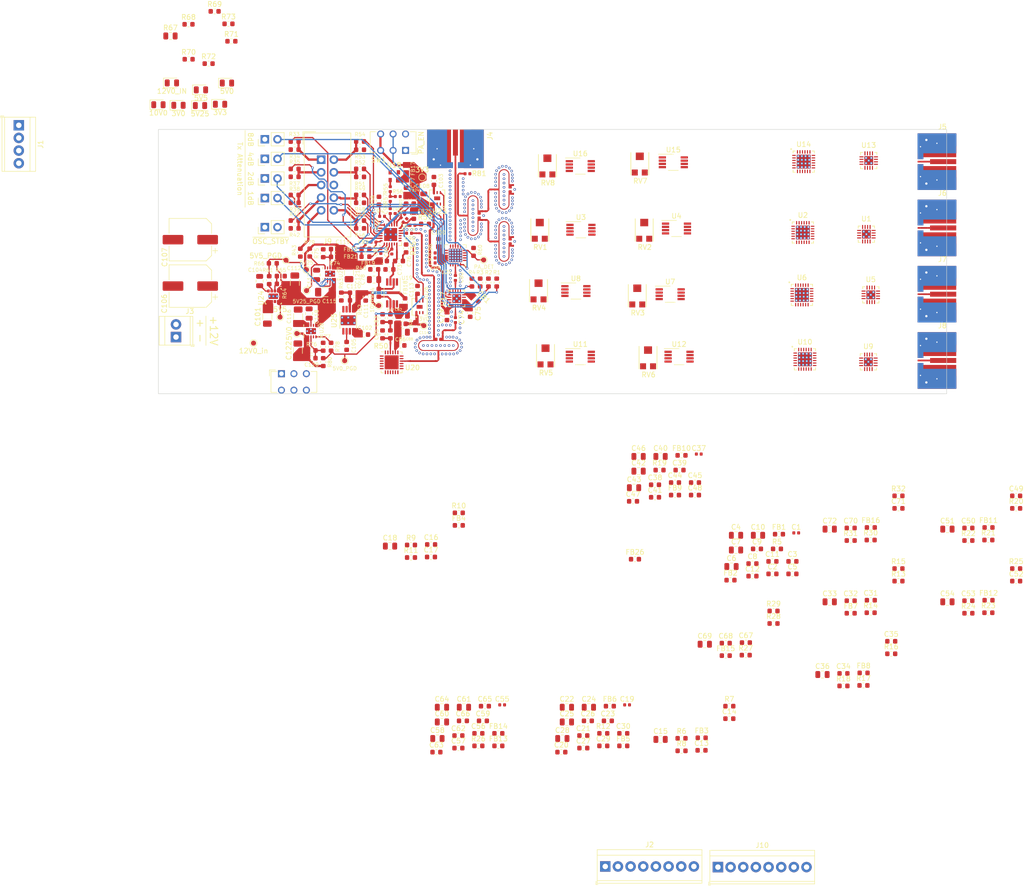
<source format=kicad_pcb>
(kicad_pcb (version 20171130) (host pcbnew "(5.1.4-0-10_14)")
  (layers (0 F.Cu signal) (1 In1.Cu power) (2 In2.Cu power) (31 B.Cu signal) (34 B.Paste user) (35 F.Paste user) (36 B.SilkS user) (37 F.SilkS user) (38 B.Mask user) (39 F.Mask user) (44 Edge.Cuts user))
  (net 0 "")
  (net 1 /receiver_2/ANT_IN)
  (net 2 "Net-(C1-Pad1)")
  (net 3 GND)
  (net 4 "Net-(C2-Pad1)")
  (net 5 "Net-(C3-Pad1)")
  (net 6 "Net-(C10-Pad1)")
  (net 7 "Net-(C13-Pad2)")
  (net 8 /RX2_Q)
  (net 9 "Net-(C14-Pad1)")
  (net 10 "Net-(C15-Pad1)")
  (net 11 "Net-(C16-Pad2)")
  (net 12 /RX2_I)
  (net 13 "Net-(C17-Pad1)")
  (net 14 "Net-(C18-Pad1)")
  (net 15 /receiver_3/ANT_IN)
  (net 16 "Net-(C19-Pad1)")
  (net 17 "Net-(C20-Pad1)")
  (net 18 "Net-(C21-Pad1)")
  (net 19 "Net-(C25-Pad1)")
  (net 20 "Net-(C31-Pad2)")
  (net 21 /RX3_Q)
  (net 22 "Net-(C32-Pad1)")
  (net 23 "Net-(C33-Pad1)")
  (net 24 "Net-(C34-Pad2)")
  (net 25 /RX3_I)
  (net 26 "Net-(C35-Pad1)")
  (net 27 "Net-(C36-Pad1)")
  (net 28 /receiver_4/ANT_IN)
  (net 29 "Net-(C37-Pad1)")
  (net 30 "Net-(C38-Pad1)")
  (net 31 "Net-(C39-Pad1)")
  (net 32 "Net-(C43-Pad1)")
  (net 33 "Net-(C49-Pad2)")
  (net 34 /RX4_Q)
  (net 35 "Net-(C50-Pad1)")
  (net 36 "Net-(C51-Pad1)")
  (net 37 "Net-(C52-Pad2)")
  (net 38 /RX4_I)
  (net 39 "Net-(C53-Pad1)")
  (net 40 "Net-(C54-Pad1)")
  (net 41 /receiver_1/ANT_IN)
  (net 42 "Net-(C55-Pad1)")
  (net 43 "Net-(C56-Pad1)")
  (net 44 "Net-(C57-Pad1)")
  (net 45 "Net-(C61-Pad1)")
  (net 46 "Net-(C67-Pad2)")
  (net 47 /RX1_Q)
  (net 48 "Net-(C68-Pad1)")
  (net 49 "Net-(C69-Pad1)")
  (net 50 "Net-(C70-Pad2)")
  (net 51 /RX1_I)
  (net 52 "Net-(C71-Pad1)")
  (net 53 "Net-(C72-Pad1)")
  (net 54 /transmitter/LMX_CPOUT)
  (net 55 "Net-(C74-Pad2)")
  (net 56 /transmitter/VCO_OUT)
  (net 57 "Net-(C75-Pad2)")
  (net 58 "Net-(C76-Pad2)")
  (net 59 "Net-(C77-Pad1)")
  (net 60 "Net-(C78-Pad1)")
  (net 61 +3V3)
  (net 62 /transmitter/ATTEN_OUT)
  (net 63 "Net-(C80-Pad1)")
  (net 64 "Net-(C81-Pad1)")
  (net 65 "Net-(C82-Pad1)")
  (net 66 "Net-(C83-Pad1)")
  (net 67 /transmitter/LMX_VCP)
  (net 68 "Net-(C85-Pad1)")
  (net 69 "Net-(C86-Pad1)")
  (net 70 VCC)
  (net 71 "Net-(C93-Pad2)")
  (net 72 "Net-(C93-Pad1)")
  (net 73 "Net-(C94-Pad2)")
  (net 74 "Net-(C94-Pad1)")
  (net 75 "Net-(C100-Pad1)")
  (net 76 "Net-(C98-Pad2)")
  (net 77 /transmitter/LMX_FIN)
  (net 78 "Net-(C99-Pad2)")
  (net 79 "Net-(C99-Pad1)")
  (net 80 /+12V_IN)
  (net 81 +5V)
  (net 82 "Net-(C104-Pad1)")
  (net 83 "Net-(C105-Pad1)")
  (net 84 "Net-(C110-Pad2)")
  (net 85 +10V)
  (net 86 /power/5V5_OUT)
  (net 87 +3V0)
  (net 88 "Net-(C117-Pad1)")
  (net 89 "Net-(C118-Pad1)")
  (net 90 "Net-(C119-Pad2)")
  (net 91 +5V25)
  (net 92 "Net-(C120-Pad2)")
  (net 93 "Net-(D1-Pad2)")
  (net 94 "Net-(D2-Pad2)")
  (net 95 "Net-(D3-Pad2)")
  (net 96 "Net-(D4-Pad2)")
  (net 97 "Net-(D5-Pad2)")
  (net 98 "Net-(D6-Pad2)")
  (net 99 "Net-(D7-Pad2)")
  (net 100 /LMX_MOD)
  (net 101 /LMX_MUXOUT)
  (net 102 /LMX_TRIG2)
  (net 103 /LMX_TRIG1)
  (net 104 /transmitter/TX_OUT)
  (net 105 "Net-(J9-Pad10)")
  (net 106 "Net-(J9-Pad9)")
  (net 107 "Net-(J9-Pad8)")
  (net 108 "Net-(J9-Pad7)")
  (net 109 "Net-(J9-Pad5)")
  (net 110 "Net-(J9-Pad4)")
  (net 111 "Net-(J9-Pad3)")
  (net 112 "Net-(J9-Pad2)")
  (net 113 "Net-(J9-Pad1)")
  (net 114 /~ATTEN_1DB)
  (net 115 /~ATTEN_2DB)
  (net 116 /~ATTEN_4DB)
  (net 117 /~ATTEN_8DB)
  (net 118 "Net-(JP5-Pad2)")
  (net 119 /receiver_2/IF2_RAW)
  (net 120 "Net-(R8-Pad1)")
  (net 121 /receiver_2/IF1_RAW)
  (net 122 "Net-(R11-Pad1)")
  (net 123 /receiver_3/IF2_RAW)
  (net 124 "Net-(R15-Pad1)")
  (net 125 /receiver_3/IF1_RAW)
  (net 126 "Net-(R18-Pad1)")
  (net 127 /receiver_4/IF2_RAW)
  (net 128 "Net-(R22-Pad1)")
  (net 129 /receiver_4/IF1_RAW)
  (net 130 "Net-(R25-Pad1)")
  (net 131 /receiver_1/IF2_RAW)
  (net 132 "Net-(R29-Pad1)")
  (net 133 /receiver_1/IF1_RAW)
  (net 134 "Net-(R32-Pad1)")
  (net 135 /transmitter/LMX_CE)
  (net 136 "Net-(R44-Pad1)")
  (net 137 /transmitter/LMX_CLK)
  (net 138 /transmitter/LMX_DATA)
  (net 139 /transmitter/LMX_LE)
  (net 140 /transmitter/REF_OUT)
  (net 141 "Net-(R55-Pad1)")
  (net 142 "Net-(R60-Pad1)")
  (net 143 "Net-(R61-Pad2)")
  (net 144 /power/5V5_PGD)
  (net 145 "Net-(R64-Pad2)")
  (net 146 "Net-(R78-Pad2)")
  (net 147 /power/5V0_PGD)
  (net 148 /power/5V25_PGD)
  (net 149 "Net-(SW1-Pad2)")
  (net 150 /transmitter/PA_OUT)
  (net 151 "Net-(TL2-Pad3)")
  (net 152 "Net-(TL2-Pad2)")
  (net 153 /transmitter/LO_2)
  (net 154 /transmitter/LO_1)
  (net 155 /transmitter/LO_4)
  (net 156 /transmitter/LO_3)
  (net 157 /receiver_2/LNA_OUT)
  (net 158 /receiver_3/LNA_OUT)
  (net 159 /receiver_4/LNA_OUT)
  (net 160 /receiver_1/LNA_OUT)
  (net 161 "Net-(R81-Pad1)")
  (net 162 "Net-(TL1-Pad4)")
  (net 163 "Net-(TL3-Pad1)")
  (net 164 "Net-(TL4-Pad1)")
  (net 165 "Net-(TL6-Pad2)")
  (net 166 "Net-(TL7-Pad1)")
  (net 167 "Net-(TL13-Pad2)")
  (net 168 "Net-(TL10-Pad1)")
  (net 169 "Net-(TL11-Pad1)")
  (net 170 "Net-(TL12-Pad1)")
  (net 171 "Net-(TL13-Pad1)")
  (net 172 "Net-(TL14-Pad1)")
  (net 173 "Net-(TL15-Pad1)")
  (net 174 "Net-(TL16-Pad1)")
  (net 175 "Net-(TL17-Pad1)")
  (net 176 "Net-(TL17-Pad2)")
  (net 177 "Net-(TL18-Pad2)")
  (net 178 "Net-(TL20-Pad1)")
  (net 179 "Net-(TL20-Pad2)")
  (net 180 "Net-(TL22-Pad1)")
  (module Connector_IDC:IDC-Header_2x05_P2.54mm_Vertical (layer F.Cu) (at 123.44146 23.69312)
    (fp_text reference J9 (at 1.27508 16.38808 180) (layer F.SilkS))
    (fp_text value LMX2491_CONN)
    (pad 10 thru_hole oval (at 2.54 10.16) (size 1.7272 1.7272) (drill 1.016) (layers *.Cu *.Mask) (net 105 "Net-(J9-Pad10)"))
    (pad 9 thru_hole oval (at 0 10.16) (size 1.7272 1.7272) (drill 1.016) (layers *.Cu *.Mask) (net 106 "Net-(J9-Pad9)"))
    (pad 8 thru_hole oval (at 2.54 7.62) (size 1.7272 1.7272) (drill 1.016) (layers *.Cu *.Mask) (net 107 "Net-(J9-Pad8)"))
    (pad 7 thru_hole oval (at 0 7.62) (size 1.7272 1.7272) (drill 1.016) (layers *.Cu *.Mask) (net 108 "Net-(J9-Pad7)"))
    (pad 6 thru_hole oval (at 2.54 5.08) (size 1.7272 1.7272) (drill 1.016) (layers *.Cu *.Mask) (net 3 GND))
    (pad 5 thru_hole oval (at 0 5.08) (size 1.7272 1.7272) (drill 1.016) (layers *.Cu *.Mask) (net 109 "Net-(J9-Pad5)"))
    (pad 4 thru_hole oval (at 2.54 2.54) (size 1.7272 1.7272) (drill 1.016) (layers *.Cu *.Mask) (net 110 "Net-(J9-Pad4)"))
    (pad 3 thru_hole oval (at 0 2.54) (size 1.7272 1.7272) (drill 1.016) (layers *.Cu *.Mask) (net 111 "Net-(J9-Pad3)"))
    (pad 2 thru_hole oval (at 2.54 0) (size 1.7272 1.7272) (drill 1.016) (layers *.Cu *.Mask) (net 112 "Net-(J9-Pad2)"))
    (pad 1 thru_hole rect (at 0 0) (size 1.7272 1.7272) (drill 1.016) (layers *.Cu *.Mask) (net 113 "Net-(J9-Pad1)"))
  )
  (module aps_radar_lib:LP5900_NGF_6 (layer F.Cu) (at 143.1925 53.2257 90)
    (fp_text reference U26 (at 2.9845 1.3081 90) (layer F.SilkS) (effects (font (size 0.75 0.75) (thickness 0.1))))
    (fp_text value LP5900-TL3.0 hide)
    (pad 1 smd roundrect (at -1.1557 -0.649999 90) (size 0.6096 0.254) (layers F.Cu F.Paste F.Mask) (net 87 +3V0))
    (pad 2 smd roundrect (at -1.1557 0 90) (size 0.6096 0.254) (layers F.Cu F.Paste F.Mask))
    (pad 3 smd roundrect (at -1.1557 0.649999 90) (size 0.6096 0.254) (layers F.Cu F.Paste F.Mask) (net 3 GND))
    (pad 4 smd roundrect (at 1.1557 0.649999 90) (size 0.6096 0.254) (layers F.Cu F.Paste F.Mask) (net 147 /power/5V0_PGD))
    (pad 5 smd roundrect (at 1.1557 0 90) (size 0.6096 0.254) (layers F.Cu F.Paste F.Mask))
    (pad 6 smd roundrect (at 1.1557 -0.649999 90) (size 0.6096 0.254) (layers F.Cu F.Paste F.Mask) (net 81 +5V))
    (pad 7 smd rect (at 0 0 90) (size 0.762 1.2) (layers F.Cu F.Paste F.Mask) (net 3 GND))
  )
  (module aps_radar_lib:HMC-LP3 (layer F.Cu) (at 150.6347 51.562 90)
    (fp_text reference U17 (at -0.0762 -2.6416 270) (layer F.SilkS))
    (fp_text value HMC540S hide)
    (pad 17 thru_hole circle (at 0 0 180) (size 0.508 0.508) (drill 0.254) (layers *.Cu) (net 3 GND))
    (pad 17 thru_hole circle (at 0.525 0.525 180) (size 0.508 0.508) (drill 0.254) (layers *.Cu) (net 3 GND))
    (pad 17 thru_hole circle (at -0.525 0.525 180) (size 0.508 0.508) (drill 0.254) (layers *.Cu) (net 3 GND))
    (pad 17 thru_hole circle (at 0.525 -0.525 180) (size 0.508 0.508) (drill 0.254) (layers *.Cu) (net 3 GND))
    (pad 17 thru_hole circle (at -0.525 -0.525 180) (size 0.508 0.508) (drill 0.254) (layers *.Cu) (net 3 GND))
    (pad 1 smd rect (at -1.45 -0.750001 180) (size 0.22 0.799999) (layers F.Cu) (net 61 +3V3))
    (pad 2 smd rect (at -1.45 -0.25 180) (size 0.22 0.799999) (layers F.Cu) (net 168 "Net-(TL10-Pad1)"))
    (pad 3 smd rect (at -1.45 0.25 180) (size 0.22 0.799999) (layers F.Cu))
    (pad 4 smd rect (at -1.45 0.750001 180) (size 0.22 0.799999) (layers F.Cu) (net 57 "Net-(C75-Pad2)"))
    (pad 5 smd rect (at -0.750001 1.45 90) (size 0.22 0.799999) (layers F.Cu) (net 57 "Net-(C75-Pad2)"))
    (pad 6 smd rect (at -0.25 1.45 90) (size 0.22 0.799999) (layers F.Cu) (net 57 "Net-(C75-Pad2)"))
    (pad 7 smd rect (at 0.25 1.45 90) (size 0.22 0.799999) (layers F.Cu))
    (pad 8 smd rect (at 0.750001 1.45 90) (size 0.22 0.799999) (layers F.Cu) (net 64 "Net-(C81-Pad1)"))
    (pad 9 smd rect (at 1.45 0.750001 180) (size 0.22 0.799999) (layers F.Cu))
    (pad 10 smd rect (at 1.45 0.25 180) (size 0.22 0.799999) (layers F.Cu))
    (pad 11 smd rect (at 1.45 -0.25 180) (size 0.22 0.799999) (layers F.Cu) (net 169 "Net-(TL11-Pad1)"))
    (pad 12 smd rect (at 1.45 -0.750001 180) (size 0.22 0.799999) (layers F.Cu))
    (pad 13 smd rect (at 0.750001 -1.45 90) (size 0.22 0.799999) (layers F.Cu) (net 117 /~ATTEN_8DB))
    (pad 14 smd rect (at 0.25 -1.45 90) (size 0.22 0.799999) (layers F.Cu) (net 116 /~ATTEN_4DB))
    (pad 15 smd rect (at -0.25 -1.45 90) (size 0.22 0.799999) (layers F.Cu) (net 115 /~ATTEN_2DB))
    (pad 16 smd rect (at -0.750001 -1.45 90) (size 0.22 0.799999) (layers F.Cu) (net 114 /~ATTEN_1DB))
    (pad 17 smd rect (at 0 0 90) (size 1.778 1.778) (layers F.Cu) (net 3 GND))
  )
  (module Resistor_SMD:R_0402_1005Metric (layer F.Cu) (at 138.811 31.0896)
    (fp_text reference R56 (at 0.0127 -0.9906) (layer F.SilkS) (effects (font (size 0.75 0.75) (thickness 0.1))))
    (fp_text value 68)
    (pad 2 smd roundrect (at 0.485 0) (size 0.59 0.64) (layers F.Cu F.Paste F.Mask) (net 3 GND))
    (pad 1 smd roundrect (at -0.485 0) (size 0.59 0.64) (layers F.Cu F.Paste F.Mask) (net 141 "Net-(R55-Pad1)"))
  )
  (module Resistor_SMD:R_0402_1005Metric (layer F.Cu) (at 137.2997 31.5722 90)
    (fp_text reference R57 (at 0.0254 -0.9398 90) (layer F.SilkS) (effects (font (size 0.75 0.75) (thickness 0.1))))
    (fp_text value 18)
    (pad 2 smd roundrect (at 0.485 0 90) (size 0.59 0.64) (layers F.Cu F.Paste F.Mask) (net 141 "Net-(R55-Pad1)"))
    (pad 1 smd roundrect (at -0.485 0 90) (size 0.59 0.64) (layers F.Cu F.Paste F.Mask) (net 71 "Net-(C93-Pad2)"))
  )
  (module Resistor_SMD:R_0402_1005Metric (layer F.Cu) (at 137.2997 29.6037 90)
    (fp_text reference R55 (at 0.1143 -0.9271 90) (layer F.SilkS) (effects (font (size 0.75 0.75) (thickness 0.1))))
    (fp_text value 18)
    (pad 2 smd roundrect (at 0.485 0 90) (size 0.59 0.64) (layers F.Cu F.Paste F.Mask) (net 140 /transmitter/REF_OUT))
    (pad 1 smd roundrect (at -0.485 0 90) (size 0.59 0.64) (layers F.Cu F.Paste F.Mask) (net 141 "Net-(R55-Pad1)"))
  )
  (module aps_radar_lib:LMX2491RTWR (layer F.Cu) (at 137.3759 38.7096 180)
    (fp_text reference U22 (at 2.8448 1.9685 90) (layer F.SilkS) (effects (font (size 0.75 0.75) (thickness 0.1))))
    (fp_text value LMX2491RTWR hide)
    (pad 1 smd roundrect (at -1.899999 -1.25 270) (size 0.249999 0.599999) (layers F.Cu F.Paste F.Mask) (net 3 GND))
    (pad 2 smd roundrect (at -1.899999 -0.750001 270) (size 0.249999 0.599999) (layers F.Cu F.Paste F.Mask) (net 3 GND))
    (pad 3 smd roundrect (at -1.899999 -0.25 270) (size 0.249999 0.599999) (layers F.Cu F.Paste F.Mask) (net 3 GND))
    (pad 4 smd roundrect (at -1.899999 0.25 270) (size 0.249999 0.599999) (layers F.Cu F.Paste F.Mask) (net 76 "Net-(C98-Pad2)"))
    (pad 5 smd roundrect (at -1.899999 0.750001 270) (size 0.249999 0.599999) (layers F.Cu F.Paste F.Mask) (net 78 "Net-(C99-Pad2)"))
    (pad 6 smd roundrect (at -1.899999 1.25 270) (size 0.249999 0.599999) (layers F.Cu F.Paste F.Mask) (net 70 VCC))
    (pad 7 smd roundrect (at -1.25 1.899999 180) (size 0.249999 0.599999) (layers F.Cu F.Paste F.Mask) (net 70 VCC))
    (pad 8 smd roundrect (at -0.750001 1.899999 180) (size 0.249999 0.599999) (layers F.Cu F.Paste F.Mask) (net 70 VCC))
    (pad 9 smd roundrect (at -0.25 1.899999 180) (size 0.249999 0.599999) (layers F.Cu F.Paste F.Mask) (net 72 "Net-(C93-Pad1)"))
    (pad 10 smd roundrect (at 0.25 1.899999 180) (size 0.249999 0.599999) (layers F.Cu F.Paste F.Mask) (net 74 "Net-(C94-Pad1)"))
    (pad 11 smd roundrect (at 0.750001 1.899999 180) (size 0.249999 0.599999) (layers F.Cu F.Paste F.Mask) (net 3 GND))
    (pad 12 smd roundrect (at 1.25 1.899999 180) (size 0.249999 0.599999) (layers F.Cu F.Paste F.Mask) (net 100 /LMX_MOD))
    (pad 13 smd roundrect (at 1.899999 1.25 270) (size 0.249999 0.599999) (layers F.Cu F.Paste F.Mask) (net 135 /transmitter/LMX_CE))
    (pad 14 smd roundrect (at 1.899999 0.750001 270) (size 0.249999 0.599999) (layers F.Cu F.Paste F.Mask) (net 137 /transmitter/LMX_CLK))
    (pad 15 smd roundrect (at 1.899999 0.25 270) (size 0.249999 0.599999) (layers F.Cu F.Paste F.Mask) (net 138 /transmitter/LMX_DATA))
    (pad 16 smd roundrect (at 1.899999 -0.25 270) (size 0.249999 0.599999) (layers F.Cu F.Paste F.Mask) (net 139 /transmitter/LMX_LE))
    (pad 17 smd roundrect (at 1.899999 -0.750001 270) (size 0.249999 0.599999) (layers F.Cu F.Paste F.Mask) (net 101 /LMX_MUXOUT))
    (pad 18 smd roundrect (at 1.899999 -1.25 270) (size 0.249999 0.599999) (layers F.Cu F.Paste F.Mask) (net 70 VCC))
    (pad 19 smd roundrect (at 1.25 -1.899999 180) (size 0.249999 0.599999) (layers F.Cu F.Paste F.Mask) (net 70 VCC))
    (pad 20 smd roundrect (at 0.750001 -1.899999 180) (size 0.249999 0.599999) (layers F.Cu F.Paste F.Mask) (net 103 /LMX_TRIG1))
    (pad 21 smd roundrect (at 0.25 -1.899999 180) (size 0.249999 0.599999) (layers F.Cu F.Paste F.Mask) (net 102 /LMX_TRIG2))
    (pad 22 smd roundrect (at -0.25 -1.899999 180) (size 0.249999 0.599999) (layers F.Cu F.Paste F.Mask) (net 67 /transmitter/LMX_VCP))
    (pad 23 smd roundrect (at -0.750001 -1.899999 180) (size 0.249999 0.599999) (layers F.Cu F.Paste F.Mask))
    (pad 24 smd roundrect (at -1.25 -1.899999 180) (size 0.249999 0.599999) (layers F.Cu F.Paste F.Mask) (net 180 "Net-(TL22-Pad1)"))
    (pad 25 smd rect (at 0 0 180) (size 2.6 2.6) (layers F.Cu F.Mask) (net 3 GND))
    (pad 25 thru_hole circle (at 0 1.05 180) (size 0.499999 0.499999) (drill 0.2032) (layers *.Cu *.Mask) (net 3 GND))
    (pad 25 thru_hole circle (at 0 0 180) (size 0.499999 0.499999) (drill 0.2032) (layers *.Cu *.Mask) (net 3 GND))
    (pad 25 thru_hole circle (at -1.05 0 180) (size 0.499999 0.499999) (drill 0.2032) (layers *.Cu *.Mask) (net 3 GND))
    (pad 25 thru_hole circle (at 1.05 0 180) (size 0.499999 0.499999) (drill 0.2032) (layers *.Cu *.Mask) (net 3 GND))
    (pad 25 thru_hole circle (at 0 -1.05 180) (size 0.499999 0.499999) (drill 0.2032) (layers *.Cu *.Mask) (net 3 GND))
  )
  (module Capacitor_SMD:C_0402_1005Metric (layer F.Cu) (at 133.9342 40.2336 180)
    (fp_text reference C89 (at 2.0701 -0.0127 180) (layer F.SilkS) (effects (font (size 0.75 0.75) (thickness 0.1))))
    (fp_text value 100pF)
    (pad 2 smd roundrect (at 0.485 0 180) (size 0.59 0.64) (layers F.Cu F.Paste F.Mask) (net 3 GND))
    (pad 1 smd roundrect (at -0.485 0 180) (size 0.59 0.64) (layers F.Cu F.Paste F.Mask) (net 70 VCC))
  )
  (module Capacitor_SMD:C_0402_1005Metric (layer F.Cu) (at 135.4074 42.0243 270)
    (fp_text reference C87 (at -0.0508 1.0033 90) (layer F.SilkS) (effects (font (size 0.75 0.75) (thickness 0.1))))
    (fp_text value 100pF)
    (pad 2 smd roundrect (at 0.485 0 270) (size 0.59 0.64) (layers F.Cu F.Paste F.Mask) (net 3 GND))
    (pad 1 smd roundrect (at -0.485 0 270) (size 0.59 0.64) (layers F.Cu F.Paste F.Mask) (net 70 VCC))
  )
  (module Capacitor_SMD:C_0402_1005Metric (layer F.Cu) (at 137.6045 42.1386 270)
    (fp_text reference C84 (at 0 1.0541 270) (layer F.SilkS) (effects (font (size 0.75 0.75) (thickness 0.1))))
    (fp_text value 100pF)
    (pad 2 smd roundrect (at 0.485 0 270) (size 0.59 0.64) (layers F.Cu F.Paste F.Mask) (net 3 GND))
    (pad 1 smd roundrect (at -0.485 0 270) (size 0.59 0.64) (layers F.Cu F.Paste F.Mask) (net 67 /transmitter/LMX_VCP))
  )
  (module Capacitor_SMD:C_0402_1005Metric (layer F.Cu) (at 140.2715 35.8878 45)
    (fp_text reference C92 (at -1.052387 0.890742 225) (layer F.SilkS) (effects (font (size 0.5 0.5) (thickness 0.075))))
    (fp_text value 0.1uF)
    (pad 2 smd roundrect (at 0.485 0 45) (size 0.59 0.64) (layers F.Cu F.Paste F.Mask) (net 3 GND))
    (pad 1 smd roundrect (at -0.485 0 45) (size 0.59 0.64) (layers F.Cu F.Paste F.Mask) (net 70 VCC))
  )
  (module Capacitor_SMD:C_0402_1005Metric (layer F.Cu) (at 139.8143 34.9758 45)
    (fp_text reference C91 (at 0.314309 -0.835164 45) (layer F.SilkS) (effects (font (size 0.5 0.5) (thickness 0.075))))
    (fp_text value 0.1uF)
    (pad 2 smd roundrect (at 0.485 0 45) (size 0.59 0.64) (layers F.Cu F.Paste F.Mask) (net 3 GND))
    (pad 1 smd roundrect (at -0.485 0 45) (size 0.59 0.64) (layers F.Cu F.Paste F.Mask) (net 70 VCC))
  )
  (module Capacitor_SMD:C_0402_1005Metric (layer F.Cu) (at 138.2903 34.9758 90)
    (fp_text reference C90 (at 1.3081 0.2032 180) (layer F.SilkS) (effects (font (size 0.5 0.5) (thickness 0.075))))
    (fp_text value 0.1uF)
    (pad 2 smd roundrect (at 0.485 0 90) (size 0.59 0.64) (layers F.Cu F.Paste F.Mask) (net 3 GND))
    (pad 1 smd roundrect (at -0.485 0 90) (size 0.59 0.64) (layers F.Cu F.Paste F.Mask) (net 70 VCC))
  )
  (module aps_radar_lib:IC_Taper_0.25_0.35 (layer F.Cu) (at 138.6307 41.6364 270)
    (fp_text reference TL22 hide)
    (fp_text value ic_taper)
    (fp_poly (pts (xy -0.5 0) (xy -0.5 -0.11) (xy 0.5 -0.175) (xy 0.5 0) (xy 0.5 0.175) (xy -0.5 0.11) (xy -0.5 0)) (layer F.Cu) (width 0))
    (pad 2 smd rect (at 0.61 0 270) (size 0.22 0.35) (layers F.Cu) (net 54 /transmitter/LMX_CPOUT))
    (pad 1 smd rect (at -0.43 0 270) (size 0.4 0.25) (layers F.Cu) (net 180 "Net-(TL22-Pad1)"))
  )
  (module Capacitor_SMD:C_0603_1608Metric (layer F.Cu) (at 139.0523 44.0309)
    (fp_text reference C76 (at 2.0447 0.0762 90) (layer F.SilkS) (effects (font (size 0.75 0.75) (thickness 0.1))))
    (fp_text value 0.68nF)
    (pad 2 smd roundrect (at 0.7875 0) (size 0.875 0.95) (layers F.Cu F.Paste F.Mask) (net 58 "Net-(C76-Pad2)"))
    (pad 1 smd roundrect (at -0.7875 0) (size 0.875 0.95) (layers F.Cu F.Paste F.Mask) (net 54 /transmitter/LMX_CPOUT))
  )
  (module Capacitor_SMD:C_0603_1608Metric (layer F.Cu) (at 146.9898 40.386 90)
    (fp_text reference C100 (at 2.0574 -0.0254 180) (layer F.SilkS) (effects (font (size 0.75 0.75) (thickness 0.1))))
    (fp_text value 10uF)
    (pad 2 smd roundrect (at 0.7875 0 90) (size 0.875 0.95) (layers F.Cu F.Paste F.Mask) (net 3 GND))
    (pad 1 smd roundrect (at -0.7875 0 90) (size 0.875 0.95) (layers F.Cu F.Paste F.Mask) (net 75 "Net-(C100-Pad1)"))
  )
  (module Capacitor_SMD:C_0402_1005Metric (layer F.Cu) (at 146.7866 43.4086 180)
    (fp_text reference C97 (at 1.4478 -0.381 270) (layer F.SilkS) (effects (font (size 0.75 0.75) (thickness 0.1))))
    (fp_text value 0.1uF)
    (pad 2 smd roundrect (at 0.485 0 180) (size 0.59 0.64) (layers F.Cu F.Paste F.Mask) (net 3 GND))
    (pad 1 smd roundrect (at -0.485 0 180) (size 0.59 0.64) (layers F.Cu F.Paste F.Mask) (net 75 "Net-(C100-Pad1)"))
  )
  (module Capacitor_SMD:C_0402_1005Metric (layer F.Cu) (at 146.7866 42.4053 180)
    (fp_text reference C96 (at 1.4605 0.762 90) (layer F.SilkS) (effects (font (size 0.75 0.75) (thickness 0.1))))
    (fp_text value 0.1uF)
    (pad 2 smd roundrect (at 0.485 0 180) (size 0.59 0.64) (layers F.Cu F.Paste F.Mask) (net 3 GND))
    (pad 1 smd roundrect (at -0.485 0 180) (size 0.59 0.64) (layers F.Cu F.Paste F.Mask) (net 75 "Net-(C100-Pad1)"))
  )
  (module Capacitor_SMD:C_0402_1005Metric (layer F.Cu) (at 146.7866 44.4119 180)
    (fp_text reference C95 (at 0.3683 -1.1303) (layer F.SilkS) (effects (font (size 0.75 0.75) (thickness 0.1))))
    (fp_text value 0.1uF)
    (pad 2 smd roundrect (at 0.485 0 180) (size 0.59 0.64) (layers F.Cu F.Paste F.Mask) (net 3 GND))
    (pad 1 smd roundrect (at -0.485 0 180) (size 0.59 0.64) (layers F.Cu F.Paste F.Mask) (net 75 "Net-(C100-Pad1)"))
  )
  (module aps_radar_lib:mitered_bend_50 (layer F.Cu) (at 150.1902 57.7215 180)
    (fp_text reference TL21 hide)
    (fp_text value mitered_bend hide)
    (fp_poly (pts (xy 0.373342 -0.020318) (xy -0.020318 -0.020318) (xy -0.020318 0.373342) (xy -0.370803 0.373342) (xy -0.370803 0.024115) (xy 0.024139 -0.370803) (xy 0.373342 -0.370803) (xy 0.373342 -0.020318)) (layer F.Cu) (width 0.01))
    (pad 2 smd rect (at 0.3675 -0.195 180) (size 0.35 0.3575) (layers F.Cu) (net 179 "Net-(TL20-Pad2)"))
    (pad 1 smd rect (at -0.195 0.3625 180) (size 0.36 0.35) (layers F.Cu) (net 56 /transmitter/VCO_OUT))
  )
  (module aps_radar_lib:mitered_bend_50 (layer F.Cu) (at 148.0312 58.1152)
    (fp_text reference TL20 hide)
    (fp_text value mitered_bend hide)
    (fp_poly (pts (xy 0.373342 -0.020318) (xy -0.020318 -0.020318) (xy -0.020318 0.373342) (xy -0.370803 0.373342) (xy -0.370803 0.024115) (xy 0.024139 -0.370803) (xy 0.373342 -0.370803) (xy 0.373342 -0.020318)) (layer F.Cu) (width 0.01))
    (pad 2 smd rect (at 0.3675 -0.195) (size 0.35 0.3575) (layers F.Cu) (net 179 "Net-(TL20-Pad2)"))
    (pad 1 smd rect (at -0.195 0.3625) (size 0.36 0.35) (layers F.Cu) (net 178 "Net-(TL20-Pad1)"))
  )
  (module aps_radar_lib:mitered_bend_50 (layer F.Cu) (at 143.4377 38.6499 270)
    (fp_text reference TL19 hide)
    (fp_text value mitered_bend hide)
    (fp_poly (pts (xy 0.373342 -0.020318) (xy -0.020318 -0.020318) (xy -0.020318 0.373342) (xy -0.370803 0.373342) (xy -0.370803 0.024115) (xy 0.024139 -0.370803) (xy 0.373342 -0.370803) (xy 0.373342 -0.020318)) (layer F.Cu) (width 0.01))
    (pad 2 smd rect (at 0.3675 -0.195 270) (size 0.35 0.3575) (layers F.Cu) (net 177 "Net-(TL18-Pad2)"))
    (pad 1 smd rect (at -0.195 0.3625 270) (size 0.36 0.35) (layers F.Cu) (net 77 /transmitter/LMX_FIN))
  )
  (module aps_radar_lib:mitered_bend_50 (layer F.Cu) (at 143.8363 46.7195 90)
    (fp_text reference TL18 hide)
    (fp_text value mitered_bend hide)
    (fp_poly (pts (xy 0.373342 -0.020318) (xy -0.020318 -0.020318) (xy -0.020318 0.373342) (xy -0.370803 0.373342) (xy -0.370803 0.024115) (xy 0.024139 -0.370803) (xy 0.373342 -0.370803) (xy 0.373342 -0.020318)) (layer F.Cu) (width 0.01))
    (pad 2 smd rect (at 0.3675 -0.195 90) (size 0.35 0.3575) (layers F.Cu) (net 177 "Net-(TL18-Pad2)"))
    (pad 1 smd rect (at -0.195 0.3625 90) (size 0.36 0.35) (layers F.Cu) (net 175 "Net-(TL17-Pad1)"))
  )
  (module aps_radar_lib:mitered_bend_50 (layer F.Cu) (at 145.8888 47.1043 270)
    (fp_text reference TL17 hide)
    (fp_text value mitered_bend hide)
    (fp_poly (pts (xy 0.373342 -0.020318) (xy -0.020318 -0.020318) (xy -0.020318 0.373342) (xy -0.370803 0.373342) (xy -0.370803 0.024115) (xy 0.024139 -0.370803) (xy 0.373342 -0.370803) (xy 0.373342 -0.020318)) (layer F.Cu) (width 0.01))
    (pad 2 smd rect (at 0.3675 -0.195 270) (size 0.35 0.3575) (layers F.Cu) (net 176 "Net-(TL17-Pad2)"))
    (pad 1 smd rect (at -0.195 0.3625 270) (size 0.36 0.35) (layers F.Cu) (net 175 "Net-(TL17-Pad1)"))
  )
  (module Resistor_SMD:R_0603_1608Metric (layer F.Cu) (at 134.0866 45.7073 180)
    (fp_text reference R40 (at 2.6543 0.254 180) (layer F.SilkS) (effects (font (size 0.75 0.75) (thickness 0.1))))
    (fp_text value 1.0k)
    (pad 2 smd roundrect (at 0.7875 0 180) (size 0.875 0.95) (layers F.Cu F.Paste F.Mask) (net 3 GND))
    (pad 1 smd roundrect (at -0.7875 0 180) (size 0.875 0.95) (layers F.Cu F.Paste F.Mask) (net 60 "Net-(C78-Pad1)"))
  )
  (module aps_radar_lib:mitered_bend_50 (layer F.Cu) (at 146.76628 63.91656 180)
    (fp_text reference TL16 hide)
    (fp_text value mitered_bend hide)
    (fp_poly (pts (xy 0.373342 -0.020318) (xy -0.020318 -0.020318) (xy -0.020318 0.373342) (xy -0.370803 0.373342) (xy -0.370803 0.024115) (xy 0.024139 -0.370803) (xy 0.373342 -0.370803) (xy 0.373342 -0.020318)) (layer F.Cu) (width 0.01))
    (pad 2 smd rect (at 0.3675 -0.195 180) (size 0.35 0.3575) (layers F.Cu) (net 167 "Net-(TL13-Pad2)"))
    (pad 1 smd rect (at -0.195 0.3625 180) (size 0.36 0.35) (layers F.Cu) (net 174 "Net-(TL16-Pad1)"))
  )
  (module aps_radar_lib:wilkinson_3db (layer F.Cu) (at 153.8986 34.9123)
    (fp_text reference TL2 hide)
    (fp_text value wilkinson_3dB hide)
    (fp_poly (pts (xy 0.066135 -4.068374) (xy 0.168096 -4.056704) (xy 0.270222 -4.034878) (xy 0.34206 -4.01349) (xy 0.439568 -3.975935) (xy 0.531767 -3.929773) (xy 0.618878 -3.874868) (xy 0.701122 -3.811083) (xy 0.765819 -3.751328) (xy 0.837578 -3.673307) (xy 0.900299 -3.591071) (xy 0.954159 -3.504265) (xy 0.99934 -3.412535) (xy 1.036019 -3.315527) (xy 1.064375 -3.212887) (xy 1.080796 -3.128908) (xy 1.081809 -3.122049) (xy 1.082741 -3.114118) (xy 1.083599 -3.104685) (xy 1.084384 -3.093317) (xy 1.085103 -3.079581) (xy 1.085758 -3.063045) (xy 1.086355 -3.043277) (xy 1.086896 -3.019843) (xy 1.087387 -2.992313) (xy 1.087832 -2.960252) (xy 1.088234 -2.92323) (xy 1.088598 -2.880813) (xy 1.088928 -2.832569) (xy 1.089228 -2.778066) (xy 1.089503 -2.716872) (xy 1.089756 -2.648553) (xy 1.089991 -2.572677) (xy 1.090214 -2.488813) (xy 1.090427 -2.396527) (xy 1.090635 -2.295387) (xy 1.090843 -2.184961) (xy 1.091054 -2.064817) (xy 1.09106 -2.061623) (xy 1.092795 -1.04669) (xy 2.00192 -1.04669) (xy 2.00192 -0.6961) (xy 1.550148 -0.6961) (xy 1.548659 -0.494129) (xy 1.547169 -0.292159) (xy 1.53216 -0.265063) (xy 1.514831 -0.239124) (xy 1.493745 -0.218911) (xy 1.466465 -0.201728) (xy 1.461125 -0.198994) (xy 1.455629 -0.196746) (xy 1.448982 -0.194936) (xy 1.440188 -0.193517) (xy 1.428252 -0.192442) (xy 1.412176 -0.191663) (xy 1.390966 -0.191131) (xy 1.363625 -0.190801) (xy 1.329157 -0.190624) (xy 1.286566 -0.190552) (xy 1.234857 -0.190539) (xy 1.018744 -0.190539) (xy 0.995879 -0.202426) (xy 0.965332 -0.222345) (xy 0.941497 -0.247736) (xy 0.930643 -0.264213) (xy 0.917123 -0.287078) (xy 0.914197 -1.676736) (xy 0.9139 -1.817306) (xy 0.91362 -1.948083) (xy 0.913354 -2.069436) (xy 0.913098 -2.181735) (xy 0.912849 -2.285349) (xy 0.912603 -2.380647) (xy 0.912358 -2.467999) (xy 0.912109 -2.547773) (xy 0.911853 -2.620338) (xy 0.911587 -2.686065) (xy 0.911307 -2.745322) (xy 0.911011 -2.798479) (xy 0.910694 -2.845904) (xy 0.910353 -2.887967) (xy 0.909985 -2.925037) (xy 0.909586 -2.957484) (xy 0.909153 -2.985676) (xy 0.908683 -3.009982) (xy 0.908172 -3.030773) (xy 0.907616 -3.048417) (xy 0.907013 -3.063284) (xy 0.906359 -3.075742) (xy 0.90565 -3.086162) (xy 0.904884 -3.094911) (xy 0.904056 -3.10236) (xy 0.903163 -3.108877) (xy 0.902203 -3.114832) (xy 0.90117 -3.120594) (xy 0.900857 -3.122285) (xy 0.878148 -3.220159) (xy 0.847587 -3.311724) (xy 0.808977 -3.397351) (xy 0.762124 -3.477412) (xy 0.70683 -3.552281) (xy 0.6429 -3.622328) (xy 0.631907 -3.633065) (xy 0.557939 -3.697559) (xy 0.479632 -3.752883) (xy 0.396834 -3.799116) (xy 0.30939 -3.836333) (xy 0.217146 -3.86461) (xy 0.129566 -3.882532) (xy 0.104703 -3.885349) (xy 0.07232 -3.887334) (xy 0.035022 -3.888486) (xy -0.004584 -3.888807) (xy -0.04389 -3.888295) (xy -0.080289 -3.886951) (xy -0.111176 -3.884775) (xy -0.129566 -3.882532) (xy -0.226277 -3.862264) (xy -0.31805 -3.833127) (xy -0.405038 -3.795042) (xy -0.487395 -3.747934) (xy -0.565276 -3.691726) (xy -0.631907 -3.633065) (xy -0.697174 -3.56381) (xy -0.753779 -3.489799) (xy -0.801908 -3.410674) (xy -0.841746 -3.326075) (xy -0.873479 -3.235642) (xy -0.897294 -3.139018) (xy -0.902781 -3.109582) (xy -0.90342 -3.105639) (xy -0.904029 -3.10119) (xy -0.904609 -3.095991) (xy -0.905161 -3.0898) (xy -0.905684 -3.082374) (xy -0.90618 -3.073469) (xy -0.90665 -3.062844) (xy -0.907094 -3.050255) (xy -0.907513 -3.035459) (xy -0.907908 -3.018214) (xy -0.908279 -2.998276) (xy -0.908627 -2.975403) (xy -0.908954 -2.949351) (xy -0.909258 -2.919878) (xy -0.909543 -2.886741) (xy -0.909807 -2.849696) (xy -0.910052 -2.808502) (xy -0.910278 -2.762915) (xy -0.910487 -2.712693) (xy -0.910678 -2.657591) (xy -0.910854 -2.597368) (xy -0.911013 -2.531781) (xy -0.911158 -2.460586) (xy -0.911289 -2.383541) (xy -0.911406 -2.300402) (xy -0.91151 -2.210928) (xy -0.911603 -2.114875) (xy -0.911684 -2.011999) (xy -0.911755 -1.902059) (xy -0.911816 -1.784812) (xy -0.911867 -1.660013) (xy -0.911911 -1.527421) (xy -0.911946 -1.386793) (xy -0.911975 -1.237886) (xy -0.911997 -1.080456) (xy -0.912014 -0.914261) (xy -0.912027 -0.739058) (xy -0.912035 -0.554605) (xy -0.91204 -0.360657) (xy -0.912042 -0.156973) (xy -0.912042 0.213696) (xy -0.912039 0.414933) (xy -0.912033 0.606494) (xy -0.912024 0.788621) (xy -0.912011 0.961558) (xy -0.911992 1.125548) (xy -0.911968 1.280833) (xy -0.911938 1.427656) (xy -0.9119 1.56626) (xy -0.911855 1.696889) (xy -0.911801 1.819784) (xy -0.911738 1.93519) (xy -0.911665 2.043348) (xy -0.911581 2.144501) (xy -0.911486 2.238894) (xy -0.911378 2.326768) (xy -0.911258 2.408366) (xy -0.911123 2.483932) (xy -0.910975 2.553708) (xy -0.910812 2.617937) (xy -0.910632 2.676862) (xy -0.910436 2.730725) (xy -0.910223 2.779771) (xy -0.909992 2.824242) (xy -0.909743 2.86438) (xy -0.909474 2.900428) (xy -0.909184 2.93263) (xy -0.908874 2.961229) (xy -0.908543 2.986466) (xy -0.908189 3.008586) (xy -0.907812 3.027831) (xy -0.907411 3.044443) (xy -0.906986 3.058667) (xy -0.906535 3.070744) (xy -0.906059 3.080918) (xy -0.905556 3.089432) (xy -0.905026 3.096528) (xy -0.904468 3.102449) (xy -0.90388 3.107438) (xy -0.903264 3.111739) (xy -0.902781 3.114663) (xy -0.881244 3.213163) (xy -0.851842 3.305366) (xy -0.81439 3.391632) (xy -0.768701 3.472319) (xy -0.71459 3.547786) (xy -0.651872 3.618392) (xy -0.631907 3.638146) (xy -0.558174 3.702539) (xy -0.480504 3.757607) (xy -0.398626 3.803498) (xy -0.312272 3.840366) (xy -0.221171 3.868359) (xy -0.219414 3.868801) (xy -0.177696 3.878535) (xy -0.140008 3.885551) (xy -0.103116 3.890224) (xy -0.063786 3.892926) (xy -0.018786 3.894029) (xy 0 3.894107) (xy 0.047926 3.893502) (xy 0.088982 3.891437) (xy 0.126401 3.887539) (xy 0.163417 3.881435) (xy 0.203262 3.872753) (xy 0.219414 3.868801) (xy 0.310606 3.840973) (xy 0.397047 3.804273) (xy 0.479006 3.758552) (xy 0.556752 3.703659) (xy 0.630557 3.639442) (xy 0.631907 3.638146) (xy 0.697221 3.568843) (xy 0.753869 3.494783) (xy 0.802049 3.415589) (xy 0.841956 3.330888) (xy 0.87379 3.240306) (xy 0.897745 3.143467) (xy 0.900861 3.127365) (xy 0.901916 3.121585) (xy 0.902898 3.115721) (xy 0.903811 3.109404) (xy 0.904658 3.102263) (xy 0.905443 3.093929) (xy 0.906169 3.084033) (xy 0.906839 3.072205) (xy 0.907457 3.058075) (xy 0.908026 3.041273) (xy 0.90855 3.021431) (xy 0.909032 2.998179) (xy 0.909475 2.971146) (xy 0.909884 2.939964) (xy 0.91026 2.904263) (xy 0.910609 2.863672) (xy 0.910932 2.817824) (xy 0.911234 2.766348) (xy 0.911518 2.708874) (xy 0.911788 2.645032) (xy 0.912046 2.574455) (xy 0.912297 2.496771) (xy 0.912543 2.411611) (xy 0.912788 2.318605) (xy 0.913036 2.217385) (xy 0.913289 2.107579) (xy 0.913552 1.98882) (xy 0.913828 1.860737) (xy 0.91412 1.72296) (xy 0.914201 1.684356) (xy 0.917123 0.297239) (xy 0.932872 0.269293) (xy 0.95548 0.238993) (xy 0.984592 0.216385) (xy 1.019656 0.20185) (xy 1.036149 0.198223) (xy 1.053975 0.196324) (xy 1.081912 0.194931) (xy 1.119919 0.194045) (xy 1.167957 0.193666) (xy 1.225988 0.193796) (xy 1.253085 0.194) (xy 1.435387 0.195619) (xy 1.463333 0.208785) (xy 1.495792 0.229047) (xy 1.52147 0.255522) (xy 1.538977 0.286757) (xy 1.539637 0.288481) (xy 1.542232 0.295977) (xy 1.54434 0.303933) (xy 1.546012 0.313443) (xy 1.547298 0.3256) (xy 1.548248 0.341499) (xy 1.548912 0.362232) (xy 1.54934 0.388893) (xy 1.549582 0.422576) (xy 1.549689 0.464374) (xy 1.54971 0.508292) (xy 1.54971 0.70118) (xy 2.00192 0.70118) (xy 2.00192 1.05177) (xy 1.092795 1.05177) (xy 1.09106 2.066703) (xy 1.090857 2.187839) (xy 1.090674 2.299264) (xy 1.090499 2.401426) (xy 1.09032 2.494775) (xy 1.090126 2.579761) (xy 1.089905 2.656835) (xy 1.089645 2.726445) (xy 1.089337 2.789042) (xy 1.088967 2.845075) (xy 1.088525 2.894995) (xy 1.087999 2.93925) (xy 1.087377 2.978291) (xy 1.086649 3.012568) (xy 1.085802 3.04253) (xy 1.084825 3.068627) (xy 1.083707 3.091309) (xy 1.082436 3.111025) (xy 1.081002 3.128227) (xy 1.079391 3.143362) (xy 1.077593 3.156882) (xy 1.075597 3.169235) (xy 1.073391 3.180873) (xy 1.070963 3.192243) (xy 1.068302 3.203797) (xy 1.065397 3.215985) (xy 1.062236 3.229254) (xy 1.061341 3.233068) (xy 1.033425 3.330396) (xy 0.996171 3.424633) (xy 0.950107 3.515115) (xy 0.895763 3.601174) (xy 0.833669 3.682146) (xy 0.764355 3.757363) (xy 0.68835 3.826161) (xy 0.606184 3.887873) (xy 0.518386 3.941834) (xy 0.482702 3.960649) (xy 0.391511 4.001026) (xy 0.295808 4.032881) (xy 0.196992 4.055958) (xy 0.096466 4.07) (xy -0.004368 4.074747) (xy -0.10411 4.069944) (xy -0.109242 4.069428) (xy -0.210493 4.053994) (xy -0.308944 4.02916) (xy -0.404049 3.995405) (xy -0.495265 3.953208) (xy -0.582047 3.903046) (xy -0.663851 3.845399) (xy -0.74013 3.780745) (xy -0.810342 3.709561) (xy -0.873941 3.632327) (xy -0.930383 3.549521) (xy -0.979123 3.46162) (xy -1.019617 3.369105) (xy -1.05132 3.272452) (xy -1.061341 3.233068) (xy -1.064089 3.221564) (xy -1.066653 3.21113) (xy -1.069038 3.201398) (xy -1.071252 3.192003) (xy -1.073301 3.182578) (xy -1.075192 3.172757) (xy -1.076931 3.162175) (xy -1.078526 3.150464) (xy -1.079984 3.137258) (xy -1.08131 3.122191) (xy -1.082513 3.104897) (xy -1.083598 3.08501) (xy -1.084572 3.062163) (xy -1.085443 3.035989) (xy -1.086217 3.006124) (xy -1.086901 2.9722) (xy -1.087501 2.93385) (xy -1.088025 2.89071) (xy -1.088479 2.842412) (xy -1.08887 2.788591) (xy -1.089205 2.72888) (xy -1.08949 2.662912) (xy -1.089733 2.590322) (xy -1.08994 2.510743) (xy -1.090118 2.423809) (xy -1.090274 2.329153) (xy -1.090414 2.22641) (xy -1.090546 2.115213) (xy -1.090675 1.995196) (xy -1.09081 1.865992) (xy -1.090956 1.727236) (xy -1.091063 1.629736) (xy -1.092688 0.177835) (xy -2.00192 0.177835) (xy -2.00192 -0.172755) (xy -1.092688 -0.172755) (xy -1.091063 -1.624655) (xy -1.090905 -1.769951) (xy -1.090764 -1.905451) (xy -1.090632 -2.031522) (xy -1.090502 -2.148529) (xy -1.090368 -2.25684) (xy -1.090224 -2.356819) (xy -1.090061 -2.448835) (xy -1.089874 -2.533252) (xy -1.089656 -2.610438) (xy -1.089399 -2.680758) (xy -1.089098 -2.744579) (xy -1.088745 -2.802267) (xy -1.088334 -2.854188) (xy -1.087857 -2.900709) (xy -1.087308 -2.942195) (xy -1.08668 -2.979014) (xy -1.085967 -3.011531) (xy -1.085161 -3.040113) (xy -1.084256 -3.065126) (xy -1.083245 -3.086936) (xy -1.082121 -3.10591) (xy -1.080878 -3.122413) (xy -1.079508 -3.136812) (xy -1.078005 -3.149474) (xy -1.076362 -3.160764) (xy -1.074573 -3.17105) (xy -1.072629 -3.180696) (xy -1.070526 -3.19007) (xy -1.068255 -3.199538) (xy -1.06581 -3.209465) (xy -1.063185 -3.220219) (xy -1.061341 -3.227988) (xy -1.03324 -3.326174) (xy -0.99596 -3.420785) (xy -0.950029 -3.511242) (xy -0.895979 -3.596966) (xy -0.83434 -3.677378) (xy -0.765642 -3.751898) (xy -0.690416 -3.819949) (xy -0.609191 -3.880949) (xy -0.522499 -3.934321) (xy -0.430868 -3.979486) (xy -0.34206 -4.01349) (xy -0.239758 -4.042446) (xy -0.137692 -4.061245) (xy -0.035761 -4.069888) (xy 0.066135 -4.068374)) (layer F.Cu) (width 0.01))
    (pad 5 thru_hole circle (at 2.14 0) (size 0.508 0.508) (drill 0.254) (layers *.Cu) (net 3 GND))
    (pad 5 thru_hole circle (at 1.6975 2.2725) (size 0.508 0.508) (drill 0.254) (layers *.Cu) (net 3 GND))
    (pad 5 thru_hole circle (at 1.6925 1.6525) (size 0.508 0.508) (drill 0.254) (layers *.Cu) (net 3 GND))
    (pad 5 thru_hole circle (at 1.692595 2.946954 180) (size 0.508 0.508) (drill 0.254) (layers *.Cu) (net 3 GND))
    (pad 5 thru_hole circle (at 1.548162 3.686211 180) (size 0.508 0.508) (drill 0.254) (layers *.Cu) (net 3 GND))
    (pad 5 thru_hole circle (at 1.097432 4.289703 180) (size 0.508 0.508) (drill 0.254) (layers *.Cu) (net 3 GND))
    (pad 5 thru_hole circle (at 0.429579 4.638034 180) (size 0.508 0.508) (drill 0.254) (layers *.Cu) (net 3 GND))
    (pad 5 thru_hole circle (at -0.323264 4.662285 180) (size 0.508 0.508) (drill 0.254) (layers *.Cu) (net 3 GND))
    (pad 5 thru_hole circle (at -1.012151 4.357661 180) (size 0.508 0.508) (drill 0.254) (layers *.Cu) (net 3 GND))
    (pad 5 thru_hole circle (at -1.500788 3.784428 180) (size 0.508 0.508) (drill 0.254) (layers *.Cu) (net 3 GND))
    (pad 5 thru_hole circle (at -1.6925 0.77 180) (size 0.508 0.508) (drill 0.254) (layers *.Cu) (net 3 GND))
    (pad 5 thru_hole circle (at -1.6925 1.532 180) (size 0.508 0.508) (drill 0.254) (layers *.Cu) (net 3 GND))
    (pad 5 thru_hole circle (at -1.6925 2.294 180) (size 0.508 0.508) (drill 0.254) (layers *.Cu) (net 3 GND))
    (pad 5 thru_hole circle (at -1.6925 3.056 180) (size 0.508 0.508) (drill 0.254) (layers *.Cu) (net 3 GND))
    (pad 5 thru_hole circle (at 0 2.99998) (size 0.508 0.508) (drill 0.254) (layers *.Cu) (net 3 GND))
    (pad 5 thru_hole circle (at 0 2.14284) (size 0.508 0.508) (drill 0.254) (layers *.Cu) (net 3 GND))
    (pad 5 thru_hole circle (at 0 1.2857) (size 0.508 0.508) (drill 0.254) (layers *.Cu) (net 3 GND))
    (pad 5 thru_hole circle (at 0 0.42856) (size 0.508 0.508) (drill 0.254) (layers *.Cu) (net 3 GND))
    (pad 5 thru_hole circle (at 0 -0.42858) (size 0.508 0.508) (drill 0.254) (layers *.Cu) (net 3 GND))
    (pad 5 thru_hole circle (at 0 -1.28572) (size 0.508 0.508) (drill 0.254) (layers *.Cu) (net 3 GND))
    (pad 5 thru_hole circle (at 0 -2.14286) (size 0.508 0.508) (drill 0.254) (layers *.Cu) (net 3 GND))
    (pad 5 thru_hole circle (at 0 -3) (size 0.508 0.508) (drill 0.254) (layers *.Cu) (net 3 GND))
    (pad 5 thru_hole circle (at 1.680086 -2.951932) (size 0.508 0.508) (drill 0.254) (layers *.Cu) (net 3 GND))
    (pad 5 thru_hole circle (at 1.534732 -3.685272) (size 0.508 0.508) (drill 0.254) (layers *.Cu) (net 3 GND))
    (pad 5 thru_hole circle (at 1.085738 -4.283033) (size 0.508 0.508) (drill 0.254) (layers *.Cu) (net 3 GND))
    (pad 5 thru_hole circle (at 0.421934 -4.626952) (size 0.508 0.508) (drill 0.254) (layers *.Cu) (net 3 GND))
    (pad 5 thru_hole circle (at -0.325347 -4.648985) (size 0.508 0.508) (drill 0.254) (layers *.Cu) (net 3 GND))
    (pad 5 thru_hole circle (at -1.00826 -4.344772) (size 0.508 0.508) (drill 0.254) (layers *.Cu) (net 3 GND))
    (pad 5 thru_hole circle (at -1.491693 -3.774502) (size 0.508 0.508) (drill 0.254) (layers *.Cu) (net 3 GND))
    (pad 5 thru_hole circle (at 1.69 -1.675) (size 0.508 0.508) (drill 0.254) (layers *.Cu) (net 3 GND))
    (pad 5 thru_hole circle (at 1.685 -2.295) (size 0.508 0.508) (drill 0.254) (layers *.Cu) (net 3 GND))
    (pad 5 thru_hole circle (at -1.68 -3.051) (size 0.508 0.508) (drill 0.254) (layers *.Cu) (net 3 GND))
    (pad 5 thru_hole circle (at -1.68 -2.289) (size 0.508 0.508) (drill 0.254) (layers *.Cu) (net 3 GND))
    (pad 5 thru_hole circle (at -1.68 -1.527) (size 0.508 0.508) (drill 0.254) (layers *.Cu) (net 3 GND))
    (pad 5 thru_hole circle (at -1.68 -0.765) (size 0.508 0.508) (drill 0.254) (layers *.Cu) (net 3 GND))
    (pad ~ smd roundrect (at 1.23 -0.3875) (size 0.6 0.4) (layers F.Cu F.Paste F.Mask) (roundrect_rratio 0.275))
    (pad ~ smd roundrect (at 1.23 0.39) (size 0.6 0.4) (layers F.Cu F.Paste F.Mask) (roundrect_rratio 0.35))
    (pad 3 smd rect (at 1.83 0.875) (size 0.3517 0.3517) (layers F.Cu) (net 151 "Net-(TL2-Pad3)"))
    (pad 2 smd rect (at 1.83 -0.8725) (size 0.3517 0.3517) (layers F.Cu) (net 152 "Net-(TL2-Pad2)"))
    (pad 1 smd rect (at -1.83 0.0025) (size 0.3517 0.3517) (layers F.Cu) (net 162 "Net-(TL1-Pad4)"))
  )
  (module aps_radar_lib:wilkinson_3db (layer F.Cu) (at 160.12668 29.66466)
    (fp_text reference TL3 hide)
    (fp_text value wilkinson_3dB hide)
    (fp_poly (pts (xy 0.066135 -4.068374) (xy 0.168096 -4.056704) (xy 0.270222 -4.034878) (xy 0.34206 -4.01349) (xy 0.439568 -3.975935) (xy 0.531767 -3.929773) (xy 0.618878 -3.874868) (xy 0.701122 -3.811083) (xy 0.765819 -3.751328) (xy 0.837578 -3.673307) (xy 0.900299 -3.591071) (xy 0.954159 -3.504265) (xy 0.99934 -3.412535) (xy 1.036019 -3.315527) (xy 1.064375 -3.212887) (xy 1.080796 -3.128908) (xy 1.081809 -3.122049) (xy 1.082741 -3.114118) (xy 1.083599 -3.104685) (xy 1.084384 -3.093317) (xy 1.085103 -3.079581) (xy 1.085758 -3.063045) (xy 1.086355 -3.043277) (xy 1.086896 -3.019843) (xy 1.087387 -2.992313) (xy 1.087832 -2.960252) (xy 1.088234 -2.92323) (xy 1.088598 -2.880813) (xy 1.088928 -2.832569) (xy 1.089228 -2.778066) (xy 1.089503 -2.716872) (xy 1.089756 -2.648553) (xy 1.089991 -2.572677) (xy 1.090214 -2.488813) (xy 1.090427 -2.396527) (xy 1.090635 -2.295387) (xy 1.090843 -2.184961) (xy 1.091054 -2.064817) (xy 1.09106 -2.061623) (xy 1.092795 -1.04669) (xy 2.00192 -1.04669) (xy 2.00192 -0.6961) (xy 1.550148 -0.6961) (xy 1.548659 -0.494129) (xy 1.547169 -0.292159) (xy 1.53216 -0.265063) (xy 1.514831 -0.239124) (xy 1.493745 -0.218911) (xy 1.466465 -0.201728) (xy 1.461125 -0.198994) (xy 1.455629 -0.196746) (xy 1.448982 -0.194936) (xy 1.440188 -0.193517) (xy 1.428252 -0.192442) (xy 1.412176 -0.191663) (xy 1.390966 -0.191131) (xy 1.363625 -0.190801) (xy 1.329157 -0.190624) (xy 1.286566 -0.190552) (xy 1.234857 -0.190539) (xy 1.018744 -0.190539) (xy 0.995879 -0.202426) (xy 0.965332 -0.222345) (xy 0.941497 -0.247736) (xy 0.930643 -0.264213) (xy 0.917123 -0.287078) (xy 0.914197 -1.676736) (xy 0.9139 -1.817306) (xy 0.91362 -1.948083) (xy 0.913354 -2.069436) (xy 0.913098 -2.181735) (xy 0.912849 -2.285349) (xy 0.912603 -2.380647) (xy 0.912358 -2.467999) (xy 0.912109 -2.547773) (xy 0.911853 -2.620338) (xy 0.911587 -2.686065) (xy 0.911307 -2.745322) (xy 0.911011 -2.798479) (xy 0.910694 -2.845904) (xy 0.910353 -2.887967) (xy 0.909985 -2.925037) (xy 0.909586 -2.957484) (xy 0.909153 -2.985676) (xy 0.908683 -3.009982) (xy 0.908172 -3.030773) (xy 0.907616 -3.048417) (xy 0.907013 -3.063284) (xy 0.906359 -3.075742) (xy 0.90565 -3.086162) (xy 0.904884 -3.094911) (xy 0.904056 -3.10236) (xy 0.903163 -3.108877) (xy 0.902203 -3.114832) (xy 0.90117 -3.120594) (xy 0.900857 -3.122285) (xy 0.878148 -3.220159) (xy 0.847587 -3.311724) (xy 0.808977 -3.397351) (xy 0.762124 -3.477412) (xy 0.70683 -3.552281) (xy 0.6429 -3.622328) (xy 0.631907 -3.633065) (xy 0.557939 -3.697559) (xy 0.479632 -3.752883) (xy 0.396834 -3.799116) (xy 0.30939 -3.836333) (xy 0.217146 -3.86461) (xy 0.129566 -3.882532) (xy 0.104703 -3.885349) (xy 0.07232 -3.887334) (xy 0.035022 -3.888486) (xy -0.004584 -3.888807) (xy -0.04389 -3.888295) (xy -0.080289 -3.886951) (xy -0.111176 -3.884775) (xy -0.129566 -3.882532) (xy -0.226277 -3.862264) (xy -0.31805 -3.833127) (xy -0.405038 -3.795042) (xy -0.487395 -3.747934) (xy -0.565276 -3.691726) (xy -0.631907 -3.633065) (xy -0.697174 -3.56381) (xy -0.753779 -3.489799) (xy -0.801908 -3.410674) (xy -0.841746 -3.326075) (xy -0.873479 -3.235642) (xy -0.897294 -3.139018) (xy -0.902781 -3.109582) (xy -0.90342 -3.105639) (xy -0.904029 -3.10119) (xy -0.904609 -3.095991) (xy -0.905161 -3.0898) (xy -0.905684 -3.082374) (xy -0.90618 -3.073469) (xy -0.90665 -3.062844) (xy -0.907094 -3.050255) (xy -0.907513 -3.035459) (xy -0.907908 -3.018214) (xy -0.908279 -2.998276) (xy -0.908627 -2.975403) (xy -0.908954 -2.949351) (xy -0.909258 -2.919878) (xy -0.909543 -2.886741) (xy -0.909807 -2.849696) (xy -0.910052 -2.808502) (xy -0.910278 -2.762915) (xy -0.910487 -2.712693) (xy -0.910678 -2.657591) (xy -0.910854 -2.597368) (xy -0.911013 -2.531781) (xy -0.911158 -2.460586) (xy -0.911289 -2.383541) (xy -0.911406 -2.300402) (xy -0.91151 -2.210928) (xy -0.911603 -2.114875) (xy -0.911684 -2.011999) (xy -0.911755 -1.902059) (xy -0.911816 -1.784812) (xy -0.911867 -1.660013) (xy -0.911911 -1.527421) (xy -0.911946 -1.386793) (xy -0.911975 -1.237886) (xy -0.911997 -1.080456) (xy -0.912014 -0.914261) (xy -0.912027 -0.739058) (xy -0.912035 -0.554605) (xy -0.91204 -0.360657) (xy -0.912042 -0.156973) (xy -0.912042 0.213696) (xy -0.912039 0.414933) (xy -0.912033 0.606494) (xy -0.912024 0.788621) (xy -0.912011 0.961558) (xy -0.911992 1.125548) (xy -0.911968 1.280833) (xy -0.911938 1.427656) (xy -0.9119 1.56626) (xy -0.911855 1.696889) (xy -0.911801 1.819784) (xy -0.911738 1.93519) (xy -0.911665 2.043348) (xy -0.911581 2.144501) (xy -0.911486 2.238894) (xy -0.911378 2.326768) (xy -0.911258 2.408366) (xy -0.911123 2.483932) (xy -0.910975 2.553708) (xy -0.910812 2.617937) (xy -0.910632 2.676862) (xy -0.910436 2.730725) (xy -0.910223 2.779771) (xy -0.909992 2.824242) (xy -0.909743 2.86438) (xy -0.909474 2.900428) (xy -0.909184 2.93263) (xy -0.908874 2.961229) (xy -0.908543 2.986466) (xy -0.908189 3.008586) (xy -0.907812 3.027831) (xy -0.907411 3.044443) (xy -0.906986 3.058667) (xy -0.906535 3.070744) (xy -0.906059 3.080918) (xy -0.905556 3.089432) (xy -0.905026 3.096528) (xy -0.904468 3.102449) (xy -0.90388 3.107438) (xy -0.903264 3.111739) (xy -0.902781 3.114663) (xy -0.881244 3.213163) (xy -0.851842 3.305366) (xy -0.81439 3.391632) (xy -0.768701 3.472319) (xy -0.71459 3.547786) (xy -0.651872 3.618392) (xy -0.631907 3.638146) (xy -0.558174 3.702539) (xy -0.480504 3.757607) (xy -0.398626 3.803498) (xy -0.312272 3.840366) (xy -0.221171 3.868359) (xy -0.219414 3.868801) (xy -0.177696 3.878535) (xy -0.140008 3.885551) (xy -0.103116 3.890224) (xy -0.063786 3.892926) (xy -0.018786 3.894029) (xy 0 3.894107) (xy 0.047926 3.893502) (xy 0.088982 3.891437) (xy 0.126401 3.887539) (xy 0.163417 3.881435) (xy 0.203262 3.872753) (xy 0.219414 3.868801) (xy 0.310606 3.840973) (xy 0.397047 3.804273) (xy 0.479006 3.758552) (xy 0.556752 3.703659) (xy 0.630557 3.639442) (xy 0.631907 3.638146) (xy 0.697221 3.568843) (xy 0.753869 3.494783) (xy 0.802049 3.415589) (xy 0.841956 3.330888) (xy 0.87379 3.240306) (xy 0.897745 3.143467) (xy 0.900861 3.127365) (xy 0.901916 3.121585) (xy 0.902898 3.115721) (xy 0.903811 3.109404) (xy 0.904658 3.102263) (xy 0.905443 3.093929) (xy 0.906169 3.084033) (xy 0.906839 3.072205) (xy 0.907457 3.058075) (xy 0.908026 3.041273) (xy 0.90855 3.021431) (xy 0.909032 2.998179) (xy 0.909475 2.971146) (xy 0.909884 2.939964) (xy 0.91026 2.904263) (xy 0.910609 2.863672) (xy 0.910932 2.817824) (xy 0.911234 2.766348) (xy 0.911518 2.708874) (xy 0.911788 2.645032) (xy 0.912046 2.574455) (xy 0.912297 2.496771) (xy 0.912543 2.411611) (xy 0.912788 2.318605) (xy 0.913036 2.217385) (xy 0.913289 2.107579) (xy 0.913552 1.98882) (xy 0.913828 1.860737) (xy 0.91412 1.72296) (xy 0.914201 1.684356) (xy 0.917123 0.297239) (xy 0.932872 0.269293) (xy 0.95548 0.238993) (xy 0.984592 0.216385) (xy 1.019656 0.20185) (xy 1.036149 0.198223) (xy 1.053975 0.196324) (xy 1.081912 0.194931) (xy 1.119919 0.194045) (xy 1.167957 0.193666) (xy 1.225988 0.193796) (xy 1.253085 0.194) (xy 1.435387 0.195619) (xy 1.463333 0.208785) (xy 1.495792 0.229047) (xy 1.52147 0.255522) (xy 1.538977 0.286757) (xy 1.539637 0.288481) (xy 1.542232 0.295977) (xy 1.54434 0.303933) (xy 1.546012 0.313443) (xy 1.547298 0.3256) (xy 1.548248 0.341499) (xy 1.548912 0.362232) (xy 1.54934 0.388893) (xy 1.549582 0.422576) (xy 1.549689 0.464374) (xy 1.54971 0.508292) (xy 1.54971 0.70118) (xy 2.00192 0.70118) (xy 2.00192 1.05177) (xy 1.092795 1.05177) (xy 1.09106 2.066703) (xy 1.090857 2.187839) (xy 1.090674 2.299264) (xy 1.090499 2.401426) (xy 1.09032 2.494775) (xy 1.090126 2.579761) (xy 1.089905 2.656835) (xy 1.089645 2.726445) (xy 1.089337 2.789042) (xy 1.088967 2.845075) (xy 1.088525 2.894995) (xy 1.087999 2.93925) (xy 1.087377 2.978291) (xy 1.086649 3.012568) (xy 1.085802 3.04253) (xy 1.084825 3.068627) (xy 1.083707 3.091309) (xy 1.082436 3.111025) (xy 1.081002 3.128227) (xy 1.079391 3.143362) (xy 1.077593 3.156882) (xy 1.075597 3.169235) (xy 1.073391 3.180873) (xy 1.070963 3.192243) (xy 1.068302 3.203797) (xy 1.065397 3.215985) (xy 1.062236 3.229254) (xy 1.061341 3.233068) (xy 1.033425 3.330396) (xy 0.996171 3.424633) (xy 0.950107 3.515115) (xy 0.895763 3.601174) (xy 0.833669 3.682146) (xy 0.764355 3.757363) (xy 0.68835 3.826161) (xy 0.606184 3.887873) (xy 0.518386 3.941834) (xy 0.482702 3.960649) (xy 0.391511 4.001026) (xy 0.295808 4.032881) (xy 0.196992 4.055958) (xy 0.096466 4.07) (xy -0.004368 4.074747) (xy -0.10411 4.069944) (xy -0.109242 4.069428) (xy -0.210493 4.053994) (xy -0.308944 4.02916) (xy -0.404049 3.995405) (xy -0.495265 3.953208) (xy -0.582047 3.903046) (xy -0.663851 3.845399) (xy -0.74013 3.780745) (xy -0.810342 3.709561) (xy -0.873941 3.632327) (xy -0.930383 3.549521) (xy -0.979123 3.46162) (xy -1.019617 3.369105) (xy -1.05132 3.272452) (xy -1.061341 3.233068) (xy -1.064089 3.221564) (xy -1.066653 3.21113) (xy -1.069038 3.201398) (xy -1.071252 3.192003) (xy -1.073301 3.182578) (xy -1.075192 3.172757) (xy -1.076931 3.162175) (xy -1.078526 3.150464) (xy -1.079984 3.137258) (xy -1.08131 3.122191) (xy -1.082513 3.104897) (xy -1.083598 3.08501) (xy -1.084572 3.062163) (xy -1.085443 3.035989) (xy -1.086217 3.006124) (xy -1.086901 2.9722) (xy -1.087501 2.93385) (xy -1.088025 2.89071) (xy -1.088479 2.842412) (xy -1.08887 2.788591) (xy -1.089205 2.72888) (xy -1.08949 2.662912) (xy -1.089733 2.590322) (xy -1.08994 2.510743) (xy -1.090118 2.423809) (xy -1.090274 2.329153) (xy -1.090414 2.22641) (xy -1.090546 2.115213) (xy -1.090675 1.995196) (xy -1.09081 1.865992) (xy -1.090956 1.727236) (xy -1.091063 1.629736) (xy -1.092688 0.177835) (xy -2.00192 0.177835) (xy -2.00192 -0.172755) (xy -1.092688 -0.172755) (xy -1.091063 -1.624655) (xy -1.090905 -1.769951) (xy -1.090764 -1.905451) (xy -1.090632 -2.031522) (xy -1.090502 -2.148529) (xy -1.090368 -2.25684) (xy -1.090224 -2.356819) (xy -1.090061 -2.448835) (xy -1.089874 -2.533252) (xy -1.089656 -2.610438) (xy -1.089399 -2.680758) (xy -1.089098 -2.744579) (xy -1.088745 -2.802267) (xy -1.088334 -2.854188) (xy -1.087857 -2.900709) (xy -1.087308 -2.942195) (xy -1.08668 -2.979014) (xy -1.085967 -3.011531) (xy -1.085161 -3.040113) (xy -1.084256 -3.065126) (xy -1.083245 -3.086936) (xy -1.082121 -3.10591) (xy -1.080878 -3.122413) (xy -1.079508 -3.136812) (xy -1.078005 -3.149474) (xy -1.076362 -3.160764) (xy -1.074573 -3.17105) (xy -1.072629 -3.180696) (xy -1.070526 -3.19007) (xy -1.068255 -3.199538) (xy -1.06581 -3.209465) (xy -1.063185 -3.220219) (xy -1.061341 -3.227988) (xy -1.03324 -3.326174) (xy -0.99596 -3.420785) (xy -0.950029 -3.511242) (xy -0.895979 -3.596966) (xy -0.83434 -3.677378) (xy -0.765642 -3.751898) (xy -0.690416 -3.819949) (xy -0.609191 -3.880949) (xy -0.522499 -3.934321) (xy -0.430868 -3.979486) (xy -0.34206 -4.01349) (xy -0.239758 -4.042446) (xy -0.137692 -4.061245) (xy -0.035761 -4.069888) (xy 0.066135 -4.068374)) (layer F.Cu) (width 0.01))
    (pad 5 thru_hole circle (at 2.14 0) (size 0.508 0.508) (drill 0.254) (layers *.Cu) (net 3 GND))
    (pad 5 thru_hole circle (at 1.6975 2.2725) (size 0.508 0.508) (drill 0.254) (layers *.Cu) (net 3 GND))
    (pad 5 thru_hole circle (at 1.6925 1.6525) (size 0.508 0.508) (drill 0.254) (layers *.Cu) (net 3 GND))
    (pad 5 thru_hole circle (at 1.692595 2.946954 180) (size 0.508 0.508) (drill 0.254) (layers *.Cu) (net 3 GND))
    (pad 5 thru_hole circle (at 1.548162 3.686211 180) (size 0.508 0.508) (drill 0.254) (layers *.Cu) (net 3 GND))
    (pad 5 thru_hole circle (at 1.097432 4.289703 180) (size 0.508 0.508) (drill 0.254) (layers *.Cu) (net 3 GND))
    (pad 5 thru_hole circle (at 0.429579 4.638034 180) (size 0.508 0.508) (drill 0.254) (layers *.Cu) (net 3 GND))
    (pad 5 thru_hole circle (at -0.323264 4.662285 180) (size 0.508 0.508) (drill 0.254) (layers *.Cu) (net 3 GND))
    (pad 5 thru_hole circle (at -1.012151 4.357661 180) (size 0.508 0.508) (drill 0.254) (layers *.Cu) (net 3 GND))
    (pad 5 thru_hole circle (at -1.500788 3.784428 180) (size 0.508 0.508) (drill 0.254) (layers *.Cu) (net 3 GND))
    (pad 5 thru_hole circle (at -1.6925 0.77 180) (size 0.508 0.508) (drill 0.254) (layers *.Cu) (net 3 GND))
    (pad 5 thru_hole circle (at -1.6925 1.532 180) (size 0.508 0.508) (drill 0.254) (layers *.Cu) (net 3 GND))
    (pad 5 thru_hole circle (at -1.6925 2.294 180) (size 0.508 0.508) (drill 0.254) (layers *.Cu) (net 3 GND))
    (pad 5 thru_hole circle (at -1.6925 3.056 180) (size 0.508 0.508) (drill 0.254) (layers *.Cu) (net 3 GND))
    (pad 5 thru_hole circle (at 0 2.99998) (size 0.508 0.508) (drill 0.254) (layers *.Cu) (net 3 GND))
    (pad 5 thru_hole circle (at 0 2.14284) (size 0.508 0.508) (drill 0.254) (layers *.Cu) (net 3 GND))
    (pad 5 thru_hole circle (at 0 1.2857) (size 0.508 0.508) (drill 0.254) (layers *.Cu) (net 3 GND))
    (pad 5 thru_hole circle (at 0 0.42856) (size 0.508 0.508) (drill 0.254) (layers *.Cu) (net 3 GND))
    (pad 5 thru_hole circle (at 0 -0.42858) (size 0.508 0.508) (drill 0.254) (layers *.Cu) (net 3 GND))
    (pad 5 thru_hole circle (at 0 -1.28572) (size 0.508 0.508) (drill 0.254) (layers *.Cu) (net 3 GND))
    (pad 5 thru_hole circle (at 0 -2.14286) (size 0.508 0.508) (drill 0.254) (layers *.Cu) (net 3 GND))
    (pad 5 thru_hole circle (at 0 -3) (size 0.508 0.508) (drill 0.254) (layers *.Cu) (net 3 GND))
    (pad 5 thru_hole circle (at 1.680086 -2.951932) (size 0.508 0.508) (drill 0.254) (layers *.Cu) (net 3 GND))
    (pad 5 thru_hole circle (at 1.534732 -3.685272) (size 0.508 0.508) (drill 0.254) (layers *.Cu) (net 3 GND))
    (pad 5 thru_hole circle (at 1.085738 -4.283033) (size 0.508 0.508) (drill 0.254) (layers *.Cu) (net 3 GND))
    (pad 5 thru_hole circle (at 0.421934 -4.626952) (size 0.508 0.508) (drill 0.254) (layers *.Cu) (net 3 GND))
    (pad 5 thru_hole circle (at -0.325347 -4.648985) (size 0.508 0.508) (drill 0.254) (layers *.Cu) (net 3 GND))
    (pad 5 thru_hole circle (at -1.00826 -4.344772) (size 0.508 0.508) (drill 0.254) (layers *.Cu) (net 3 GND))
    (pad 5 thru_hole circle (at -1.491693 -3.774502) (size 0.508 0.508) (drill 0.254) (layers *.Cu) (net 3 GND))
    (pad 5 thru_hole circle (at 1.69 -1.675) (size 0.508 0.508) (drill 0.254) (layers *.Cu) (net 3 GND))
    (pad 5 thru_hole circle (at 1.685 -2.295) (size 0.508 0.508) (drill 0.254) (layers *.Cu) (net 3 GND))
    (pad 5 thru_hole circle (at -1.68 -3.051) (size 0.508 0.508) (drill 0.254) (layers *.Cu) (net 3 GND))
    (pad 5 thru_hole circle (at -1.68 -2.289) (size 0.508 0.508) (drill 0.254) (layers *.Cu) (net 3 GND))
    (pad 5 thru_hole circle (at -1.68 -1.527) (size 0.508 0.508) (drill 0.254) (layers *.Cu) (net 3 GND))
    (pad 5 thru_hole circle (at -1.68 -0.765) (size 0.508 0.508) (drill 0.254) (layers *.Cu) (net 3 GND))
    (pad ~ smd roundrect (at 1.23 -0.3875) (size 0.6 0.4) (layers F.Cu F.Paste F.Mask) (roundrect_rratio 0.275))
    (pad ~ smd roundrect (at 1.23 0.39) (size 0.6 0.4) (layers F.Cu F.Paste F.Mask) (roundrect_rratio 0.35))
    (pad 3 smd rect (at 1.83 0.875) (size 0.3517 0.3517) (layers F.Cu) (net 153 /transmitter/LO_2))
    (pad 2 smd rect (at 1.83 -0.8725) (size 0.3517 0.3517) (layers F.Cu) (net 154 /transmitter/LO_1))
    (pad 1 smd rect (at -1.83 0.0025) (size 0.3517 0.3517) (layers F.Cu) (net 163 "Net-(TL3-Pad1)"))
  )
  (module aps_radar_lib:wilkinson_3db (layer F.Cu) (at 160.12668 40.09644)
    (fp_text reference TL4 hide)
    (fp_text value wilkinson_3dB hide)
    (fp_poly (pts (xy 0.066135 -4.068374) (xy 0.168096 -4.056704) (xy 0.270222 -4.034878) (xy 0.34206 -4.01349) (xy 0.439568 -3.975935) (xy 0.531767 -3.929773) (xy 0.618878 -3.874868) (xy 0.701122 -3.811083) (xy 0.765819 -3.751328) (xy 0.837578 -3.673307) (xy 0.900299 -3.591071) (xy 0.954159 -3.504265) (xy 0.99934 -3.412535) (xy 1.036019 -3.315527) (xy 1.064375 -3.212887) (xy 1.080796 -3.128908) (xy 1.081809 -3.122049) (xy 1.082741 -3.114118) (xy 1.083599 -3.104685) (xy 1.084384 -3.093317) (xy 1.085103 -3.079581) (xy 1.085758 -3.063045) (xy 1.086355 -3.043277) (xy 1.086896 -3.019843) (xy 1.087387 -2.992313) (xy 1.087832 -2.960252) (xy 1.088234 -2.92323) (xy 1.088598 -2.880813) (xy 1.088928 -2.832569) (xy 1.089228 -2.778066) (xy 1.089503 -2.716872) (xy 1.089756 -2.648553) (xy 1.089991 -2.572677) (xy 1.090214 -2.488813) (xy 1.090427 -2.396527) (xy 1.090635 -2.295387) (xy 1.090843 -2.184961) (xy 1.091054 -2.064817) (xy 1.09106 -2.061623) (xy 1.092795 -1.04669) (xy 2.00192 -1.04669) (xy 2.00192 -0.6961) (xy 1.550148 -0.6961) (xy 1.548659 -0.494129) (xy 1.547169 -0.292159) (xy 1.53216 -0.265063) (xy 1.514831 -0.239124) (xy 1.493745 -0.218911) (xy 1.466465 -0.201728) (xy 1.461125 -0.198994) (xy 1.455629 -0.196746) (xy 1.448982 -0.194936) (xy 1.440188 -0.193517) (xy 1.428252 -0.192442) (xy 1.412176 -0.191663) (xy 1.390966 -0.191131) (xy 1.363625 -0.190801) (xy 1.329157 -0.190624) (xy 1.286566 -0.190552) (xy 1.234857 -0.190539) (xy 1.018744 -0.190539) (xy 0.995879 -0.202426) (xy 0.965332 -0.222345) (xy 0.941497 -0.247736) (xy 0.930643 -0.264213) (xy 0.917123 -0.287078) (xy 0.914197 -1.676736) (xy 0.9139 -1.817306) (xy 0.91362 -1.948083) (xy 0.913354 -2.069436) (xy 0.913098 -2.181735) (xy 0.912849 -2.285349) (xy 0.912603 -2.380647) (xy 0.912358 -2.467999) (xy 0.912109 -2.547773) (xy 0.911853 -2.620338) (xy 0.911587 -2.686065) (xy 0.911307 -2.745322) (xy 0.911011 -2.798479) (xy 0.910694 -2.845904) (xy 0.910353 -2.887967) (xy 0.909985 -2.925037) (xy 0.909586 -2.957484) (xy 0.909153 -2.985676) (xy 0.908683 -3.009982) (xy 0.908172 -3.030773) (xy 0.907616 -3.048417) (xy 0.907013 -3.063284) (xy 0.906359 -3.075742) (xy 0.90565 -3.086162) (xy 0.904884 -3.094911) (xy 0.904056 -3.10236) (xy 0.903163 -3.108877) (xy 0.902203 -3.114832) (xy 0.90117 -3.120594) (xy 0.900857 -3.122285) (xy 0.878148 -3.220159) (xy 0.847587 -3.311724) (xy 0.808977 -3.397351) (xy 0.762124 -3.477412) (xy 0.70683 -3.552281) (xy 0.6429 -3.622328) (xy 0.631907 -3.633065) (xy 0.557939 -3.697559) (xy 0.479632 -3.752883) (xy 0.396834 -3.799116) (xy 0.30939 -3.836333) (xy 0.217146 -3.86461) (xy 0.129566 -3.882532) (xy 0.104703 -3.885349) (xy 0.07232 -3.887334) (xy 0.035022 -3.888486) (xy -0.004584 -3.888807) (xy -0.04389 -3.888295) (xy -0.080289 -3.886951) (xy -0.111176 -3.884775) (xy -0.129566 -3.882532) (xy -0.226277 -3.862264) (xy -0.31805 -3.833127) (xy -0.405038 -3.795042) (xy -0.487395 -3.747934) (xy -0.565276 -3.691726) (xy -0.631907 -3.633065) (xy -0.697174 -3.56381) (xy -0.753779 -3.489799) (xy -0.801908 -3.410674) (xy -0.841746 -3.326075) (xy -0.873479 -3.235642) (xy -0.897294 -3.139018) (xy -0.902781 -3.109582) (xy -0.90342 -3.105639) (xy -0.904029 -3.10119) (xy -0.904609 -3.095991) (xy -0.905161 -3.0898) (xy -0.905684 -3.082374) (xy -0.90618 -3.073469) (xy -0.90665 -3.062844) (xy -0.907094 -3.050255) (xy -0.907513 -3.035459) (xy -0.907908 -3.018214) (xy -0.908279 -2.998276) (xy -0.908627 -2.975403) (xy -0.908954 -2.949351) (xy -0.909258 -2.919878) (xy -0.909543 -2.886741) (xy -0.909807 -2.849696) (xy -0.910052 -2.808502) (xy -0.910278 -2.762915) (xy -0.910487 -2.712693) (xy -0.910678 -2.657591) (xy -0.910854 -2.597368) (xy -0.911013 -2.531781) (xy -0.911158 -2.460586) (xy -0.911289 -2.383541) (xy -0.911406 -2.300402) (xy -0.91151 -2.210928) (xy -0.911603 -2.114875) (xy -0.911684 -2.011999) (xy -0.911755 -1.902059) (xy -0.911816 -1.784812) (xy -0.911867 -1.660013) (xy -0.911911 -1.527421) (xy -0.911946 -1.386793) (xy -0.911975 -1.237886) (xy -0.911997 -1.080456) (xy -0.912014 -0.914261) (xy -0.912027 -0.739058) (xy -0.912035 -0.554605) (xy -0.91204 -0.360657) (xy -0.912042 -0.156973) (xy -0.912042 0.213696) (xy -0.912039 0.414933) (xy -0.912033 0.606494) (xy -0.912024 0.788621) (xy -0.912011 0.961558) (xy -0.911992 1.125548) (xy -0.911968 1.280833) (xy -0.911938 1.427656) (xy -0.9119 1.56626) (xy -0.911855 1.696889) (xy -0.911801 1.819784) (xy -0.911738 1.93519) (xy -0.911665 2.043348) (xy -0.911581 2.144501) (xy -0.911486 2.238894) (xy -0.911378 2.326768) (xy -0.911258 2.408366) (xy -0.911123 2.483932) (xy -0.910975 2.553708) (xy -0.910812 2.617937) (xy -0.910632 2.676862) (xy -0.910436 2.730725) (xy -0.910223 2.779771) (xy -0.909992 2.824242) (xy -0.909743 2.86438) (xy -0.909474 2.900428) (xy -0.909184 2.93263) (xy -0.908874 2.961229) (xy -0.908543 2.986466) (xy -0.908189 3.008586) (xy -0.907812 3.027831) (xy -0.907411 3.044443) (xy -0.906986 3.058667) (xy -0.906535 3.070744) (xy -0.906059 3.080918) (xy -0.905556 3.089432) (xy -0.905026 3.096528) (xy -0.904468 3.102449) (xy -0.90388 3.107438) (xy -0.903264 3.111739) (xy -0.902781 3.114663) (xy -0.881244 3.213163) (xy -0.851842 3.305366) (xy -0.81439 3.391632) (xy -0.768701 3.472319) (xy -0.71459 3.547786) (xy -0.651872 3.618392) (xy -0.631907 3.638146) (xy -0.558174 3.702539) (xy -0.480504 3.757607) (xy -0.398626 3.803498) (xy -0.312272 3.840366) (xy -0.221171 3.868359) (xy -0.219414 3.868801) (xy -0.177696 3.878535) (xy -0.140008 3.885551) (xy -0.103116 3.890224) (xy -0.063786 3.892926) (xy -0.018786 3.894029) (xy 0 3.894107) (xy 0.047926 3.893502) (xy 0.088982 3.891437) (xy 0.126401 3.887539) (xy 0.163417 3.881435) (xy 0.203262 3.872753) (xy 0.219414 3.868801) (xy 0.310606 3.840973) (xy 0.397047 3.804273) (xy 0.479006 3.758552) (xy 0.556752 3.703659) (xy 0.630557 3.639442) (xy 0.631907 3.638146) (xy 0.697221 3.568843) (xy 0.753869 3.494783) (xy 0.802049 3.415589) (xy 0.841956 3.330888) (xy 0.87379 3.240306) (xy 0.897745 3.143467) (xy 0.900861 3.127365) (xy 0.901916 3.121585) (xy 0.902898 3.115721) (xy 0.903811 3.109404) (xy 0.904658 3.102263) (xy 0.905443 3.093929) (xy 0.906169 3.084033) (xy 0.906839 3.072205) (xy 0.907457 3.058075) (xy 0.908026 3.041273) (xy 0.90855 3.021431) (xy 0.909032 2.998179) (xy 0.909475 2.971146) (xy 0.909884 2.939964) (xy 0.91026 2.904263) (xy 0.910609 2.863672) (xy 0.910932 2.817824) (xy 0.911234 2.766348) (xy 0.911518 2.708874) (xy 0.911788 2.645032) (xy 0.912046 2.574455) (xy 0.912297 2.496771) (xy 0.912543 2.411611) (xy 0.912788 2.318605) (xy 0.913036 2.217385) (xy 0.913289 2.107579) (xy 0.913552 1.98882) (xy 0.913828 1.860737) (xy 0.91412 1.72296) (xy 0.914201 1.684356) (xy 0.917123 0.297239) (xy 0.932872 0.269293) (xy 0.95548 0.238993) (xy 0.984592 0.216385) (xy 1.019656 0.20185) (xy 1.036149 0.198223) (xy 1.053975 0.196324) (xy 1.081912 0.194931) (xy 1.119919 0.194045) (xy 1.167957 0.193666) (xy 1.225988 0.193796) (xy 1.253085 0.194) (xy 1.435387 0.195619) (xy 1.463333 0.208785) (xy 1.495792 0.229047) (xy 1.52147 0.255522) (xy 1.538977 0.286757) (xy 1.539637 0.288481) (xy 1.542232 0.295977) (xy 1.54434 0.303933) (xy 1.546012 0.313443) (xy 1.547298 0.3256) (xy 1.548248 0.341499) (xy 1.548912 0.362232) (xy 1.54934 0.388893) (xy 1.549582 0.422576) (xy 1.549689 0.464374) (xy 1.54971 0.508292) (xy 1.54971 0.70118) (xy 2.00192 0.70118) (xy 2.00192 1.05177) (xy 1.092795 1.05177) (xy 1.09106 2.066703) (xy 1.090857 2.187839) (xy 1.090674 2.299264) (xy 1.090499 2.401426) (xy 1.09032 2.494775) (xy 1.090126 2.579761) (xy 1.089905 2.656835) (xy 1.089645 2.726445) (xy 1.089337 2.789042) (xy 1.088967 2.845075) (xy 1.088525 2.894995) (xy 1.087999 2.93925) (xy 1.087377 2.978291) (xy 1.086649 3.012568) (xy 1.085802 3.04253) (xy 1.084825 3.068627) (xy 1.083707 3.091309) (xy 1.082436 3.111025) (xy 1.081002 3.128227) (xy 1.079391 3.143362) (xy 1.077593 3.156882) (xy 1.075597 3.169235) (xy 1.073391 3.180873) (xy 1.070963 3.192243) (xy 1.068302 3.203797) (xy 1.065397 3.215985) (xy 1.062236 3.229254) (xy 1.061341 3.233068) (xy 1.033425 3.330396) (xy 0.996171 3.424633) (xy 0.950107 3.515115) (xy 0.895763 3.601174) (xy 0.833669 3.682146) (xy 0.764355 3.757363) (xy 0.68835 3.826161) (xy 0.606184 3.887873) (xy 0.518386 3.941834) (xy 0.482702 3.960649) (xy 0.391511 4.001026) (xy 0.295808 4.032881) (xy 0.196992 4.055958) (xy 0.096466 4.07) (xy -0.004368 4.074747) (xy -0.10411 4.069944) (xy -0.109242 4.069428) (xy -0.210493 4.053994) (xy -0.308944 4.02916) (xy -0.404049 3.995405) (xy -0.495265 3.953208) (xy -0.582047 3.903046) (xy -0.663851 3.845399) (xy -0.74013 3.780745) (xy -0.810342 3.709561) (xy -0.873941 3.632327) (xy -0.930383 3.549521) (xy -0.979123 3.46162) (xy -1.019617 3.369105) (xy -1.05132 3.272452) (xy -1.061341 3.233068) (xy -1.064089 3.221564) (xy -1.066653 3.21113) (xy -1.069038 3.201398) (xy -1.071252 3.192003) (xy -1.073301 3.182578) (xy -1.075192 3.172757) (xy -1.076931 3.162175) (xy -1.078526 3.150464) (xy -1.079984 3.137258) (xy -1.08131 3.122191) (xy -1.082513 3.104897) (xy -1.083598 3.08501) (xy -1.084572 3.062163) (xy -1.085443 3.035989) (xy -1.086217 3.006124) (xy -1.086901 2.9722) (xy -1.087501 2.93385) (xy -1.088025 2.89071) (xy -1.088479 2.842412) (xy -1.08887 2.788591) (xy -1.089205 2.72888) (xy -1.08949 2.662912) (xy -1.089733 2.590322) (xy -1.08994 2.510743) (xy -1.090118 2.423809) (xy -1.090274 2.329153) (xy -1.090414 2.22641) (xy -1.090546 2.115213) (xy -1.090675 1.995196) (xy -1.09081 1.865992) (xy -1.090956 1.727236) (xy -1.091063 1.629736) (xy -1.092688 0.177835) (xy -2.00192 0.177835) (xy -2.00192 -0.172755) (xy -1.092688 -0.172755) (xy -1.091063 -1.624655) (xy -1.090905 -1.769951) (xy -1.090764 -1.905451) (xy -1.090632 -2.031522) (xy -1.090502 -2.148529) (xy -1.090368 -2.25684) (xy -1.090224 -2.356819) (xy -1.090061 -2.448835) (xy -1.089874 -2.533252) (xy -1.089656 -2.610438) (xy -1.089399 -2.680758) (xy -1.089098 -2.744579) (xy -1.088745 -2.802267) (xy -1.088334 -2.854188) (xy -1.087857 -2.900709) (xy -1.087308 -2.942195) (xy -1.08668 -2.979014) (xy -1.085967 -3.011531) (xy -1.085161 -3.040113) (xy -1.084256 -3.065126) (xy -1.083245 -3.086936) (xy -1.082121 -3.10591) (xy -1.080878 -3.122413) (xy -1.079508 -3.136812) (xy -1.078005 -3.149474) (xy -1.076362 -3.160764) (xy -1.074573 -3.17105) (xy -1.072629 -3.180696) (xy -1.070526 -3.19007) (xy -1.068255 -3.199538) (xy -1.06581 -3.209465) (xy -1.063185 -3.220219) (xy -1.061341 -3.227988) (xy -1.03324 -3.326174) (xy -0.99596 -3.420785) (xy -0.950029 -3.511242) (xy -0.895979 -3.596966) (xy -0.83434 -3.677378) (xy -0.765642 -3.751898) (xy -0.690416 -3.819949) (xy -0.609191 -3.880949) (xy -0.522499 -3.934321) (xy -0.430868 -3.979486) (xy -0.34206 -4.01349) (xy -0.239758 -4.042446) (xy -0.137692 -4.061245) (xy -0.035761 -4.069888) (xy 0.066135 -4.068374)) (layer F.Cu) (width 0.01))
    (pad 5 thru_hole circle (at 2.14 0) (size 0.508 0.508) (drill 0.254) (layers *.Cu) (net 3 GND))
    (pad 5 thru_hole circle (at 1.6975 2.2725) (size 0.508 0.508) (drill 0.254) (layers *.Cu) (net 3 GND))
    (pad 5 thru_hole circle (at 1.6925 1.6525) (size 0.508 0.508) (drill 0.254) (layers *.Cu) (net 3 GND))
    (pad 5 thru_hole circle (at 1.692595 2.946954 180) (size 0.508 0.508) (drill 0.254) (layers *.Cu) (net 3 GND))
    (pad 5 thru_hole circle (at 1.548162 3.686211 180) (size 0.508 0.508) (drill 0.254) (layers *.Cu) (net 3 GND))
    (pad 5 thru_hole circle (at 1.097432 4.289703 180) (size 0.508 0.508) (drill 0.254) (layers *.Cu) (net 3 GND))
    (pad 5 thru_hole circle (at 0.429579 4.638034 180) (size 0.508 0.508) (drill 0.254) (layers *.Cu) (net 3 GND))
    (pad 5 thru_hole circle (at -0.323264 4.662285 180) (size 0.508 0.508) (drill 0.254) (layers *.Cu) (net 3 GND))
    (pad 5 thru_hole circle (at -1.012151 4.357661 180) (size 0.508 0.508) (drill 0.254) (layers *.Cu) (net 3 GND))
    (pad 5 thru_hole circle (at -1.500788 3.784428 180) (size 0.508 0.508) (drill 0.254) (layers *.Cu) (net 3 GND))
    (pad 5 thru_hole circle (at -1.6925 0.77 180) (size 0.508 0.508) (drill 0.254) (layers *.Cu) (net 3 GND))
    (pad 5 thru_hole circle (at -1.6925 1.532 180) (size 0.508 0.508) (drill 0.254) (layers *.Cu) (net 3 GND))
    (pad 5 thru_hole circle (at -1.6925 2.294 180) (size 0.508 0.508) (drill 0.254) (layers *.Cu) (net 3 GND))
    (pad 5 thru_hole circle (at -1.6925 3.056 180) (size 0.508 0.508) (drill 0.254) (layers *.Cu) (net 3 GND))
    (pad 5 thru_hole circle (at 0 2.99998) (size 0.508 0.508) (drill 0.254) (layers *.Cu) (net 3 GND))
    (pad 5 thru_hole circle (at 0 2.14284) (size 0.508 0.508) (drill 0.254) (layers *.Cu) (net 3 GND))
    (pad 5 thru_hole circle (at 0 1.2857) (size 0.508 0.508) (drill 0.254) (layers *.Cu) (net 3 GND))
    (pad 5 thru_hole circle (at 0 0.42856) (size 0.508 0.508) (drill 0.254) (layers *.Cu) (net 3 GND))
    (pad 5 thru_hole circle (at 0 -0.42858) (size 0.508 0.508) (drill 0.254) (layers *.Cu) (net 3 GND))
    (pad 5 thru_hole circle (at 0 -1.28572) (size 0.508 0.508) (drill 0.254) (layers *.Cu) (net 3 GND))
    (pad 5 thru_hole circle (at 0 -2.14286) (size 0.508 0.508) (drill 0.254) (layers *.Cu) (net 3 GND))
    (pad 5 thru_hole circle (at 0 -3) (size 0.508 0.508) (drill 0.254) (layers *.Cu) (net 3 GND))
    (pad 5 thru_hole circle (at 1.680086 -2.951932) (size 0.508 0.508) (drill 0.254) (layers *.Cu) (net 3 GND))
    (pad 5 thru_hole circle (at 1.534732 -3.685272) (size 0.508 0.508) (drill 0.254) (layers *.Cu) (net 3 GND))
    (pad 5 thru_hole circle (at 1.085738 -4.283033) (size 0.508 0.508) (drill 0.254) (layers *.Cu) (net 3 GND))
    (pad 5 thru_hole circle (at 0.421934 -4.626952) (size 0.508 0.508) (drill 0.254) (layers *.Cu) (net 3 GND))
    (pad 5 thru_hole circle (at -0.325347 -4.648985) (size 0.508 0.508) (drill 0.254) (layers *.Cu) (net 3 GND))
    (pad 5 thru_hole circle (at -1.00826 -4.344772) (size 0.508 0.508) (drill 0.254) (layers *.Cu) (net 3 GND))
    (pad 5 thru_hole circle (at -1.491693 -3.774502) (size 0.508 0.508) (drill 0.254) (layers *.Cu) (net 3 GND))
    (pad 5 thru_hole circle (at 1.69 -1.675) (size 0.508 0.508) (drill 0.254) (layers *.Cu) (net 3 GND))
    (pad 5 thru_hole circle (at 1.685 -2.295) (size 0.508 0.508) (drill 0.254) (layers *.Cu) (net 3 GND))
    (pad 5 thru_hole circle (at -1.68 -3.051) (size 0.508 0.508) (drill 0.254) (layers *.Cu) (net 3 GND))
    (pad 5 thru_hole circle (at -1.68 -2.289) (size 0.508 0.508) (drill 0.254) (layers *.Cu) (net 3 GND))
    (pad 5 thru_hole circle (at -1.68 -1.527) (size 0.508 0.508) (drill 0.254) (layers *.Cu) (net 3 GND))
    (pad 5 thru_hole circle (at -1.68 -0.765) (size 0.508 0.508) (drill 0.254) (layers *.Cu) (net 3 GND))
    (pad ~ smd roundrect (at 1.23 -0.3875) (size 0.6 0.4) (layers F.Cu F.Paste F.Mask) (roundrect_rratio 0.275))
    (pad ~ smd roundrect (at 1.23 0.39) (size 0.6 0.4) (layers F.Cu F.Paste F.Mask) (roundrect_rratio 0.35))
    (pad 3 smd rect (at 1.83 0.875) (size 0.3517 0.3517) (layers F.Cu) (net 155 /transmitter/LO_4))
    (pad 2 smd rect (at 1.83 -0.8725) (size 0.3517 0.3517) (layers F.Cu) (net 156 /transmitter/LO_3))
    (pad 1 smd rect (at -1.83 0.0025) (size 0.3517 0.3517) (layers F.Cu) (net 164 "Net-(TL4-Pad1)"))
  )
  (module aps_radar_lib:wilkinson_3db (layer F.Cu) (at 146.95678 60.98794 90)
    (fp_text reference TL5 hide)
    (fp_text value wilkinson_3dB hide)
    (fp_poly (pts (xy 0.066135 -4.068374) (xy 0.168096 -4.056704) (xy 0.270222 -4.034878) (xy 0.34206 -4.01349) (xy 0.439568 -3.975935) (xy 0.531767 -3.929773) (xy 0.618878 -3.874868) (xy 0.701122 -3.811083) (xy 0.765819 -3.751328) (xy 0.837578 -3.673307) (xy 0.900299 -3.591071) (xy 0.954159 -3.504265) (xy 0.99934 -3.412535) (xy 1.036019 -3.315527) (xy 1.064375 -3.212887) (xy 1.080796 -3.128908) (xy 1.081809 -3.122049) (xy 1.082741 -3.114118) (xy 1.083599 -3.104685) (xy 1.084384 -3.093317) (xy 1.085103 -3.079581) (xy 1.085758 -3.063045) (xy 1.086355 -3.043277) (xy 1.086896 -3.019843) (xy 1.087387 -2.992313) (xy 1.087832 -2.960252) (xy 1.088234 -2.92323) (xy 1.088598 -2.880813) (xy 1.088928 -2.832569) (xy 1.089228 -2.778066) (xy 1.089503 -2.716872) (xy 1.089756 -2.648553) (xy 1.089991 -2.572677) (xy 1.090214 -2.488813) (xy 1.090427 -2.396527) (xy 1.090635 -2.295387) (xy 1.090843 -2.184961) (xy 1.091054 -2.064817) (xy 1.09106 -2.061623) (xy 1.092795 -1.04669) (xy 2.00192 -1.04669) (xy 2.00192 -0.6961) (xy 1.550148 -0.6961) (xy 1.548659 -0.494129) (xy 1.547169 -0.292159) (xy 1.53216 -0.265063) (xy 1.514831 -0.239124) (xy 1.493745 -0.218911) (xy 1.466465 -0.201728) (xy 1.461125 -0.198994) (xy 1.455629 -0.196746) (xy 1.448982 -0.194936) (xy 1.440188 -0.193517) (xy 1.428252 -0.192442) (xy 1.412176 -0.191663) (xy 1.390966 -0.191131) (xy 1.363625 -0.190801) (xy 1.329157 -0.190624) (xy 1.286566 -0.190552) (xy 1.234857 -0.190539) (xy 1.018744 -0.190539) (xy 0.995879 -0.202426) (xy 0.965332 -0.222345) (xy 0.941497 -0.247736) (xy 0.930643 -0.264213) (xy 0.917123 -0.287078) (xy 0.914197 -1.676736) (xy 0.9139 -1.817306) (xy 0.91362 -1.948083) (xy 0.913354 -2.069436) (xy 0.913098 -2.181735) (xy 0.912849 -2.285349) (xy 0.912603 -2.380647) (xy 0.912358 -2.467999) (xy 0.912109 -2.547773) (xy 0.911853 -2.620338) (xy 0.911587 -2.686065) (xy 0.911307 -2.745322) (xy 0.911011 -2.798479) (xy 0.910694 -2.845904) (xy 0.910353 -2.887967) (xy 0.909985 -2.925037) (xy 0.909586 -2.957484) (xy 0.909153 -2.985676) (xy 0.908683 -3.009982) (xy 0.908172 -3.030773) (xy 0.907616 -3.048417) (xy 0.907013 -3.063284) (xy 0.906359 -3.075742) (xy 0.90565 -3.086162) (xy 0.904884 -3.094911) (xy 0.904056 -3.10236) (xy 0.903163 -3.108877) (xy 0.902203 -3.114832) (xy 0.90117 -3.120594) (xy 0.900857 -3.122285) (xy 0.878148 -3.220159) (xy 0.847587 -3.311724) (xy 0.808977 -3.397351) (xy 0.762124 -3.477412) (xy 0.70683 -3.552281) (xy 0.6429 -3.622328) (xy 0.631907 -3.633065) (xy 0.557939 -3.697559) (xy 0.479632 -3.752883) (xy 0.396834 -3.799116) (xy 0.30939 -3.836333) (xy 0.217146 -3.86461) (xy 0.129566 -3.882532) (xy 0.104703 -3.885349) (xy 0.07232 -3.887334) (xy 0.035022 -3.888486) (xy -0.004584 -3.888807) (xy -0.04389 -3.888295) (xy -0.080289 -3.886951) (xy -0.111176 -3.884775) (xy -0.129566 -3.882532) (xy -0.226277 -3.862264) (xy -0.31805 -3.833127) (xy -0.405038 -3.795042) (xy -0.487395 -3.747934) (xy -0.565276 -3.691726) (xy -0.631907 -3.633065) (xy -0.697174 -3.56381) (xy -0.753779 -3.489799) (xy -0.801908 -3.410674) (xy -0.841746 -3.326075) (xy -0.873479 -3.235642) (xy -0.897294 -3.139018) (xy -0.902781 -3.109582) (xy -0.90342 -3.105639) (xy -0.904029 -3.10119) (xy -0.904609 -3.095991) (xy -0.905161 -3.0898) (xy -0.905684 -3.082374) (xy -0.90618 -3.073469) (xy -0.90665 -3.062844) (xy -0.907094 -3.050255) (xy -0.907513 -3.035459) (xy -0.907908 -3.018214) (xy -0.908279 -2.998276) (xy -0.908627 -2.975403) (xy -0.908954 -2.949351) (xy -0.909258 -2.919878) (xy -0.909543 -2.886741) (xy -0.909807 -2.849696) (xy -0.910052 -2.808502) (xy -0.910278 -2.762915) (xy -0.910487 -2.712693) (xy -0.910678 -2.657591) (xy -0.910854 -2.597368) (xy -0.911013 -2.531781) (xy -0.911158 -2.460586) (xy -0.911289 -2.383541) (xy -0.911406 -2.300402) (xy -0.91151 -2.210928) (xy -0.911603 -2.114875) (xy -0.911684 -2.011999) (xy -0.911755 -1.902059) (xy -0.911816 -1.784812) (xy -0.911867 -1.660013) (xy -0.911911 -1.527421) (xy -0.911946 -1.386793) (xy -0.911975 -1.237886) (xy -0.911997 -1.080456) (xy -0.912014 -0.914261) (xy -0.912027 -0.739058) (xy -0.912035 -0.554605) (xy -0.91204 -0.360657) (xy -0.912042 -0.156973) (xy -0.912042 0.213696) (xy -0.912039 0.414933) (xy -0.912033 0.606494) (xy -0.912024 0.788621) (xy -0.912011 0.961558) (xy -0.911992 1.125548) (xy -0.911968 1.280833) (xy -0.911938 1.427656) (xy -0.9119 1.56626) (xy -0.911855 1.696889) (xy -0.911801 1.819784) (xy -0.911738 1.93519) (xy -0.911665 2.043348) (xy -0.911581 2.144501) (xy -0.911486 2.238894) (xy -0.911378 2.326768) (xy -0.911258 2.408366) (xy -0.911123 2.483932) (xy -0.910975 2.553708) (xy -0.910812 2.617937) (xy -0.910632 2.676862) (xy -0.910436 2.730725) (xy -0.910223 2.779771) (xy -0.909992 2.824242) (xy -0.909743 2.86438) (xy -0.909474 2.900428) (xy -0.909184 2.93263) (xy -0.908874 2.961229) (xy -0.908543 2.986466) (xy -0.908189 3.008586) (xy -0.907812 3.027831) (xy -0.907411 3.044443) (xy -0.906986 3.058667) (xy -0.906535 3.070744) (xy -0.906059 3.080918) (xy -0.905556 3.089432) (xy -0.905026 3.096528) (xy -0.904468 3.102449) (xy -0.90388 3.107438) (xy -0.903264 3.111739) (xy -0.902781 3.114663) (xy -0.881244 3.213163) (xy -0.851842 3.305366) (xy -0.81439 3.391632) (xy -0.768701 3.472319) (xy -0.71459 3.547786) (xy -0.651872 3.618392) (xy -0.631907 3.638146) (xy -0.558174 3.702539) (xy -0.480504 3.757607) (xy -0.398626 3.803498) (xy -0.312272 3.840366) (xy -0.221171 3.868359) (xy -0.219414 3.868801) (xy -0.177696 3.878535) (xy -0.140008 3.885551) (xy -0.103116 3.890224) (xy -0.063786 3.892926) (xy -0.018786 3.894029) (xy 0 3.894107) (xy 0.047926 3.893502) (xy 0.088982 3.891437) (xy 0.126401 3.887539) (xy 0.163417 3.881435) (xy 0.203262 3.872753) (xy 0.219414 3.868801) (xy 0.310606 3.840973) (xy 0.397047 3.804273) (xy 0.479006 3.758552) (xy 0.556752 3.703659) (xy 0.630557 3.639442) (xy 0.631907 3.638146) (xy 0.697221 3.568843) (xy 0.753869 3.494783) (xy 0.802049 3.415589) (xy 0.841956 3.330888) (xy 0.87379 3.240306) (xy 0.897745 3.143467) (xy 0.900861 3.127365) (xy 0.901916 3.121585) (xy 0.902898 3.115721) (xy 0.903811 3.109404) (xy 0.904658 3.102263) (xy 0.905443 3.093929) (xy 0.906169 3.084033) (xy 0.906839 3.072205) (xy 0.907457 3.058075) (xy 0.908026 3.041273) (xy 0.90855 3.021431) (xy 0.909032 2.998179) (xy 0.909475 2.971146) (xy 0.909884 2.939964) (xy 0.91026 2.904263) (xy 0.910609 2.863672) (xy 0.910932 2.817824) (xy 0.911234 2.766348) (xy 0.911518 2.708874) (xy 0.911788 2.645032) (xy 0.912046 2.574455) (xy 0.912297 2.496771) (xy 0.912543 2.411611) (xy 0.912788 2.318605) (xy 0.913036 2.217385) (xy 0.913289 2.107579) (xy 0.913552 1.98882) (xy 0.913828 1.860737) (xy 0.91412 1.72296) (xy 0.914201 1.684356) (xy 0.917123 0.297239) (xy 0.932872 0.269293) (xy 0.95548 0.238993) (xy 0.984592 0.216385) (xy 1.019656 0.20185) (xy 1.036149 0.198223) (xy 1.053975 0.196324) (xy 1.081912 0.194931) (xy 1.119919 0.194045) (xy 1.167957 0.193666) (xy 1.225988 0.193796) (xy 1.253085 0.194) (xy 1.435387 0.195619) (xy 1.463333 0.208785) (xy 1.495792 0.229047) (xy 1.52147 0.255522) (xy 1.538977 0.286757) (xy 1.539637 0.288481) (xy 1.542232 0.295977) (xy 1.54434 0.303933) (xy 1.546012 0.313443) (xy 1.547298 0.3256) (xy 1.548248 0.341499) (xy 1.548912 0.362232) (xy 1.54934 0.388893) (xy 1.549582 0.422576) (xy 1.549689 0.464374) (xy 1.54971 0.508292) (xy 1.54971 0.70118) (xy 2.00192 0.70118) (xy 2.00192 1.05177) (xy 1.092795 1.05177) (xy 1.09106 2.066703) (xy 1.090857 2.187839) (xy 1.090674 2.299264) (xy 1.090499 2.401426) (xy 1.09032 2.494775) (xy 1.090126 2.579761) (xy 1.089905 2.656835) (xy 1.089645 2.726445) (xy 1.089337 2.789042) (xy 1.088967 2.845075) (xy 1.088525 2.894995) (xy 1.087999 2.93925) (xy 1.087377 2.978291) (xy 1.086649 3.012568) (xy 1.085802 3.04253) (xy 1.084825 3.068627) (xy 1.083707 3.091309) (xy 1.082436 3.111025) (xy 1.081002 3.128227) (xy 1.079391 3.143362) (xy 1.077593 3.156882) (xy 1.075597 3.169235) (xy 1.073391 3.180873) (xy 1.070963 3.192243) (xy 1.068302 3.203797) (xy 1.065397 3.215985) (xy 1.062236 3.229254) (xy 1.061341 3.233068) (xy 1.033425 3.330396) (xy 0.996171 3.424633) (xy 0.950107 3.515115) (xy 0.895763 3.601174) (xy 0.833669 3.682146) (xy 0.764355 3.757363) (xy 0.68835 3.826161) (xy 0.606184 3.887873) (xy 0.518386 3.941834) (xy 0.482702 3.960649) (xy 0.391511 4.001026) (xy 0.295808 4.032881) (xy 0.196992 4.055958) (xy 0.096466 4.07) (xy -0.004368 4.074747) (xy -0.10411 4.069944) (xy -0.109242 4.069428) (xy -0.210493 4.053994) (xy -0.308944 4.02916) (xy -0.404049 3.995405) (xy -0.495265 3.953208) (xy -0.582047 3.903046) (xy -0.663851 3.845399) (xy -0.74013 3.780745) (xy -0.810342 3.709561) (xy -0.873941 3.632327) (xy -0.930383 3.549521) (xy -0.979123 3.46162) (xy -1.019617 3.369105) (xy -1.05132 3.272452) (xy -1.061341 3.233068) (xy -1.064089 3.221564) (xy -1.066653 3.21113) (xy -1.069038 3.201398) (xy -1.071252 3.192003) (xy -1.073301 3.182578) (xy -1.075192 3.172757) (xy -1.076931 3.162175) (xy -1.078526 3.150464) (xy -1.079984 3.137258) (xy -1.08131 3.122191) (xy -1.082513 3.104897) (xy -1.083598 3.08501) (xy -1.084572 3.062163) (xy -1.085443 3.035989) (xy -1.086217 3.006124) (xy -1.086901 2.9722) (xy -1.087501 2.93385) (xy -1.088025 2.89071) (xy -1.088479 2.842412) (xy -1.08887 2.788591) (xy -1.089205 2.72888) (xy -1.08949 2.662912) (xy -1.089733 2.590322) (xy -1.08994 2.510743) (xy -1.090118 2.423809) (xy -1.090274 2.329153) (xy -1.090414 2.22641) (xy -1.090546 2.115213) (xy -1.090675 1.995196) (xy -1.09081 1.865992) (xy -1.090956 1.727236) (xy -1.091063 1.629736) (xy -1.092688 0.177835) (xy -2.00192 0.177835) (xy -2.00192 -0.172755) (xy -1.092688 -0.172755) (xy -1.091063 -1.624655) (xy -1.090905 -1.769951) (xy -1.090764 -1.905451) (xy -1.090632 -2.031522) (xy -1.090502 -2.148529) (xy -1.090368 -2.25684) (xy -1.090224 -2.356819) (xy -1.090061 -2.448835) (xy -1.089874 -2.533252) (xy -1.089656 -2.610438) (xy -1.089399 -2.680758) (xy -1.089098 -2.744579) (xy -1.088745 -2.802267) (xy -1.088334 -2.854188) (xy -1.087857 -2.900709) (xy -1.087308 -2.942195) (xy -1.08668 -2.979014) (xy -1.085967 -3.011531) (xy -1.085161 -3.040113) (xy -1.084256 -3.065126) (xy -1.083245 -3.086936) (xy -1.082121 -3.10591) (xy -1.080878 -3.122413) (xy -1.079508 -3.136812) (xy -1.078005 -3.149474) (xy -1.076362 -3.160764) (xy -1.074573 -3.17105) (xy -1.072629 -3.180696) (xy -1.070526 -3.19007) (xy -1.068255 -3.199538) (xy -1.06581 -3.209465) (xy -1.063185 -3.220219) (xy -1.061341 -3.227988) (xy -1.03324 -3.326174) (xy -0.99596 -3.420785) (xy -0.950029 -3.511242) (xy -0.895979 -3.596966) (xy -0.83434 -3.677378) (xy -0.765642 -3.751898) (xy -0.690416 -3.819949) (xy -0.609191 -3.880949) (xy -0.522499 -3.934321) (xy -0.430868 -3.979486) (xy -0.34206 -4.01349) (xy -0.239758 -4.042446) (xy -0.137692 -4.061245) (xy -0.035761 -4.069888) (xy 0.066135 -4.068374)) (layer F.Cu) (width 0.01))
    (pad 5 thru_hole circle (at 2.14 0 90) (size 0.508 0.508) (drill 0.254) (layers *.Cu))
    (pad 5 thru_hole circle (at 1.6975 2.2725 90) (size 0.508 0.508) (drill 0.254) (layers *.Cu))
    (pad 5 thru_hole circle (at 1.6925 1.6525 90) (size 0.508 0.508) (drill 0.254) (layers *.Cu))
    (pad 5 thru_hole circle (at 1.692595 2.946954 270) (size 0.508 0.508) (drill 0.254) (layers *.Cu))
    (pad 5 thru_hole circle (at 1.548162 3.686211 270) (size 0.508 0.508) (drill 0.254) (layers *.Cu))
    (pad 5 thru_hole circle (at 1.097432 4.289703 270) (size 0.508 0.508) (drill 0.254) (layers *.Cu))
    (pad 5 thru_hole circle (at 0.429579 4.638034 270) (size 0.508 0.508) (drill 0.254) (layers *.Cu))
    (pad 5 thru_hole circle (at -0.323264 4.662285 270) (size 0.508 0.508) (drill 0.254) (layers *.Cu))
    (pad 5 thru_hole circle (at -1.012151 4.357661 270) (size 0.508 0.508) (drill 0.254) (layers *.Cu))
    (pad 5 thru_hole circle (at -1.500788 3.784428 270) (size 0.508 0.508) (drill 0.254) (layers *.Cu))
    (pad 5 thru_hole circle (at -1.6925 0.77 270) (size 0.508 0.508) (drill 0.254) (layers *.Cu))
    (pad 5 thru_hole circle (at -1.6925 1.532 270) (size 0.508 0.508) (drill 0.254) (layers *.Cu))
    (pad 5 thru_hole circle (at -1.6925 2.294 270) (size 0.508 0.508) (drill 0.254) (layers *.Cu))
    (pad 5 thru_hole circle (at -1.6925 3.056 270) (size 0.508 0.508) (drill 0.254) (layers *.Cu))
    (pad 5 thru_hole circle (at 0 2.99998 90) (size 0.508 0.508) (drill 0.254) (layers *.Cu))
    (pad 5 thru_hole circle (at 0 2.14284 90) (size 0.508 0.508) (drill 0.254) (layers *.Cu))
    (pad 5 thru_hole circle (at 0 1.2857 90) (size 0.508 0.508) (drill 0.254) (layers *.Cu))
    (pad 5 thru_hole circle (at 0 0.42856 90) (size 0.508 0.508) (drill 0.254) (layers *.Cu))
    (pad 5 thru_hole circle (at 0 -0.42858 90) (size 0.508 0.508) (drill 0.254) (layers *.Cu))
    (pad 5 thru_hole circle (at 0 -1.28572 90) (size 0.508 0.508) (drill 0.254) (layers *.Cu))
    (pad 5 thru_hole circle (at 0 -2.14286 90) (size 0.508 0.508) (drill 0.254) (layers *.Cu))
    (pad 5 thru_hole circle (at 0 -3 90) (size 0.508 0.508) (drill 0.254) (layers *.Cu))
    (pad 5 thru_hole circle (at 1.680086 -2.951932 90) (size 0.508 0.508) (drill 0.254) (layers *.Cu))
    (pad 5 thru_hole circle (at 1.534732 -3.685272 90) (size 0.508 0.508) (drill 0.254) (layers *.Cu))
    (pad 5 thru_hole circle (at 1.085738 -4.283033 90) (size 0.508 0.508) (drill 0.254) (layers *.Cu))
    (pad 5 thru_hole circle (at 0.421934 -4.626952 90) (size 0.508 0.508) (drill 0.254) (layers *.Cu))
    (pad 5 thru_hole circle (at -0.325347 -4.648985 90) (size 0.508 0.508) (drill 0.254) (layers *.Cu))
    (pad 5 thru_hole circle (at -1.00826 -4.344772 90) (size 0.508 0.508) (drill 0.254) (layers *.Cu))
    (pad 5 thru_hole circle (at -1.491693 -3.774502 90) (size 0.508 0.508) (drill 0.254) (layers *.Cu))
    (pad 5 thru_hole circle (at 1.69 -1.675 90) (size 0.508 0.508) (drill 0.254) (layers *.Cu))
    (pad 5 thru_hole circle (at 1.685 -2.295 90) (size 0.508 0.508) (drill 0.254) (layers *.Cu))
    (pad 5 thru_hole circle (at -1.68 -3.051 90) (size 0.508 0.508) (drill 0.254) (layers *.Cu))
    (pad 5 thru_hole circle (at -1.68 -2.289 90) (size 0.508 0.508) (drill 0.254) (layers *.Cu))
    (pad 5 thru_hole circle (at -1.68 -1.527 90) (size 0.508 0.508) (drill 0.254) (layers *.Cu))
    (pad 5 thru_hole circle (at -1.68 -0.765 90) (size 0.508 0.508) (drill 0.254) (layers *.Cu))
    (pad ~ smd roundrect (at 1.23 -0.3875 90) (size 0.6 0.4) (layers F.Cu F.Paste F.Mask) (roundrect_rratio 0.275))
    (pad ~ smd roundrect (at 1.23 0.39 90) (size 0.6 0.4) (layers F.Cu F.Paste F.Mask) (roundrect_rratio 0.35))
    (pad 3 smd rect (at 1.83 0.875 90) (size 0.3517 0.3517) (layers F.Cu) (net 178 "Net-(TL20-Pad1)"))
    (pad 2 smd rect (at 1.83 -0.8725 90) (size 0.3517 0.3517) (layers F.Cu) (net 176 "Net-(TL17-Pad2)"))
    (pad 1 smd rect (at -1.83 0.0025 90) (size 0.3517 0.3517) (layers F.Cu) (net 174 "Net-(TL16-Pad1)"))
  )
  (module aps_radar_lib:IC_Taper_0.25_0.35 (layer F.Cu) (at 140.70418 64.1096)
    (fp_text reference TL13 hide)
    (fp_text value ic_taper)
    (fp_poly (pts (xy -0.5 0) (xy -0.5 -0.11) (xy 0.5 -0.175) (xy 0.5 0) (xy 0.5 0.175) (xy -0.5 0.11) (xy -0.5 0)) (layer F.Cu) (width 0))
    (pad 2 smd rect (at 0.61 0) (size 0.22 0.35) (layers F.Cu) (net 167 "Net-(TL13-Pad2)"))
    (pad 1 smd rect (at -0.43 0) (size 0.4 0.25) (layers F.Cu) (net 171 "Net-(TL13-Pad1)"))
  )
  (module aps_radar_lib:IC_Taper_0.25_0.35 (layer F.Cu) (at 137.33018 61.11748 90)
    (fp_text reference TL12 hide)
    (fp_text value ic_taper)
    (fp_poly (pts (xy -0.5 0) (xy -0.5 -0.11) (xy 0.5 -0.175) (xy 0.5 0) (xy 0.5 0.175) (xy -0.5 0.11) (xy -0.5 0)) (layer F.Cu) (width 0))
    (pad 2 smd rect (at 0.61 0 90) (size 0.22 0.35) (layers F.Cu) (net 68 "Net-(C85-Pad1)"))
    (pad 1 smd rect (at -0.43 0 90) (size 0.4 0.25) (layers F.Cu) (net 170 "Net-(TL12-Pad1)"))
  )
  (module aps_radar_lib:IC_Taper_0.22_0.35 (layer F.Cu) (at 150.3807 49.0347 90)
    (fp_text reference TL11 hide)
    (fp_text value ic_taper)
    (fp_poly (pts (xy -0.5 0) (xy -0.5 -0.11) (xy 0.5 -0.175) (xy 0.5 0) (xy 0.5 0.175) (xy -0.5 0.11) (xy -0.5 0)) (layer F.Cu) (width 0))
    (pad 2 smd rect (at 0.61 0 90) (size 0.22 0.35) (layers F.Cu) (net 63 "Net-(C80-Pad1)"))
    (pad 1 smd rect (at -0.5 0 90) (size 0.22 0.22) (layers F.Cu) (net 169 "Net-(TL11-Pad1)"))
  )
  (module aps_radar_lib:IC_Taper_0.22_0.35 (layer F.Cu) (at 150.38578 54.2121 270)
    (fp_text reference TL10 hide)
    (fp_text value ic_taper)
    (fp_poly (pts (xy -0.5 0) (xy -0.5 -0.11) (xy 0.5 -0.175) (xy 0.5 0) (xy 0.5 0.175) (xy -0.5 0.11) (xy -0.5 0)) (layer F.Cu) (width 0))
    (pad 2 smd rect (at 0.61 0 270) (size 0.22 0.35) (layers F.Cu) (net 55 "Net-(C74-Pad2)"))
    (pad 1 smd rect (at -0.5 0 270) (size 0.22 0.22) (layers F.Cu) (net 168 "Net-(TL10-Pad1)"))
  )
  (module aps_radar_lib:IC_Taper_0.25_0.35 (layer F.Cu) (at 150.38578 39.97126 90)
    (fp_text reference TL15 hide)
    (fp_text value ic_taper)
    (fp_poly (pts (xy -0.5 0) (xy -0.5 -0.11) (xy 0.5 -0.175) (xy 0.5 0) (xy 0.5 0.175) (xy -0.5 0.11) (xy -0.5 0)) (layer F.Cu) (width 0))
    (pad 2 smd rect (at 0.61 0 90) (size 0.22 0.35) (layers F.Cu) (net 150 /transmitter/PA_OUT))
    (pad 1 smd rect (at -0.43 0 90) (size 0.4 0.25) (layers F.Cu) (net 173 "Net-(TL15-Pad1)"))
  )
  (module aps_radar_lib:IC_Taper_0.25_0.35 (layer F.Cu) (at 150.38324 45.82994 270)
    (fp_text reference TL14 hide)
    (fp_text value ic_taper hide)
    (fp_poly (pts (xy -0.5 0) (xy -0.5 -0.11) (xy 0.5 -0.175) (xy 0.5 0) (xy 0.5 0.175) (xy -0.5 0.11) (xy -0.5 0)) (layer F.Cu) (width 0))
    (pad 2 smd rect (at 0.61 0 270) (size 0.22 0.35) (layers F.Cu) (net 62 /transmitter/ATTEN_OUT))
    (pad 1 smd rect (at -0.43 0 270) (size 0.4 0.25) (layers F.Cu) (net 172 "Net-(TL14-Pad1)"))
  )
  (module aps_radar_lib:mitered_bend_50 (layer F.Cu) (at 157.18536 39.90398 90)
    (fp_text reference TL9 hide)
    (fp_text value mitered_bend hide)
    (fp_poly (pts (xy 0.373342 -0.020318) (xy -0.020318 -0.020318) (xy -0.020318 0.373342) (xy -0.370803 0.373342) (xy -0.370803 0.024115) (xy 0.024139 -0.370803) (xy 0.373342 -0.370803) (xy 0.373342 -0.020318)) (layer F.Cu) (width 0.01))
    (pad 2 smd rect (at 0.3675 -0.195 90) (size 0.35 0.3575) (layers F.Cu) (net 165 "Net-(TL6-Pad2)"))
    (pad 1 smd rect (at -0.195 0.3625 90) (size 0.36 0.35) (layers F.Cu) (net 164 "Net-(TL4-Pad1)"))
  )
  (module aps_radar_lib:mitered_bend_50 (layer F.Cu) (at 156.78716 33.8455 180)
    (fp_text reference TL8 hide)
    (fp_text value mitered_bend hide)
    (fp_poly (pts (xy 0.373342 -0.020318) (xy -0.020318 -0.020318) (xy -0.020318 0.373342) (xy -0.370803 0.373342) (xy -0.370803 0.024115) (xy 0.024139 -0.370803) (xy 0.373342 -0.370803) (xy 0.373342 -0.020318)) (layer F.Cu) (width 0.01))
    (pad 2 smd rect (at 0.3675 -0.195 180) (size 0.35 0.3575) (layers F.Cu) (net 152 "Net-(TL2-Pad2)"))
    (pad 1 smd rect (at -0.195 0.3625 180) (size 0.36 0.35) (layers F.Cu) (net 166 "Net-(TL7-Pad1)"))
  )
  (module aps_radar_lib:mitered_bend_50 (layer F.Cu) (at 157.1752 29.86278)
    (fp_text reference TL7 hide)
    (fp_text value mitered_bend hide)
    (fp_poly (pts (xy 0.373342 -0.020318) (xy -0.020318 -0.020318) (xy -0.020318 0.373342) (xy -0.370803 0.373342) (xy -0.370803 0.024115) (xy 0.024139 -0.370803) (xy 0.373342 -0.370803) (xy 0.373342 -0.020318)) (layer F.Cu) (width 0.01))
    (pad 2 smd rect (at 0.3675 -0.195) (size 0.35 0.3575) (layers F.Cu) (net 163 "Net-(TL3-Pad1)"))
    (pad 1 smd rect (at -0.195 0.3625) (size 0.36 0.35) (layers F.Cu) (net 166 "Net-(TL7-Pad1)"))
  )
  (module aps_radar_lib:mitered_bend_50 (layer F.Cu) (at 156.7942 35.9791 270)
    (fp_text reference TL6 hide)
    (fp_text value mitered_bend hide)
    (fp_poly (pts (xy 0.373342 -0.020318) (xy -0.020318 -0.020318) (xy -0.020318 0.373342) (xy -0.370803 0.373342) (xy -0.370803 0.024115) (xy 0.024139 -0.370803) (xy 0.373342 -0.370803) (xy 0.373342 -0.020318)) (layer F.Cu) (width 0.01))
    (pad 2 smd rect (at 0.3675 -0.195 270) (size 0.35 0.3575) (layers F.Cu) (net 165 "Net-(TL6-Pad2)"))
    (pad 1 smd rect (at -0.195 0.3625 270) (size 0.36 0.35) (layers F.Cu) (net 151 "Net-(TL2-Pad3)"))
  )
  (module aps_radar_lib:coupled_line_14db (layer F.Cu) (at 150.3807 30.7086 90)
    (fp_text reference TL1 hide)
    (fp_text value coupled_line_14db hide)
    (fp_poly (pts (xy 3.895419 0.330655) (xy 4.001597 0.330655) (xy 4.395311 0.724373) (xy 4.395311 1.075413) (xy 4.044777 1.075413) (xy 4.044777 0.682205) (xy 3.895419 0.682205) (xy 3.895419 0.69135) (xy -3.884404 0.69135) (xy -3.884404 0.682205) (xy -4.033762 0.682205) (xy -4.033762 1.075413) (xy -4.384296 1.075413) (xy -4.384296 0.724369) (xy -3.990578 0.330655) (xy -3.884404 0.330655) (xy -3.884404 0.321511) (xy 3.895419 0.321511) (xy 3.895419 0.330655)) (layer F.Cu) (width 0.01))
    (fp_poly (pts (xy 3.895419 -0.170253) (xy 4.395311 -0.170253) (xy 4.395311 0.181297) (xy 3.895419 0.181297) (xy 3.895419 0.190442) (xy -3.884404 0.190442) (xy -3.884404 0.181297) (xy -4.384296 0.181297) (xy -4.384296 -0.170253) (xy -3.884404 -0.170253) (xy -3.884404 -0.179397) (xy 3.895419 -0.179397) (xy 3.895419 -0.170253)) (layer F.Cu) (width 0.01))
    (pad 1 smd rect (at -4.21 0.005 90) (size 0.351665 0.351665) (layers F.Cu) (net 150 /transmitter/PA_OUT))
    (pad 4 smd rect (at -4.2075 0.9 90) (size 0.351665 0.351665) (layers F.Cu) (net 162 "Net-(TL1-Pad4)"))
    (pad 2 smd rect (at 4.225 0.005 90) (size 0.351665 0.351665) (layers F.Cu) (net 104 /transmitter/TX_OUT))
    (pad 3 smd rect (at 4.2225 0.9025 90) (size 0.351665 0.351665) (layers F.Cu) (net 161 "Net-(R81-Pad1)"))
  )
  (module Package_DFN_QFN:QFN-24-1EP_4x4mm_P0.5mm_EP2.8x2.8mm (layer F.Cu) (at 137.57788 64.35706)
    (fp_text reference U20 (at 4.17952 1.06064) (layer F.SilkS))
    (fp_text value HMC431)
    (pad 25 smd rect (at 0 0) (size 2.8 2.8) (layers F.Cu F.Mask) (net 3 GND))
    (pad 24 smd roundrect (at -1.25 -1.9875) (size 0.25 0.775) (layers F.Cu F.Paste F.Mask))
    (pad 23 smd roundrect (at -0.75 -1.9875) (size 0.25 0.775) (layers F.Cu F.Paste F.Mask))
    (pad 22 smd roundrect (at -0.25 -1.9875) (size 0.25 0.775) (layers F.Cu F.Paste F.Mask) (net 170 "Net-(TL12-Pad1)"))
    (pad 21 smd roundrect (at 0.25 -1.9875) (size 0.25 0.775) (layers F.Cu F.Paste F.Mask))
    (pad 20 smd roundrect (at 0.75 -1.9875) (size 0.25 0.775) (layers F.Cu F.Paste F.Mask) (net 69 "Net-(C86-Pad1)"))
    (pad 19 smd roundrect (at 1.25 -1.9875) (size 0.25 0.775) (layers F.Cu F.Paste F.Mask))
    (pad 18 smd roundrect (at 1.9875 -1.25) (size 0.775 0.25) (layers F.Cu F.Paste F.Mask))
    (pad 17 smd roundrect (at 1.9875 -0.75) (size 0.775 0.25) (layers F.Cu F.Paste F.Mask))
    (pad 16 smd roundrect (at 1.9875 -0.25) (size 0.775 0.25) (layers F.Cu F.Paste F.Mask) (net 171 "Net-(TL13-Pad1)"))
    (pad 15 smd roundrect (at 1.9875 0.25) (size 0.775 0.25) (layers F.Cu F.Paste F.Mask) (net 3 GND))
    (pad 14 smd roundrect (at 1.9875 0.75) (size 0.775 0.25) (layers F.Cu F.Paste F.Mask))
    (pad 13 smd roundrect (at 1.9875 1.25) (size 0.775 0.25) (layers F.Cu F.Paste F.Mask))
    (pad 12 smd roundrect (at 1.25 1.9875) (size 0.25 0.775) (layers F.Cu F.Paste F.Mask))
    (pad 11 smd roundrect (at 0.75 1.9875) (size 0.25 0.775) (layers F.Cu F.Paste F.Mask))
    (pad 10 smd roundrect (at 0.25 1.9875) (size 0.25 0.775) (layers F.Cu F.Paste F.Mask))
    (pad 9 smd roundrect (at -0.25 1.9875) (size 0.25 0.775) (layers F.Cu F.Paste F.Mask))
    (pad 8 smd roundrect (at -0.75 1.9875) (size 0.25 0.775) (layers F.Cu F.Paste F.Mask))
    (pad 7 smd roundrect (at -1.25 1.9875) (size 0.25 0.775) (layers F.Cu F.Paste F.Mask))
    (pad 6 smd roundrect (at -1.9875 1.25) (size 0.775 0.25) (layers F.Cu F.Paste F.Mask))
    (pad 5 smd roundrect (at -1.9875 0.75) (size 0.775 0.25) (layers F.Cu F.Paste F.Mask))
    (pad 4 smd roundrect (at -1.9875 0.25) (size 0.775 0.25) (layers F.Cu F.Paste F.Mask))
    (pad 3 smd roundrect (at -1.9875 -0.25) (size 0.775 0.25) (layers F.Cu F.Paste F.Mask))
    (pad 2 smd roundrect (at -1.9875 -0.75) (size 0.775 0.25) (layers F.Cu F.Paste F.Mask))
    (pad 1 smd roundrect (at -1.9875 -1.25) (size 0.775 0.25) (layers F.Cu F.Paste F.Mask))
  )
  (module Resistor_SMD:R_0402_1005Metric (layer F.Cu) (at 152.7937 26.5176)
    (fp_text reference R81 (at 2.33426 -0.04826) (layer F.SilkS))
    (fp_text value 50)
    (pad 2 smd roundrect (at 0.485 0) (size 0.59 0.64) (layers F.Cu F.Paste F.Mask) (net 3 GND))
    (pad 1 smd roundrect (at -0.485 0) (size 0.59 0.64) (layers F.Cu F.Paste F.Mask) (net 161 "Net-(R81-Pad1)"))
  )
  (module Package_SO:VSSOP-8_3.0x3.0mm_P0.65mm (layer F.Cu) (at 137.668 50.4317 270)
    (fp_text reference U19 (at -3.00482 -2.9845 180) (layer F.SilkS) (effects (font (size 0.75 0.75) (thickness 0.1))))
    (fp_text value OPA192)
    (pad 8 smd rect (at 2.2 -0.975 180) (size 0.45 1.45) (layers F.Cu F.Paste F.Mask))
    (pad 7 smd rect (at 2.2 -0.325 180) (size 0.45 1.45) (layers F.Cu F.Paste F.Mask) (net 65 "Net-(C82-Pad1)"))
    (pad 6 smd rect (at 2.2 0.325 180) (size 0.45 1.45) (layers F.Cu F.Paste F.Mask) (net 136 "Net-(R44-Pad1)"))
    (pad 5 smd rect (at 2.2 0.975 180) (size 0.45 1.45) (layers F.Cu F.Paste F.Mask))
    (pad 4 smd rect (at -2.2 0.975 180) (size 0.45 1.45) (layers F.Cu F.Paste F.Mask) (net 3 GND))
    (pad 3 smd rect (at -2.2 0.325 180) (size 0.45 1.45) (layers F.Cu F.Paste F.Mask) (net 54 /transmitter/LMX_CPOUT))
    (pad 2 smd rect (at -2.2 -0.325 180) (size 0.45 1.45) (layers F.Cu F.Paste F.Mask) (net 60 "Net-(C78-Pad1)"))
    (pad 1 smd rect (at -2.2 -0.975 180) (size 0.45 1.45) (layers F.Cu F.Paste F.Mask))
  )
  (module Package_SO:VSSOP-8_3.0x3.0mm_P0.65mm (layer F.Cu) (at 175.4378 24.97836)
    (fp_text reference U16 (at 0 -2.5) (layer F.SilkS))
    (fp_text value OPA192)
    (pad 8 smd rect (at 2.2 -0.975 270) (size 0.45 1.45) (layers F.Cu F.Paste F.Mask))
    (pad 7 smd rect (at 2.2 -0.325 270) (size 0.45 1.45) (layers F.Cu F.Paste F.Mask) (net 53 "Net-(C72-Pad1)"))
    (pad 6 smd rect (at 2.2 0.325 270) (size 0.45 1.45) (layers F.Cu F.Paste F.Mask) (net 51 /RX1_I))
    (pad 5 smd rect (at 2.2 0.975 270) (size 0.45 1.45) (layers F.Cu F.Paste F.Mask))
    (pad 4 smd rect (at -2.2 0.975 270) (size 0.45 1.45) (layers F.Cu F.Paste F.Mask) (net 3 GND))
    (pad 3 smd rect (at -2.2 0.325 270) (size 0.45 1.45) (layers F.Cu F.Paste F.Mask) (net 52 "Net-(C71-Pad1)"))
    (pad 2 smd rect (at -2.2 -0.325 270) (size 0.45 1.45) (layers F.Cu F.Paste F.Mask) (net 134 "Net-(R32-Pad1)"))
    (pad 1 smd rect (at -2.2 -0.975 270) (size 0.45 1.45) (layers F.Cu F.Paste F.Mask))
  )
  (module Package_SO:VSSOP-8_3.0x3.0mm_P0.65mm (layer F.Cu) (at 194.1068 24.21636)
    (fp_text reference U15 (at 0 -2.5) (layer F.SilkS))
    (fp_text value OPA192)
    (pad 8 smd rect (at 2.2 -0.975 270) (size 0.45 1.45) (layers F.Cu F.Paste F.Mask))
    (pad 7 smd rect (at 2.2 -0.325 270) (size 0.45 1.45) (layers F.Cu F.Paste F.Mask) (net 49 "Net-(C69-Pad1)"))
    (pad 6 smd rect (at 2.2 0.325 270) (size 0.45 1.45) (layers F.Cu F.Paste F.Mask) (net 47 /RX1_Q))
    (pad 5 smd rect (at 2.2 0.975 270) (size 0.45 1.45) (layers F.Cu F.Paste F.Mask))
    (pad 4 smd rect (at -2.2 0.975 270) (size 0.45 1.45) (layers F.Cu F.Paste F.Mask) (net 3 GND))
    (pad 3 smd rect (at -2.2 0.325 270) (size 0.45 1.45) (layers F.Cu F.Paste F.Mask) (net 48 "Net-(C68-Pad1)"))
    (pad 2 smd rect (at -2.2 -0.325 270) (size 0.45 1.45) (layers F.Cu F.Paste F.Mask) (net 132 "Net-(R29-Pad1)"))
    (pad 1 smd rect (at -2.2 -0.975 270) (size 0.45 1.45) (layers F.Cu F.Paste F.Mask))
  )
  (module Package_SO:VSSOP-8_3.0x3.0mm_P0.65mm (layer F.Cu) (at 195.25488 63.22568)
    (fp_text reference U12 (at 0 -2.5) (layer F.SilkS))
    (fp_text value OPA192)
    (pad 8 smd rect (at 2.2 -0.975 270) (size 0.45 1.45) (layers F.Cu F.Paste F.Mask))
    (pad 7 smd rect (at 2.2 -0.325 270) (size 0.45 1.45) (layers F.Cu F.Paste F.Mask) (net 40 "Net-(C54-Pad1)"))
    (pad 6 smd rect (at 2.2 0.325 270) (size 0.45 1.45) (layers F.Cu F.Paste F.Mask) (net 38 /RX4_I))
    (pad 5 smd rect (at 2.2 0.975 270) (size 0.45 1.45) (layers F.Cu F.Paste F.Mask))
    (pad 4 smd rect (at -2.2 0.975 270) (size 0.45 1.45) (layers F.Cu F.Paste F.Mask) (net 3 GND))
    (pad 3 smd rect (at -2.2 0.325 270) (size 0.45 1.45) (layers F.Cu F.Paste F.Mask) (net 39 "Net-(C53-Pad1)"))
    (pad 2 smd rect (at -2.2 -0.325 270) (size 0.45 1.45) (layers F.Cu F.Paste F.Mask) (net 130 "Net-(R25-Pad1)"))
    (pad 1 smd rect (at -2.2 -0.975 270) (size 0.45 1.45) (layers F.Cu F.Paste F.Mask))
  )
  (module Package_SO:VSSOP-8_3.0x3.0mm_P0.65mm (layer F.Cu) (at 175.44288 63.22568)
    (fp_text reference U11 (at 0 -2.5) (layer F.SilkS))
    (fp_text value OPA192)
    (pad 8 smd rect (at 2.2 -0.975 270) (size 0.45 1.45) (layers F.Cu F.Paste F.Mask))
    (pad 7 smd rect (at 2.2 -0.325 270) (size 0.45 1.45) (layers F.Cu F.Paste F.Mask) (net 36 "Net-(C51-Pad1)"))
    (pad 6 smd rect (at 2.2 0.325 270) (size 0.45 1.45) (layers F.Cu F.Paste F.Mask) (net 34 /RX4_Q))
    (pad 5 smd rect (at 2.2 0.975 270) (size 0.45 1.45) (layers F.Cu F.Paste F.Mask))
    (pad 4 smd rect (at -2.2 0.975 270) (size 0.45 1.45) (layers F.Cu F.Paste F.Mask) (net 3 GND))
    (pad 3 smd rect (at -2.2 0.325 270) (size 0.45 1.45) (layers F.Cu F.Paste F.Mask) (net 35 "Net-(C50-Pad1)"))
    (pad 2 smd rect (at -2.2 -0.325 270) (size 0.45 1.45) (layers F.Cu F.Paste F.Mask) (net 128 "Net-(R22-Pad1)"))
    (pad 1 smd rect (at -2.2 -0.975 270) (size 0.45 1.45) (layers F.Cu F.Paste F.Mask))
  )
  (module Package_SO:VSSOP-8_3.0x3.0mm_P0.65mm (layer F.Cu) (at 174.5488 50.05324)
    (fp_text reference U8 (at 0 -2.5) (layer F.SilkS))
    (fp_text value OPA192)
    (pad 8 smd rect (at 2.2 -0.975 270) (size 0.45 1.45) (layers F.Cu F.Paste F.Mask))
    (pad 7 smd rect (at 2.2 -0.325 270) (size 0.45 1.45) (layers F.Cu F.Paste F.Mask) (net 27 "Net-(C36-Pad1)"))
    (pad 6 smd rect (at 2.2 0.325 270) (size 0.45 1.45) (layers F.Cu F.Paste F.Mask) (net 25 /RX3_I))
    (pad 5 smd rect (at 2.2 0.975 270) (size 0.45 1.45) (layers F.Cu F.Paste F.Mask))
    (pad 4 smd rect (at -2.2 0.975 270) (size 0.45 1.45) (layers F.Cu F.Paste F.Mask) (net 3 GND))
    (pad 3 smd rect (at -2.2 0.325 270) (size 0.45 1.45) (layers F.Cu F.Paste F.Mask) (net 26 "Net-(C35-Pad1)"))
    (pad 2 smd rect (at -2.2 -0.325 270) (size 0.45 1.45) (layers F.Cu F.Paste F.Mask) (net 126 "Net-(R18-Pad1)"))
    (pad 1 smd rect (at -2.2 -0.975 270) (size 0.45 1.45) (layers F.Cu F.Paste F.Mask))
  )
  (module Package_SO:VSSOP-8_3.0x3.0mm_P0.65mm (layer F.Cu) (at 193.4718 50.68824)
    (fp_text reference U7 (at 0 -2.5) (layer F.SilkS))
    (fp_text value OPA192)
    (pad 8 smd rect (at 2.2 -0.975 270) (size 0.45 1.45) (layers F.Cu F.Paste F.Mask))
    (pad 7 smd rect (at 2.2 -0.325 270) (size 0.45 1.45) (layers F.Cu F.Paste F.Mask) (net 23 "Net-(C33-Pad1)"))
    (pad 6 smd rect (at 2.2 0.325 270) (size 0.45 1.45) (layers F.Cu F.Paste F.Mask) (net 21 /RX3_Q))
    (pad 5 smd rect (at 2.2 0.975 270) (size 0.45 1.45) (layers F.Cu F.Paste F.Mask))
    (pad 4 smd rect (at -2.2 0.975 270) (size 0.45 1.45) (layers F.Cu F.Paste F.Mask) (net 3 GND))
    (pad 3 smd rect (at -2.2 0.325 270) (size 0.45 1.45) (layers F.Cu F.Paste F.Mask) (net 22 "Net-(C32-Pad1)"))
    (pad 2 smd rect (at -2.2 -0.325 270) (size 0.45 1.45) (layers F.Cu F.Paste F.Mask) (net 124 "Net-(R15-Pad1)"))
    (pad 1 smd rect (at -2.2 -0.975 270) (size 0.45 1.45) (layers F.Cu F.Paste F.Mask))
  )
  (module Package_SO:VSSOP-8_3.0x3.0mm_P0.65mm (layer F.Cu) (at 194.7418 37.50564)
    (fp_text reference U4 (at 0 -2.5) (layer F.SilkS))
    (fp_text value OPA192)
    (pad 8 smd rect (at 2.2 -0.975 270) (size 0.45 1.45) (layers F.Cu F.Paste F.Mask))
    (pad 7 smd rect (at 2.2 -0.325 270) (size 0.45 1.45) (layers F.Cu F.Paste F.Mask) (net 14 "Net-(C18-Pad1)"))
    (pad 6 smd rect (at 2.2 0.325 270) (size 0.45 1.45) (layers F.Cu F.Paste F.Mask) (net 12 /RX2_I))
    (pad 5 smd rect (at 2.2 0.975 270) (size 0.45 1.45) (layers F.Cu F.Paste F.Mask))
    (pad 4 smd rect (at -2.2 0.975 270) (size 0.45 1.45) (layers F.Cu F.Paste F.Mask) (net 3 GND))
    (pad 3 smd rect (at -2.2 0.325 270) (size 0.45 1.45) (layers F.Cu F.Paste F.Mask) (net 13 "Net-(C17-Pad1)"))
    (pad 2 smd rect (at -2.2 -0.325 270) (size 0.45 1.45) (layers F.Cu F.Paste F.Mask) (net 122 "Net-(R11-Pad1)"))
    (pad 1 smd rect (at -2.2 -0.975 270) (size 0.45 1.45) (layers F.Cu F.Paste F.Mask))
  )
  (module Package_SO:VSSOP-8_3.0x3.0mm_P0.65mm (layer F.Cu) (at 175.5648 37.75964)
    (fp_text reference U3 (at 0 -2.5) (layer F.SilkS))
    (fp_text value OPA192)
    (pad 8 smd rect (at 2.2 -0.975 270) (size 0.45 1.45) (layers F.Cu F.Paste F.Mask))
    (pad 7 smd rect (at 2.2 -0.325 270) (size 0.45 1.45) (layers F.Cu F.Paste F.Mask) (net 10 "Net-(C15-Pad1)"))
    (pad 6 smd rect (at 2.2 0.325 270) (size 0.45 1.45) (layers F.Cu F.Paste F.Mask) (net 8 /RX2_Q))
    (pad 5 smd rect (at 2.2 0.975 270) (size 0.45 1.45) (layers F.Cu F.Paste F.Mask))
    (pad 4 smd rect (at -2.2 0.975 270) (size 0.45 1.45) (layers F.Cu F.Paste F.Mask) (net 3 GND))
    (pad 3 smd rect (at -2.2 0.325 270) (size 0.45 1.45) (layers F.Cu F.Paste F.Mask) (net 9 "Net-(C14-Pad1)"))
    (pad 2 smd rect (at -2.2 -0.325 270) (size 0.45 1.45) (layers F.Cu F.Paste F.Mask) (net 120 "Net-(R8-Pad1)"))
    (pad 1 smd rect (at -2.2 -0.975 270) (size 0.45 1.45) (layers F.Cu F.Paste F.Mask))
  )
  (module MountingHole:MountingHole_3.2mm_M3 (layer F.Cu) (at 119.27312 87.17768)
    (fp_text reference H4 hide)
    (fp_text value MountingHole)
    (pad 1 np_thru_hole circle (at 0 0) (size 3.2 3.2) (drill 3.2) (layers *.Cu *.Mask))
  )
  (module MountingHole:MountingHole_3.2mm_M3 (layer F.Cu) (at 119.27312 79.22768)
    (fp_text reference H3 hide)
    (fp_text value MountingHole)
    (pad 1 np_thru_hole circle (at 0 0) (size 3.2 3.2) (drill 3.2) (layers *.Cu *.Mask))
  )
  (module MountingHole:MountingHole_3.2mm_M3 (layer F.Cu) (at 111.32312 87.17768)
    (fp_text reference H2 hide)
    (fp_text value MountingHole)
    (pad 1 np_thru_hole circle (at 0 0) (size 3.2 3.2) (drill 3.2) (layers *.Cu *.Mask))
  )
  (module MountingHole:MountingHole_3.2mm_M3 (layer F.Cu) (at 94.46006 66.49212)
    (fp_text reference H1 hide)
    (fp_text value MountingHole)
    (pad 1 np_thru_hole circle (at 0 0) (size 3.2 3.2) (drill 3.2) (layers *.Cu *.Mask))
  )
  (module Resistor_SMD:R_0603_1608Metric (layer F.Cu) (at 123.8504 42.4688 90)
    (fp_text reference R75 (at -0.0127 -1.3208 90) (layer F.SilkS) (effects (font (size 0.75 0.75) (thickness 0.1))))
    (fp_text value 59.7k)
    (pad 2 smd roundrect (at 0.7875 0 90) (size 0.875 0.95) (layers F.Cu F.Paste F.Mask) (net 3 GND))
    (pad 1 smd roundrect (at -0.7875 0 90) (size 0.875 0.95) (layers F.Cu F.Paste F.Mask) (net 90 "Net-(C119-Pad2)"))
  )
  (module Resistor_SMD:R_0603_1608Metric (layer F.Cu) (at 121.51106 61.98108)
    (fp_text reference R76 (at 0.01524 -1.22936) (layer F.SilkS) (effects (font (size 0.75 0.75) (thickness 0.1))))
    (fp_text value 332k)
    (pad 2 smd roundrect (at 0.7875 0) (size 0.875 0.95) (layers F.Cu F.Paste F.Mask) (net 92 "Net-(C120-Pad2)"))
    (pad 1 smd roundrect (at -0.7875 0) (size 0.875 0.95) (layers F.Cu F.Paste F.Mask) (net 81 +5V))
  )
  (module Resistor_SMD:R_0603_1608Metric (layer F.Cu) (at 123.8377 61.23432 90)
    (fp_text reference R77 (at 2.00152 0.39624 180) (layer F.SilkS) (effects (font (size 0.75 0.75) (thickness 0.1))))
    (fp_text value 63.4k)
    (pad 2 smd roundrect (at 0.7875 0 90) (size 0.875 0.95) (layers F.Cu F.Paste F.Mask) (net 3 GND))
    (pad 1 smd roundrect (at -0.7875 0 90) (size 0.875 0.95) (layers F.Cu F.Paste F.Mask) (net 92 "Net-(C120-Pad2)"))
  )
  (module Resistor_SMD:R_0603_1608Metric (layer F.Cu) (at 125.42266 61.22924 90)
    (fp_text reference R78 (at 0.01016 1.33096 90) (layer F.SilkS) (effects (font (size 0.75 0.75) (thickness 0.1))))
    (fp_text value 0)
    (pad 2 smd roundrect (at 0.7875 0 90) (size 0.875 0.95) (layers F.Cu F.Paste F.Mask) (net 146 "Net-(R78-Pad2)"))
    (pad 1 smd roundrect (at -0.7875 0 90) (size 0.875 0.95) (layers F.Cu F.Paste F.Mask) (net 147 /power/5V0_PGD))
  )
  (module Resistor_SMD:R_0603_1608Metric (layer F.Cu) (at 121.14022 42.33164 270)
    (fp_text reference R79 (at -2.02184 0.04572) (layer F.SilkS) (effects (font (size 0.75 0.75) (thickness 0.1))))
    (fp_text value 100k)
    (pad 2 smd roundrect (at 0.7875 0 270) (size 0.875 0.95) (layers F.Cu F.Paste F.Mask) (net 148 /power/5V25_PGD))
    (pad 1 smd roundrect (at -0.7875 0 270) (size 0.875 0.95) (layers F.Cu F.Paste F.Mask) (net 91 +5V25))
  )
  (module Resistor_SMD:R_0603_1608Metric (layer F.Cu) (at 123.85802 64.3128 90)
    (fp_text reference R80 (at 0 1.33096 90) (layer F.SilkS) (effects (font (size 0.75 0.75) (thickness 0.1))))
    (fp_text value 100k)
    (pad 2 smd roundrect (at 0.7875 0 90) (size 0.875 0.95) (layers F.Cu F.Paste F.Mask) (net 147 /power/5V0_PGD))
    (pad 1 smd roundrect (at -0.7875 0 90) (size 0.875 0.95) (layers F.Cu F.Paste F.Mask) (net 81 +5V))
  )
  (module aps_radar_lib:Bourns_Trimpot_TC33 (layer F.Cu) (at 167.3098 37.75964)
    (fp_text reference RV1 (at 0.1 3.5) (layer F.SilkS))
    (fp_text value 50k)
    (pad 2 smd rect (at 0 -1.45) (size 1.6 1.5) (layers F.Cu F.Paste F.Mask) (net 120 "Net-(R8-Pad1)"))
    (pad 1 smd rect (at -1 1.8) (size 1.2 1.2) (layers F.Cu F.Paste F.Mask) (net 8 /RX2_Q))
    (pad 3 smd rect (at 1 1.8) (size 1.2 1.2) (layers F.Cu F.Paste F.Mask))
  )
  (module aps_radar_lib:Bourns_Trimpot_TC33 (layer F.Cu) (at 188.2648 37.75964)
    (fp_text reference RV2 (at 0.1 3.5) (layer F.SilkS))
    (fp_text value 50k)
    (pad 2 smd rect (at 0 -1.45) (size 1.6 1.5) (layers F.Cu F.Paste F.Mask) (net 122 "Net-(R11-Pad1)"))
    (pad 1 smd rect (at -1 1.8) (size 1.2 1.2) (layers F.Cu F.Paste F.Mask) (net 12 /RX2_I))
    (pad 3 smd rect (at 1 1.8) (size 1.2 1.2) (layers F.Cu F.Paste F.Mask))
  )
  (module aps_radar_lib:Bourns_Trimpot_TC33 (layer F.Cu) (at 186.8678 50.94224)
    (fp_text reference RV3 (at 0.1 3.5) (layer F.SilkS))
    (fp_text value 50k)
    (pad 2 smd rect (at 0 -1.45) (size 1.6 1.5) (layers F.Cu F.Paste F.Mask) (net 124 "Net-(R15-Pad1)"))
    (pad 1 smd rect (at -1 1.8) (size 1.2 1.2) (layers F.Cu F.Paste F.Mask) (net 21 /RX3_Q))
    (pad 3 smd rect (at 1 1.8) (size 1.2 1.2) (layers F.Cu F.Paste F.Mask))
  )
  (module aps_radar_lib:Bourns_Trimpot_TC33 (layer F.Cu) (at 167.0558 49.92624)
    (fp_text reference RV4 (at 0.1 3.5) (layer F.SilkS))
    (fp_text value 50k)
    (pad 2 smd rect (at 0 -1.45) (size 1.6 1.5) (layers F.Cu F.Paste F.Mask) (net 126 "Net-(R18-Pad1)"))
    (pad 1 smd rect (at -1 1.8) (size 1.2 1.2) (layers F.Cu F.Paste F.Mask) (net 25 /RX3_I))
    (pad 3 smd rect (at 1 1.8) (size 1.2 1.2) (layers F.Cu F.Paste F.Mask))
  )
  (module aps_radar_lib:Bourns_Trimpot_TC33 (layer F.Cu) (at 168.45788 62.97168)
    (fp_text reference RV5 (at 0.1 3.5) (layer F.SilkS))
    (fp_text value 50k)
    (pad 2 smd rect (at 0 -1.45) (size 1.6 1.5) (layers F.Cu F.Paste F.Mask) (net 128 "Net-(R22-Pad1)"))
    (pad 1 smd rect (at -1 1.8) (size 1.2 1.2) (layers F.Cu F.Paste F.Mask) (net 34 /RX4_Q))
    (pad 3 smd rect (at 1 1.8) (size 1.2 1.2) (layers F.Cu F.Paste F.Mask))
  )
  (module aps_radar_lib:Bourns_Trimpot_TC33 (layer F.Cu) (at 189.03188 63.35268)
    (fp_text reference RV6 (at 0.1 3.5) (layer F.SilkS))
    (fp_text value 50k)
    (pad 2 smd rect (at 0 -1.45) (size 1.6 1.5) (layers F.Cu F.Paste F.Mask) (net 130 "Net-(R25-Pad1)"))
    (pad 1 smd rect (at -1 1.8) (size 1.2 1.2) (layers F.Cu F.Paste F.Mask) (net 38 /RX4_I))
    (pad 3 smd rect (at 1 1.8) (size 1.2 1.2) (layers F.Cu F.Paste F.Mask))
  )
  (module Capacitor_SMD:C_0402_1005Metric (layer F.Cu) (at 199.21152 82.7688)
    (fp_text reference C37 (at 0 -1.17) (layer F.SilkS))
    (fp_text value 1.2pF)
    (pad 2 smd roundrect (at 0.485 0) (size 0.59 0.64) (layers F.Cu F.Paste F.Mask) (net 28 /receiver_4/ANT_IN))
    (pad 1 smd roundrect (at -0.485 0) (size 0.59 0.64) (layers F.Cu F.Paste F.Mask) (net 29 "Net-(C37-Pad1)"))
  )
  (module Capacitor_SMD:C_0603_1608Metric (layer F.Cu) (at 190.43152 88.9288)
    (fp_text reference C38 (at 0 -1.43) (layer F.SilkS))
    (fp_text value 10nF)
    (pad 2 smd roundrect (at 0.7875 0) (size 0.875 0.95) (layers F.Cu F.Paste F.Mask) (net 3 GND))
    (pad 1 smd roundrect (at -0.7875 0) (size 0.875 0.95) (layers F.Cu F.Paste F.Mask) (net 30 "Net-(C38-Pad1)"))
  )
  (module Capacitor_SMD:C_0805_2012Metric (layer F.Cu) (at 224.03512 127.00756)
    (fp_text reference C36 (at 0 -1.65) (layer F.SilkS))
    (fp_text value 0.1uF)
    (pad 2 smd roundrect (at 0.9375 0) (size 0.975 1.4) (layers F.Cu F.Paste F.Mask) (net 3 GND))
    (pad 1 smd roundrect (at -0.9375 0) (size 0.975 1.4) (layers F.Cu F.Paste F.Mask) (net 27 "Net-(C36-Pad1)"))
  )
  (module Capacitor_SMD:C_0603_1608Metric (layer F.Cu) (at 195.35152 85.9788)
    (fp_text reference C39 (at 0 -1.43) (layer F.SilkS))
    (fp_text value 1000pF)
    (pad 2 smd roundrect (at 0.7875 0) (size 0.875 0.95) (layers F.Cu F.Paste F.Mask) (net 3 GND))
    (pad 1 smd roundrect (at -0.7875 0) (size 0.875 0.95) (layers F.Cu F.Paste F.Mask) (net 31 "Net-(C39-Pad1)"))
  )
  (module Capacitor_SMD:C_0805_2012Metric (layer F.Cu) (at 191.54152 83.2488)
    (fp_text reference C40 (at 0 -1.65) (layer F.SilkS))
    (fp_text value 0.1uF)
    (pad 2 smd roundrect (at 0.9375 0) (size 0.975 1.4) (layers F.Cu F.Paste F.Mask) (net 3 GND))
    (pad 1 smd roundrect (at -0.9375 0) (size 0.975 1.4) (layers F.Cu F.Paste F.Mask) (net 31 "Net-(C39-Pad1)"))
  )
  (module Capacitor_SMD:C_0603_1608Metric (layer F.Cu) (at 190.43152 91.4388)
    (fp_text reference C41 (at 0 -1.43) (layer F.SilkS))
    (fp_text value 1000pF)
    (pad 2 smd roundrect (at 0.7875 0) (size 0.875 0.95) (layers F.Cu F.Paste F.Mask) (net 3 GND))
    (pad 1 smd roundrect (at -0.7875 0) (size 0.875 0.95) (layers F.Cu F.Paste F.Mask) (net 31 "Net-(C39-Pad1)"))
  )
  (module Capacitor_SMD:C_0805_2012Metric (layer F.Cu) (at 187.13152 86.1988)
    (fp_text reference C42 (at 0 -1.65) (layer F.SilkS))
    (fp_text value 0.1uF)
    (pad 2 smd roundrect (at 0.9375 0) (size 0.975 1.4) (layers F.Cu F.Paste F.Mask) (net 3 GND))
    (pad 1 smd roundrect (at -0.9375 0) (size 0.975 1.4) (layers F.Cu F.Paste F.Mask) (net 31 "Net-(C39-Pad1)"))
  )
  (module Capacitor_SMD:C_0805_2012Metric (layer F.Cu) (at 186.22152 89.5188)
    (fp_text reference C43 (at 0 -1.65) (layer F.SilkS))
    (fp_text value 4.7uF)
    (pad 2 smd roundrect (at 0.9375 0) (size 0.975 1.4) (layers F.Cu F.Paste F.Mask) (net 3 GND))
    (pad 1 smd roundrect (at -0.9375 0) (size 0.975 1.4) (layers F.Cu F.Paste F.Mask) (net 32 "Net-(C43-Pad1)"))
  )
  (module Capacitor_SMD:C_0603_1608Metric (layer F.Cu) (at 194.44152 88.4888)
    (fp_text reference C44 (at 0 -1.43) (layer F.SilkS))
    (fp_text value 100pF)
    (pad 2 smd roundrect (at 0.7875 0) (size 0.875 0.95) (layers F.Cu F.Paste F.Mask) (net 32 "Net-(C43-Pad1)"))
    (pad 1 smd roundrect (at -0.7875 0) (size 0.875 0.95) (layers F.Cu F.Paste F.Mask) (net 3 GND))
  )
  (module Capacitor_SMD:C_0603_1608Metric (layer F.Cu) (at 198.45152 88.4888)
    (fp_text reference C45 (at 0 -1.43) (layer F.SilkS))
    (fp_text value 0.01uF)
    (pad 2 smd roundrect (at 0.7875 0) (size 0.875 0.95) (layers F.Cu F.Paste F.Mask) (net 32 "Net-(C43-Pad1)"))
    (pad 1 smd roundrect (at -0.7875 0) (size 0.875 0.95) (layers F.Cu F.Paste F.Mask) (net 3 GND))
  )
  (module Capacitor_SMD:C_0805_2012Metric (layer F.Cu) (at 187.13152 83.2488)
    (fp_text reference C46 (at 0 -1.65) (layer F.SilkS))
    (fp_text value 4.7uF)
    (pad 2 smd roundrect (at 0.9375 0) (size 0.975 1.4) (layers F.Cu F.Paste F.Mask) (net 3 GND))
    (pad 1 smd roundrect (at -0.9375 0) (size 0.975 1.4) (layers F.Cu F.Paste F.Mask) (net 32 "Net-(C43-Pad1)"))
  )
  (module Capacitor_SMD:C_0603_1608Metric (layer F.Cu) (at 186.02152 92.2488)
    (fp_text reference C47 (at 0 -1.43) (layer F.SilkS))
    (fp_text value 100pF)
    (pad 2 smd roundrect (at 0.7875 0) (size 0.875 0.95) (layers F.Cu F.Paste F.Mask) (net 32 "Net-(C43-Pad1)"))
    (pad 1 smd roundrect (at -0.7875 0) (size 0.875 0.95) (layers F.Cu F.Paste F.Mask) (net 3 GND))
  )
  (module Capacitor_SMD:C_0603_1608Metric (layer F.Cu) (at 198.45152 90.9988)
    (fp_text reference C48 (at 0 -1.43) (layer F.SilkS))
    (fp_text value 0.01uF)
    (pad 2 smd roundrect (at 0.7875 0) (size 0.875 0.95) (layers F.Cu F.Paste F.Mask) (net 32 "Net-(C43-Pad1)"))
    (pad 1 smd roundrect (at -0.7875 0) (size 0.875 0.95) (layers F.Cu F.Paste F.Mask) (net 3 GND))
  )
  (module Capacitor_SMD:C_0603_1608Metric (layer F.Cu) (at 262.90512 91.15756)
    (fp_text reference C49 (at 0 -1.43) (layer F.SilkS))
    (fp_text value 0.01uF)
    (pad 2 smd roundrect (at 0.7875 0) (size 0.875 0.95) (layers F.Cu F.Paste F.Mask) (net 33 "Net-(C49-Pad2)"))
    (pad 1 smd roundrect (at -0.7875 0) (size 0.875 0.95) (layers F.Cu F.Paste F.Mask) (net 34 /RX4_Q))
  )
  (module Capacitor_SMD:C_0603_1608Metric (layer F.Cu) (at 253.31512 97.60756)
    (fp_text reference C50 (at 0 -1.43) (layer F.SilkS))
    (fp_text value 0.01uF)
    (pad 2 smd roundrect (at 0.7875 0) (size 0.875 0.95) (layers F.Cu F.Paste F.Mask) (net 3 GND))
    (pad 1 smd roundrect (at -0.7875 0) (size 0.875 0.95) (layers F.Cu F.Paste F.Mask) (net 35 "Net-(C50-Pad1)"))
  )
  (module Capacitor_SMD:C_0805_2012Metric (layer F.Cu) (at 249.10512 97.82756)
    (fp_text reference C51 (at 0 -1.65) (layer F.SilkS))
    (fp_text value 0.1uF)
    (pad 2 smd roundrect (at 0.9375 0) (size 0.975 1.4) (layers F.Cu F.Paste F.Mask) (net 3 GND))
    (pad 1 smd roundrect (at -0.9375 0) (size 0.975 1.4) (layers F.Cu F.Paste F.Mask) (net 36 "Net-(C51-Pad1)"))
  )
  (module Capacitor_SMD:C_0603_1608Metric (layer F.Cu) (at 262.90512 108.25756)
    (fp_text reference C52 (at 0 -1.43) (layer F.SilkS))
    (fp_text value 0.01uF)
    (pad 2 smd roundrect (at 0.7875 0) (size 0.875 0.95) (layers F.Cu F.Paste F.Mask) (net 37 "Net-(C52-Pad2)"))
    (pad 1 smd roundrect (at -0.7875 0) (size 0.875 0.95) (layers F.Cu F.Paste F.Mask) (net 38 /RX4_I))
  )
  (module Capacitor_SMD:C_0603_1608Metric (layer F.Cu) (at 253.31512 112.19756)
    (fp_text reference C53 (at 0 -1.43) (layer F.SilkS))
    (fp_text value 0.01uF)
    (pad 2 smd roundrect (at 0.7875 0) (size 0.875 0.95) (layers F.Cu F.Paste F.Mask) (net 3 GND))
    (pad 1 smd roundrect (at -0.7875 0) (size 0.875 0.95) (layers F.Cu F.Paste F.Mask) (net 39 "Net-(C53-Pad1)"))
  )
  (module Capacitor_SMD:C_0805_2012Metric (layer F.Cu) (at 249.10512 112.41756)
    (fp_text reference C54 (at 0 -1.65) (layer F.SilkS))
    (fp_text value 0.1uF)
    (pad 2 smd roundrect (at 0.9375 0) (size 0.975 1.4) (layers F.Cu F.Paste F.Mask) (net 3 GND))
    (pad 1 smd roundrect (at -0.9375 0) (size 0.975 1.4) (layers F.Cu F.Paste F.Mask) (net 40 "Net-(C54-Pad1)"))
  )
  (module Capacitor_SMD:C_0402_1005Metric (layer F.Cu) (at 159.75512 133.09756)
    (fp_text reference C55 (at 0 -1.17) (layer F.SilkS))
    (fp_text value 1.2pF)
    (pad 2 smd roundrect (at 0.485 0) (size 0.59 0.64) (layers F.Cu F.Paste F.Mask) (net 41 /receiver_1/ANT_IN))
    (pad 1 smd roundrect (at -0.485 0) (size 0.59 0.64) (layers F.Cu F.Paste F.Mask) (net 42 "Net-(C55-Pad1)"))
  )
  (module Capacitor_SMD:C_0603_1608Metric (layer F.Cu) (at 154.98512 138.81756)
    (fp_text reference C56 (at 0 -1.43) (layer F.SilkS))
    (fp_text value 10nF)
    (pad 2 smd roundrect (at 0.7875 0) (size 0.875 0.95) (layers F.Cu F.Paste F.Mask) (net 3 GND))
    (pad 1 smd roundrect (at -0.7875 0) (size 0.875 0.95) (layers F.Cu F.Paste F.Mask) (net 43 "Net-(C56-Pad1)"))
  )
  (module Capacitor_SMD:C_0603_1608Metric (layer F.Cu) (at 150.97512 141.76756)
    (fp_text reference C57 (at 0 -1.43) (layer F.SilkS))
    (fp_text value 1000pF)
    (pad 2 smd roundrect (at 0.7875 0) (size 0.875 0.95) (layers F.Cu F.Paste F.Mask) (net 3 GND))
    (pad 1 smd roundrect (at -0.7875 0) (size 0.875 0.95) (layers F.Cu F.Paste F.Mask) (net 44 "Net-(C57-Pad1)"))
  )
  (module Capacitor_SMD:C_0805_2012Metric (layer F.Cu) (at 146.76512 139.84756)
    (fp_text reference C58 (at 0 -1.65) (layer F.SilkS))
    (fp_text value 0.1uF)
    (pad 2 smd roundrect (at 0.9375 0) (size 0.975 1.4) (layers F.Cu F.Paste F.Mask) (net 3 GND))
    (pad 1 smd roundrect (at -0.9375 0) (size 0.975 1.4) (layers F.Cu F.Paste F.Mask) (net 44 "Net-(C57-Pad1)"))
  )
  (module Capacitor_SMD:C_0603_1608Metric (layer F.Cu) (at 155.89512 136.30756)
    (fp_text reference C59 (at 0 -1.43) (layer F.SilkS))
    (fp_text value 1000pF)
    (pad 2 smd roundrect (at 0.7875 0) (size 0.875 0.95) (layers F.Cu F.Paste F.Mask) (net 3 GND))
    (pad 1 smd roundrect (at -0.7875 0) (size 0.875 0.95) (layers F.Cu F.Paste F.Mask) (net 44 "Net-(C57-Pad1)"))
  )
  (module Capacitor_SMD:C_0805_2012Metric (layer F.Cu) (at 147.67512 136.52756)
    (fp_text reference C60 (at 0 -1.65) (layer F.SilkS))
    (fp_text value 0.1uF)
    (pad 2 smd roundrect (at 0.9375 0) (size 0.975 1.4) (layers F.Cu F.Paste F.Mask) (net 3 GND))
    (pad 1 smd roundrect (at -0.9375 0) (size 0.975 1.4) (layers F.Cu F.Paste F.Mask) (net 44 "Net-(C57-Pad1)"))
  )
  (module Capacitor_SMD:C_0805_2012Metric (layer F.Cu) (at 152.08512 133.57756)
    (fp_text reference C61 (at 0 -1.65) (layer F.SilkS))
    (fp_text value 4.7uF)
    (pad 2 smd roundrect (at 0.9375 0) (size 0.975 1.4) (layers F.Cu F.Paste F.Mask) (net 3 GND))
    (pad 1 smd roundrect (at -0.9375 0) (size 0.975 1.4) (layers F.Cu F.Paste F.Mask) (net 45 "Net-(C61-Pad1)"))
  )
  (module Capacitor_SMD:C_0603_1608Metric (layer F.Cu) (at 150.97512 139.25756)
    (fp_text reference C62 (at 0 -1.43) (layer F.SilkS))
    (fp_text value 100pF)
    (pad 2 smd roundrect (at 0.7875 0) (size 0.875 0.95) (layers F.Cu F.Paste F.Mask) (net 45 "Net-(C61-Pad1)"))
    (pad 1 smd roundrect (at -0.7875 0) (size 0.875 0.95) (layers F.Cu F.Paste F.Mask) (net 3 GND))
  )
  (module Capacitor_SMD:C_0603_1608Metric (layer F.Cu) (at 146.56512 142.57756)
    (fp_text reference C63 (at 0 -1.43) (layer F.SilkS))
    (fp_text value 0.01uF)
    (pad 2 smd roundrect (at 0.7875 0) (size 0.875 0.95) (layers F.Cu F.Paste F.Mask) (net 45 "Net-(C61-Pad1)"))
    (pad 1 smd roundrect (at -0.7875 0) (size 0.875 0.95) (layers F.Cu F.Paste F.Mask) (net 3 GND))
  )
  (module Capacitor_SMD:C_0805_2012Metric (layer F.Cu) (at 147.67512 133.57756)
    (fp_text reference C64 (at 0 -1.65) (layer F.SilkS))
    (fp_text value 4.7uF)
    (pad 2 smd roundrect (at 0.9375 0) (size 0.975 1.4) (layers F.Cu F.Paste F.Mask) (net 3 GND))
    (pad 1 smd roundrect (at -0.9375 0) (size 0.975 1.4) (layers F.Cu F.Paste F.Mask) (net 45 "Net-(C61-Pad1)"))
  )
  (module Capacitor_SMD:C_0603_1608Metric (layer F.Cu) (at 156.29512 133.35756)
    (fp_text reference C65 (at 0 -1.43) (layer F.SilkS))
    (fp_text value 100pF)
    (pad 2 smd roundrect (at 0.7875 0) (size 0.875 0.95) (layers F.Cu F.Paste F.Mask) (net 45 "Net-(C61-Pad1)"))
    (pad 1 smd roundrect (at -0.7875 0) (size 0.875 0.95) (layers F.Cu F.Paste F.Mask) (net 3 GND))
  )
  (module Capacitor_SMD:C_0603_1608Metric (layer F.Cu) (at 151.88512 136.30756)
    (fp_text reference C66 (at 0 -1.43) (layer F.SilkS))
    (fp_text value 0.01uF)
    (pad 2 smd roundrect (at 0.7875 0) (size 0.875 0.95) (layers F.Cu F.Paste F.Mask) (net 45 "Net-(C61-Pad1)"))
    (pad 1 smd roundrect (at -0.7875 0) (size 0.875 0.95) (layers F.Cu F.Paste F.Mask) (net 3 GND))
  )
  (module Capacitor_SMD:C_0603_1608Metric (layer F.Cu) (at 208.66512 120.60756)
    (fp_text reference C67 (at 0 -1.43) (layer F.SilkS))
    (fp_text value 0.01uF)
    (pad 2 smd roundrect (at 0.7875 0) (size 0.875 0.95) (layers F.Cu F.Paste F.Mask) (net 46 "Net-(C67-Pad2)"))
    (pad 1 smd roundrect (at -0.7875 0) (size 0.875 0.95) (layers F.Cu F.Paste F.Mask) (net 47 /RX1_Q))
  )
  (module Capacitor_SMD:C_0603_1608Metric (layer F.Cu) (at 204.62512 120.70756)
    (fp_text reference C68 (at 0 -1.43) (layer F.SilkS))
    (fp_text value 0.01uF)
    (pad 2 smd roundrect (at 0.7875 0) (size 0.875 0.95) (layers F.Cu F.Paste F.Mask) (net 3 GND))
    (pad 1 smd roundrect (at -0.7875 0) (size 0.875 0.95) (layers F.Cu F.Paste F.Mask) (net 48 "Net-(C68-Pad1)"))
  )
  (module Capacitor_SMD:C_0805_2012Metric (layer F.Cu) (at 200.41512 120.92756)
    (fp_text reference C69 (at 0 -1.65) (layer F.SilkS))
    (fp_text value 0.1uF)
    (pad 2 smd roundrect (at 0.9375 0) (size 0.975 1.4) (layers F.Cu F.Paste F.Mask) (net 3 GND))
    (pad 1 smd roundrect (at -0.9375 0) (size 0.975 1.4) (layers F.Cu F.Paste F.Mask) (net 49 "Net-(C69-Pad1)"))
  )
  (module Capacitor_SMD:C_0603_1608Metric (layer F.Cu) (at 229.69512 97.60756)
    (fp_text reference C70 (at 0 -1.43) (layer F.SilkS))
    (fp_text value 0.01uF)
    (pad 2 smd roundrect (at 0.7875 0) (size 0.875 0.95) (layers F.Cu F.Paste F.Mask) (net 50 "Net-(C70-Pad2)"))
    (pad 1 smd roundrect (at -0.7875 0) (size 0.875 0.95) (layers F.Cu F.Paste F.Mask) (net 51 /RX1_I))
  )
  (module Capacitor_SMD:C_0603_1608Metric (layer F.Cu) (at 239.28512 93.66756)
    (fp_text reference C71 (at 0 -1.43) (layer F.SilkS))
    (fp_text value 0.01uF)
    (pad 2 smd roundrect (at 0.7875 0) (size 0.875 0.95) (layers F.Cu F.Paste F.Mask) (net 3 GND))
    (pad 1 smd roundrect (at -0.7875 0) (size 0.875 0.95) (layers F.Cu F.Paste F.Mask) (net 52 "Net-(C71-Pad1)"))
  )
  (module Capacitor_SMD:C_0805_2012Metric (layer F.Cu) (at 225.48512 97.82756)
    (fp_text reference C72 (at 0 -1.65) (layer F.SilkS))
    (fp_text value 0.1uF)
    (pad 2 smd roundrect (at 0.9375 0) (size 0.975 1.4) (layers F.Cu F.Paste F.Mask) (net 3 GND))
    (pad 1 smd roundrect (at -0.9375 0) (size 0.975 1.4) (layers F.Cu F.Paste F.Mask) (net 53 "Net-(C72-Pad1)"))
  )
  (module Capacitor_SMD:C_0603_1608Metric (layer F.Cu) (at 137.1346 45.72 180)
    (fp_text reference C73 (at -2.0828 -0.0889 90) (layer F.SilkS) (effects (font (size 0.75 0.75) (thickness 0.1))))
    (fp_text value 68pF)
    (pad 2 smd roundrect (at 0.7875 0 180) (size 0.875 0.95) (layers F.Cu F.Paste F.Mask) (net 3 GND))
    (pad 1 smd roundrect (at -0.7875 0 180) (size 0.875 0.95) (layers F.Cu F.Paste F.Mask) (net 54 /transmitter/LMX_CPOUT))
  )
  (module Resistor_SMD:R_0603_1608Metric (layer F.Cu) (at 126.1999 43.2054 180)
    (fp_text reference R74 (at 0.0381 -1.2827) (layer F.SilkS) (effects (font (size 0.75 0.75) (thickness 0.1))))
    (fp_text value 332k)
    (pad 2 smd roundrect (at 0.7875 0 180) (size 0.875 0.95) (layers F.Cu F.Paste F.Mask) (net 90 "Net-(C119-Pad2)"))
    (pad 1 smd roundrect (at -0.7875 0 180) (size 0.875 0.95) (layers F.Cu F.Paste F.Mask) (net 91 +5V25))
  )
  (module Capacitor_SMD:C_0603_1608Metric (layer F.Cu) (at 176.95512 136.30756)
    (fp_text reference C26 (at 0 -1.43) (layer F.SilkS))
    (fp_text value 100pF)
    (pad 2 smd roundrect (at 0.7875 0) (size 0.875 0.95) (layers F.Cu F.Paste F.Mask) (net 19 "Net-(C25-Pad1)"))
    (pad 1 smd roundrect (at -0.7875 0) (size 0.875 0.95) (layers F.Cu F.Paste F.Mask) (net 3 GND))
  )
  (module Capacitor_SMD:C_0603_1608Metric (layer F.Cu) (at 176.04512 141.76756)
    (fp_text reference C27 (at 0 -1.43) (layer F.SilkS))
    (fp_text value 0.01uF)
    (pad 2 smd roundrect (at 0.7875 0) (size 0.875 0.95) (layers F.Cu F.Paste F.Mask) (net 19 "Net-(C25-Pad1)"))
    (pad 1 smd roundrect (at -0.7875 0) (size 0.875 0.95) (layers F.Cu F.Paste F.Mask) (net 3 GND))
  )
  (module Capacitor_SMD:C_0805_2012Metric (layer F.Cu) (at 171.83512 139.84756)
    (fp_text reference C28 (at 0 -1.65) (layer F.SilkS))
    (fp_text value 4.7uF)
    (pad 2 smd roundrect (at 0.9375 0) (size 0.975 1.4) (layers F.Cu F.Paste F.Mask) (net 3 GND))
    (pad 1 smd roundrect (at -0.9375 0) (size 0.975 1.4) (layers F.Cu F.Paste F.Mask) (net 19 "Net-(C25-Pad1)"))
  )
  (module Capacitor_SMD:C_0603_1608Metric (layer F.Cu) (at 180.05512 141.32756)
    (fp_text reference C29 (at 0 -1.43) (layer F.SilkS))
    (fp_text value 100pF)
    (pad 2 smd roundrect (at 0.7875 0) (size 0.875 0.95) (layers F.Cu F.Paste F.Mask) (net 19 "Net-(C25-Pad1)"))
    (pad 1 smd roundrect (at -0.7875 0) (size 0.875 0.95) (layers F.Cu F.Paste F.Mask) (net 3 GND))
  )
  (module Capacitor_SMD:C_0603_1608Metric (layer F.Cu) (at 184.06512 138.81756)
    (fp_text reference C30 (at 0 -1.43) (layer F.SilkS))
    (fp_text value 0.01uF)
    (pad 2 smd roundrect (at 0.7875 0) (size 0.875 0.95) (layers F.Cu F.Paste F.Mask) (net 19 "Net-(C25-Pad1)"))
    (pad 1 smd roundrect (at -0.7875 0) (size 0.875 0.95) (layers F.Cu F.Paste F.Mask) (net 3 GND))
  )
  (module Capacitor_SMD:C_0603_1608Metric (layer F.Cu) (at 233.73512 112.09756)
    (fp_text reference C31 (at 0 -1.43) (layer F.SilkS))
    (fp_text value 0.01uF)
    (pad 2 smd roundrect (at 0.7875 0) (size 0.875 0.95) (layers F.Cu F.Paste F.Mask) (net 20 "Net-(C31-Pad2)"))
    (pad 1 smd roundrect (at -0.7875 0) (size 0.875 0.95) (layers F.Cu F.Paste F.Mask) (net 21 /RX3_Q))
  )
  (module Capacitor_SMD:C_0603_1608Metric (layer F.Cu) (at 229.69512 112.19756)
    (fp_text reference C32 (at 0 -1.43) (layer F.SilkS))
    (fp_text value 0.01uF)
    (pad 2 smd roundrect (at 0.7875 0) (size 0.875 0.95) (layers F.Cu F.Paste F.Mask) (net 3 GND))
    (pad 1 smd roundrect (at -0.7875 0) (size 0.875 0.95) (layers F.Cu F.Paste F.Mask) (net 22 "Net-(C32-Pad1)"))
  )
  (module Capacitor_SMD:C_0805_2012Metric (layer F.Cu) (at 225.48512 112.41756)
    (fp_text reference C33 (at 0 -1.65) (layer F.SilkS))
    (fp_text value 0.1uF)
    (pad 2 smd roundrect (at 0.9375 0) (size 0.975 1.4) (layers F.Cu F.Paste F.Mask) (net 3 GND))
    (pad 1 smd roundrect (at -0.9375 0) (size 0.975 1.4) (layers F.Cu F.Paste F.Mask) (net 23 "Net-(C33-Pad1)"))
  )
  (module Resistor_SMD:R_0603_1608Metric (layer F.Cu) (at 104.83892 -3.56032)
    (fp_text reference R73 (at 0 -1.43) (layer F.SilkS))
    (fp_text value 150)
    (pad 2 smd roundrect (at 0.7875 0) (size 0.875 0.95) (layers F.Cu F.Paste F.Mask) (net 87 +3V0))
    (pad 1 smd roundrect (at -0.7875 0) (size 0.875 0.95) (layers F.Cu F.Paste F.Mask) (net 99 "Net-(D7-Pad2)"))
  )
  (module Capacitor_SMD:C_0603_1608Metric (layer F.Cu) (at 228.24512 126.78756)
    (fp_text reference C34 (at 0 -1.43) (layer F.SilkS))
    (fp_text value 0.01uF)
    (pad 2 smd roundrect (at 0.7875 0) (size 0.875 0.95) (layers F.Cu F.Paste F.Mask) (net 24 "Net-(C34-Pad2)"))
    (pad 1 smd roundrect (at -0.7875 0) (size 0.875 0.95) (layers F.Cu F.Paste F.Mask) (net 25 /RX3_I))
  )
  (module Capacitor_SMD:C_0603_1608Metric (layer F.Cu) (at 237.83512 120.33756)
    (fp_text reference C35 (at 0 -1.43) (layer F.SilkS))
    (fp_text value 0.01uF)
    (pad 2 smd roundrect (at 0.7875 0) (size 0.875 0.95) (layers F.Cu F.Paste F.Mask) (net 3 GND))
    (pad 1 smd roundrect (at -0.7875 0) (size 0.875 0.95) (layers F.Cu F.Paste F.Mask) (net 26 "Net-(C35-Pad1)"))
  )
  (module Capacitor_SMD:C_0805_2012Metric (layer F.Cu) (at 172.74512 136.52756)
    (fp_text reference C25 (at 0 -1.65) (layer F.SilkS))
    (fp_text value 4.7uF)
    (pad 2 smd roundrect (at 0.9375 0) (size 0.975 1.4) (layers F.Cu F.Paste F.Mask) (net 3 GND))
    (pad 1 smd roundrect (at -0.9375 0) (size 0.975 1.4) (layers F.Cu F.Paste F.Mask) (net 19 "Net-(C25-Pad1)"))
  )
  (module Capacitor_SMD:C_0402_1005Metric (layer F.Cu) (at 184.82512 133.09756)
    (fp_text reference C19 (at 0 -1.17) (layer F.SilkS))
    (fp_text value 1.2pF)
    (pad 2 smd roundrect (at 0.485 0) (size 0.59 0.64) (layers F.Cu F.Paste F.Mask) (net 15 /receiver_3/ANT_IN))
    (pad 1 smd roundrect (at -0.485 0) (size 0.59 0.64) (layers F.Cu F.Paste F.Mask) (net 16 "Net-(C19-Pad1)"))
  )
  (module Capacitor_SMD:C_0603_1608Metric (layer F.Cu) (at 171.63512 142.57756)
    (fp_text reference C20 (at 0 -1.43) (layer F.SilkS))
    (fp_text value 10nF)
    (pad 2 smd roundrect (at 0.7875 0) (size 0.875 0.95) (layers F.Cu F.Paste F.Mask) (net 3 GND))
    (pad 1 smd roundrect (at -0.7875 0) (size 0.875 0.95) (layers F.Cu F.Paste F.Mask) (net 17 "Net-(C20-Pad1)"))
  )
  (module Capacitor_SMD:C_0603_1608Metric (layer F.Cu) (at 176.04512 139.25756)
    (fp_text reference C21 (at 0 -1.43) (layer F.SilkS))
    (fp_text value 1000pF)
    (pad 2 smd roundrect (at 0.7875 0) (size 0.875 0.95) (layers F.Cu F.Paste F.Mask) (net 3 GND))
    (pad 1 smd roundrect (at -0.7875 0) (size 0.875 0.95) (layers F.Cu F.Paste F.Mask) (net 18 "Net-(C21-Pad1)"))
  )
  (module Capacitor_SMD:C_0805_2012Metric (layer F.Cu) (at 177.15512 133.57756)
    (fp_text reference C24 (at 0 -1.65) (layer F.SilkS))
    (fp_text value 0.1uF)
    (pad 2 smd roundrect (at 0.9375 0) (size 0.975 1.4) (layers F.Cu F.Paste F.Mask) (net 3 GND))
    (pad 1 smd roundrect (at -0.9375 0) (size 0.975 1.4) (layers F.Cu F.Paste F.Mask) (net 18 "Net-(C21-Pad1)"))
  )
  (module Capacitor_SMD:C_0603_1608Metric (layer F.Cu) (at 180.96512 136.30756)
    (fp_text reference C23 (at 0 -1.43) (layer F.SilkS))
    (fp_text value 1000pF)
    (pad 2 smd roundrect (at 0.7875 0) (size 0.875 0.95) (layers F.Cu F.Paste F.Mask) (net 3 GND))
    (pad 1 smd roundrect (at -0.7875 0) (size 0.875 0.95) (layers F.Cu F.Paste F.Mask) (net 18 "Net-(C21-Pad1)"))
  )
  (module Capacitor_SMD:C_0805_2012Metric (layer F.Cu) (at 172.74512 133.57756)
    (fp_text reference C22 (at 0 -1.65) (layer F.SilkS))
    (fp_text value 0.1uF)
    (pad 2 smd roundrect (at 0.9375 0) (size 0.975 1.4) (layers F.Cu F.Paste F.Mask) (net 3 GND))
    (pad 1 smd roundrect (at -0.9375 0) (size 0.975 1.4) (layers F.Cu F.Paste F.Mask) (net 18 "Net-(C21-Pad1)"))
  )
  (module aps_radar_lib:Bourns_Trimpot_TC33 (layer F.Cu) (at 187.3758 24.47036)
    (fp_text reference RV7 (at 0.1 3.5) (layer F.SilkS))
    (fp_text value 50k)
    (pad 2 smd rect (at 0 -1.45) (size 1.6 1.5) (layers F.Cu F.Paste F.Mask) (net 132 "Net-(R29-Pad1)"))
    (pad 1 smd rect (at -1 1.8) (size 1.2 1.2) (layers F.Cu F.Paste F.Mask) (net 47 /RX1_Q))
    (pad 3 smd rect (at 1 1.8) (size 1.2 1.2) (layers F.Cu F.Paste F.Mask))
  )
  (module aps_radar_lib:Bourns_Trimpot_TC33 (layer F.Cu) (at 168.8338 24.85136)
    (fp_text reference RV8 (at 0.1 3.5) (layer F.SilkS))
    (fp_text value 50k)
    (pad 2 smd rect (at 0 -1.45) (size 1.6 1.5) (layers F.Cu F.Paste F.Mask) (net 134 "Net-(R32-Pad1)"))
    (pad 1 smd rect (at -1 1.8) (size 1.2 1.2) (layers F.Cu F.Paste F.Mask) (net 51 /RX1_I))
    (pad 3 smd rect (at 1 1.8) (size 1.2 1.2) (layers F.Cu F.Paste F.Mask))
  )
  (module Button_Switch_THT:SW_CuK_JS202011AQN_DPDT_Angled (layer F.Cu) (at 140.3731 21.83384 180)
    (fp_text reference SW1 (at 5.41528 -1.88976) (layer F.SilkS))
    (fp_text value PA_EN (at -3.13944 1.55448 90) (layer F.SilkS))
    (pad 6 thru_hole circle (at 5 3.3 180) (size 1.4 1.4) (drill 0.9) (layers *.Cu *.Mask) (net 61 +3V3))
    (pad 5 thru_hole circle (at 2.5 3.3 180) (size 1.4 1.4) (drill 0.9) (layers *.Cu *.Mask) (net 149 "Net-(SW1-Pad2)"))
    (pad 4 thru_hole circle (at 0 3.3 180) (size 1.4 1.4) (drill 0.9) (layers *.Cu *.Mask) (net 3 GND))
    (pad 3 thru_hole circle (at 5 0 180) (size 1.4 1.4) (drill 0.9) (layers *.Cu *.Mask) (net 61 +3V3))
    (pad 2 thru_hole circle (at 2.5 0 180) (size 1.4 1.4) (drill 0.9) (layers *.Cu *.Mask) (net 149 "Net-(SW1-Pad2)"))
    (pad 1 thru_hole rect (at 0 0 180) (size 1.4 1.4) (drill 0.9) (layers *.Cu *.Mask) (net 3 GND))
  )
  (module Button_Switch_THT:SW_CuK_JS202011AQN_DPDT_Angled (layer F.Cu) (at 115.46586 66.64452)
    (fp_text reference SW2 hide)
    (fp_text value ON/OFF)
    (pad 6 thru_hole circle (at 5 3.3) (size 1.4 1.4) (drill 0.9) (layers *.Cu *.Mask) (net 80 /+12V_IN))
    (pad 5 thru_hole circle (at 2.5 3.3) (size 1.4 1.4) (drill 0.9) (layers *.Cu *.Mask) (net 80 /+12V_IN))
    (pad 4 thru_hole circle (at 0 3.3) (size 1.4 1.4) (drill 0.9) (layers *.Cu *.Mask))
    (pad 3 thru_hole circle (at 5 0) (size 1.4 1.4) (drill 0.9) (layers *.Cu *.Mask) (net 80 /+12V_IN))
    (pad 2 thru_hole circle (at 2.5 0) (size 1.4 1.4) (drill 0.9) (layers *.Cu *.Mask) (net 80 /+12V_IN))
    (pad 1 thru_hole rect (at 0 0) (size 1.4 1.4) (drill 0.9) (layers *.Cu *.Mask))
  )
  (module TestPoint:TestPoint_Pad_D1.0mm (layer F.Cu) (at 156.04998 43.815 180)
    (fp_text reference TP1 hide)
    (fp_text value PA_DET (at -0.03048 -1.397) (layer F.SilkS) (effects (font (size 0.75 0.75) (thickness 0.1))))
    (pad 1 smd circle (at 0 0 180) (size 1 1) (layers F.Cu F.Mask) (net 142 "Net-(R60-Pad1)"))
  )
  (module TestPoint:TestPoint_Pad_D1.0mm (layer F.Cu) (at 143.70558 27.2288)
    (fp_text reference TP2 hide)
    (fp_text value 3V3 (at 0 -1.50368) (layer F.SilkS))
    (pad 1 smd circle (at 0 0) (size 1 1) (layers F.Cu F.Mask) (net 61 +3V3))
  )
  (module TestPoint:TestPoint_Pad_D1.0mm (layer F.Cu) (at 109.86262 60.50788)
    (fp_text reference TP3 hide)
    (fp_text value 12V0_in (at 0 1.55) (layer F.SilkS))
    (pad 1 smd circle (at 0 0) (size 1 1) (layers F.Cu F.Mask) (net 80 /+12V_IN))
  )
  (module TestPoint:TestPoint_Pad_D1.0mm (layer F.Cu) (at 134.98322 52.97424)
    (fp_text reference TP4 hide)
    (fp_text value 10V0 (at -1.31064 0.01016 90) (layer F.SilkS) (effects (font (size 0.75 0.75) (thickness 0.1))))
    (pad 1 smd circle (at 0 0) (size 1 1) (layers F.Cu F.Mask) (net 85 +10V))
  )
  (module TestPoint:TestPoint_Pad_D1.0mm (layer F.Cu) (at 115.18646 55.28564 180)
    (fp_text reference TP5 hide)
    (fp_text value 5V5 (at 0 1.55) (layer F.SilkS))
    (pad 1 smd circle (at 0 0 180) (size 1 1) (layers F.Cu F.Mask) (net 86 /power/5V5_OUT))
  )
  (module TestPoint:TestPoint_Pad_D1.0mm (layer F.Cu) (at 116.38534 43.87596 180)
    (fp_text reference TP6 hide)
    (fp_text value 5V5_PGD (at 4.07416 0.90424) (layer F.SilkS))
    (pad 1 smd circle (at 0 0 180) (size 1 1) (layers F.Cu F.Mask) (net 144 /power/5V5_PGD))
  )
  (module TestPoint:TestPoint_Pad_D1.0mm (layer F.Cu) (at 144.03578 56.99252)
    (fp_text reference TP7 hide)
    (fp_text value 3V0 (at 0.03556 -1.35636) (layer F.SilkS) (effects (font (size 0.75 0.75) (thickness 0.1))))
    (pad 1 smd circle (at 0 0) (size 1 1) (layers F.Cu F.Mask) (net 87 +3V0))
  )
  (module TestPoint:TestPoint_Pad_D1.0mm (layer F.Cu) (at 120.4849 45.7708 90)
    (fp_text reference TP8 hide)
    (fp_text value 5V25 (at 1.41224 0) (layer F.SilkS) (effects (font (size 0.75 0.75) (thickness 0.1))))
    (pad 1 smd circle (at 0 0 90) (size 1 1) (layers F.Cu F.Mask) (net 91 +5V25))
  )
  (module TestPoint:TestPoint_Pad_D1.0mm (layer F.Cu) (at 120.50014 49.97196 90)
    (fp_text reference TP9 hide)
    (fp_text value 5V25_PGD (at -2.159 0.01524 180) (layer F.SilkS) (effects (font (size 0.75 0.75) (thickness 0.1))))
    (pad 1 smd circle (at 0 0 90) (size 1 1) (layers F.Cu F.Mask) (net 148 /power/5V25_PGD))
  )
  (module TestPoint:TestPoint_Pad_D1.0mm (layer F.Cu) (at 118.5545 58.57748 270)
    (fp_text reference TP10 hide)
    (fp_text value 5V0 (at 0 1.55 90) (layer F.SilkS))
    (pad 1 smd circle (at 0 0 270) (size 1 1) (layers F.Cu F.Mask) (net 81 +5V))
  )
  (module TestPoint:TestPoint_Pad_D1.0mm (layer F.Cu) (at 128.1557 64.0334)
    (fp_text reference TP11 hide)
    (fp_text value 5V0_PGD (at 0 1.55) (layer F.SilkS) (effects (font (size 0.75 0.75) (thickness 0.1))))
    (pad 1 smd circle (at 0 0) (size 1 1) (layers F.Cu F.Mask) (net 147 /power/5V0_PGD))
  )
  (module aps_radar_lib:HMC-LP3 (layer F.Cu) (at 232.8418 38.64864)
    (fp_text reference U1 (at -0.01 -3.08) (layer F.SilkS))
    (fp_text value HMC717A hide)
    (pad 17 thru_hole circle (at 0 0 90) (size 0.508 0.508) (drill 0.254) (layers *.Cu) (net 3 GND))
    (pad 17 thru_hole circle (at 0.525 0.525 90) (size 0.508 0.508) (drill 0.254) (layers *.Cu) (net 3 GND))
    (pad 17 thru_hole circle (at -0.525 0.525 90) (size 0.508 0.508) (drill 0.254) (layers *.Cu) (net 3 GND))
    (pad 17 thru_hole circle (at 0.525 -0.525 90) (size 0.508 0.508) (drill 0.254) (layers *.Cu) (net 3 GND))
    (pad 17 thru_hole circle (at -0.525 -0.525 90) (size 0.508 0.508) (drill 0.254) (layers *.Cu) (net 3 GND))
    (pad 1 smd rect (at -1.45 -0.750001 90) (size 0.22 0.799999) (layers F.Cu) (net 3 GND))
    (pad 2 smd rect (at -1.45 -0.25 90) (size 0.22 0.799999) (layers F.Cu) (net 2 "Net-(C1-Pad1)"))
    (pad 3 smd rect (at -1.45 0.25 90) (size 0.22 0.799999) (layers F.Cu) (net 3 GND))
    (pad 4 smd rect (at -1.45 0.750001 90) (size 0.22 0.799999) (layers F.Cu) (net 3 GND))
    (pad 5 smd rect (at -0.750001 1.45) (size 0.22 0.799999) (layers F.Cu) (net 3 GND))
    (pad 6 smd rect (at -0.25 1.45) (size 0.22 0.799999) (layers F.Cu) (net 3 GND))
    (pad 7 smd rect (at 0.25 1.45) (size 0.22 0.799999) (layers F.Cu) (net 3 GND))
    (pad 8 smd rect (at 0.750001 1.45) (size 0.22 0.799999) (layers F.Cu) (net 4 "Net-(C2-Pad1)"))
    (pad 9 smd rect (at 1.45 0.750001 90) (size 0.22 0.799999) (layers F.Cu) (net 3 GND))
    (pad 10 smd rect (at 1.45 0.25 90) (size 0.22 0.799999) (layers F.Cu) (net 3 GND))
    (pad 11 smd rect (at 1.45 -0.25 90) (size 0.22 0.799999) (layers F.Cu) (net 157 /receiver_2/LNA_OUT))
    (pad 12 smd rect (at 1.45 -0.750001 90) (size 0.22 0.799999) (layers F.Cu) (net 3 GND))
    (pad 13 smd rect (at 0.750001 -1.45) (size 0.22 0.799999) (layers F.Cu) (net 5 "Net-(C3-Pad1)"))
    (pad 14 smd rect (at 0.25 -1.45) (size 0.22 0.799999) (layers F.Cu) (net 3 GND))
    (pad 15 smd rect (at -0.25 -1.45) (size 0.22 0.799999) (layers F.Cu) (net 5 "Net-(C3-Pad1)"))
    (pad 16 smd rect (at -0.750001 -1.45) (size 0.22 0.799999) (layers F.Cu) (net 3 GND))
    (pad 17 smd rect (at 0 0) (size 1.778 1.778) (layers F.Cu) (net 3 GND))
  )
  (module aps_radar_lib:HMC-LP4 (layer F.Cu) (at 220.0988 38.31164)
    (fp_text reference U2 (at 0 -3.475) (layer F.SilkS))
    (fp_text value HMC951A hide)
    (pad 25 thru_hole circle (at 1.099 1.099) (size 0.508 0.508) (drill 0.254) (layers *.Cu) (net 3 GND))
    (pad 25 thru_hole circle (at 0.366 1.099) (size 0.508 0.508) (drill 0.254) (layers *.Cu) (net 3 GND))
    (pad 25 thru_hole circle (at -0.367 1.099) (size 0.508 0.508) (drill 0.254) (layers *.Cu) (net 3 GND))
    (pad 25 thru_hole circle (at -1.1 1.099) (size 0.508 0.508) (drill 0.254) (layers *.Cu) (net 3 GND))
    (pad 25 thru_hole circle (at 1.099 0.366) (size 0.508 0.508) (drill 0.254) (layers *.Cu) (net 3 GND))
    (pad 25 thru_hole circle (at 0.366 0.366) (size 0.508 0.508) (drill 0.254) (layers *.Cu) (net 3 GND))
    (pad 25 thru_hole circle (at -0.367 0.366) (size 0.508 0.508) (drill 0.254) (layers *.Cu) (net 3 GND))
    (pad 25 thru_hole circle (at -1.1 0.366) (size 0.508 0.508) (drill 0.254) (layers *.Cu) (net 3 GND))
    (pad 25 thru_hole circle (at 1.099 -0.367) (size 0.508 0.508) (drill 0.254) (layers *.Cu) (net 3 GND))
    (pad 25 thru_hole circle (at 0.366 -0.367) (size 0.508 0.508) (drill 0.254) (layers *.Cu) (net 3 GND))
    (pad 25 thru_hole circle (at -0.367 -0.367) (size 0.508 0.508) (drill 0.254) (layers *.Cu) (net 3 GND))
    (pad 25 thru_hole circle (at -1.1 -0.367) (size 0.508 0.508) (drill 0.254) (layers *.Cu) (net 3 GND))
    (pad 25 thru_hole circle (at 1.099 -1.1) (size 0.508 0.508) (drill 0.254) (layers *.Cu) (net 3 GND))
    (pad 25 thru_hole circle (at 0.366 -1.1) (size 0.508 0.508) (drill 0.254) (layers *.Cu) (net 3 GND))
    (pad 25 thru_hole circle (at -0.367 -1.1) (size 0.508 0.508) (drill 0.254) (layers *.Cu) (net 3 GND))
    (pad 25 thru_hole circle (at -1.1 -1.1) (size 0.508 0.508) (drill 0.254) (layers *.Cu) (net 3 GND))
    (pad 1 smd rect (at -1.950001 -1.25 90) (size 0.22 0.699999) (layers F.Cu))
    (pad 2 smd rect (at -1.950001 -0.750001 90) (size 0.22 0.699999) (layers F.Cu) (net 6 "Net-(C10-Pad1)"))
    (pad 3 smd rect (at -1.950001 -0.25 90) (size 0.22 0.699999) (layers F.Cu))
    (pad 4 smd rect (at -1.950001 0.25 90) (size 0.22 0.699999) (layers F.Cu) (net 3 GND))
    (pad 5 smd rect (at -1.950001 0.750001 90) (size 0.22 0.699999) (layers F.Cu) (net 157 /receiver_2/LNA_OUT))
    (pad 6 smd rect (at -1.950001 1.25 90) (size 0.22 0.699999) (layers F.Cu) (net 3 GND))
    (pad 7 smd rect (at -1.25 1.950001) (size 0.22 0.699999) (layers F.Cu))
    (pad 8 smd rect (at -0.750001 1.950001) (size 0.22 0.699999) (layers F.Cu))
    (pad 9 smd rect (at -0.25 1.950001) (size 0.22 0.699999) (layers F.Cu) (net 3 GND))
    (pad 10 smd rect (at 0.25 1.950001) (size 0.22 0.699999) (layers F.Cu) (net 153 /transmitter/LO_2))
    (pad 11 smd rect (at 0.750001 1.950001) (size 0.22 0.699999) (layers F.Cu) (net 3 GND))
    (pad 12 smd rect (at 1.25 1.950001) (size 0.22 0.699999) (layers F.Cu))
    (pad 13 smd rect (at 1.950001 1.25 90) (size 0.22 0.699999) (layers F.Cu))
    (pad 14 smd rect (at 1.950001 0.750001 90) (size 0.22 0.699999) (layers F.Cu))
    (pad 15 smd rect (at 1.950001 0.25 90) (size 0.22 0.699999) (layers F.Cu))
    (pad 16 smd rect (at 1.950001 -0.25 90) (size 0.22 0.699999) (layers F.Cu) (net 6 "Net-(C10-Pad1)"))
    (pad 17 smd rect (at 1.950001 -0.750001 90) (size 0.22 0.699999) (layers F.Cu))
    (pad 18 smd rect (at 1.950001 -1.25 90) (size 0.22 0.699999) (layers F.Cu))
    (pad 19 smd rect (at 1.25 -1.950001) (size 0.22 0.699999) (layers F.Cu) (net 3 GND))
    (pad 20 smd rect (at 0.750001 -1.950001) (size 0.22 0.699999) (layers F.Cu) (net 119 /receiver_2/IF2_RAW))
    (pad 21 smd rect (at 0.25 -1.950001) (size 0.22 0.699999) (layers F.Cu) (net 3 GND))
    (pad 22 smd rect (at -0.25 -1.950001) (size 0.22 0.699999) (layers F.Cu) (net 3 GND))
    (pad 23 smd rect (at -0.750001 -1.950001) (size 0.22 0.699999) (layers F.Cu) (net 121 /receiver_2/IF1_RAW))
    (pad 24 smd rect (at -1.25 -1.950001) (size 0.22 0.699999) (layers F.Cu) (net 3 GND))
    (pad 25 smd rect (at 0 0) (size 2.799999 2.799999) (layers F.Cu) (net 3 GND))
  )
  (module aps_radar_lib:HMC-LP3 (layer F.Cu) (at 233.7308 50.81524)
    (fp_text reference U5 (at -0.01 -3.08) (layer F.SilkS))
    (fp_text value HMC717A hide)
    (pad 17 thru_hole circle (at 0 0 90) (size 0.508 0.508) (drill 0.254) (layers *.Cu) (net 3 GND))
    (pad 17 thru_hole circle (at 0.525 0.525 90) (size 0.508 0.508) (drill 0.254) (layers *.Cu) (net 3 GND))
    (pad 17 thru_hole circle (at -0.525 0.525 90) (size 0.508 0.508) (drill 0.254) (layers *.Cu) (net 3 GND))
    (pad 17 thru_hole circle (at 0.525 -0.525 90) (size 0.508 0.508) (drill 0.254) (layers *.Cu) (net 3 GND))
    (pad 17 thru_hole circle (at -0.525 -0.525 90) (size 0.508 0.508) (drill 0.254) (layers *.Cu) (net 3 GND))
    (pad 1 smd rect (at -1.45 -0.750001 90) (size 0.22 0.799999) (layers F.Cu) (net 3 GND))
    (pad 2 smd rect (at -1.45 -0.25 90) (size 0.22 0.799999) (layers F.Cu) (net 16 "Net-(C19-Pad1)"))
    (pad 3 smd rect (at -1.45 0.25 90) (size 0.22 0.799999) (layers F.Cu) (net 3 GND))
    (pad 4 smd rect (at -1.45 0.750001 90) (size 0.22 0.799999) (layers F.Cu) (net 3 GND))
    (pad 5 smd rect (at -0.750001 1.45) (size 0.22 0.799999) (layers F.Cu) (net 3 GND))
    (pad 6 smd rect (at -0.25 1.45) (size 0.22 0.799999) (layers F.Cu) (net 3 GND))
    (pad 7 smd rect (at 0.25 1.45) (size 0.22 0.799999) (layers F.Cu) (net 3 GND))
    (pad 8 smd rect (at 0.750001 1.45) (size 0.22 0.799999) (layers F.Cu) (net 17 "Net-(C20-Pad1)"))
    (pad 9 smd rect (at 1.45 0.750001 90) (size 0.22 0.799999) (layers F.Cu) (net 3 GND))
    (pad 10 smd rect (at 1.45 0.25 90) (size 0.22 0.799999) (layers F.Cu) (net 3 GND))
    (pad 11 smd rect (at 1.45 -0.25 90) (size 0.22 0.799999) (layers F.Cu) (net 158 /receiver_3/LNA_OUT))
    (pad 12 smd rect (at 1.45 -0.750001 90) (size 0.22 0.799999) (layers F.Cu) (net 3 GND))
    (pad 13 smd rect (at 0.750001 -1.45) (size 0.22 0.799999) (layers F.Cu) (net 18 "Net-(C21-Pad1)"))
    (pad 14 smd rect (at 0.25 -1.45) (size 0.22 0.799999) (layers F.Cu) (net 3 GND))
    (pad 15 smd rect (at -0.25 -1.45) (size 0.22 0.799999) (layers F.Cu) (net 18 "Net-(C21-Pad1)"))
    (pad 16 smd rect (at -0.750001 -1.45) (size 0.22 0.799999) (layers F.Cu) (net 3 GND))
    (pad 17 smd rect (at 0 0) (size 1.778 1.778) (layers F.Cu) (net 3 GND))
  )
  (module aps_radar_lib:HMC-LP4 (layer F.Cu) (at 219.9028 50.83024)
    (fp_text reference U6 (at 0 -3.475) (layer F.SilkS))
    (fp_text value HMC951A hide)
    (pad 25 thru_hole circle (at 1.099 1.099) (size 0.508 0.508) (drill 0.254) (layers *.Cu) (net 3 GND))
    (pad 25 thru_hole circle (at 0.366 1.099) (size 0.508 0.508) (drill 0.254) (layers *.Cu) (net 3 GND))
    (pad 25 thru_hole circle (at -0.367 1.099) (size 0.508 0.508) (drill 0.254) (layers *.Cu) (net 3 GND))
    (pad 25 thru_hole circle (at -1.1 1.099) (size 0.508 0.508) (drill 0.254) (layers *.Cu) (net 3 GND))
    (pad 25 thru_hole circle (at 1.099 0.366) (size 0.508 0.508) (drill 0.254) (layers *.Cu) (net 3 GND))
    (pad 25 thru_hole circle (at 0.366 0.366) (size 0.508 0.508) (drill 0.254) (layers *.Cu) (net 3 GND))
    (pad 25 thru_hole circle (at -0.367 0.366) (size 0.508 0.508) (drill 0.254) (layers *.Cu) (net 3 GND))
    (pad 25 thru_hole circle (at -1.1 0.366) (size 0.508 0.508) (drill 0.254) (layers *.Cu) (net 3 GND))
    (pad 25 thru_hole circle (at 1.099 -0.367) (size 0.508 0.508) (drill 0.254) (layers *.Cu) (net 3 GND))
    (pad 25 thru_hole circle (at 0.366 -0.367) (size 0.508 0.508) (drill 0.254) (layers *.Cu) (net 3 GND))
    (pad 25 thru_hole circle (at -0.367 -0.367) (size 0.508 0.508) (drill 0.254) (layers *.Cu) (net 3 GND))
    (pad 25 thru_hole circle (at -1.1 -0.367) (size 0.508 0.508) (drill 0.254) (layers *.Cu) (net 3 GND))
    (pad 25 thru_hole circle (at 1.099 -1.1) (size 0.508 0.508) (drill 0.254) (layers *.Cu) (net 3 GND))
    (pad 25 thru_hole circle (at 0.366 -1.1) (size 0.508 0.508) (drill 0.254) (layers *.Cu) (net 3 GND))
    (pad 25 thru_hole circle (at -0.367 -1.1) (size 0.508 0.508) (drill 0.254) (layers *.Cu) (net 3 GND))
    (pad 25 thru_hole circle (at -1.1 -1.1) (size 0.508 0.508) (drill 0.254) (layers *.Cu) (net 3 GND))
    (pad 1 smd rect (at -1.950001 -1.25 90) (size 0.22 0.699999) (layers F.Cu))
    (pad 2 smd rect (at -1.950001 -0.750001 90) (size 0.22 0.699999) (layers F.Cu) (net 19 "Net-(C25-Pad1)"))
    (pad 3 smd rect (at -1.950001 -0.25 90) (size 0.22 0.699999) (layers F.Cu))
    (pad 4 smd rect (at -1.950001 0.25 90) (size 0.22 0.699999) (layers F.Cu) (net 3 GND))
    (pad 5 smd rect (at -1.950001 0.750001 90) (size 0.22 0.699999) (layers F.Cu) (net 158 /receiver_3/LNA_OUT))
    (pad 6 smd rect (at -1.950001 1.25 90) (size 0.22 0.699999) (layers F.Cu) (net 3 GND))
    (pad 7 smd rect (at -1.25 1.950001) (size 0.22 0.699999) (layers F.Cu))
    (pad 8 smd rect (at -0.750001 1.950001) (size 0.22 0.699999) (layers F.Cu))
    (pad 9 smd rect (at -0.25 1.950001) (size 0.22 0.699999) (layers F.Cu) (net 3 GND))
    (pad 10 smd rect (at 0.25 1.950001) (size 0.22 0.699999) (layers F.Cu) (net 156 /transmitter/LO_3))
    (pad 11 smd rect (at 0.750001 1.950001) (size 0.22 0.699999) (layers F.Cu) (net 3 GND))
    (pad 12 smd rect (at 1.25 1.950001) (size 0.22 0.699999) (layers F.Cu))
    (pad 13 smd rect (at 1.950001 1.25 90) (size 0.22 0.699999) (layers F.Cu))
    (pad 14 smd rect (at 1.950001 0.750001 90) (size 0.22 0.699999) (layers F.Cu))
    (pad 15 smd rect (at 1.950001 0.25 90) (size 0.22 0.699999) (layers F.Cu))
    (pad 16 smd rect (at 1.950001 -0.25 90) (size 0.22 0.699999) (layers F.Cu) (net 19 "Net-(C25-Pad1)"))
    (pad 17 smd rect (at 1.950001 -0.750001 90) (size 0.22 0.699999) (layers F.Cu))
    (pad 18 smd rect (at 1.950001 -1.25 90) (size 0.22 0.699999) (layers F.Cu))
    (pad 19 smd rect (at 1.25 -1.950001) (size 0.22 0.699999) (layers F.Cu) (net 3 GND))
    (pad 20 smd rect (at 0.750001 -1.950001) (size 0.22 0.699999) (layers F.Cu) (net 123 /receiver_3/IF2_RAW))
    (pad 21 smd rect (at 0.25 -1.950001) (size 0.22 0.699999) (layers F.Cu) (net 3 GND))
    (pad 22 smd rect (at -0.25 -1.950001) (size 0.22 0.699999) (layers F.Cu) (net 3 GND))
    (pad 23 smd rect (at -0.750001 -1.950001) (size 0.22 0.699999) (layers F.Cu) (net 125 /receiver_3/IF1_RAW))
    (pad 24 smd rect (at -1.25 -1.950001) (size 0.22 0.699999) (layers F.Cu) (net 3 GND))
    (pad 25 smd rect (at 0 0) (size 2.799999 2.799999) (layers F.Cu) (net 3 GND))
  )
  (module aps_radar_lib:HMC-LP3 (layer F.Cu) (at 233.24488 64.25868)
    (fp_text reference U9 (at -0.01 -3.08) (layer F.SilkS))
    (fp_text value HMC717A hide)
    (pad 17 thru_hole circle (at 0 0 90) (size 0.508 0.508) (drill 0.254) (layers *.Cu) (net 3 GND))
    (pad 17 thru_hole circle (at 0.525 0.525 90) (size 0.508 0.508) (drill 0.254) (layers *.Cu) (net 3 GND))
    (pad 17 thru_hole circle (at -0.525 0.525 90) (size 0.508 0.508) (drill 0.254) (layers *.Cu) (net 3 GND))
    (pad 17 thru_hole circle (at 0.525 -0.525 90) (size 0.508 0.508) (drill 0.254) (layers *.Cu) (net 3 GND))
    (pad 17 thru_hole circle (at -0.525 -0.525 90) (size 0.508 0.508) (drill 0.254) (layers *.Cu) (net 3 GND))
    (pad 1 smd rect (at -1.45 -0.750001 90) (size 0.22 0.799999) (layers F.Cu) (net 3 GND))
    (pad 2 smd rect (at -1.45 -0.25 90) (size 0.22 0.799999) (layers F.Cu) (net 29 "Net-(C37-Pad1)"))
    (pad 3 smd rect (at -1.45 0.25 90) (size 0.22 0.799999) (layers F.Cu) (net 3 GND))
    (pad 4 smd rect (at -1.45 0.750001 90) (size 0.22 0.799999) (layers F.Cu) (net 3 GND))
    (pad 5 smd rect (at -0.750001 1.45) (size 0.22 0.799999) (layers F.Cu) (net 3 GND))
    (pad 6 smd rect (at -0.25 1.45) (size 0.22 0.799999) (layers F.Cu) (net 3 GND))
    (pad 7 smd rect (at 0.25 1.45) (size 0.22 0.799999) (layers F.Cu) (net 3 GND))
    (pad 8 smd rect (at 0.750001 1.45) (size 0.22 0.799999) (layers F.Cu) (net 30 "Net-(C38-Pad1)"))
    (pad 9 smd rect (at 1.45 0.750001 90) (size 0.22 0.799999) (layers F.Cu) (net 3 GND))
    (pad 10 smd rect (at 1.45 0.25 90) (size 0.22 0.799999) (layers F.Cu) (net 3 GND))
    (pad 11 smd rect (at 1.45 -0.25 90) (size 0.22 0.799999) (layers F.Cu) (net 159 /receiver_4/LNA_OUT))
    (pad 12 smd rect (at 1.45 -0.750001 90) (size 0.22 0.799999) (layers F.Cu) (net 3 GND))
    (pad 13 smd rect (at 0.750001 -1.45) (size 0.22 0.799999) (layers F.Cu) (net 31 "Net-(C39-Pad1)"))
    (pad 14 smd rect (at 0.25 -1.45) (size 0.22 0.799999) (layers F.Cu) (net 3 GND))
    (pad 15 smd rect (at -0.25 -1.45) (size 0.22 0.799999) (layers F.Cu) (net 31 "Net-(C39-Pad1)"))
    (pad 16 smd rect (at -0.750001 -1.45) (size 0.22 0.799999) (layers F.Cu) (net 3 GND))
    (pad 17 smd rect (at 0 0) (size 1.778 1.778) (layers F.Cu) (net 3 GND))
  )
  (module aps_radar_lib:HMC-LP4 (layer F.Cu) (at 220.51388 63.74868)
    (fp_text reference U10 (at 0 -3.475) (layer F.SilkS))
    (fp_text value HMC951A hide)
    (pad 25 thru_hole circle (at 1.099 1.099) (size 0.508 0.508) (drill 0.254) (layers *.Cu) (net 3 GND))
    (pad 25 thru_hole circle (at 0.366 1.099) (size 0.508 0.508) (drill 0.254) (layers *.Cu) (net 3 GND))
    (pad 25 thru_hole circle (at -0.367 1.099) (size 0.508 0.508) (drill 0.254) (layers *.Cu) (net 3 GND))
    (pad 25 thru_hole circle (at -1.1 1.099) (size 0.508 0.508) (drill 0.254) (layers *.Cu) (net 3 GND))
    (pad 25 thru_hole circle (at 1.099 0.366) (size 0.508 0.508) (drill 0.254) (layers *.Cu) (net 3 GND))
    (pad 25 thru_hole circle (at 0.366 0.366) (size 0.508 0.508) (drill 0.254) (layers *.Cu) (net 3 GND))
    (pad 25 thru_hole circle (at -0.367 0.366) (size 0.508 0.508) (drill 0.254) (layers *.Cu) (net 3 GND))
    (pad 25 thru_hole circle (at -1.1 0.366) (size 0.508 0.508) (drill 0.254) (layers *.Cu) (net 3 GND))
    (pad 25 thru_hole circle (at 1.099 -0.367) (size 0.508 0.508) (drill 0.254) (layers *.Cu) (net 3 GND))
    (pad 25 thru_hole circle (at 0.366 -0.367) (size 0.508 0.508) (drill 0.254) (layers *.Cu) (net 3 GND))
    (pad 25 thru_hole circle (at -0.367 -0.367) (size 0.508 0.508) (drill 0.254) (layers *.Cu) (net 3 GND))
    (pad 25 thru_hole circle (at -1.1 -0.367) (size 0.508 0.508) (drill 0.254) (layers *.Cu) (net 3 GND))
    (pad 25 thru_hole circle (at 1.099 -1.1) (size 0.508 0.508) (drill 0.254) (layers *.Cu) (net 3 GND))
    (pad 25 thru_hole circle (at 0.366 -1.1) (size 0.508 0.508) (drill 0.254) (layers *.Cu) (net 3 GND))
    (pad 25 thru_hole circle (at -0.367 -1.1) (size 0.508 0.508) (drill 0.254) (layers *.Cu) (net 3 GND))
    (pad 25 thru_hole circle (at -1.1 -1.1) (size 0.508 0.508) (drill 0.254) (layers *.Cu) (net 3 GND))
    (pad 1 smd rect (at -1.950001 -1.25 90) (size 0.22 0.699999) (layers F.Cu))
    (pad 2 smd rect (at -1.950001 -0.750001 90) (size 0.22 0.699999) (layers F.Cu) (net 32 "Net-(C43-Pad1)"))
    (pad 3 smd rect (at -1.950001 -0.25 90) (size 0.22 0.699999) (layers F.Cu))
    (pad 4 smd rect (at -1.950001 0.25 90) (size 0.22 0.699999) (layers F.Cu) (net 3 GND))
    (pad 5 smd rect (at -1.950001 0.750001 90) (size 0.22 0.699999) (layers F.Cu) (net 159 /receiver_4/LNA_OUT))
    (pad 6 smd rect (at -1.950001 1.25 90) (size 0.22 0.699999) (layers F.Cu) (net 3 GND))
    (pad 7 smd rect (at -1.25 1.950001) (size 0.22 0.699999) (layers F.Cu))
    (pad 8 smd rect (at -0.750001 1.950001) (size 0.22 0.699999) (layers F.Cu))
    (pad 9 smd rect (at -0.25 1.950001) (size 0.22 0.699999) (layers F.Cu) (net 3 GND))
    (pad 10 smd rect (at 0.25 1.950001) (size 0.22 0.699999) (layers F.Cu) (net 155 /transmitter/LO_4))
    (pad 11 smd rect (at 0.750001 1.950001) (size 0.22 0.699999) (layers F.Cu) (net 3 GND))
    (pad 12 smd rect (at 1.25 1.950001) (size 0.22 0.699999) (layers F.Cu))
    (pad 13 smd rect (at 1.950001 1.25 90) (size 0.22 0.699999) (layers F.Cu))
    (pad 14 smd rect (at 1.950001 0.750001 90) (size 0.22 0.699999) (layers F.Cu))
    (pad 15 smd rect (at 1.950001 0.25 90) (size 0.22 0.699999) (layers F.Cu))
    (pad 16 smd rect (at 1.950001 -0.25 90) (size 0.22 0.699999) (layers F.Cu) (net 32 "Net-(C43-Pad1)"))
    (pad 17 smd rect (at 1.950001 -0.750001 90) (size 0.22 0.699999) (layers F.Cu))
    (pad 18 smd rect (at 1.950001 -1.25 90) (size 0.22 0.699999) (layers F.Cu))
    (pad 19 smd rect (at 1.25 -1.950001) (size 0.22 0.699999) (layers F.Cu) (net 3 GND))
    (pad 20 smd rect (at 0.750001 -1.950001) (size 0.22 0.699999) (layers F.Cu) (net 127 /receiver_4/IF2_RAW))
    (pad 21 smd rect (at 0.25 -1.950001) (size 0.22 0.699999) (layers F.Cu) (net 3 GND))
    (pad 22 smd rect (at -0.25 -1.950001) (size 0.22 0.699999) (layers F.Cu) (net 3 GND))
    (pad 23 smd rect (at -0.750001 -1.950001) (size 0.22 0.699999) (layers F.Cu) (net 129 /receiver_4/IF1_RAW))
    (pad 24 smd rect (at -1.25 -1.950001) (size 0.22 0.699999) (layers F.Cu) (net 3 GND))
    (pad 25 smd rect (at 0 0) (size 2.799999 2.799999) (layers F.Cu) (net 3 GND))
  )
  (module aps_radar_lib:HMC-LP3 (layer F.Cu) (at 233.3121 23.87306)
    (fp_text reference U13 (at -0.01 -3.08) (layer F.SilkS))
    (fp_text value HMC717A hide)
    (pad 17 thru_hole circle (at 0 0 90) (size 0.508 0.508) (drill 0.254) (layers *.Cu) (net 3 GND))
    (pad 17 thru_hole circle (at 0.525 0.525 90) (size 0.508 0.508) (drill 0.254) (layers *.Cu) (net 3 GND))
    (pad 17 thru_hole circle (at -0.525 0.525 90) (size 0.508 0.508) (drill 0.254) (layers *.Cu) (net 3 GND))
    (pad 17 thru_hole circle (at 0.525 -0.525 90) (size 0.508 0.508) (drill 0.254) (layers *.Cu) (net 3 GND))
    (pad 17 thru_hole circle (at -0.525 -0.525 90) (size 0.508 0.508) (drill 0.254) (layers *.Cu) (net 3 GND))
    (pad 1 smd rect (at -1.45 -0.750001 90) (size 0.22 0.799999) (layers F.Cu) (net 3 GND))
    (pad 2 smd rect (at -1.45 -0.25 90) (size 0.22 0.799999) (layers F.Cu) (net 42 "Net-(C55-Pad1)"))
    (pad 3 smd rect (at -1.45 0.25 90) (size 0.22 0.799999) (layers F.Cu) (net 3 GND))
    (pad 4 smd rect (at -1.45 0.750001 90) (size 0.22 0.799999) (layers F.Cu) (net 3 GND))
    (pad 5 smd rect (at -0.750001 1.45) (size 0.22 0.799999) (layers F.Cu) (net 3 GND))
    (pad 6 smd rect (at -0.25 1.45) (size 0.22 0.799999) (layers F.Cu) (net 3 GND))
    (pad 7 smd rect (at 0.25 1.45) (size 0.22 0.799999) (layers F.Cu) (net 3 GND))
    (pad 8 smd rect (at 0.750001 1.45) (size 0.22 0.799999) (layers F.Cu) (net 43 "Net-(C56-Pad1)"))
    (pad 9 smd rect (at 1.45 0.750001 90) (size 0.22 0.799999) (layers F.Cu) (net 3 GND))
    (pad 10 smd rect (at 1.45 0.25 90) (size 0.22 0.799999) (layers F.Cu) (net 3 GND))
    (pad 11 smd rect (at 1.45 -0.25 90) (size 0.22 0.799999) (layers F.Cu) (net 160 /receiver_1/LNA_OUT))
    (pad 12 smd rect (at 1.45 -0.750001 90) (size 0.22 0.799999) (layers F.Cu) (net 3 GND))
    (pad 13 smd rect (at 0.750001 -1.45) (size 0.22 0.799999) (layers F.Cu) (net 44 "Net-(C57-Pad1)"))
    (pad 14 smd rect (at 0.25 -1.45) (size 0.22 0.799999) (layers F.Cu) (net 3 GND))
    (pad 15 smd rect (at -0.25 -1.45) (size 0.22 0.799999) (layers F.Cu) (net 44 "Net-(C57-Pad1)"))
    (pad 16 smd rect (at -0.750001 -1.45) (size 0.22 0.799999) (layers F.Cu) (net 3 GND))
    (pad 17 smd rect (at 0 0) (size 1.778 1.778) (layers F.Cu) (net 3 GND))
  )
  (module aps_radar_lib:HMC-LP4 (layer F.Cu) (at 220.2688 24.08936)
    (fp_text reference U14 (at 0 -3.475) (layer F.SilkS))
    (fp_text value HMC951A hide)
    (pad 25 thru_hole circle (at 1.099 1.099) (size 0.508 0.508) (drill 0.254) (layers *.Cu) (net 3 GND))
    (pad 25 thru_hole circle (at 0.366 1.099) (size 0.508 0.508) (drill 0.254) (layers *.Cu) (net 3 GND))
    (pad 25 thru_hole circle (at -0.367 1.099) (size 0.508 0.508) (drill 0.254) (layers *.Cu) (net 3 GND))
    (pad 25 thru_hole circle (at -1.1 1.099) (size 0.508 0.508) (drill 0.254) (layers *.Cu) (net 3 GND))
    (pad 25 thru_hole circle (at 1.099 0.366) (size 0.508 0.508) (drill 0.254) (layers *.Cu) (net 3 GND))
    (pad 25 thru_hole circle (at 0.366 0.366) (size 0.508 0.508) (drill 0.254) (layers *.Cu) (net 3 GND))
    (pad 25 thru_hole circle (at -0.367 0.366) (size 0.508 0.508) (drill 0.254) (layers *.Cu) (net 3 GND))
    (pad 25 thru_hole circle (at -1.1 0.366) (size 0.508 0.508) (drill 0.254) (layers *.Cu) (net 3 GND))
    (pad 25 thru_hole circle (at 1.099 -0.367) (size 0.508 0.508) (drill 0.254) (layers *.Cu) (net 3 GND))
    (pad 25 thru_hole circle (at 0.366 -0.367) (size 0.508 0.508) (drill 0.254) (layers *.Cu) (net 3 GND))
    (pad 25 thru_hole circle (at -0.367 -0.367) (size 0.508 0.508) (drill 0.254) (layers *.Cu) (net 3 GND))
    (pad 25 thru_hole circle (at -1.1 -0.367) (size 0.508 0.508) (drill 0.254) (layers *.Cu) (net 3 GND))
    (pad 25 thru_hole circle (at 1.099 -1.1) (size 0.508 0.508) (drill 0.254) (layers *.Cu) (net 3 GND))
    (pad 25 thru_hole circle (at 0.366 -1.1) (size 0.508 0.508) (drill 0.254) (layers *.Cu) (net 3 GND))
    (pad 25 thru_hole circle (at -0.367 -1.1) (size 0.508 0.508) (drill 0.254) (layers *.Cu) (net 3 GND))
    (pad 25 thru_hole circle (at -1.1 -1.1) (size 0.508 0.508) (drill 0.254) (layers *.Cu) (net 3 GND))
    (pad 1 smd rect (at -1.950001 -1.25 90) (size 0.22 0.699999) (layers F.Cu))
    (pad 2 smd rect (at -1.950001 -0.750001 90) (size 0.22 0.699999) (layers F.Cu) (net 45 "Net-(C61-Pad1)"))
    (pad 3 smd rect (at -1.950001 -0.25 90) (size 0.22 0.699999) (layers F.Cu))
    (pad 4 smd rect (at -1.950001 0.25 90) (size 0.22 0.699999) (layers F.Cu) (net 3 GND))
    (pad 5 smd rect (at -1.950001 0.750001 90) (size 0.22 0.699999) (layers F.Cu) (net 160 /receiver_1/LNA_OUT))
    (pad 6 smd rect (at -1.950001 1.25 90) (size 0.22 0.699999) (layers F.Cu) (net 3 GND))
    (pad 7 smd rect (at -1.25 1.950001) (size 0.22 0.699999) (layers F.Cu))
    (pad 8 smd rect (at -0.750001 1.950001) (size 0.22 0.699999) (layers F.Cu))
    (pad 9 smd rect (at -0.25 1.950001) (size 0.22 0.699999) (layers F.Cu) (net 3 GND))
    (pad 10 smd rect (at 0.25 1.950001) (size 0.22 0.699999) (layers F.Cu) (net 154 /transmitter/LO_1))
    (pad 11 smd rect (at 0.750001 1.950001) (size 0.22 0.699999) (layers F.Cu) (net 3 GND))
    (pad 12 smd rect (at 1.25 1.950001) (size 0.22 0.699999) (layers F.Cu))
    (pad 13 smd rect (at 1.950001 1.25 90) (size 0.22 0.699999) (layers F.Cu))
    (pad 14 smd rect (at 1.950001 0.750001 90) (size 0.22 0.699999) (layers F.Cu))
    (pad 15 smd rect (at 1.950001 0.25 90) (size 0.22 0.699999) (layers F.Cu))
    (pad 16 smd rect (at 1.950001 -0.25 90) (size 0.22 0.699999) (layers F.Cu) (net 45 "Net-(C61-Pad1)"))
    (pad 17 smd rect (at 1.950001 -0.750001 90) (size 0.22 0.699999) (layers F.Cu))
    (pad 18 smd rect (at 1.950001 -1.25 90) (size 0.22 0.699999) (layers F.Cu))
    (pad 19 smd rect (at 1.25 -1.950001) (size 0.22 0.699999) (layers F.Cu) (net 3 GND))
    (pad 20 smd rect (at 0.750001 -1.950001) (size 0.22 0.699999) (layers F.Cu) (net 131 /receiver_1/IF2_RAW))
    (pad 21 smd rect (at 0.25 -1.950001) (size 0.22 0.699999) (layers F.Cu) (net 3 GND))
    (pad 22 smd rect (at -0.25 -1.950001) (size 0.22 0.699999) (layers F.Cu) (net 3 GND))
    (pad 23 smd rect (at -0.750001 -1.950001) (size 0.22 0.699999) (layers F.Cu) (net 133 /receiver_1/IF1_RAW))
    (pad 24 smd rect (at -1.25 -1.950001) (size 0.22 0.699999) (layers F.Cu) (net 3 GND))
    (pad 25 smd rect (at 0 0) (size 2.799999 2.799999) (layers F.Cu) (net 3 GND))
  )
  (module Oscillator:Oscillator_SMD_Abracon_ASDMB-4Pin_2.5x2.0mm (layer F.Cu) (at 138.1125 27.0002 180)
    (fp_text reference U18 (at 0.0381 2.2225) (layer F.SilkS))
    (fp_text value ASDMB-100MHz)
    (pad 4 smd rect (at -0.825 -0.775 180) (size 0.65 0.85) (layers F.Cu F.Paste F.Mask) (net 59 "Net-(C77-Pad1)"))
    (pad 3 smd rect (at 0.825 -0.775 180) (size 0.65 0.85) (layers F.Cu F.Paste F.Mask) (net 140 /transmitter/REF_OUT))
    (pad 2 smd rect (at 0.825 0.775 180) (size 0.65 0.85) (layers F.Cu F.Paste F.Mask) (net 3 GND))
    (pad 1 smd rect (at -0.825 0.775 180) (size 0.65 0.85) (layers F.Cu F.Paste F.Mask) (net 118 "Net-(JP5-Pad2)"))
  )
  (module aps_radar_lib:QFN4-20-TQP5523 (layer F.Cu) (at 150.38578 42.90568 90)
    (fp_text reference U21 (at -3.34772 -1.83388 180) (layer F.SilkS) (effects (font (size 0.75 0.75) (thickness 0.1))))
    (fp_text value TQP5523)
    (pad 21 smd rect (at 0 0 90) (size 2.7 2.7) (layers F.Cu) (net 3 GND))
    (pad 21 thru_hole circle (at 1.08 1.08 90) (size 0.508 0.508) (drill 0.254) (layers *.Cu) (net 3 GND))
    (pad 21 thru_hole circle (at 1.08 0.54 90) (size 0.508 0.508) (drill 0.254) (layers *.Cu) (net 3 GND))
    (pad 21 thru_hole circle (at 1.08 0 90) (size 0.508 0.508) (drill 0.254) (layers *.Cu) (net 3 GND))
    (pad 21 thru_hole circle (at 1.08 -0.54 90) (size 0.508 0.508) (drill 0.254) (layers *.Cu) (net 3 GND))
    (pad 21 thru_hole circle (at 1.08 -1.08 90) (size 0.508 0.508) (drill 0.254) (layers *.Cu) (net 3 GND))
    (pad 21 thru_hole circle (at 0.54 1.08 90) (size 0.508 0.508) (drill 0.254) (layers *.Cu) (net 3 GND))
    (pad 21 thru_hole circle (at 0.54 0.54 90) (size 0.508 0.508) (drill 0.254) (layers *.Cu) (net 3 GND))
    (pad 21 thru_hole circle (at 0.54 0 90) (size 0.508 0.508) (drill 0.254) (layers *.Cu) (net 3 GND))
    (pad 21 thru_hole circle (at 0.54 -0.54 90) (size 0.508 0.508) (drill 0.254) (layers *.Cu) (net 3 GND))
    (pad 21 thru_hole circle (at 0.54 -1.08 90) (size 0.508 0.508) (drill 0.254) (layers *.Cu) (net 3 GND))
    (pad 21 thru_hole circle (at 0 1.08 90) (size 0.508 0.508) (drill 0.254) (layers *.Cu) (net 3 GND))
    (pad 21 thru_hole circle (at 0 0.54 90) (size 0.508 0.508) (drill 0.254) (layers *.Cu) (net 3 GND))
    (pad 21 thru_hole circle (at 0 0 90) (size 0.508 0.508) (drill 0.254) (layers *.Cu) (net 3 GND))
    (pad 21 thru_hole circle (at 0 -0.54 90) (size 0.508 0.508) (drill 0.254) (layers *.Cu) (net 3 GND))
    (pad 21 thru_hole circle (at 0 -1.08 90) (size 0.508 0.508) (drill 0.254) (layers *.Cu) (net 3 GND))
    (pad 21 thru_hole circle (at -0.54 1.08 90) (size 0.508 0.508) (drill 0.254) (layers *.Cu) (net 3 GND))
    (pad 21 thru_hole circle (at -0.54 0.54 90) (size 0.508 0.508) (drill 0.254) (layers *.Cu) (net 3 GND))
    (pad 21 thru_hole circle (at -0.54 0 90) (size 0.508 0.508) (drill 0.254) (layers *.Cu) (net 3 GND))
    (pad 21 thru_hole circle (at -0.54 -0.54 90) (size 0.508 0.508) (drill 0.254) (layers *.Cu) (net 3 GND))
    (pad 21 thru_hole circle (at -0.54 -1.08 90) (size 0.508 0.508) (drill 0.254) (layers *.Cu) (net 3 GND))
    (pad 21 thru_hole circle (at -1.08 1.08 90) (size 0.508 0.508) (drill 0.254) (layers *.Cu) (net 3 GND))
    (pad 21 thru_hole circle (at -1.08 0.54 90) (size 0.508 0.508) (drill 0.254) (layers *.Cu) (net 3 GND))
    (pad 21 thru_hole circle (at -1.08 0 90) (size 0.508 0.508) (drill 0.254) (layers *.Cu) (net 3 GND))
    (pad 21 thru_hole circle (at -1.08 -0.54 90) (size 0.508 0.508) (drill 0.254) (layers *.Cu) (net 3 GND))
    (pad 21 thru_hole circle (at -1.08 -1.08 90) (size 0.508 0.508) (drill 0.254) (layers *.Cu) (net 3 GND))
    (pad 20 smd roundrect (at -1 -1.85 90) (size 0.25 0.7) (layers F.Cu F.Paste F.Mask) (net 75 "Net-(C100-Pad1)"))
    (pad 19 smd roundrect (at -0.5 -1.85 90) (size 0.25 0.7) (layers F.Cu F.Paste F.Mask) (net 75 "Net-(C100-Pad1)"))
    (pad 18 smd roundrect (at 0 -1.85 90) (size 0.25 0.7) (layers F.Cu F.Paste F.Mask) (net 75 "Net-(C100-Pad1)"))
    (pad 17 smd roundrect (at 0.5 -1.85 90) (size 0.25 0.7) (layers F.Cu F.Paste F.Mask) (net 3 GND))
    (pad 16 smd roundrect (at 1 -1.85 90) (size 0.25 0.7) (layers F.Cu F.Paste F.Mask) (net 3 GND))
    (pad 15 smd roundrect (at 1.85 -1 180) (size 0.25 0.7) (layers F.Cu F.Paste F.Mask) (net 3 GND))
    (pad 14 smd roundrect (at 1.85 -0.5 180) (size 0.25 0.7) (layers F.Cu F.Paste F.Mask) (net 3 GND))
    (pad 13 smd roundrect (at 1.85 0 180) (size 0.25 0.7) (layers F.Cu F.Paste F.Mask) (net 173 "Net-(TL15-Pad1)"))
    (pad 12 smd roundrect (at 1.85 0.5 180) (size 0.25 0.7) (layers F.Cu F.Paste F.Mask) (net 3 GND))
    (pad 11 smd roundrect (at 1.85 1 180) (size 0.25 0.7) (layers F.Cu F.Paste F.Mask) (net 3 GND))
    (pad 10 smd roundrect (at 1 1.85 90) (size 0.25 0.7) (layers F.Cu F.Paste F.Mask) (net 142 "Net-(R60-Pad1)"))
    (pad 9 smd roundrect (at 0.5 1.85 90) (size 0.25 0.7) (layers F.Cu F.Paste F.Mask))
    (pad 8 smd roundrect (at 0 1.85 90) (size 0.25 0.7) (layers F.Cu F.Paste F.Mask))
    (pad 7 smd roundrect (at -0.5 1.85 90) (size 0.25 0.7) (layers F.Cu F.Paste F.Mask))
    (pad 6 smd roundrect (at -1 1.85 90) (size 0.25 0.7) (layers F.Cu F.Paste F.Mask))
    (pad 5 smd roundrect (at -1.85 1 180) (size 0.25 0.7) (layers F.Cu F.Paste F.Mask) (net 149 "Net-(SW1-Pad2)"))
    (pad 4 smd roundrect (at -1.85 0.5 180) (size 0.25 0.7) (layers F.Cu F.Paste F.Mask) (net 3 GND))
    (pad 3 smd roundrect (at -1.85 0 180) (size 0.25 0.7) (layers F.Cu F.Paste F.Mask) (net 172 "Net-(TL14-Pad1)"))
    (pad 2 smd roundrect (at -1.85 -0.5 180) (size 0.25 0.7) (layers F.Cu F.Paste F.Mask) (net 3 GND))
    (pad 1 smd roundrect (at -1.85 -1 180) (size 0.25 0.7) (layers F.Cu F.Paste F.Mask))
  )
  (module aps_radar_lib:LP5900_NGF_6 (layer F.Cu) (at 146.7104 31.4452 90)
    (fp_text reference U23 (at -2.6162 0.4699 180) (layer F.SilkS))
    (fp_text value LP5900-TL3.3 hide)
    (pad 1 smd roundrect (at -1.1557 -0.649999 90) (size 0.6096 0.254) (layers F.Cu F.Paste F.Mask) (net 61 +3V3))
    (pad 2 smd roundrect (at -1.1557 0 90) (size 0.6096 0.254) (layers F.Cu F.Paste F.Mask))
    (pad 3 smd roundrect (at -1.1557 0.649999 90) (size 0.6096 0.254) (layers F.Cu F.Paste F.Mask) (net 3 GND))
    (pad 4 smd roundrect (at 1.1557 0.649999 90) (size 0.6096 0.254) (layers F.Cu F.Paste F.Mask) (net 147 /power/5V0_PGD))
    (pad 5 smd roundrect (at 1.1557 0 90) (size 0.6096 0.254) (layers F.Cu F.Paste F.Mask))
    (pad 6 smd roundrect (at 1.1557 -0.649999 90) (size 0.6096 0.254) (layers F.Cu F.Paste F.Mask) (net 81 +5V))
    (pad 7 smd rect (at 0 0 90) (size 0.762 1.2) (layers F.Cu F.Paste F.Mask) (net 3 GND))
  )
  (module aps_radar_lib:TPS82140SILR (layer F.Cu) (at 113.83518 51.1048 90)
    (fp_text reference U24 (at -0.3556 -2.45364 90) (layer F.SilkS))
    (fp_text value TPS82140 hide)
    (pad 1 smd roundrect (at -1.05 -0.974999 90) (size 0.599999 0.499999) (layers F.Cu F.Paste F.Mask) (roundrect_rratio 0.15) (net 80 /+12V_IN))
    (pad 2 smd roundrect (at -1.05 -0.325001 90) (size 0.599999 0.499999) (layers F.Cu F.Paste F.Mask) (roundrect_rratio 0.15) (net 80 /+12V_IN))
    (pad 3 smd roundrect (at -1.05 0.325001 90) (size 0.599999 0.499999) (layers F.Cu F.Paste F.Mask) (roundrect_rratio 0.15) (net 3 GND))
    (pad 4 smd roundrect (at -1.05 0.974999 90) (size 0.599999 0.499999) (layers F.Cu F.Paste F.Mask) (roundrect_rratio 0.15) (net 86 /power/5V5_OUT))
    (pad 5 smd roundrect (at 1.05 0.974999 90) (size 0.599999 0.499999) (layers F.Cu F.Paste F.Mask) (roundrect_rratio 0.15) (net 86 /power/5V5_OUT))
    (pad 6 smd roundrect (at 1.05 0.325001 90) (size 0.599999 0.499999) (layers F.Cu F.Paste F.Mask) (roundrect_rratio 0.15) (net 145 "Net-(R64-Pad2)"))
    (pad 7 smd roundrect (at 1.05 -0.325001 90) (size 0.599999 0.499999) (layers F.Cu F.Paste F.Mask) (roundrect_rratio 0.15) (net 143 "Net-(R61-Pad2)"))
    (pad 8 smd roundrect (at 1.05 -0.974999 90) (size 0.599999 0.499999) (layers F.Cu F.Paste F.Mask) (roundrect_rratio 0.15) (net 82 "Net-(C104-Pad1)"))
    (pad 9 smd roundrect (at 0 0 90) (size 1.1 1.9) (layers F.Cu F.Mask) (roundrect_rratio 0.1) (net 3 GND))
    (pad 9 thru_hole circle (at 0 0 90) (size 0.499999 0.499999) (drill 0.2032) (layers *.Cu) (net 3 GND))
    (pad 9 thru_hole circle (at 0 -0.750001 90) (size 0.499999 0.499999) (drill 0.2032) (layers *.Cu) (net 3 GND))
    (pad 9 thru_hole circle (at 0 0.750001 90) (size 0.499999 0.499999) (drill 0.2032) (layers *.Cu) (net 3 GND))
  )
  (module aps_radar_lib:TPS7A4901_DGN_8 (layer F.Cu) (at 128.8669 55.9181 270)
    (fp_text reference U25 (at 0.0635 2.8321 90) (layer F.SilkS))
    (fp_text value TPS7A49 hide)
    (pad 9 thru_hole circle (at -0.55 -1.22 270) (size 0.508 0.508) (drill 0.254) (layers *.Cu) (net 3 GND))
    (pad 9 thru_hole circle (at 0.55 -1.22 270) (size 0.508 0.508) (drill 0.254) (layers *.Cu) (net 3 GND))
    (pad 9 thru_hole circle (at -0.55 0 270) (size 0.508 0.508) (drill 0.254) (layers *.Cu) (net 3 GND))
    (pad 9 thru_hole circle (at 0.55 0 270) (size 0.508 0.508) (drill 0.254) (layers *.Cu) (net 3 GND))
    (pad 9 thru_hole circle (at -0.55 1.22 270) (size 0.508 0.508) (drill 0.254) (layers *.Cu) (net 3 GND))
    (pad 9 thru_hole circle (at 0.55 1.22 270) (size 0.508 0.508) (drill 0.254) (layers *.Cu) (net 3 GND))
    (pad 1 smd roundrect (at -2.213348 -0.974999 270) (size 1.327899 0.441) (layers F.Cu F.Paste F.Mask) (net 85 +10V))
    (pad 2 smd roundrect (at -2.213348 -0.325001 270) (size 1.327899 0.441) (layers F.Cu F.Paste F.Mask) (net 84 "Net-(C110-Pad2)"))
    (pad 3 smd roundrect (at -2.213348 0.325001 270) (size 1.327899 0.441) (layers F.Cu F.Paste F.Mask))
    (pad 4 smd roundrect (at -2.213348 0.974999 270) (size 1.327899 0.441) (layers F.Cu F.Paste F.Mask) (net 3 GND))
    (pad 5 smd roundrect (at 2.213348 0.974999 270) (size 1.327899 0.441) (layers F.Cu F.Paste F.Mask) (net 80 /+12V_IN))
    (pad 6 smd roundrect (at 2.213348 0.325001 270) (size 1.327899 0.441) (layers F.Cu F.Paste F.Mask) (net 83 "Net-(C105-Pad1)"))
    (pad 7 smd roundrect (at 2.213348 -0.325001 270) (size 1.327899 0.441) (layers F.Cu F.Paste F.Mask))
    (pad 8 smd roundrect (at 2.213348 -0.974999 270) (size 1.327899 0.441) (layers F.Cu F.Paste F.Mask) (net 80 /+12V_IN))
    (pad 9 smd roundrect (at 0 0 270) (size 2 3) (layers F.Cu) (roundrect_rratio 0.05) (net 3 GND))
  )
  (module aps_radar_lib:TPS7A9xDSKR (layer F.Cu) (at 125.222 46.5709 270)
    (fp_text reference U27 (at -0.2921 -2.159 90) (layer F.SilkS) (effects (font (size 0.75 0.75) (thickness 0.1))))
    (fp_text value TPS7A90 hide)
    (pad 11 thru_hole circle (at 0.35 0) (size 0.4 0.4) (drill 0.254) (layers *.Cu) (net 3 GND))
    (pad 11 thru_hole circle (at 0 -0.75) (size 0.4 0.4) (drill 0.254) (layers *.Cu) (net 3 GND))
    (pad 11 thru_hole circle (at -0.35 0) (size 0.4 0.4) (drill 0.254) (layers *.Cu) (net 3 GND))
    (pad 11 thru_hole circle (at 0 0.75) (size 0.4 0.4) (drill 0.254) (layers *.Cu) (net 3 GND))
    (pad 11 smd roundrect (at 0 0 270) (size 1.2 2.000001) (layers F.Cu F.Mask) (roundrect_rratio 0.05) (net 3 GND))
    (pad 10 smd roundrect (at 1.15 -1.000003) (size 0.249999 0.599999) (layers F.Cu F.Paste F.Mask) (net 86 /power/5V5_OUT))
    (pad 9 smd roundrect (at 1.15 -0.500002) (size 0.249999 0.599999) (layers F.Cu F.Paste F.Mask) (net 86 /power/5V5_OUT))
    (pad 8 smd roundrect (at 1.15 -0.000003) (size 0.249999 0.599999) (layers F.Cu F.Paste F.Mask) (net 88 "Net-(C117-Pad1)"))
    (pad 7 smd roundrect (at 1.15 0.499996) (size 0.249999 0.599999) (layers F.Cu F.Paste F.Mask) (net 144 /power/5V5_PGD))
    (pad 6 smd roundrect (at 1.15 0.999998) (size 0.249999 0.599999) (layers F.Cu F.Paste F.Mask) (net 86 /power/5V5_OUT))
    (pad 5 smd roundrect (at -1.15 0.999998) (size 0.249999 0.599999) (layers F.Cu F.Paste F.Mask) (net 148 /power/5V25_PGD))
    (pad 4 smd roundrect (at -1.15 0.499996) (size 0.249999 0.599999) (layers F.Cu F.Paste F.Mask) (net 3 GND))
    (pad 3 smd roundrect (at -1.15 -0.000003) (size 0.249999 0.599999) (layers F.Cu F.Paste F.Mask) (net 90 "Net-(C119-Pad2)"))
    (pad 2 smd roundrect (at -1.15 -0.500002) (size 0.249999 0.599999) (layers F.Cu F.Paste F.Mask) (net 91 +5V25))
    (pad 1 smd roundrect (at -1.15 -1.000003) (size 0.249999 0.599999) (layers F.Cu F.Paste F.Mask) (net 91 +5V25))
  )
  (module aps_radar_lib:TPS7A9xDSKR (layer F.Cu) (at 121.38914 58.09488 90)
    (fp_text reference U28 (at 0.61468 2.1336 90) (layer F.SilkS) (effects (font (size 0.75 0.75) (thickness 0.1))))
    (fp_text value TPS7A92 hide)
    (pad 11 thru_hole circle (at 0.35 0 180) (size 0.4 0.4) (drill 0.254) (layers *.Cu) (net 3 GND))
    (pad 11 thru_hole circle (at 0 -0.75 180) (size 0.4 0.4) (drill 0.254) (layers *.Cu) (net 3 GND))
    (pad 11 thru_hole circle (at -0.35 0 180) (size 0.4 0.4) (drill 0.254) (layers *.Cu) (net 3 GND))
    (pad 11 thru_hole circle (at 0 0.75 180) (size 0.4 0.4) (drill 0.254) (layers *.Cu) (net 3 GND))
    (pad 11 smd roundrect (at 0 0 90) (size 1.2 2.000001) (layers F.Cu F.Mask) (roundrect_rratio 0.05) (net 3 GND))
    (pad 10 smd roundrect (at 1.15 -1.000003 180) (size 0.249999 0.599999) (layers F.Cu F.Paste F.Mask) (net 86 /power/5V5_OUT))
    (pad 9 smd roundrect (at 1.15 -0.500002 180) (size 0.249999 0.599999) (layers F.Cu F.Paste F.Mask) (net 86 /power/5V5_OUT))
    (pad 8 smd roundrect (at 1.15 -0.000003 180) (size 0.249999 0.599999) (layers F.Cu F.Paste F.Mask) (net 89 "Net-(C118-Pad1)"))
    (pad 7 smd roundrect (at 1.15 0.499996 180) (size 0.249999 0.599999) (layers F.Cu F.Paste F.Mask) (net 144 /power/5V5_PGD))
    (pad 6 smd roundrect (at 1.15 0.999998 180) (size 0.249999 0.599999) (layers F.Cu F.Paste F.Mask) (net 86 /power/5V5_OUT))
    (pad 5 smd roundrect (at -1.15 0.999998 180) (size 0.249999 0.599999) (layers F.Cu F.Paste F.Mask) (net 146 "Net-(R78-Pad2)"))
    (pad 4 smd roundrect (at -1.15 0.499996 180) (size 0.249999 0.599999) (layers F.Cu F.Paste F.Mask) (net 3 GND))
    (pad 3 smd roundrect (at -1.15 -0.000003 180) (size 0.249999 0.599999) (layers F.Cu F.Paste F.Mask) (net 92 "Net-(C120-Pad2)"))
    (pad 2 smd roundrect (at -1.15 -0.500002 180) (size 0.249999 0.599999) (layers F.Cu F.Paste F.Mask) (net 81 +5V))
    (pad 1 smd roundrect (at -1.15 -1.000003 180) (size 0.249999 0.599999) (layers F.Cu F.Paste F.Mask) (net 81 +5V))
  )
  (module Capacitor_SMD:C_0603_1608Metric (layer F.Cu) (at 145.4748 103.42784)
    (fp_text reference C17 (at 0 -1.43) (layer F.SilkS))
    (fp_text value 0.01uF)
    (pad 2 smd roundrect (at 0.7875 0) (size 0.875 0.95) (layers F.Cu F.Paste F.Mask) (net 3 GND))
    (pad 1 smd roundrect (at -0.7875 0) (size 0.875 0.95) (layers F.Cu F.Paste F.Mask) (net 13 "Net-(C17-Pad1)"))
  )
  (module Capacitor_SMD:C_0805_2012Metric (layer F.Cu) (at 137.2548 101.23784)
    (fp_text reference C18 (at 0 -1.65) (layer F.SilkS))
    (fp_text value 0.1uF)
    (pad 2 smd roundrect (at 0.9375 0) (size 0.975 1.4) (layers F.Cu F.Paste F.Mask) (net 3 GND))
    (pad 1 smd roundrect (at -0.9375 0) (size 0.975 1.4) (layers F.Cu F.Paste F.Mask) (net 14 "Net-(C18-Pad1)"))
  )
  (module Capacitor_SMD:C_0805_2012Metric (layer F.Cu) (at 206.68512 99.06756)
    (fp_text reference C4 (at 0 -1.65) (layer F.SilkS))
    (fp_text value 0.1uF)
    (pad 2 smd roundrect (at 0.9375 0) (size 0.975 1.4) (layers F.Cu F.Paste F.Mask) (net 3 GND))
    (pad 1 smd roundrect (at -0.9375 0) (size 0.975 1.4) (layers F.Cu F.Paste F.Mask) (net 5 "Net-(C3-Pad1)"))
  )
  (module Capacitor_SMD:C_0603_1608Metric (layer F.Cu) (at 199.76512 142.21756)
    (fp_text reference C13 (at 0 -1.43) (layer F.SilkS))
    (fp_text value 0.01uF)
    (pad 2 smd roundrect (at 0.7875 0) (size 0.875 0.95) (layers F.Cu F.Paste F.Mask) (net 7 "Net-(C13-Pad2)"))
    (pad 1 smd roundrect (at -0.7875 0) (size 0.875 0.95) (layers F.Cu F.Paste F.Mask) (net 8 /RX2_Q))
  )
  (module Capacitor_SMD:C_0603_1608Metric (layer F.Cu) (at 209.98512 107.25756)
    (fp_text reference C12 (at 0 -1.43) (layer F.SilkS))
    (fp_text value 0.01uF)
    (pad 2 smd roundrect (at 0.7875 0) (size 0.875 0.95) (layers F.Cu F.Paste F.Mask) (net 6 "Net-(C10-Pad1)"))
    (pad 1 smd roundrect (at -0.7875 0) (size 0.875 0.95) (layers F.Cu F.Paste F.Mask) (net 3 GND))
  )
  (module Capacitor_SMD:C_0603_1608Metric (layer F.Cu) (at 145.5048 100.91784)
    (fp_text reference C16 (at 0 -1.43) (layer F.SilkS))
    (fp_text value 0.01uF)
    (pad 2 smd roundrect (at 0.7875 0) (size 0.875 0.95) (layers F.Cu F.Paste F.Mask) (net 11 "Net-(C16-Pad2)"))
    (pad 1 smd roundrect (at -0.7875 0) (size 0.875 0.95) (layers F.Cu F.Paste F.Mask) (net 12 /RX2_I))
  )
  (module Capacitor_SMD:C_0603_1608Metric (layer F.Cu) (at 205.34512 135.86756)
    (fp_text reference C14 (at 0 -1.43) (layer F.SilkS))
    (fp_text value 0.01uF)
    (pad 2 smd roundrect (at 0.7875 0) (size 0.875 0.95) (layers F.Cu F.Paste F.Mask) (net 3 GND))
    (pad 1 smd roundrect (at -0.7875 0) (size 0.875 0.95) (layers F.Cu F.Paste F.Mask) (net 9 "Net-(C14-Pad1)"))
  )
  (module Capacitor_SMD:C_0805_2012Metric (layer F.Cu) (at 191.54512 140.02756)
    (fp_text reference C15 (at 0 -1.65) (layer F.SilkS))
    (fp_text value 0.1uF)
    (pad 2 smd roundrect (at 0.9375 0) (size 0.975 1.4) (layers F.Cu F.Paste F.Mask) (net 3 GND))
    (pad 1 smd roundrect (at -0.9375 0) (size 0.975 1.4) (layers F.Cu F.Paste F.Mask) (net 10 "Net-(C15-Pad1)"))
  )
  (module Capacitor_SMD:C_0603_1608Metric (layer F.Cu) (at 213.99512 106.81756)
    (fp_text reference C2 (at 0 -1.43) (layer F.SilkS))
    (fp_text value 10nF)
    (pad 2 smd roundrect (at 0.7875 0) (size 0.875 0.95) (layers F.Cu F.Paste F.Mask) (net 3 GND))
    (pad 1 smd roundrect (at -0.7875 0) (size 0.875 0.95) (layers F.Cu F.Paste F.Mask) (net 4 "Net-(C2-Pad1)"))
  )
  (module Capacitor_SMD:C_0603_1608Metric (layer F.Cu) (at 218.00512 104.30756)
    (fp_text reference C3 (at 0 -1.43) (layer F.SilkS))
    (fp_text value 1000pF)
    (pad 2 smd roundrect (at 0.7875 0) (size 0.875 0.95) (layers F.Cu F.Paste F.Mask) (net 3 GND))
    (pad 1 smd roundrect (at -0.7875 0) (size 0.875 0.95) (layers F.Cu F.Paste F.Mask) (net 5 "Net-(C3-Pad1)"))
  )
  (module Capacitor_SMD:C_0603_1608Metric (layer F.Cu) (at 218.00512 106.81756)
    (fp_text reference C5 (at 0 -1.43) (layer F.SilkS))
    (fp_text value 1000pF)
    (pad 2 smd roundrect (at 0.7875 0) (size 0.875 0.95) (layers F.Cu F.Paste F.Mask) (net 3 GND))
    (pad 1 smd roundrect (at -0.7875 0) (size 0.875 0.95) (layers F.Cu F.Paste F.Mask) (net 5 "Net-(C3-Pad1)"))
  )
  (module Capacitor_SMD:C_0603_1608Metric (layer F.Cu) (at 135.763 55.499 90)
    (fp_text reference C83 (at -0.6096 -1.2319 90) (layer F.SilkS) (effects (font (size 0.75 0.75) (thickness 0.1))))
    (fp_text value 1.8nF)
    (pad 2 smd roundrect (at 0.7875 0 90) (size 0.875 0.95) (layers F.Cu F.Paste F.Mask) (net 3 GND))
    (pad 1 smd roundrect (at -0.7875 0 90) (size 0.875 0.95) (layers F.Cu F.Paste F.Mask) (net 66 "Net-(C83-Pad1)"))
  )
  (module Capacitor_SMD:C_0603_1608Metric (layer F.Cu) (at 135.7503 58.7502 90)
    (fp_text reference C85 (at -0.0254 -1.2065 270) (layer F.SilkS) (effects (font (size 0.75 0.75) (thickness 0.1))))
    (fp_text value 0.82nF)
    (pad 2 smd roundrect (at 0.7875 0 90) (size 0.875 0.95) (layers F.Cu F.Paste F.Mask) (net 3 GND))
    (pad 1 smd roundrect (at -0.7875 0 90) (size 0.875 0.95) (layers F.Cu F.Paste F.Mask) (net 68 "Net-(C85-Pad1)"))
  )
  (module Capacitor_SMD:C_0603_1608Metric (layer F.Cu) (at 139.3444 60.9727)
    (fp_text reference C86 (at 0 -1.2065) (layer F.SilkS) (effects (font (size 0.75 0.75) (thickness 0.1))))
    (fp_text value 10nF)
    (pad 2 smd roundrect (at 0.7875 0) (size 0.875 0.95) (layers F.Cu F.Paste F.Mask) (net 3 GND))
    (pad 1 smd roundrect (at -0.7875 0) (size 0.875 0.95) (layers F.Cu F.Paste F.Mask) (net 69 "Net-(C86-Pad1)"))
  )
  (module Capacitor_SMD:C_0805_2012Metric (layer F.Cu) (at 205.77512 105.33756)
    (fp_text reference C6 (at 0 -1.65) (layer F.SilkS))
    (fp_text value 0.1uF)
    (pad 2 smd roundrect (at 0.9375 0) (size 0.975 1.4) (layers F.Cu F.Paste F.Mask) (net 3 GND))
    (pad 1 smd roundrect (at -0.9375 0) (size 0.975 1.4) (layers F.Cu F.Paste F.Mask) (net 5 "Net-(C3-Pad1)"))
  )
  (module Capacitor_SMD:C_0805_2012Metric (layer F.Cu) (at 206.68512 102.01756)
    (fp_text reference C7 (at 0 -1.65) (layer F.SilkS))
    (fp_text value 4.7uF)
    (pad 2 smd roundrect (at 0.9375 0) (size 0.975 1.4) (layers F.Cu F.Paste F.Mask) (net 3 GND))
    (pad 1 smd roundrect (at -0.9375 0) (size 0.975 1.4) (layers F.Cu F.Paste F.Mask) (net 6 "Net-(C10-Pad1)"))
  )
  (module Capacitor_SMD:C_0805_2012Metric (layer F.Cu) (at 134.0485 47.752 180)
    (fp_text reference C78 (at 2.2733 -0.0127 90) (layer F.SilkS) (effects (font (size 0.75 0.75) (thickness 0.1))))
    (fp_text value 0.1uF)
    (pad 2 smd roundrect (at 0.9375 0 180) (size 0.975 1.4) (layers F.Cu F.Paste F.Mask) (net 3 GND))
    (pad 1 smd roundrect (at -0.9375 0 180) (size 0.975 1.4) (layers F.Cu F.Paste F.Mask) (net 60 "Net-(C78-Pad1)"))
  )
  (module Capacitor_SMD:C_0603_1608Metric (layer F.Cu) (at 148.6789 55.0926 270)
    (fp_text reference C79 (at -0.0127 1.1938 90) (layer F.SilkS))
    (fp_text value 1.8nF)
    (pad 1 smd roundrect (at -0.7875 0 270) (size 0.875 0.95) (layers F.Cu F.Paste F.Mask) (net 61 +3V3))
    (pad 2 smd roundrect (at 0.7875 0 270) (size 0.875 0.95) (layers F.Cu F.Paste F.Mask) (net 3 GND))
  )
  (module Capacitor_SMD:C_0402_1005Metric (layer F.Cu) (at 150.37816 47.42688 90)
    (fp_text reference C80 (at 0.08128 1.17094 90) (layer F.SilkS) (effects (font (size 0.75 0.75) (thickness 0.1))))
    (fp_text value 10pF hide)
    (pad 1 smd roundrect (at -0.485 0 90) (size 0.59 0.64) (layers F.Cu F.Paste F.Mask) (net 63 "Net-(C80-Pad1)"))
    (pad 2 smd roundrect (at 0.485 0 90) (size 0.59 0.64) (layers F.Cu F.Paste F.Mask) (net 62 /transmitter/ATTEN_OUT))
  )
  (module Capacitor_SMD:C_0603_1608Metric (layer F.Cu) (at 154.40406 51.5874 315)
    (fp_text reference C81 (at 0.955499 -1.415288 135) (layer F.SilkS))
    (fp_text value 330pF)
    (pad 2 smd roundrect (at 0.7875 0 315) (size 0.875 0.95) (layers F.Cu F.Paste F.Mask) (net 3 GND))
    (pad 1 smd roundrect (at -0.7875 0 315) (size 0.875 0.95) (layers F.Cu F.Paste F.Mask) (net 64 "Net-(C81-Pad1)"))
  )
  (module Capacitor_SMD:C_0805_2012Metric (layer F.Cu) (at 139.8143 54.9021)
    (fp_text reference C82 (at -0.889 -1.1049) (layer F.SilkS) (effects (font (size 0.5 0.5) (thickness 0.075))))
    (fp_text value 0.1uF)
    (pad 2 smd roundrect (at 0.9375 0) (size 0.975 1.4) (layers F.Cu F.Paste F.Mask) (net 3 GND))
    (pad 1 smd roundrect (at -0.9375 0) (size 0.975 1.4) (layers F.Cu F.Paste F.Mask) (net 65 "Net-(C82-Pad1)"))
  )
  (module Capacitor_SMD:C_0603_1608Metric (layer F.Cu) (at 209.98512 104.74756)
    (fp_text reference C8 (at 0 -1.43) (layer F.SilkS))
    (fp_text value 100pF)
    (pad 2 smd roundrect (at 0.7875 0) (size 0.875 0.95) (layers F.Cu F.Paste F.Mask) (net 6 "Net-(C10-Pad1)"))
    (pad 1 smd roundrect (at -0.7875 0) (size 0.875 0.95) (layers F.Cu F.Paste F.Mask) (net 3 GND))
  )
  (module Capacitor_SMD:C_0603_1608Metric (layer F.Cu) (at 210.89512 101.79756)
    (fp_text reference C9 (at 0 -1.43) (layer F.SilkS))
    (fp_text value 0.01uF)
    (pad 2 smd roundrect (at 0.7875 0) (size 0.875 0.95) (layers F.Cu F.Paste F.Mask) (net 6 "Net-(C10-Pad1)"))
    (pad 1 smd roundrect (at -0.7875 0) (size 0.875 0.95) (layers F.Cu F.Paste F.Mask) (net 3 GND))
  )
  (module Capacitor_SMD:C_0805_2012Metric (layer F.Cu) (at 211.09512 99.06756)
    (fp_text reference C10 (at 0 -1.65) (layer F.SilkS))
    (fp_text value 4.7uF)
    (pad 2 smd roundrect (at 0.9375 0) (size 0.975 1.4) (layers F.Cu F.Paste F.Mask) (net 3 GND))
    (pad 1 smd roundrect (at -0.9375 0) (size 0.975 1.4) (layers F.Cu F.Paste F.Mask) (net 6 "Net-(C10-Pad1)"))
  )
  (module Capacitor_SMD:C_0603_1608Metric (layer F.Cu) (at 213.99512 104.30756)
    (fp_text reference C11 (at 0 -1.43) (layer F.SilkS))
    (fp_text value 100pF)
    (pad 2 smd roundrect (at 0.7875 0) (size 0.875 0.95) (layers F.Cu F.Paste F.Mask) (net 6 "Net-(C10-Pad1)"))
    (pad 1 smd roundrect (at -0.7875 0) (size 0.875 0.95) (layers F.Cu F.Paste F.Mask) (net 3 GND))
  )
  (module Capacitor_SMD:C_0402_1005Metric (layer F.Cu) (at 150.38578 55.88254 90)
    (fp_text reference C74 (at 0.55626 1.24968 270) (layer F.SilkS))
    (fp_text value 10pF)
    (pad 2 smd roundrect (at 0.485 0 90) (size 0.59 0.64) (layers F.Cu F.Paste F.Mask) (net 55 "Net-(C74-Pad2)"))
    (pad 1 smd roundrect (at -0.485 0 90) (size 0.59 0.64) (layers F.Cu F.Paste F.Mask) (net 56 /transmitter/VCO_OUT))
  )
  (module Capacitor_SMD:C_0603_1608Metric (layer F.Cu) (at 153.3398 54.4322 90)
    (fp_text reference C75 (at -0.1397 1.5748 90) (layer F.SilkS))
    (fp_text value 330pF)
    (pad 2 smd roundrect (at 0.7875 0 90) (size 0.875 0.95) (layers F.Cu F.Paste F.Mask) (net 57 "Net-(C75-Pad2)"))
    (pad 1 smd roundrect (at -0.7875 0 90) (size 0.875 0.95) (layers F.Cu F.Paste F.Mask) (net 3 GND))
  )
  (module Capacitor_SMD:C_0603_1608Metric (layer F.Cu) (at 140.4747 28.5623 270)
    (fp_text reference C77 (at -0.2286 -1.3716 90) (layer F.SilkS) (effects (font (size 0.75 0.75) (thickness 0.1))))
    (fp_text value 0.01uF)
    (pad 2 smd roundrect (at 0.7875 0 270) (size 0.875 0.95) (layers F.Cu F.Paste F.Mask) (net 3 GND))
    (pad 1 smd roundrect (at -0.7875 0 270) (size 0.875 0.95) (layers F.Cu F.Paste F.Mask) (net 59 "Net-(C77-Pad1)"))
  )
  (module Capacitor_SMD:C_0603_1608Metric (layer F.Cu) (at 132.0546 58.7883)
    (fp_text reference C102 (at 0.1778 -1.3335) (layer F.SilkS) (effects (font (size 0.75 0.75) (thickness 0.1))))
    (fp_text value 2.2uF)
    (pad 2 smd roundrect (at 0.7875 0) (size 0.875 0.95) (layers F.Cu F.Paste F.Mask) (net 3 GND))
    (pad 1 smd roundrect (at -0.7875 0) (size 0.875 0.95) (layers F.Cu F.Paste F.Mask) (net 80 /+12V_IN))
  )
  (module Capacitor_SMD:C_0603_1608Metric (layer F.Cu) (at 146.0627 27.9527 90)
    (fp_text reference C103 (at 0 1.4224 90) (layer F.SilkS) (effects (font (size 0.75 0.75) (thickness 0.1))))
    (fp_text value 1uF)
    (pad 2 smd roundrect (at 0.7875 0 90) (size 0.875 0.95) (layers F.Cu F.Paste F.Mask) (net 3 GND))
    (pad 1 smd roundrect (at -0.7875 0 90) (size 0.875 0.95) (layers F.Cu F.Paste F.Mask) (net 81 +5V))
  )
  (module Capacitor_SMD:C_0805_2012Metric (layer F.Cu) (at 111.09198 48.05172 90)
    (fp_text reference C104 (at 2.23012 -0.889 180) (layer F.SilkS) (effects (font (size 0.75 0.75) (thickness 0.1))))
    (fp_text value 4.3nF)
    (pad 2 smd roundrect (at 0.9375 0 90) (size 0.975 1.4) (layers F.Cu F.Paste F.Mask) (net 3 GND))
    (pad 1 smd roundrect (at -0.9375 0 90) (size 0.975 1.4) (layers F.Cu F.Paste F.Mask) (net 82 "Net-(C104-Pad1)"))
  )
  (module Capacitor_SMD:C_0603_1608Metric (layer F.Cu) (at 128.5494 61.0616 270)
    (fp_text reference C105 (at 0 -1.43 90) (layer F.SilkS) (effects (font (size 0.75 0.75) (thickness 0.1))))
    (fp_text value 10nF)
    (pad 2 smd roundrect (at 0.7875 0 270) (size 0.875 0.95) (layers F.Cu F.Paste F.Mask) (net 3 GND))
    (pad 1 smd roundrect (at -0.7875 0 270) (size 0.875 0.95) (layers F.Cu F.Paste F.Mask) (net 83 "Net-(C105-Pad1)"))
  )
  (module Capacitor_SMD:C_0603_1608Metric (layer F.Cu) (at 126.1999 41.6306 180)
    (fp_text reference C119 (at -1.5621 1.4478) (layer F.SilkS) (effects (font (size 0.75 0.75) (thickness 0.1))))
    (fp_text value 10nF)
    (pad 2 smd roundrect (at 0.7875 0 180) (size 0.875 0.95) (layers F.Cu F.Paste F.Mask) (net 90 "Net-(C119-Pad2)"))
    (pad 1 smd roundrect (at -0.7875 0 180) (size 0.875 0.95) (layers F.Cu F.Paste F.Mask) (net 91 +5V25))
  )
  (module Capacitor_SMD:C_0603_1608Metric (layer F.Cu) (at 121.51106 63.5254)
    (fp_text reference C120 (at 0.00508 1.31064) (layer F.SilkS) (effects (font (size 0.75 0.75) (thickness 0.1))))
    (fp_text value 10nF)
    (pad 2 smd roundrect (at 0.7875 0) (size 0.875 0.95) (layers F.Cu F.Paste F.Mask) (net 92 "Net-(C120-Pad2)"))
    (pad 1 smd roundrect (at -0.7875 0) (size 0.875 0.95) (layers F.Cu F.Paste F.Mask) (net 81 +5V))
  )
  (module Capacitor_SMD:C_1206_3216Metric (layer F.Cu) (at 129.0193 46.2661 270)
    (fp_text reference C121 (at 0.9779 -1.7145 90) (layer F.SilkS) (effects (font (size 0.75 0.75) (thickness 0.1))))
    (fp_text value 10uF)
    (pad 2 smd roundrect (at 1.4 0 270) (size 1.25 1.75) (layers F.Cu F.Paste F.Mask) (roundrect_rratio 0.2) (net 3 GND))
    (pad 1 smd roundrect (at -1.4 0 270) (size 1.25 1.75) (layers F.Cu F.Paste F.Mask) (roundrect_rratio 0.2) (net 91 +5V25))
  )
  (module Capacitor_SMD:C_1206_3216Metric (layer F.Cu) (at 118.76278 61.98616 90)
    (fp_text reference C122 (at 0 -1.82 90) (layer F.SilkS))
    (fp_text value 10uF)
    (pad 2 smd roundrect (at 1.4 0 90) (size 1.25 1.75) (layers F.Cu F.Paste F.Mask) (roundrect_rratio 0.2) (net 3 GND))
    (pad 1 smd roundrect (at -1.4 0 90) (size 1.25 1.75) (layers F.Cu F.Paste F.Mask) (roundrect_rratio 0.2) (net 81 +5V))
  )
  (module Diode_SMD:D_0805_2012Metric (layer F.Cu) (at 93.4847 8.29056)
    (fp_text reference D1 hide)
    (fp_text value 12V0_IN (at 0 1.65) (layer F.SilkS))
    (pad 2 smd roundrect (at 0.9375 0) (size 0.975 1.4) (layers F.Cu F.Paste F.Mask) (net 93 "Net-(D1-Pad2)"))
    (pad 1 smd roundrect (at -0.9375 0) (size 0.975 1.4) (layers F.Cu F.Paste F.Mask) (net 3 GND))
  )
  (module Diode_SMD:D_0805_2012Metric (layer F.Cu) (at 90.77706 12.66444)
    (fp_text reference D2 hide)
    (fp_text value 10V0 (at 0 1.65) (layer F.SilkS))
    (pad 2 smd roundrect (at 0.9375 0) (size 0.975 1.4) (layers F.Cu F.Paste F.Mask) (net 94 "Net-(D2-Pad2)"))
    (pad 1 smd roundrect (at -0.9375 0) (size 0.975 1.4) (layers F.Cu F.Paste F.Mask) (net 3 GND))
  )
  (module Capacitor_SMD:C_0603_1608Metric (layer F.Cu) (at 130.0099 50.3936 180)
    (fp_text reference C110 (at 0.0508 1.2827) (layer F.SilkS) (effects (font (size 0.75 0.75) (thickness 0.1))))
    (fp_text value 10nF)
    (pad 2 smd roundrect (at 0.7875 0 180) (size 0.875 0.95) (layers F.Cu F.Paste F.Mask) (net 84 "Net-(C110-Pad2)"))
    (pad 1 smd roundrect (at -0.7875 0 180) (size 0.875 0.95) (layers F.Cu F.Paste F.Mask) (net 85 +10V))
  )
  (module Capacitor_SMD:C_0603_1608Metric (layer F.Cu) (at 142.7734 49.8221 90)
    (fp_text reference C113 (at 0 -1.2192 90) (layer F.SilkS) (effects (font (size 0.75 0.75) (thickness 0.1))))
    (fp_text value 1uF)
    (pad 2 smd roundrect (at 0.7875 0 90) (size 0.875 0.95) (layers F.Cu F.Paste F.Mask) (net 3 GND))
    (pad 1 smd roundrect (at -0.7875 0 90) (size 0.875 0.95) (layers F.Cu F.Paste F.Mask) (net 81 +5V))
  )
  (module Capacitor_SMD:C_0603_1608Metric (layer F.Cu) (at 132.3721 51.181 270)
    (fp_text reference C111 (at 2.8702 -0.0381 90) (layer F.SilkS) (effects (font (size 0.75 0.75) (thickness 0.1))))
    (fp_text value 2.2uF)
    (pad 2 smd roundrect (at 0.7875 0 270) (size 0.875 0.95) (layers F.Cu F.Paste F.Mask) (net 3 GND))
    (pad 1 smd roundrect (at -0.7875 0 270) (size 0.875 0.95) (layers F.Cu F.Paste F.Mask) (net 85 +10V))
  )
  (module Capacitor_SMD:C_1206_3216Metric (layer F.Cu) (at 118.15318 48.34636 90)
    (fp_text reference C112 (at 2.88036 -0.15748) (layer F.SilkS) (effects (font (size 0.75 0.75) (thickness 0.1))))
    (fp_text value 10uF)
    (pad 2 smd roundrect (at 1.4 0 90) (size 1.25 1.75) (layers F.Cu F.Paste F.Mask) (roundrect_rratio 0.2) (net 3 GND))
    (pad 1 smd roundrect (at -1.4 0 90) (size 1.25 1.75) (layers F.Cu F.Paste F.Mask) (roundrect_rratio 0.2) (net 86 /power/5V5_OUT))
  )
  (module Capacitor_SMD:C_1206_3216Metric (layer F.Cu) (at 118.81866 55.1688 90)
    (fp_text reference C116 (at 0 -1.82 90) (layer F.SilkS) (effects (font (size 0.75 0.75) (thickness 0.1))))
    (fp_text value 10uF)
    (pad 2 smd roundrect (at 1.4 0 90) (size 1.25 1.75) (layers F.Cu F.Paste F.Mask) (roundrect_rratio 0.2) (net 3 GND))
    (pad 1 smd roundrect (at -1.4 0 90) (size 1.25 1.75) (layers F.Cu F.Paste F.Mask) (roundrect_rratio 0.2) (net 86 /power/5V5_OUT))
  )
  (module Capacitor_SMD:C_0603_1608Metric (layer F.Cu) (at 142.36446 57.0992 270)
    (fp_text reference C114 (at 1.30556 -1.69672 180) (layer F.SilkS) (effects (font (size 0.5 0.5) (thickness 0.075))))
    (fp_text value 1uF)
    (pad 2 smd roundrect (at 0.7875 0 270) (size 0.875 0.95) (layers F.Cu F.Paste F.Mask) (net 3 GND))
    (pad 1 smd roundrect (at -0.7875 0 270) (size 0.875 0.95) (layers F.Cu F.Paste F.Mask) (net 87 +3V0))
  )
  (module Capacitor_SMD:C_0805_2012Metric (layer F.Cu) (at 122.5169 46.8122 90)
    (fp_text reference C117 (at -1.1176 -1.4224 270) (layer F.SilkS) (effects (font (size 0.75 0.75) (thickness 0.1))))
    (fp_text value 0.1uF)
    (pad 2 smd roundrect (at 0.9375 0 90) (size 0.975 1.4) (layers F.Cu F.Paste F.Mask) (net 3 GND))
    (pad 1 smd roundrect (at -0.9375 0 90) (size 0.975 1.4) (layers F.Cu F.Paste F.Mask) (net 88 "Net-(C117-Pad1)"))
  )
  (module Capacitor_SMD:C_0805_2012Metric (layer F.Cu) (at 121.0183 54.56936 90)
    (fp_text reference C118 (at -0.64516 1.524 270) (layer F.SilkS) (effects (font (size 0.75 0.75) (thickness 0.1))))
    (fp_text value 0.1uF)
    (pad 2 smd roundrect (at 0.9375 0 90) (size 0.975 1.4) (layers F.Cu F.Paste F.Mask) (net 3 GND))
    (pad 1 smd roundrect (at -0.9375 0 90) (size 0.975 1.4) (layers F.Cu F.Paste F.Mask) (net 89 "Net-(C118-Pad1)"))
  )
  (module Capacitor_SMD:C_1206_3216Metric (layer F.Cu) (at 124.2314 50.2793 180)
    (fp_text reference C115 (at -0.86106 -1.80594) (layer F.SilkS) (effects (font (size 0.75 0.75) (thickness 0.1))))
    (fp_text value 10uF)
    (pad 2 smd roundrect (at 1.4 0 180) (size 1.25 1.75) (layers F.Cu F.Paste F.Mask) (roundrect_rratio 0.2) (net 3 GND))
    (pad 1 smd roundrect (at -1.4 0 180) (size 1.25 1.75) (layers F.Cu F.Paste F.Mask) (roundrect_rratio 0.2) (net 86 /power/5V5_OUT))
  )
  (module Capacitor_SMD:C_0805_2012Metric (layer F.Cu) (at 144.018 31.496 90)
    (fp_text reference C108 (at 2.50444 -0.26162 180) (layer F.SilkS) (effects (font (size 0.75 0.75) (thickness 0.1))))
    (fp_text value 4.7uF)
    (pad 2 smd roundrect (at 0.9375 0 90) (size 0.975 1.4) (layers F.Cu F.Paste F.Mask) (net 3 GND))
    (pad 1 smd roundrect (at -0.9375 0 90) (size 0.975 1.4) (layers F.Cu F.Paste F.Mask) (net 61 +3V3))
  )
  (module Capacitor_SMD:CP_Elec_8x11.9 (layer F.Cu) (at 97.17786 49.05756 180)
    (fp_text reference C106 (at 5.21208 -3.53568 90) (layer F.SilkS))
    (fp_text value 68uF)
    (pad 2 smd roundrect (at 3.475 0 180) (size 4.15 1.9) (layers F.Cu F.Paste F.Mask) (roundrect_rratio 0.131579) (net 3 GND))
    (pad 1 smd roundrect (at -3.475 0 180) (size 4.15 1.9) (layers F.Cu F.Paste F.Mask) (roundrect_rratio 0.131579) (net 80 /+12V_IN))
  )
  (module Capacitor_SMD:CP_Elec_8x11.9 (layer F.Cu) (at 97.17786 39.74338 180)
    (fp_text reference C107 (at 5.14096 -3.52552 90) (layer F.SilkS))
    (fp_text value DNP)
    (pad 2 smd roundrect (at 3.475 0 180) (size 4.15 1.9) (layers F.Cu F.Paste F.Mask) (roundrect_rratio 0.131579) (net 3 GND))
    (pad 1 smd roundrect (at -3.475 0 180) (size 4.15 1.9) (layers F.Cu F.Paste F.Mask) (roundrect_rratio 0.131579) (net 80 /+12V_IN))
  )
  (module Diode_SMD:D_0805_2012Metric (layer F.Cu) (at 99.31654 9.6774)
    (fp_text reference D3 hide)
    (fp_text value 5V5 (at 0 1.65) (layer F.SilkS))
    (pad 2 smd roundrect (at 0.9375 0) (size 0.975 1.4) (layers F.Cu F.Paste F.Mask) (net 95 "Net-(D3-Pad2)"))
    (pad 1 smd roundrect (at -0.9375 0) (size 0.975 1.4) (layers F.Cu F.Paste F.Mask) (net 3 GND))
  )
  (module Capacitor_SMD:C_0402_1005Metric (layer F.Cu) (at 218.76512 98.58756)
    (fp_text reference C1 (at 0 -1.17) (layer F.SilkS))
    (fp_text value 1.2pF)
    (pad 2 smd roundrect (at 0.485 0) (size 0.59 0.64) (layers F.Cu F.Paste F.Mask) (net 1 /receiver_2/ANT_IN))
    (pad 1 smd roundrect (at -0.485 0) (size 0.59 0.64) (layers F.Cu F.Paste F.Mask) (net 2 "Net-(C1-Pad1)"))
  )
  (module Capacitor_SMD:C_0805_2012Metric (layer F.Cu) (at 139.8016 58.3184)
    (fp_text reference C88 (at 1.34874 1.36652) (layer F.SilkS) (effects (font (size 0.5 0.5) (thickness 0.075))))
    (fp_text value 4.7uF)
    (pad 2 smd roundrect (at 0.9375 0) (size 0.975 1.4) (layers F.Cu F.Paste F.Mask) (net 3 GND))
    (pad 1 smd roundrect (at -0.9375 0) (size 0.975 1.4) (layers F.Cu F.Paste F.Mask) (net 69 "Net-(C86-Pad1)"))
  )
  (module Capacitor_SMD:C_0402_1005Metric (layer F.Cu) (at 141.7574 36.8554 180)
    (fp_text reference C99 (at 0.1651 -0.8382 180) (layer F.SilkS) (effects (font (size 0.5 0.5) (thickness 0.075))))
    (fp_text value 10pF)
    (pad 2 smd roundrect (at 0.485 0 180) (size 0.59 0.64) (layers F.Cu F.Paste F.Mask) (net 78 "Net-(C99-Pad2)"))
    (pad 1 smd roundrect (at -0.485 0 180) (size 0.59 0.64) (layers F.Cu F.Paste F.Mask) (net 79 "Net-(C99-Pad1)"))
  )
  (module Capacitor_SMD:C_1206_3216Metric (layer F.Cu) (at 112.64138 55.19928 270)
    (fp_text reference C101 (at 0.01524 1.92024 90) (layer F.SilkS))
    (fp_text value 10uF)
    (pad 2 smd roundrect (at 1.4 0 270) (size 1.25 1.75) (layers F.Cu F.Paste F.Mask) (roundrect_rratio 0.2) (net 3 GND))
    (pad 1 smd roundrect (at -1.4 0 270) (size 1.25 1.75) (layers F.Cu F.Paste F.Mask) (roundrect_rratio 0.2) (net 80 /+12V_IN))
  )
  (module Capacitor_SMD:C_0402_1005Metric (layer F.Cu) (at 141.0716 38.4556 180)
    (fp_text reference C98 (at -0.1651 -1.0287) (layer F.SilkS) (effects (font (size 0.75 0.75) (thickness 0.1))))
    (fp_text value 10pF)
    (pad 2 smd roundrect (at 0.485 0 180) (size 0.59 0.64) (layers F.Cu F.Paste F.Mask) (net 76 "Net-(C98-Pad2)"))
    (pad 1 smd roundrect (at -0.485 0 180) (size 0.59 0.64) (layers F.Cu F.Paste F.Mask) (net 77 /transmitter/LMX_FIN))
  )
  (module Capacitor_SMD:C_0402_1005Metric (layer F.Cu) (at 137.2997 34.0106 90)
    (fp_text reference C93 (at 0.4445 -0.9271 270) (layer F.SilkS) (effects (font (size 0.75 0.75) (thickness 0.1))))
    (fp_text value 10pF)
    (pad 2 smd roundrect (at 0.485 0 90) (size 0.59 0.64) (layers F.Cu F.Paste F.Mask) (net 71 "Net-(C93-Pad2)"))
    (pad 1 smd roundrect (at -0.485 0 90) (size 0.59 0.64) (layers F.Cu F.Paste F.Mask) (net 72 "Net-(C93-Pad1)"))
  )
  (module Capacitor_SMD:C_0402_1005Metric (layer F.Cu) (at 135.6614 35.0647 180)
    (fp_text reference C94 (at 0.8128 1.0414) (layer F.SilkS) (effects (font (size 0.75 0.75) (thickness 0.1))))
    (fp_text value 10pF)
    (pad 2 smd roundrect (at 0.485 0 180) (size 0.59 0.64) (layers F.Cu F.Paste F.Mask) (net 73 "Net-(C94-Pad2)"))
    (pad 1 smd roundrect (at -0.485 0 180) (size 0.59 0.64) (layers F.Cu F.Paste F.Mask) (net 74 "Net-(C94-Pad1)"))
  )
  (module Inductor_SMD:L_0603_1608Metric (layer F.Cu) (at 215.30512 98.84756)
    (fp_text reference FB1 (at 0 -1.43) (layer F.SilkS))
    (fp_text value 0)
    (pad 2 smd roundrect (at 0.7875 0) (size 0.875 0.95) (layers F.Cu F.Paste F.Mask) (net 5 "Net-(C3-Pad1)"))
    (pad 1 smd roundrect (at -0.7875 0) (size 0.875 0.95) (layers F.Cu F.Paste F.Mask) (net 81 +5V))
  )
  (module Diode_SMD:D_0805_2012Metric (layer F.Cu) (at 103.14686 12.573)
    (fp_text reference D6 hide)
    (fp_text value 3V3 (at 0 1.65) (layer F.SilkS))
    (pad 2 smd roundrect (at 0.9375 0) (size 0.975 1.4) (layers F.Cu F.Paste F.Mask) (net 98 "Net-(D6-Pad2)"))
    (pad 1 smd roundrect (at -0.9375 0) (size 0.975 1.4) (layers F.Cu F.Paste F.Mask) (net 3 GND))
  )
  (module Diode_SMD:D_0805_2012Metric (layer F.Cu) (at 94.80272 12.78128)
    (fp_text reference D7 hide)
    (fp_text value 3V0 (at 0 1.65) (layer F.SilkS))
    (pad 2 smd roundrect (at 0.9375 0) (size 0.975 1.4) (layers F.Cu F.Paste F.Mask) (net 99 "Net-(D7-Pad2)"))
    (pad 1 smd roundrect (at -0.9375 0) (size 0.975 1.4) (layers F.Cu F.Paste F.Mask) (net 3 GND))
  )
  (module Diode_SMD:D_0805_2012Metric (layer F.Cu) (at 104.5337 8.31596)
    (fp_text reference D5 hide)
    (fp_text value 5V0 (at 0 1.65) (layer F.SilkS))
    (pad 2 smd roundrect (at 0.9375 0) (size 0.975 1.4) (layers F.Cu F.Paste F.Mask) (net 97 "Net-(D5-Pad2)"))
    (pad 1 smd roundrect (at -0.9375 0) (size 0.975 1.4) (layers F.Cu F.Paste F.Mask) (net 3 GND))
  )
  (module aps_radar_lib:SMA_Molex_Transition (layer F.Cu) (at 250.8758 50.68824 180)
    (fp_text reference J7 (at 2.775 6.975) (layer F.SilkS))
    (fp_text value Rx3_Ant)
    (pad 2 thru_hole rect (at 7.17225 3 180) (size 1.1555 5) (drill 0.254) (layers *.Cu) (net 3 GND))
    (pad 2 thru_hole rect (at 7.17225 -3 180) (size 1.1555 5) (drill 0.254) (layers *.Cu) (net 3 GND))
    (pad 2 thru_hole rect (at 3.875 3.679306 180) (size 7.75 4) (drill 0.254) (layers *.Cu) (net 3 GND))
    (pad 2 thru_hole rect (at 3.875 -3.679306 180) (size 7.75 4) (drill 0.254) (layers *.Cu) (net 3 GND))
    (pad 2 smd rect (at 2.54 4.355 180) (size 5.08 2.42) (layers B.Cu B.Mask) (net 3 GND))
    (pad 2 smd rect (at 3.875 -4.355 180) (size 7.75 2.525) (layers F.Cu) (net 3 GND))
    (pad 2 smd rect (at 3.471 -2.38833 180) (size 6.942 3) (layers F.Cu) (net 3 GND))
    (pad 2 smd rect (at 3.471 2.38833 180) (size 6.942 3) (layers F.Cu) (net 3 GND))
    (pad 1 smd rect (at 7.5 0 180) (size 0.5 0.35) (layers F.Cu F.Mask) (net 15 /receiver_3/ANT_IN))
    (pad ~ smd rect (at 6.5 0 180) (size 1.5 0.35) (layers F.Cu F.Mask))
    (pad ~ smd rect (at 5.5 0 180) (size 0.5 0.35) (layers F.Cu))
    (pad ~ smd rect (at 2.625 0 180) (size 5.25 1) (layers F.Cu F.Mask))
    (pad 2 thru_hole circle (at 5.995 4.355 180) (size 0.97 0.97) (drill 0.46) (layers *.Cu) (net 3 GND))
    (pad 2 thru_hole circle (at 5.995 -4.405 180) (size 0.97 0.97) (drill 0.46) (layers *.Cu) (net 3 GND))
    (pad 2 smd rect (at 3.875 4.355 180) (size 7.75 2.42) (layers B.Cu) (net 3 GND))
    (pad 2 smd rect (at 2.54 -4.405 180) (size 5.08 2.42) (layers B.Cu B.Mask) (net 3 GND))
    (pad 2 smd rect (at 3.875 4.355 180) (size 7.75 2.525) (layers F.Cu) (net 3 GND))
    (pad 2 smd rect (at 2.54 -4.405 180) (size 5.08 2.42) (layers F.Cu F.Mask) (net 3 GND))
  )
  (module aps_radar_lib:SMA_Molex_Transition (layer F.Cu) (at 250.8758 37.3888 180)
    (fp_text reference J6 (at 2.775 6.975) (layer F.SilkS))
    (fp_text value Rx2_Ant)
    (pad 2 thru_hole rect (at 7.17225 3 180) (size 1.1555 5) (drill 0.254) (layers *.Cu) (net 3 GND))
    (pad 2 thru_hole rect (at 7.17225 -3 180) (size 1.1555 5) (drill 0.254) (layers *.Cu) (net 3 GND))
    (pad 2 thru_hole rect (at 3.875 3.679306 180) (size 7.75 4) (drill 0.254) (layers *.Cu) (net 3 GND))
    (pad 2 thru_hole rect (at 3.875 -3.679306 180) (size 7.75 4) (drill 0.254) (layers *.Cu) (net 3 GND))
    (pad 2 smd rect (at 2.54 4.355 180) (size 5.08 2.42) (layers B.Cu B.Mask) (net 3 GND))
    (pad 2 smd rect (at 3.875 -4.355 180) (size 7.75 2.525) (layers F.Cu) (net 3 GND))
    (pad 2 smd rect (at 3.471 -2.38833 180) (size 6.942 3) (layers F.Cu) (net 3 GND))
    (pad 2 smd rect (at 3.471 2.38833 180) (size 6.942 3) (layers F.Cu) (net 3 GND))
    (pad 1 smd rect (at 7.5 0 180) (size 0.5 0.35) (layers F.Cu F.Mask) (net 1 /receiver_2/ANT_IN))
    (pad ~ smd rect (at 6.5 0 180) (size 1.5 0.35) (layers F.Cu F.Mask))
    (pad ~ smd rect (at 5.5 0 180) (size 0.5 0.35) (layers F.Cu))
    (pad ~ smd rect (at 2.625 0 180) (size 5.25 1) (layers F.Cu F.Mask))
    (pad 2 thru_hole circle (at 5.995 4.355 180) (size 0.97 0.97) (drill 0.46) (layers *.Cu) (net 3 GND))
    (pad 2 thru_hole circle (at 5.995 -4.405 180) (size 0.97 0.97) (drill 0.46) (layers *.Cu) (net 3 GND))
    (pad 2 smd rect (at 3.875 4.355 180) (size 7.75 2.42) (layers B.Cu) (net 3 GND))
    (pad 2 smd rect (at 2.54 -4.405 180) (size 5.08 2.42) (layers B.Cu B.Mask) (net 3 GND))
    (pad 2 smd rect (at 3.875 4.355 180) (size 7.75 2.525) (layers F.Cu) (net 3 GND))
    (pad 2 smd rect (at 2.54 -4.405 180) (size 5.08 2.42) (layers F.Cu F.Mask) (net 3 GND))
  )
  (module aps_radar_lib:SMA_Molex_Transition (layer F.Cu) (at 250.8758 63.98768 180)
    (fp_text reference J8 (at 2.775 6.975) (layer F.SilkS))
    (fp_text value Rx4_Ant)
    (pad 2 thru_hole rect (at 7.17225 3 180) (size 1.1555 5) (drill 0.254) (layers *.Cu) (net 3 GND))
    (pad 2 thru_hole rect (at 7.17225 -3 180) (size 1.1555 5) (drill 0.254) (layers *.Cu) (net 3 GND))
    (pad 2 thru_hole rect (at 3.875 3.679306 180) (size 7.75 4) (drill 0.254) (layers *.Cu) (net 3 GND))
    (pad 2 thru_hole rect (at 3.875 -3.679306 180) (size 7.75 4) (drill 0.254) (layers *.Cu) (net 3 GND))
    (pad 2 smd rect (at 2.54 4.355 180) (size 5.08 2.42) (layers B.Cu B.Mask) (net 3 GND))
    (pad 2 smd rect (at 3.875 -4.355 180) (size 7.75 2.525) (layers F.Cu) (net 3 GND))
    (pad 2 smd rect (at 3.471 -2.38833 180) (size 6.942 3) (layers F.Cu) (net 3 GND))
    (pad 2 smd rect (at 3.471 2.38833 180) (size 6.942 3) (layers F.Cu) (net 3 GND))
    (pad 1 smd rect (at 7.5 0 180) (size 0.5 0.35) (layers F.Cu F.Mask) (net 28 /receiver_4/ANT_IN))
    (pad ~ smd rect (at 6.5 0 180) (size 1.5 0.35) (layers F.Cu F.Mask))
    (pad ~ smd rect (at 5.5 0 180) (size 0.5 0.35) (layers F.Cu))
    (pad ~ smd rect (at 2.625 0 180) (size 5.25 1) (layers F.Cu F.Mask))
    (pad 2 thru_hole circle (at 5.995 4.355 180) (size 0.97 0.97) (drill 0.46) (layers *.Cu) (net 3 GND))
    (pad 2 thru_hole circle (at 5.995 -4.405 180) (size 0.97 0.97) (drill 0.46) (layers *.Cu) (net 3 GND))
    (pad 2 smd rect (at 3.875 4.355 180) (size 7.75 2.42) (layers B.Cu) (net 3 GND))
    (pad 2 smd rect (at 2.54 -4.405 180) (size 5.08 2.42) (layers B.Cu B.Mask) (net 3 GND))
    (pad 2 smd rect (at 3.875 4.355 180) (size 7.75 2.525) (layers F.Cu) (net 3 GND))
    (pad 2 smd rect (at 2.54 -4.405 180) (size 5.08 2.42) (layers F.Cu F.Mask) (net 3 GND))
  )
  (module aps_radar_lib:SMA_Molex_Transition (layer F.Cu) (at 150.3807 17.6276 270)
    (fp_text reference J4 (at 1.30048 -6.94436 90) (layer F.SilkS))
    (fp_text value Tx_Ant)
    (pad 2 thru_hole rect (at 7.17225 3 270) (size 1.1555 5) (drill 0.254) (layers *.Cu) (net 3 GND))
    (pad 2 thru_hole rect (at 7.17225 -3 270) (size 1.1555 5) (drill 0.254) (layers *.Cu) (net 3 GND))
    (pad 2 thru_hole rect (at 3.875 3.679306 270) (size 7.75 4) (drill 0.254) (layers *.Cu) (net 3 GND))
    (pad 2 thru_hole rect (at 3.875 -3.679306 270) (size 7.75 4) (drill 0.254) (layers *.Cu) (net 3 GND))
    (pad 2 smd rect (at 2.54 4.355 270) (size 5.08 2.42) (layers B.Cu B.Mask) (net 3 GND))
    (pad 2 smd rect (at 3.875 -4.355 270) (size 7.75 2.525) (layers F.Cu) (net 3 GND))
    (pad 2 smd rect (at 3.471 -2.38833 270) (size 6.942 3) (layers F.Cu) (net 3 GND))
    (pad 2 smd rect (at 3.471 2.38833 270) (size 6.942 3) (layers F.Cu) (net 3 GND))
    (pad 1 smd rect (at 7.5 0 270) (size 0.5 0.35) (layers F.Cu F.Mask) (net 104 /transmitter/TX_OUT))
    (pad ~ smd rect (at 6.5 0 270) (size 1.5 0.35) (layers F.Cu F.Mask))
    (pad ~ smd rect (at 5.5 0 270) (size 0.5 0.35) (layers F.Cu))
    (pad ~ smd rect (at 2.625 0 270) (size 5.25 1) (layers F.Cu F.Mask))
    (pad 2 thru_hole circle (at 5.995 4.355 270) (size 0.97 0.97) (drill 0.46) (layers *.Cu) (net 3 GND))
    (pad 2 thru_hole circle (at 5.995 -4.405 270) (size 0.97 0.97) (drill 0.46) (layers *.Cu) (net 3 GND))
    (pad 2 smd rect (at 3.875 4.355 270) (size 7.75 2.42) (layers B.Cu) (net 3 GND))
    (pad 2 smd rect (at 2.54 -4.405 270) (size 5.08 2.42) (layers B.Cu B.Mask) (net 3 GND))
    (pad 2 smd rect (at 3.875 4.355 270) (size 7.75 2.525) (layers F.Cu) (net 3 GND))
    (pad 2 smd rect (at 2.54 -4.405 270) (size 5.08 2.42) (layers F.Cu F.Mask) (net 3 GND))
  )
  (module Diode_SMD:D_0805_2012Metric (layer F.Cu) (at 99.1235 12.83208)
    (fp_text reference D4 hide)
    (fp_text value 5V25 (at 0 1.65) (layer F.SilkS))
    (pad 2 smd roundrect (at 0.9375 0) (size 0.975 1.4) (layers F.Cu F.Paste F.Mask) (net 96 "Net-(D4-Pad2)"))
    (pad 1 smd roundrect (at -0.9375 0) (size 0.975 1.4) (layers F.Cu F.Paste F.Mask) (net 3 GND))
  )
  (module aps_radar_lib:SMA_Molex_Transition (layer F.Cu) (at 250.8758 24.08936 180)
    (fp_text reference J5 (at 2.775 6.975) (layer F.SilkS))
    (fp_text value Rx1_Ant)
    (pad 2 thru_hole rect (at 7.17225 3 180) (size 1.1555 5) (drill 0.254) (layers *.Cu) (net 3 GND))
    (pad 2 thru_hole rect (at 7.17225 -3 180) (size 1.1555 5) (drill 0.254) (layers *.Cu) (net 3 GND))
    (pad 2 thru_hole rect (at 3.875 3.679306 180) (size 7.75 4) (drill 0.254) (layers *.Cu) (net 3 GND))
    (pad 2 thru_hole rect (at 3.875 -3.679306 180) (size 7.75 4) (drill 0.254) (layers *.Cu) (net 3 GND))
    (pad 2 smd rect (at 2.54 4.355 180) (size 5.08 2.42) (layers B.Cu B.Mask) (net 3 GND))
    (pad 2 smd rect (at 3.875 -4.355 180) (size 7.75 2.525) (layers F.Cu) (net 3 GND))
    (pad 2 smd rect (at 3.471 -2.38833 180) (size 6.942 3) (layers F.Cu) (net 3 GND))
    (pad 2 smd rect (at 3.471 2.38833 180) (size 6.942 3) (layers F.Cu) (net 3 GND))
    (pad 1 smd rect (at 7.5 0 180) (size 0.5 0.35) (layers F.Cu F.Mask) (net 41 /receiver_1/ANT_IN))
    (pad ~ smd rect (at 6.5 0 180) (size 1.5 0.35) (layers F.Cu F.Mask))
    (pad ~ smd rect (at 5.5 0 180) (size 0.5 0.35) (layers F.Cu))
    (pad ~ smd rect (at 2.625 0 180) (size 5.25 1) (layers F.Cu F.Mask))
    (pad 2 thru_hole circle (at 5.995 4.355 180) (size 0.97 0.97) (drill 0.46) (layers *.Cu) (net 3 GND))
    (pad 2 thru_hole circle (at 5.995 -4.405 180) (size 0.97 0.97) (drill 0.46) (layers *.Cu) (net 3 GND))
    (pad 2 smd rect (at 3.875 4.355 180) (size 7.75 2.42) (layers B.Cu) (net 3 GND))
    (pad 2 smd rect (at 2.54 -4.405 180) (size 5.08 2.42) (layers B.Cu B.Mask) (net 3 GND))
    (pad 2 smd rect (at 3.875 4.355 180) (size 7.75 2.525) (layers F.Cu) (net 3 GND))
    (pad 2 smd rect (at 2.54 -4.405 180) (size 5.08 2.42) (layers F.Cu F.Mask) (net 3 GND))
  )
  (module Inductor_SMD:L_0603_1608Metric (layer F.Cu) (at 199.79512 139.70756)
    (fp_text reference FB3 (at 0 -1.43) (layer F.SilkS))
    (fp_text value 0)
    (pad 2 smd roundrect (at 0.7875 0) (size 0.875 0.95) (layers F.Cu F.Paste F.Mask) (net 10 "Net-(C15-Pad1)"))
    (pad 1 smd roundrect (at -0.7875 0) (size 0.875 0.95) (layers F.Cu F.Paste F.Mask) (net 81 +5V))
  )
  (module Inductor_SMD:L_0603_1608Metric (layer F.Cu) (at 151.0548 97.07784)
    (fp_text reference FB4 (at 0 -1.43) (layer F.SilkS))
    (fp_text value 0)
    (pad 2 smd roundrect (at 0.7875 0) (size 0.875 0.95) (layers F.Cu F.Paste F.Mask) (net 14 "Net-(C18-Pad1)"))
    (pad 1 smd roundrect (at -0.7875 0) (size 0.875 0.95) (layers F.Cu F.Paste F.Mask) (net 81 +5V))
  )
  (module Inductor_SMD:L_0603_1608Metric (layer F.Cu) (at 184.06512 141.32756)
    (fp_text reference FB5 (at 0 -1.43) (layer F.SilkS))
    (fp_text value 0)
    (pad 2 smd roundrect (at 0.7875 0) (size 0.875 0.95) (layers F.Cu F.Paste F.Mask) (net 18 "Net-(C21-Pad1)"))
    (pad 1 smd roundrect (at -0.7875 0) (size 0.875 0.95) (layers F.Cu F.Paste F.Mask) (net 81 +5V))
  )
  (module Inductor_SMD:L_0603_1608Metric (layer F.Cu) (at 181.36512 133.35756)
    (fp_text reference FB6 (at 0 -1.43) (layer F.SilkS))
    (fp_text value 0)
    (pad 2 smd roundrect (at 0.7875 0) (size 0.875 0.95) (layers F.Cu F.Paste F.Mask) (net 19 "Net-(C25-Pad1)"))
    (pad 1 smd roundrect (at -0.7875 0) (size 0.875 0.95) (layers F.Cu F.Paste F.Mask) (net 81 +5V))
  )
  (module Inductor_SMD:L_0603_1608Metric (layer F.Cu) (at 229.69512 114.70756)
    (fp_text reference FB7 (at 0 -1.43) (layer F.SilkS))
    (fp_text value 0)
    (pad 2 smd roundrect (at 0.7875 0) (size 0.875 0.95) (layers F.Cu F.Paste F.Mask) (net 23 "Net-(C33-Pad1)"))
    (pad 1 smd roundrect (at -0.7875 0) (size 0.875 0.95) (layers F.Cu F.Paste F.Mask) (net 81 +5V))
  )
  (module Inductor_SMD:L_0603_1608Metric (layer F.Cu) (at 232.28512 126.68756)
    (fp_text reference FB8 (at 0 -1.43) (layer F.SilkS))
    (fp_text value 0)
    (pad 2 smd roundrect (at 0.7875 0) (size 0.875 0.95) (layers F.Cu F.Paste F.Mask) (net 27 "Net-(C36-Pad1)"))
    (pad 1 smd roundrect (at -0.7875 0) (size 0.875 0.95) (layers F.Cu F.Paste F.Mask) (net 81 +5V))
  )
  (module Inductor_SMD:L_0603_1608Metric (layer F.Cu) (at 194.44152 90.9988)
    (fp_text reference FB9 (at 0 -1.43) (layer F.SilkS))
    (fp_text value 0)
    (pad 2 smd roundrect (at 0.7875 0) (size 0.875 0.95) (layers F.Cu F.Paste F.Mask) (net 31 "Net-(C39-Pad1)"))
    (pad 1 smd roundrect (at -0.7875 0) (size 0.875 0.95) (layers F.Cu F.Paste F.Mask) (net 81 +5V))
  )
  (module Inductor_SMD:L_0603_1608Metric (layer F.Cu) (at 195.75152 83.0288)
    (fp_text reference FB10 (at 0 -1.43) (layer F.SilkS))
    (fp_text value 0)
    (pad 2 smd roundrect (at 0.7875 0) (size 0.875 0.95) (layers F.Cu F.Paste F.Mask) (net 32 "Net-(C43-Pad1)"))
    (pad 1 smd roundrect (at -0.7875 0) (size 0.875 0.95) (layers F.Cu F.Paste F.Mask) (net 81 +5V))
  )
  (module Inductor_SMD:L_0603_1608Metric (layer F.Cu) (at 257.35512 97.50756)
    (fp_text reference FB11 (at 0 -1.43) (layer F.SilkS))
    (fp_text value 0)
    (pad 2 smd roundrect (at 0.7875 0) (size 0.875 0.95) (layers F.Cu F.Paste F.Mask) (net 36 "Net-(C51-Pad1)"))
    (pad 1 smd roundrect (at -0.7875 0) (size 0.875 0.95) (layers F.Cu F.Paste F.Mask) (net 81 +5V))
  )
  (module Inductor_SMD:L_0603_1608Metric (layer F.Cu) (at 257.35512 112.09756)
    (fp_text reference FB12 (at 0 -1.43) (layer F.SilkS))
    (fp_text value 0)
    (pad 2 smd roundrect (at 0.7875 0) (size 0.875 0.95) (layers F.Cu F.Paste F.Mask) (net 40 "Net-(C54-Pad1)"))
    (pad 1 smd roundrect (at -0.7875 0) (size 0.875 0.95) (layers F.Cu F.Paste F.Mask) (net 81 +5V))
  )
  (module Inductor_SMD:L_0603_1608Metric (layer F.Cu) (at 158.99512 141.32756)
    (fp_text reference FB13 (at 0 -1.43) (layer F.SilkS))
    (fp_text value 0)
    (pad 2 smd roundrect (at 0.7875 0) (size 0.875 0.95) (layers F.Cu F.Paste F.Mask) (net 44 "Net-(C57-Pad1)"))
    (pad 1 smd roundrect (at -0.7875 0) (size 0.875 0.95) (layers F.Cu F.Paste F.Mask) (net 81 +5V))
  )
  (module Inductor_SMD:L_0603_1608Metric (layer F.Cu) (at 158.99512 138.81756)
    (fp_text reference FB14 (at 0 -1.43) (layer F.SilkS))
    (fp_text value 0)
    (pad 2 smd roundrect (at 0.7875 0) (size 0.875 0.95) (layers F.Cu F.Paste F.Mask) (net 45 "Net-(C61-Pad1)"))
    (pad 1 smd roundrect (at -0.7875 0) (size 0.875 0.95) (layers F.Cu F.Paste F.Mask) (net 81 +5V))
  )
  (module Inductor_SMD:L_0603_1608Metric (layer F.Cu) (at 204.62512 123.21756)
    (fp_text reference FB15 (at 0 -1.43) (layer F.SilkS))
    (fp_text value 0)
    (pad 2 smd roundrect (at 0.7875 0) (size 0.875 0.95) (layers F.Cu F.Paste F.Mask) (net 49 "Net-(C69-Pad1)"))
    (pad 1 smd roundrect (at -0.7875 0) (size 0.875 0.95) (layers F.Cu F.Paste F.Mask) (net 81 +5V))
  )
  (module Inductor_SMD:L_0603_1608Metric (layer F.Cu) (at 233.73512 97.50756)
    (fp_text reference FB16 (at 0 -1.43) (layer F.SilkS))
    (fp_text value 0)
    (pad 2 smd roundrect (at 0.7875 0) (size 0.875 0.95) (layers F.Cu F.Paste F.Mask) (net 53 "Net-(C72-Pad1)"))
    (pad 1 smd roundrect (at -0.7875 0) (size 0.875 0.95) (layers F.Cu F.Paste F.Mask) (net 81 +5V))
  )
  (module Inductor_SMD:L_0603_1608Metric (layer F.Cu) (at 140.4747 25.5397 270)
    (fp_text reference FB17 (at -0.0508 -1.3843 90) (layer F.SilkS) (effects (font (size 0.75 0.75) (thickness 0.1))))
    (fp_text value 0)
    (pad 2 smd roundrect (at 0.7875 0 270) (size 0.875 0.95) (layers F.Cu F.Paste F.Mask) (net 59 "Net-(C77-Pad1)"))
    (pad 1 smd roundrect (at -0.7875 0 270) (size 0.875 0.95) (layers F.Cu F.Paste F.Mask) (net 61 +3V3))
  )
  (module Inductor_SMD:L_0603_1608Metric (layer F.Cu) (at 140.2715 52.3113 90)
    (fp_text reference FB18 (at 2.9591 0.0635 90) (layer F.SilkS) (effects (font (size 0.75 0.75) (thickness 0.1))))
    (fp_text value 0)
    (pad 2 smd roundrect (at 0.7875 0 90) (size 0.875 0.95) (layers F.Cu F.Paste F.Mask) (net 85 +10V))
    (pad 1 smd roundrect (at -0.7875 0 90) (size 0.875 0.95) (layers F.Cu F.Paste F.Mask) (net 65 "Net-(C82-Pad1)"))
  )
  (module Inductor_SMD:L_0603_1608Metric (layer F.Cu) (at 135.8392 44.0309 180)
    (fp_text reference FB19 (at 2.9845 -0.4445) (layer F.SilkS) (effects (font (size 0.75 0.75) (thickness 0.1))))
    (fp_text value "120 ohm")
    (pad 2 smd roundrect (at 0.7875 0 180) (size 0.875 0.95) (layers F.Cu F.Paste F.Mask) (net 91 +5V25))
    (pad 1 smd roundrect (at -0.7875 0 180) (size 0.875 0.95) (layers F.Cu F.Paste F.Mask) (net 67 /transmitter/LMX_VCP))
  )
  (module Inductor_SMD:L_0603_1608Metric (layer F.Cu) (at 139.6111 56.6293)
    (fp_text reference FB20 (at 1.79324 0.02794 90) (layer F.SilkS) (effects (font (size 0.5 0.5) (thickness 0.075))))
    (fp_text value 0)
    (pad 2 smd roundrect (at 0.7875 0) (size 0.875 0.95) (layers F.Cu F.Paste F.Mask) (net 87 +3V0))
    (pad 1 smd roundrect (at -0.7875 0) (size 0.875 0.95) (layers F.Cu F.Paste F.Mask) (net 69 "Net-(C86-Pad1)"))
  )
  (module Inductor_SMD:L_0603_1608Metric (layer F.Cu) (at 132.3213 43.1546 180)
    (fp_text reference FB21 (at 2.9845 0.0127 180) (layer F.SilkS) (effects (font (size 0.75 0.75) (thickness 0.1))))
    (fp_text value "120 ohm")
    (pad 2 smd roundrect (at 0.7875 0 180) (size 0.875 0.95) (layers F.Cu F.Paste F.Mask) (net 61 +3V3))
    (pad 1 smd roundrect (at -0.7875 0 180) (size 0.875 0.95) (layers F.Cu F.Paste F.Mask) (net 70 VCC))
  )
  (module Inductor_SMD:L_0603_1608Metric (layer F.Cu) (at 132.3213 41.6306 180)
    (fp_text reference FB22 (at 2.9845 -0.0762) (layer F.SilkS) (effects (font (size 0.75 0.75) (thickness 0.1))))
    (fp_text value "120 ohm")
    (pad 2 smd roundrect (at 0.7875 0 180) (size 0.875 0.95) (layers F.Cu F.Paste F.Mask) (net 61 +3V3))
    (pad 1 smd roundrect (at -0.7875 0 180) (size 0.875 0.95) (layers F.Cu F.Paste F.Mask) (net 70 VCC))
  )
  (module Inductor_SMD:L_0603_1608Metric (layer F.Cu) (at 140.4874 31.7246 90)
    (fp_text reference FB23 (at -0.8128 -1.0795 90) (layer F.SilkS) (effects (font (size 0.5 0.5) (thickness 0.075))))
    (fp_text value "120 ohm")
    (pad 2 smd roundrect (at 0.7875 0 90) (size 0.875 0.95) (layers F.Cu F.Paste F.Mask) (net 61 +3V3))
    (pad 1 smd roundrect (at -0.7875 0 90) (size 0.875 0.95) (layers F.Cu F.Paste F.Mask) (net 70 VCC))
  )
  (module Inductor_SMD:L_0603_1608Metric (layer F.Cu) (at 142.0241 31.7119 90)
    (fp_text reference FB24 (at 1.8796 0.1524 180) (layer F.SilkS) (effects (font (size 0.5 0.5) (thickness 0.075))))
    (fp_text value "120 ohm")
    (pad 2 smd roundrect (at 0.7875 0 90) (size 0.875 0.95) (layers F.Cu F.Paste F.Mask) (net 61 +3V3))
    (pad 1 smd roundrect (at -0.7875 0 90) (size 0.875 0.95) (layers F.Cu F.Paste F.Mask) (net 70 VCC))
  )
  (module Inductor_SMD:L_0603_1608Metric (layer F.Cu) (at 142.0241 34.7726 90)
    (fp_text reference FB25 (at 0.7112 2.1971 180) (layer F.SilkS) (effects (font (size 0.75 0.75) (thickness 0.1))))
    (fp_text value "120 ohm")
    (pad 2 smd roundrect (at 0.7875 0 90) (size 0.875 0.95) (layers F.Cu F.Paste F.Mask) (net 61 +3V3))
    (pad 1 smd roundrect (at -0.7875 0 90) (size 0.875 0.95) (layers F.Cu F.Paste F.Mask) (net 70 VCC))
  )
  (module Inductor_SMD:L_0603_1608Metric (layer F.Cu) (at 186.40512 103.86756)
    (fp_text reference FB26 (at 0 -1.43) (layer F.SilkS))
    (fp_text value 0)
    (pad 2 smd roundrect (at 0.7875 0) (size 0.875 0.95) (layers F.Cu F.Paste F.Mask) (net 81 +5V))
    (pad 1 smd roundrect (at -0.7875 0) (size 0.875 0.95) (layers F.Cu F.Paste F.Mask) (net 75 "Net-(C100-Pad1)"))
  )
  (module TerminalBlock_TE-Connectivity:TerminalBlock_TE_282834-4_1x04_P2.54mm_Horizontal (layer F.Cu) (at 62.7634 16.7894 270)
    (fp_text reference J1 (at 3.81 -4.37 90) (layer F.SilkS))
    (fp_text value TRIG_MUX_OUT)
    (pad 4 thru_hole circle (at 7.62 0 270) (size 2.1 2.1) (drill 1.1) (layers *.Cu *.Mask) (net 100 /LMX_MOD))
    (pad 3 thru_hole circle (at 5.08 0 270) (size 2.1 2.1) (drill 1.1) (layers *.Cu *.Mask) (net 101 /LMX_MUXOUT))
    (pad 2 thru_hole circle (at 2.54 0 270) (size 2.1 2.1) (drill 1.1) (layers *.Cu *.Mask) (net 102 /LMX_TRIG2))
    (pad 1 thru_hole rect (at 0 0 270) (size 2.1 2.1) (drill 1.1) (layers *.Cu *.Mask) (net 103 /LMX_TRIG1))
  )
  (module TerminalBlock_TE-Connectivity:TerminalBlock_TE_282834-8_1x08_P2.54mm_Horizontal (layer F.Cu) (at 180.44922 165.52418)
    (fp_text reference J2 (at 8.89 -4.37) (layer F.SilkS))
    (fp_text value RX1_RX2)
    (pad 8 thru_hole circle (at 17.78 0) (size 2.1 2.1) (drill 1.1) (layers *.Cu *.Mask) (net 3 GND))
    (pad 7 thru_hole circle (at 15.24 0) (size 2.1 2.1) (drill 1.1) (layers *.Cu *.Mask) (net 8 /RX2_Q))
    (pad 6 thru_hole circle (at 12.7 0) (size 2.1 2.1) (drill 1.1) (layers *.Cu *.Mask) (net 3 GND))
    (pad 5 thru_hole circle (at 10.16 0) (size 2.1 2.1) (drill 1.1) (layers *.Cu *.Mask) (net 12 /RX2_I))
    (pad 4 thru_hole circle (at 7.62 0) (size 2.1 2.1) (drill 1.1) (layers *.Cu *.Mask) (net 3 GND))
    (pad 3 thru_hole circle (at 5.08 0) (size 2.1 2.1) (drill 1.1) (layers *.Cu *.Mask) (net 47 /RX1_Q))
    (pad 2 thru_hole circle (at 2.54 0) (size 2.1 2.1) (drill 1.1) (layers *.Cu *.Mask) (net 3 GND))
    (pad 1 thru_hole rect (at 0 0) (size 2.1 2.1) (drill 1.1) (layers *.Cu *.Mask) (net 51 /RX1_I))
  )
  (module TerminalBlock_TE-Connectivity:TerminalBlock_TE_282834-2_1x02_P2.54mm_Horizontal (layer F.Cu) (at 94.30766 59.28868 90)
    (fp_text reference J3 (at 5.16128 2.77876 180) (layer F.SilkS))
    (fp_text value POWER_IN hide)
    (pad 2 thru_hole circle (at 2.54 0 90) (size 2.1 2.1) (drill 1.1) (layers *.Cu *.Mask) (net 80 /+12V_IN))
    (pad 1 thru_hole rect (at 0 0 90) (size 2.1 2.1) (drill 1.1) (layers *.Cu *.Mask) (net 3 GND))
  )
  (module Inductor_SMD:L_0603_1608Metric (layer F.Cu) (at 205.57512 108.06756)
    (fp_text reference FB2 (at 0 -1.43) (layer F.SilkS))
    (fp_text value 0)
    (pad 2 smd roundrect (at 0.7875 0) (size 0.875 0.95) (layers F.Cu F.Paste F.Mask) (net 6 "Net-(C10-Pad1)"))
    (pad 1 smd roundrect (at -0.7875 0) (size 0.875 0.95) (layers F.Cu F.Paste F.Mask) (net 81 +5V))
  )
  (module TerminalBlock_TE-Connectivity:TerminalBlock_TE_282834-8_1x08_P2.54mm_Horizontal (layer F.Cu) (at 203.05522 165.65118)
    (fp_text reference J10 (at 8.89 -4.37) (layer F.SilkS))
    (fp_text value RX3_RX4)
    (pad 8 thru_hole circle (at 17.78 0) (size 2.1 2.1) (drill 1.1) (layers *.Cu *.Mask) (net 3 GND))
    (pad 7 thru_hole circle (at 15.24 0) (size 2.1 2.1) (drill 1.1) (layers *.Cu *.Mask) (net 34 /RX4_Q))
    (pad 6 thru_hole circle (at 12.7 0) (size 2.1 2.1) (drill 1.1) (layers *.Cu *.Mask) (net 3 GND))
    (pad 5 thru_hole circle (at 10.16 0) (size 2.1 2.1) (drill 1.1) (layers *.Cu *.Mask) (net 38 /RX4_I))
    (pad 4 thru_hole circle (at 7.62 0) (size 2.1 2.1) (drill 1.1) (layers *.Cu *.Mask) (net 3 GND))
    (pad 3 thru_hole circle (at 5.08 0) (size 2.1 2.1) (drill 1.1) (layers *.Cu *.Mask) (net 21 /RX3_Q))
    (pad 2 thru_hole circle (at 2.54 0) (size 2.1 2.1) (drill 1.1) (layers *.Cu *.Mask) (net 3 GND))
    (pad 1 thru_hole rect (at 0 0) (size 2.1 2.1) (drill 1.1) (layers *.Cu *.Mask) (net 25 /RX3_I))
  )
  (module Connector_PinHeader_2.54mm:PinHeader_1x02_P2.54mm_Vertical (layer F.Cu) (at 112.13592 31.3944 90)
    (fp_text reference JP1 hide)
    (fp_text value 1dB (at -0.0635 -2.8643 270 unlocked) (layer F.SilkS))
    (pad 2 thru_hole oval (at 0 2.54 90) (size 1.7 1.7) (drill 1) (layers *.Cu *.Mask) (net 114 /~ATTEN_1DB))
    (pad 1 thru_hole rect (at 0 0 90) (size 1.7 1.7) (drill 1) (layers *.Cu *.Mask) (net 3 GND))
  )
  (module Connector_PinHeader_2.54mm:PinHeader_1x02_P2.54mm_Vertical (layer F.Cu) (at 112.13592 27.461634 90)
    (fp_text reference JP2 hide)
    (fp_text value 2dB (at -0.0635 -2.8643 270 unlocked) (layer F.SilkS))
    (pad 2 thru_hole oval (at 0 2.54 90) (size 1.7 1.7) (drill 1) (layers *.Cu *.Mask) (net 115 /~ATTEN_2DB))
    (pad 1 thru_hole rect (at 0 0 90) (size 1.7 1.7) (drill 1) (layers *.Cu *.Mask) (net 3 GND))
  )
  (module Connector_PinHeader_2.54mm:PinHeader_1x02_P2.54mm_Vertical (layer F.Cu) (at 112.13592 23.528868 90)
    (fp_text reference JP3 hide)
    (fp_text value 4dB (at -0.0635 -2.8643 270 unlocked) (layer F.SilkS))
    (pad 2 thru_hole oval (at 0 2.54 90) (size 1.7 1.7) (drill 1) (layers *.Cu *.Mask) (net 116 /~ATTEN_4DB))
    (pad 1 thru_hole rect (at 0 0 90) (size 1.7 1.7) (drill 1) (layers *.Cu *.Mask) (net 3 GND))
  )
  (module Connector_PinHeader_2.54mm:PinHeader_1x02_P2.54mm_Vertical (layer F.Cu) (at 112.13592 19.5961 90)
    (fp_text reference JP4 hide)
    (fp_text value 8dB (at -0.0635 -2.8643 270 unlocked) (layer F.SilkS))
    (pad 2 thru_hole oval (at 0 2.54 90) (size 1.7 1.7) (drill 1) (layers *.Cu *.Mask) (net 117 /~ATTEN_8DB))
    (pad 1 thru_hole rect (at 0 0 90) (size 1.7 1.7) (drill 1) (layers *.Cu *.Mask) (net 3 GND))
  )
  (module Connector_PinHeader_2.54mm:PinHeader_1x02_P2.54mm_Vertical (layer F.Cu) (at 112.13592 37.2364 90)
    (fp_text reference JP5 hide)
    (fp_text value ~OSC_STBY (at -2.8448 1.1684) (layer F.SilkS))
    (pad 2 thru_hole oval (at 0 2.54 90) (size 1.7 1.7) (drill 1) (layers *.Cu *.Mask) (net 118 "Net-(JP5-Pad2)"))
    (pad 1 thru_hole rect (at 0 0 90) (size 1.7 1.7) (drill 1) (layers *.Cu *.Mask) (net 3 GND))
  )
  (module Resistor_SMD:R_0603_1608Metric (layer F.Cu) (at 158.6611 48.34636 270)
    (fp_text reference R1 (at -2.032 -0.01524 180) (layer F.SilkS) (effects (font (size 0.75 0.75) (thickness 0.1))))
    (fp_text value 10k)
    (pad 2 smd roundrect (at 0.7875 0 270) (size 0.875 0.95) (layers F.Cu F.Paste F.Mask) (net 114 /~ATTEN_1DB))
    (pad 1 smd roundrect (at -0.7875 0 270) (size 0.875 0.95) (layers F.Cu F.Paste F.Mask) (net 61 +3V3))
  )
  (module Resistor_SMD:R_0603_1608Metric (layer F.Cu) (at 157.003326 48.34636 270)
    (fp_text reference R2 (at -2.032 -0.0254 180) (layer F.SilkS) (effects (font (size 0.75 0.75) (thickness 0.1))))
    (fp_text value 10k)
    (pad 2 smd roundrect (at 0.7875 0 270) (size 0.875 0.95) (layers F.Cu F.Paste F.Mask) (net 115 /~ATTEN_2DB))
    (pad 1 smd roundrect (at -0.7875 0 270) (size 0.875 0.95) (layers F.Cu F.Paste F.Mask) (net 61 +3V3))
  )
  (module Resistor_SMD:R_0603_1608Metric (layer F.Cu) (at 155.345553 48.34636 270)
    (fp_text reference R3 (at -2.032 0.04572) (layer F.SilkS) (effects (font (size 0.75 0.75) (thickness 0.1))))
    (fp_text value 10k)
    (pad 2 smd roundrect (at 0.7875 0 270) (size 0.875 0.95) (layers F.Cu F.Paste F.Mask) (net 116 /~ATTEN_4DB))
    (pad 1 smd roundrect (at -0.7875 0 270) (size 0.875 0.95) (layers F.Cu F.Paste F.Mask) (net 61 +3V3))
  )
  (module Resistor_SMD:R_0603_1608Metric (layer F.Cu) (at 153.68778 48.34636 270)
    (fp_text reference R4 (at -2.032 -0.01524 180) (layer F.SilkS) (effects (font (size 0.75 0.75) (thickness 0.1))))
    (fp_text value 10k)
    (pad 2 smd roundrect (at 0.7875 0 270) (size 0.875 0.95) (layers F.Cu F.Paste F.Mask) (net 117 /~ATTEN_8DB))
    (pad 1 smd roundrect (at -0.7875 0 270) (size 0.875 0.95) (layers F.Cu F.Paste F.Mask) (net 61 +3V3))
  )
  (module Resistor_SMD:R_0603_1608Metric (layer F.Cu) (at 214.90512 101.79756)
    (fp_text reference R5 (at 0 -1.43) (layer F.SilkS))
    (fp_text value 825)
    (pad 2 smd roundrect (at 0.7875 0) (size 0.875 0.95) (layers F.Cu F.Paste F.Mask) (net 4 "Net-(C2-Pad1)"))
    (pad 1 smd roundrect (at -0.7875 0) (size 0.875 0.95) (layers F.Cu F.Paste F.Mask) (net 3 GND))
  )
  (module Resistor_SMD:R_0603_1608Metric (layer F.Cu) (at 195.75512 139.80756)
    (fp_text reference R6 (at 0 -1.43) (layer F.SilkS))
    (fp_text value 499)
    (pad 2 smd roundrect (at 0.7875 0) (size 0.875 0.95) (layers F.Cu F.Paste F.Mask) (net 119 /receiver_2/IF2_RAW))
    (pad 1 smd roundrect (at -0.7875 0) (size 0.875 0.95) (layers F.Cu F.Paste F.Mask) (net 7 "Net-(C13-Pad2)"))
  )
  (module Resistor_SMD:R_0603_1608Metric (layer F.Cu) (at 205.34512 133.35756)
    (fp_text reference R7 (at 0 -1.43) (layer F.SilkS))
    (fp_text value 499)
    (pad 2 smd roundrect (at 0.7875 0) (size 0.875 0.95) (layers F.Cu F.Paste F.Mask) (net 7 "Net-(C13-Pad2)"))
    (pad 1 smd roundrect (at -0.7875 0) (size 0.875 0.95) (layers F.Cu F.Paste F.Mask) (net 9 "Net-(C14-Pad1)"))
  )
  (module Resistor_SMD:R_0603_1608Metric (layer F.Cu) (at 195.75512 142.31756)
    (fp_text reference R8 (at 0 -1.43) (layer F.SilkS))
    (fp_text value 499)
    (pad 2 smd roundrect (at 0.7875 0) (size 0.875 0.95) (layers F.Cu F.Paste F.Mask) (net 3 GND))
    (pad 1 smd roundrect (at -0.7875 0) (size 0.875 0.95) (layers F.Cu F.Paste F.Mask) (net 120 "Net-(R8-Pad1)"))
  )
  (module Resistor_SMD:R_0603_1608Metric (layer F.Cu) (at 141.4648 101.01784)
    (fp_text reference R9 (at 0 -1.43) (layer F.SilkS))
    (fp_text value 499)
    (pad 2 smd roundrect (at 0.7875 0) (size 0.875 0.95) (layers F.Cu F.Paste F.Mask) (net 121 /receiver_2/IF1_RAW))
    (pad 1 smd roundrect (at -0.7875 0) (size 0.875 0.95) (layers F.Cu F.Paste F.Mask) (net 11 "Net-(C16-Pad2)"))
  )
  (module Resistor_SMD:R_0603_1608Metric (layer F.Cu) (at 151.0548 94.56784)
    (fp_text reference R10 (at 0 -1.43) (layer F.SilkS))
    (fp_text value 499)
    (pad 2 smd roundrect (at 0.7875 0) (size 0.875 0.95) (layers F.Cu F.Paste F.Mask) (net 11 "Net-(C16-Pad2)"))
    (pad 1 smd roundrect (at -0.7875 0) (size 0.875 0.95) (layers F.Cu F.Paste F.Mask) (net 13 "Net-(C17-Pad1)"))
  )
  (module Resistor_SMD:R_0603_1608Metric (layer F.Cu) (at 141.4648 103.52784)
    (fp_text reference R11 (at 0 -1.43) (layer F.SilkS))
    (fp_text value 499)
    (pad 2 smd roundrect (at 0.7875 0) (size 0.875 0.95) (layers F.Cu F.Paste F.Mask) (net 3 GND))
    (pad 1 smd roundrect (at -0.7875 0) (size 0.875 0.95) (layers F.Cu F.Paste F.Mask) (net 122 "Net-(R11-Pad1)"))
  )
  (module Resistor_SMD:R_0603_1608Metric (layer F.Cu) (at 180.05512 138.81756)
    (fp_text reference R12 (at 0 -1.43) (layer F.SilkS))
    (fp_text value 825)
    (pad 2 smd roundrect (at 0.7875 0) (size 0.875 0.95) (layers F.Cu F.Paste F.Mask) (net 17 "Net-(C20-Pad1)"))
    (pad 1 smd roundrect (at -0.7875 0) (size 0.875 0.95) (layers F.Cu F.Paste F.Mask) (net 3 GND))
  )
  (module Resistor_SMD:R_0603_1608Metric (layer F.Cu) (at 239.28512 108.25756)
    (fp_text reference R13 (at 0 -1.43) (layer F.SilkS))
    (fp_text value 499)
    (pad 2 smd roundrect (at 0.7875 0) (size 0.875 0.95) (layers F.Cu F.Paste F.Mask) (net 123 /receiver_3/IF2_RAW))
    (pad 1 smd roundrect (at -0.7875 0) (size 0.875 0.95) (layers F.Cu F.Paste F.Mask) (net 20 "Net-(C31-Pad2)"))
  )
  (module Resistor_SMD:R_0603_1608Metric (layer F.Cu) (at 233.70512 114.60756)
    (fp_text reference R14 (at 0 -1.43) (layer F.SilkS))
    (fp_text value 499)
    (pad 2 smd roundrect (at 0.7875 0) (size 0.875 0.95) (layers F.Cu F.Paste F.Mask) (net 20 "Net-(C31-Pad2)"))
    (pad 1 smd roundrect (at -0.7875 0) (size 0.875 0.95) (layers F.Cu F.Paste F.Mask) (net 22 "Net-(C32-Pad1)"))
  )
  (module Resistor_SMD:R_0603_1608Metric (layer F.Cu) (at 239.28512 105.74756)
    (fp_text reference R15 (at 0 -1.43) (layer F.SilkS))
    (fp_text value 499)
    (pad 2 smd roundrect (at 0.7875 0) (size 0.875 0.95) (layers F.Cu F.Paste F.Mask) (net 3 GND))
    (pad 1 smd roundrect (at -0.7875 0) (size 0.875 0.95) (layers F.Cu F.Paste F.Mask) (net 124 "Net-(R15-Pad1)"))
  )
  (module Resistor_SMD:R_0603_1608Metric (layer F.Cu) (at 237.83512 122.84756)
    (fp_text reference R16 (at 0 -1.43) (layer F.SilkS))
    (fp_text value 499)
    (pad 2 smd roundrect (at 0.7875 0) (size 0.875 0.95) (layers F.Cu F.Paste F.Mask) (net 125 /receiver_3/IF1_RAW))
    (pad 1 smd roundrect (at -0.7875 0) (size 0.875 0.95) (layers F.Cu F.Paste F.Mask) (net 24 "Net-(C34-Pad2)"))
  )
  (module Resistor_SMD:R_0603_1608Metric (layer F.Cu) (at 232.25512 129.19756)
    (fp_text reference R17 (at 0 -1.43) (layer F.SilkS))
    (fp_text value 499)
    (pad 2 smd roundrect (at 0.7875 0) (size 0.875 0.95) (layers F.Cu F.Paste F.Mask) (net 24 "Net-(C34-Pad2)"))
    (pad 1 smd roundrect (at -0.7875 0) (size 0.875 0.95) (layers F.Cu F.Paste F.Mask) (net 26 "Net-(C35-Pad1)"))
  )
  (module Resistor_SMD:R_0603_1608Metric (layer F.Cu) (at 228.24512 129.29756)
    (fp_text reference R18 (at 0 -1.43) (layer F.SilkS))
    (fp_text value 499)
    (pad 2 smd roundrect (at 0.7875 0) (size 0.875 0.95) (layers F.Cu F.Paste F.Mask) (net 3 GND))
    (pad 1 smd roundrect (at -0.7875 0) (size 0.875 0.95) (layers F.Cu F.Paste F.Mask) (net 126 "Net-(R18-Pad1)"))
  )
  (module Resistor_SMD:R_0603_1608Metric (layer F.Cu) (at 191.34152 85.9788)
    (fp_text reference R19 (at 0 -1.43) (layer F.SilkS))
    (fp_text value 825)
    (pad 2 smd roundrect (at 0.7875 0) (size 0.875 0.95) (layers F.Cu F.Paste F.Mask) (net 30 "Net-(C38-Pad1)"))
    (pad 1 smd roundrect (at -0.7875 0) (size 0.875 0.95) (layers F.Cu F.Paste F.Mask) (net 3 GND))
  )
  (module Resistor_SMD:R_0603_1608Metric (layer F.Cu) (at 262.90512 93.66756)
    (fp_text reference R20 (at 0 -1.43) (layer F.SilkS))
    (fp_text value 499)
    (pad 2 smd roundrect (at 0.7875 0) (size 0.875 0.95) (layers F.Cu F.Paste F.Mask) (net 127 /receiver_4/IF2_RAW))
    (pad 1 smd roundrect (at -0.7875 0) (size 0.875 0.95) (layers F.Cu F.Paste F.Mask) (net 33 "Net-(C49-Pad2)"))
  )
  (module Resistor_SMD:R_0603_1608Metric (layer F.Cu) (at 257.32512 100.01756)
    (fp_text reference R21 (at 0 -1.43) (layer F.SilkS))
    (fp_text value 499)
    (pad 2 smd roundrect (at 0.7875 0) (size 0.875 0.95) (layers F.Cu F.Paste F.Mask) (net 33 "Net-(C49-Pad2)"))
    (pad 1 smd roundrect (at -0.7875 0) (size 0.875 0.95) (layers F.Cu F.Paste F.Mask) (net 35 "Net-(C50-Pad1)"))
  )
  (module Resistor_SMD:R_0603_1608Metric (layer F.Cu) (at 253.31512 100.11756)
    (fp_text reference R22 (at 0 -1.43) (layer F.SilkS))
    (fp_text value 499)
    (pad 2 smd roundrect (at 0.7875 0) (size 0.875 0.95) (layers F.Cu F.Paste F.Mask) (net 3 GND))
    (pad 1 smd roundrect (at -0.7875 0) (size 0.875 0.95) (layers F.Cu F.Paste F.Mask) (net 128 "Net-(R22-Pad1)"))
  )
  (module Resistor_SMD:R_0603_1608Metric (layer F.Cu) (at 257.32512 114.60756)
    (fp_text reference R23 (at 0 -1.43) (layer F.SilkS))
    (fp_text value 499)
    (pad 2 smd roundrect (at 0.7875 0) (size 0.875 0.95) (layers F.Cu F.Paste F.Mask) (net 129 /receiver_4/IF1_RAW))
    (pad 1 smd roundrect (at -0.7875 0) (size 0.875 0.95) (layers F.Cu F.Paste F.Mask) (net 37 "Net-(C52-Pad2)"))
  )
  (module Resistor_SMD:R_0603_1608Metric (layer F.Cu) (at 253.31512 114.70756)
    (fp_text reference R24 (at 0 -1.43) (layer F.SilkS))
    (fp_text value 499)
    (pad 2 smd roundrect (at 0.7875 0) (size 0.875 0.95) (layers F.Cu F.Paste F.Mask) (net 37 "Net-(C52-Pad2)"))
    (pad 1 smd roundrect (at -0.7875 0) (size 0.875 0.95) (layers F.Cu F.Paste F.Mask) (net 39 "Net-(C53-Pad1)"))
  )
  (module Resistor_SMD:R_0603_1608Metric (layer F.Cu) (at 262.90512 105.74756)
    (fp_text reference R25 (at 0 -1.43) (layer F.SilkS))
    (fp_text value 499)
    (pad 2 smd roundrect (at 0.7875 0) (size 0.875 0.95) (layers F.Cu F.Paste F.Mask) (net 3 GND))
    (pad 1 smd roundrect (at -0.7875 0) (size 0.875 0.95) (layers F.Cu F.Paste F.Mask) (net 130 "Net-(R25-Pad1)"))
  )
  (module Resistor_SMD:R_0603_1608Metric (layer F.Cu) (at 154.98512 141.32756)
    (fp_text reference R26 (at 0 -1.43) (layer F.SilkS))
    (fp_text value 825)
    (pad 2 smd roundrect (at 0.7875 0) (size 0.875 0.95) (layers F.Cu F.Paste F.Mask) (net 43 "Net-(C56-Pad1)"))
    (pad 1 smd roundrect (at -0.7875 0) (size 0.875 0.95) (layers F.Cu F.Paste F.Mask) (net 3 GND))
  )
  (module Resistor_SMD:R_0603_1608Metric (layer F.Cu) (at 208.63512 123.11756)
    (fp_text reference R27 (at 0 -1.43) (layer F.SilkS))
    (fp_text value 499)
    (pad 2 smd roundrect (at 0.7875 0) (size 0.875 0.95) (layers F.Cu F.Paste F.Mask) (net 131 /receiver_1/IF2_RAW))
    (pad 1 smd roundrect (at -0.7875 0) (size 0.875 0.95) (layers F.Cu F.Paste F.Mask) (net 46 "Net-(C67-Pad2)"))
  )
  (module Resistor_SMD:R_0603_1608Metric (layer F.Cu) (at 214.21512 116.76756)
    (fp_text reference R28 (at 0 -1.43) (layer F.SilkS))
    (fp_text value 499)
    (pad 2 smd roundrect (at 0.7875 0) (size 0.875 0.95) (layers F.Cu F.Paste F.Mask) (net 46 "Net-(C67-Pad2)"))
    (pad 1 smd roundrect (at -0.7875 0) (size 0.875 0.95) (layers F.Cu F.Paste F.Mask) (net 48 "Net-(C68-Pad1)"))
  )
  (module Resistor_SMD:R_0603_1608Metric (layer F.Cu) (at 214.21512 114.25756)
    (fp_text reference R29 (at 0 -1.43) (layer F.SilkS))
    (fp_text value 499)
    (pad 2 smd roundrect (at 0.7875 0) (size 0.875 0.95) (layers F.Cu F.Paste F.Mask) (net 3 GND))
    (pad 1 smd roundrect (at -0.7875 0) (size 0.875 0.95) (layers F.Cu F.Paste F.Mask) (net 132 "Net-(R29-Pad1)"))
  )
  (module Resistor_SMD:R_0603_1608Metric (layer F.Cu) (at 233.70512 100.01756)
    (fp_text reference R30 (at 0 -1.43) (layer F.SilkS))
    (fp_text value 499)
    (pad 2 smd roundrect (at 0.7875 0) (size 0.875 0.95) (layers F.Cu F.Paste F.Mask) (net 133 /receiver_1/IF1_RAW))
    (pad 1 smd roundrect (at -0.7875 0) (size 0.875 0.95) (layers F.Cu F.Paste F.Mask) (net 50 "Net-(C70-Pad2)"))
  )
  (module Resistor_SMD:R_0603_1608Metric (layer F.Cu) (at 229.69512 100.11756)
    (fp_text reference R31 (at 0 -1.43) (layer F.SilkS))
    (fp_text value 499)
    (pad 2 smd roundrect (at 0.7875 0) (size 0.875 0.95) (layers F.Cu F.Paste F.Mask) (net 50 "Net-(C70-Pad2)"))
    (pad 1 smd roundrect (at -0.7875 0) (size 0.875 0.95) (layers F.Cu F.Paste F.Mask) (net 52 "Net-(C71-Pad1)"))
  )
  (module Resistor_SMD:R_0603_1608Metric (layer F.Cu) (at 239.28512 91.15756)
    (fp_text reference R32 (at 0 -1.43) (layer F.SilkS))
    (fp_text value 499)
    (pad 2 smd roundrect (at 0.7875 0) (size 0.875 0.95) (layers F.Cu F.Paste F.Mask) (net 3 GND))
    (pad 1 smd roundrect (at -0.7875 0) (size 0.875 0.95) (layers F.Cu F.Paste F.Mask) (net 134 "Net-(R32-Pad1)"))
  )
  (module Resistor_SMD:R_0603_1608Metric (layer F.Cu) (at 118.11762 20.05584 180)
    (fp_text reference R33 (at 0.0762 1.4732) (layer F.SilkS) (effects (font (size 0.75 0.75) (thickness 0.1))))
    (fp_text value 10k)
    (pad 2 smd roundrect (at 0.7875 0 180) (size 0.875 0.95) (layers F.Cu F.Paste F.Mask) (net 103 /LMX_TRIG1))
    (pad 1 smd roundrect (at -0.7875 0 180) (size 0.875 0.95) (layers F.Cu F.Paste F.Mask) (net 113 "Net-(J9-Pad1)"))
  )
  (module Resistor_SMD:R_0603_1608Metric (layer F.Cu) (at 118.11762 21.67128)
    (fp_text reference R34 (at 0 1.40716) (layer F.SilkS) (effects (font (size 0.75 0.75) (thickness 0.1))))
    (fp_text value 10k)
    (pad 2 smd roundrect (at 0.7875 0) (size 0.875 0.95) (layers F.Cu F.Paste F.Mask) (net 113 "Net-(J9-Pad1)"))
    (pad 1 smd roundrect (at -0.7875 0) (size 0.875 0.95) (layers F.Cu F.Paste F.Mask) (net 3 GND))
  )
  (module Resistor_SMD:R_0603_1608Metric (layer F.Cu) (at 118.11762 25.5524 180)
    (fp_text reference R35 (at -0.01524 1.40208) (layer F.SilkS) (effects (font (size 0.75 0.75) (thickness 0.1))))
    (fp_text value 10k)
    (pad 2 smd roundrect (at 0.7875 0 180) (size 0.875 0.95) (layers F.Cu F.Paste F.Mask) (net 101 /LMX_MUXOUT))
    (pad 1 smd roundrect (at -0.7875 0 180) (size 0.875 0.95) (layers F.Cu F.Paste F.Mask) (net 111 "Net-(J9-Pad3)"))
  )
  (module Resistor_SMD:R_0603_1608Metric (layer F.Cu) (at 140.4747 41.5036 90)
    (fp_text reference R36 (at 0.0254 1.4478 90) (layer F.SilkS))
    (fp_text value 1.2k)
    (pad 2 smd roundrect (at 0.7875 0 90) (size 0.875 0.95) (layers F.Cu F.Paste F.Mask) (net 3 GND))
    (pad 1 smd roundrect (at -0.7875 0 90) (size 0.875 0.95) (layers F.Cu F.Paste F.Mask) (net 58 "Net-(C76-Pad2)"))
  )
  (module Resistor_SMD:R_0603_1608Metric (layer F.Cu) (at 118.11762 27.13228)
    (fp_text reference R37 (at -0.02032 1.38176) (layer F.SilkS) (effects (font (size 0.75 0.75) (thickness 0.1))))
    (fp_text value 10k)
    (pad 2 smd roundrect (at 0.7875 0) (size 0.875 0.95) (layers F.Cu F.Paste F.Mask) (net 111 "Net-(J9-Pad3)"))
    (pad 1 smd roundrect (at -0.7875 0) (size 0.875 0.95) (layers F.Cu F.Paste F.Mask) (net 3 GND))
  )
  (module Resistor_SMD:R_0603_1608Metric (layer F.Cu) (at 118.11762 30.77972 180)
    (fp_text reference R38 (at 0.02032 1.20396) (layer F.SilkS) (effects (font (size 0.75 0.75) (thickness 0.1))))
    (fp_text value 10k)
    (pad 2 smd roundrect (at 0.7875 0 180) (size 0.875 0.95) (layers F.Cu F.Paste F.Mask) (net 135 /transmitter/LMX_CE))
    (pad 1 smd roundrect (at -0.7875 0 180) (size 0.875 0.95) (layers F.Cu F.Paste F.Mask) (net 109 "Net-(J9-Pad5)"))
  )
  (module Resistor_SMD:R_0603_1608Metric (layer F.Cu) (at 118.11762 32.34436)
    (fp_text reference R39 (at 0.01016 1.36144) (layer F.SilkS) (effects (font (size 0.75 0.75) (thickness 0.1))))
    (fp_text value 10k)
    (pad 2 smd roundrect (at 0.7875 0) (size 0.875 0.95) (layers F.Cu F.Paste F.Mask) (net 109 "Net-(J9-Pad5)"))
    (pad 1 smd roundrect (at -0.7875 0) (size 0.875 0.95) (layers F.Cu F.Paste F.Mask) (net 3 GND))
  )
  (module Resistor_SMD:R_0603_1608Metric (layer F.Cu) (at 118.11762 35.90544 180)
    (fp_text reference R41 (at -0.01016 1.24968) (layer F.SilkS) (effects (font (size 0.75 0.75) (thickness 0.1))))
    (fp_text value 10k)
    (pad 2 smd roundrect (at 0.7875 0 180) (size 0.875 0.95) (layers F.Cu F.Paste F.Mask) (net 100 /LMX_MOD))
    (pad 1 smd roundrect (at -0.7875 0 180) (size 0.875 0.95) (layers F.Cu F.Paste F.Mask) (net 108 "Net-(J9-Pad7)"))
  )
  (module Resistor_SMD:R_0603_1608Metric (layer F.Cu) (at 118.11762 37.47516)
    (fp_text reference R42 (at 0 1.34112) (layer F.SilkS) (effects (font (size 0.75 0.75) (thickness 0.1))))
    (fp_text value 10k)
    (pad 2 smd roundrect (at 0.7875 0) (size 0.875 0.95) (layers F.Cu F.Paste F.Mask) (net 108 "Net-(J9-Pad7)"))
    (pad 1 smd roundrect (at -0.7875 0) (size 0.875 0.95) (layers F.Cu F.Paste F.Mask) (net 3 GND))
  )
  (module Resistor_SMD:R_0603_1608Metric (layer F.Cu) (at 119.25554 42.35704 90)
    (fp_text reference R43 (at 0.47752 -1.22936 90) (layer F.SilkS) (effects (font (size 0.75 0.75) (thickness 0.1))))
    (fp_text value DNP)
    (pad 2 smd roundrect (at 0.7875 0 90) (size 0.875 0.95) (layers F.Cu F.Paste F.Mask) (net 106 "Net-(J9-Pad9)"))
    (pad 1 smd roundrect (at -0.7875 0 90) (size 0.875 0.95) (layers F.Cu F.Paste F.Mask) (net 3 GND))
  )
  (module Resistor_SMD:R_0603_1608Metric (layer F.Cu) (at 135.0137 50.4063 90)
    (fp_text reference R44 (at -0.0127 -1.2446 90) (layer F.SilkS) (effects (font (size 0.75 0.75) (thickness 0.1))))
    (fp_text value 1.24k)
    (pad 2 smd roundrect (at 0.7875 0 90) (size 0.875 0.95) (layers F.Cu F.Paste F.Mask) (net 60 "Net-(C78-Pad1)"))
    (pad 1 smd roundrect (at -0.7875 0 90) (size 0.875 0.95) (layers F.Cu F.Paste F.Mask) (net 136 "Net-(R44-Pad1)"))
  )
  (module Resistor_SMD:R_0603_1608Metric (layer F.Cu) (at 131.24434 35.9156)
    (fp_text reference R45 (at 0.0254 -1.25476) (layer F.SilkS) (effects (font (size 0.75 0.75) (thickness 0.1))))
    (fp_text value 10k)
    (pad 2 smd roundrect (at 0.7875 0) (size 0.875 0.95) (layers F.Cu F.Paste F.Mask) (net 102 /LMX_TRIG2))
    (pad 1 smd roundrect (at -0.7875 0) (size 0.875 0.95) (layers F.Cu F.Paste F.Mask) (net 105 "Net-(J9-Pad10)"))
  )
  (module Resistor_SMD:R_0603_1608Metric (layer F.Cu) (at 131.24434 37.48024 180)
    (fp_text reference R46 (at 0 -1.36652) (layer F.SilkS) (effects (font (size 0.75 0.75) (thickness 0.1))))
    (fp_text value 10k)
    (pad 2 smd roundrect (at 0.7875 0 180) (size 0.875 0.95) (layers F.Cu F.Paste F.Mask) (net 105 "Net-(J9-Pad10)"))
    (pad 1 smd roundrect (at -0.7875 0 180) (size 0.875 0.95) (layers F.Cu F.Paste F.Mask) (net 3 GND))
  )
  (module Resistor_SMD:R_0603_1608Metric (layer F.Cu) (at 137.3251 55.499 90)
    (fp_text reference R47 (at 1.6256 0.0127) (layer F.SilkS) (effects (font (size 0.5 0.5) (thickness 0.075))))
    (fp_text value 8.2)
    (pad 2 smd roundrect (at 0.7875 0 90) (size 0.875 0.95) (layers F.Cu F.Paste F.Mask) (net 136 "Net-(R44-Pad1)"))
    (pad 1 smd roundrect (at -0.7875 0 90) (size 0.875 0.95) (layers F.Cu F.Paste F.Mask) (net 66 "Net-(C83-Pad1)"))
  )
  (module Resistor_SMD:R_0603_1608Metric (layer F.Cu) (at 131.24434 32.33928 180)
    (fp_text reference R48 (at -0.01016 -1.31572) (layer F.SilkS) (effects (font (size 0.75 0.75) (thickness 0.1))))
    (fp_text value 10k)
    (pad 2 smd roundrect (at 0.7875 0 180) (size 0.875 0.95) (layers F.Cu F.Paste F.Mask) (net 107 "Net-(J9-Pad8)"))
    (pad 1 smd roundrect (at -0.7875 0 180) (size 0.875 0.95) (layers F.Cu F.Paste F.Mask) (net 3 GND))
  )
  (module Resistor_SMD:R_0603_1608Metric (layer F.Cu) (at 131.24434 30.77464)
    (fp_text reference R49 (at 0 -1.27508) (layer F.SilkS) (effects (font (size 0.75 0.75) (thickness 0.1))))
    (fp_text value 10k)
    (pad 2 smd roundrect (at 0.7875 0) (size 0.875 0.95) (layers F.Cu F.Paste F.Mask) (net 137 /transmitter/LMX_CLK))
    (pad 1 smd roundrect (at -0.7875 0) (size 0.875 0.95) (layers F.Cu F.Paste F.Mask) (net 107 "Net-(J9-Pad8)"))
  )
  (module Resistor_SMD:R_0603_1608Metric (layer F.Cu) (at 137.3251 58.74258 90)
    (fp_text reference R50 (at -2.34442 -1.8796 180) (layer F.SilkS))
    (fp_text value 22)
    (pad 2 smd roundrect (at 0.7875 0 90) (size 0.875 0.95) (layers F.Cu F.Paste F.Mask) (net 66 "Net-(C83-Pad1)"))
    (pad 1 smd roundrect (at -0.7875 0 90) (size 0.875 0.95) (layers F.Cu F.Paste F.Mask) (net 68 "Net-(C85-Pad1)"))
  )
  (module Resistor_SMD:R_0603_1608Metric (layer F.Cu) (at 131.24434 27.1526 180)
    (fp_text reference R51 (at 0 -1.43 180) (layer F.SilkS) (effects (font (size 0.75 0.75) (thickness 0.1))))
    (fp_text value 10k)
    (pad 2 smd roundrect (at 0.7875 0 180) (size 0.875 0.95) (layers F.Cu F.Paste F.Mask) (net 110 "Net-(J9-Pad4)"))
    (pad 1 smd roundrect (at -0.7875 0 180) (size 0.875 0.95) (layers F.Cu F.Paste F.Mask) (net 3 GND))
  )
  (module Resistor_SMD:R_0603_1608Metric (layer F.Cu) (at 131.24434 25.54732)
    (fp_text reference R52 (at 0 -1.27) (layer F.SilkS) (effects (font (size 0.75 0.75) (thickness 0.1))))
    (fp_text value 10k)
    (pad 2 smd roundrect (at 0.7875 0) (size 0.875 0.95) (layers F.Cu F.Paste F.Mask) (net 138 /transmitter/LMX_DATA))
    (pad 1 smd roundrect (at -0.7875 0) (size 0.875 0.95) (layers F.Cu F.Paste F.Mask) (net 110 "Net-(J9-Pad4)"))
  )
  (module Resistor_SMD:R_0603_1608Metric (layer F.Cu) (at 131.24434 21.69668 180)
    (fp_text reference R53 (at 0.01016 -1.37668) (layer F.SilkS) (effects (font (size 0.75 0.75) (thickness 0.1))))
    (fp_text value 10k)
    (pad 2 smd roundrect (at 0.7875 0 180) (size 0.875 0.95) (layers F.Cu F.Paste F.Mask) (net 112 "Net-(J9-Pad2)"))
    (pad 1 smd roundrect (at -0.7875 0 180) (size 0.875 0.95) (layers F.Cu F.Paste F.Mask) (net 3 GND))
  )
  (module Resistor_SMD:R_0603_1608Metric (layer F.Cu) (at 131.24434 20.0406)
    (fp_text reference R54 (at 0 -1.43) (layer F.SilkS) (effects (font (size 0.75 0.75) (thickness 0.1))))
    (fp_text value 10k)
    (pad 2 smd roundrect (at 0.7875 0) (size 0.875 0.95) (layers F.Cu F.Paste F.Mask) (net 139 /transmitter/LMX_LE))
    (pad 1 smd roundrect (at -0.7875 0) (size 0.875 0.95) (layers F.Cu F.Paste F.Mask) (net 112 "Net-(J9-Pad2)"))
  )
  (module Resistor_SMD:R_0603_1608Metric (layer F.Cu) (at 135.0391 31.9278 270)
    (fp_text reference R58 (at 0 1.2827 90) (layer F.SilkS) (effects (font (size 0.75 0.75) (thickness 0.1))))
    (fp_text value 51)
    (pad 2 smd roundrect (at 0.7875 0 270) (size 0.875 0.95) (layers F.Cu F.Paste F.Mask) (net 73 "Net-(C94-Pad2)"))
    (pad 1 smd roundrect (at -0.7875 0 270) (size 0.875 0.95) (layers F.Cu F.Paste F.Mask) (net 3 GND))
  )
  (module Resistor_SMD:R_0603_1608Metric (layer F.Cu) (at 144.2847 36.6014 180)
    (fp_text reference R59 (at -0.0127 1.3843 180) (layer F.SilkS))
    (fp_text value 51)
    (pad 2 smd roundrect (at 0.7875 0 180) (size 0.875 0.95) (layers F.Cu F.Paste F.Mask) (net 79 "Net-(C99-Pad1)"))
    (pad 1 smd roundrect (at -0.7875 0 180) (size 0.875 0.95) (layers F.Cu F.Paste F.Mask) (net 3 GND))
  )
  (module Resistor_SMD:R_0603_1608Metric (layer F.Cu) (at 154.0129 42.19448 90)
    (fp_text reference R60 (at 0.39116 1.31572 90) (layer F.SilkS) (effects (font (size 0.75 0.75) (thickness 0.1))))
    (fp_text value 10k)
    (pad 2 smd roundrect (at 0.7875 0 90) (size 0.875 0.95) (layers F.Cu F.Paste F.Mask) (net 3 GND))
    (pad 1 smd roundrect (at -0.7875 0 90) (size 0.875 0.95) (layers F.Cu F.Paste F.Mask) (net 142 "Net-(R60-Pad1)"))
  )
  (module Resistor_SMD:R_0603_1608Metric (layer F.Cu) (at 113.00714 47.86884 270)
    (fp_text reference R61 (at -2.0066 0.2794 180) (layer F.SilkS) (effects (font (size 0.75 0.75) (thickness 0.1))))
    (fp_text value 0)
    (pad 2 smd roundrect (at 0.7875 0 270) (size 0.875 0.95) (layers F.Cu F.Paste F.Mask) (net 143 "Net-(R61-Pad2)"))
    (pad 1 smd roundrect (at -0.7875 0 270) (size 0.875 0.95) (layers F.Cu F.Paste F.Mask) (net 144 /power/5V5_PGD))
  )
  (module Resistor_SMD:R_0603_1608Metric (layer F.Cu) (at 130.0099 51.9176 180)
    (fp_text reference R62 (at -1.2192 -1.8923 90) (layer F.SilkS) (effects (font (size 0.75 0.75) (thickness 0.1))))
    (fp_text value 86.6k)
    (pad 2 smd roundrect (at 0.7875 0 180) (size 0.875 0.95) (layers F.Cu F.Paste F.Mask) (net 84 "Net-(C110-Pad2)"))
    (pad 1 smd roundrect (at -0.7875 0 180) (size 0.875 0.95) (layers F.Cu F.Paste F.Mask) (net 85 +10V))
  )
  (module Resistor_SMD:R_0603_1608Metric (layer F.Cu) (at 127.4826 51.1556 270)
    (fp_text reference R63 (at -2.6289 0.0381 90) (layer F.SilkS) (effects (font (size 0.75 0.75) (thickness 0.1))))
    (fp_text value 10k)
    (pad 2 smd roundrect (at 0.7875 0 270) (size 0.875 0.95) (layers F.Cu F.Paste F.Mask) (net 3 GND))
    (pad 1 smd roundrect (at -0.7875 0 270) (size 0.875 0.95) (layers F.Cu F.Paste F.Mask) (net 84 "Net-(C110-Pad2)"))
  )
  (module Resistor_SMD:R_0603_1608Metric (layer F.Cu) (at 115.33388 48.62068 180)
    (fp_text reference R64 (at -0.76698 -1.93548 90) (layer F.SilkS) (effects (font (size 0.75 0.75) (thickness 0.1))))
    (fp_text value 590k)
    (pad 2 smd roundrect (at 0.7875 0 180) (size 0.875 0.95) (layers F.Cu F.Paste F.Mask) (net 145 "Net-(R64-Pad2)"))
    (pad 1 smd roundrect (at -0.7875 0 180) (size 0.875 0.95) (layers F.Cu F.Paste F.Mask) (net 86 /power/5V5_OUT))
  )
  (module Resistor_SMD:R_0603_1608Metric (layer F.Cu) (at 115.33378 47.05604)
    (fp_text reference R65 (at -0.00508 -1.18872) (layer F.SilkS) (effects (font (size 0.75 0.75) (thickness 0.1))))
    (fp_text value 100k)
    (pad 2 smd roundrect (at 0.7875 0) (size 0.875 0.95) (layers F.Cu F.Paste F.Mask) (net 3 GND))
    (pad 1 smd roundrect (at -0.7875 0) (size 0.875 0.95) (layers F.Cu F.Paste F.Mask) (net 145 "Net-(R64-Pad2)"))
  )
  (module Resistor_SMD:R_0603_1608Metric (layer F.Cu) (at 113.73358 44.49064 180)
    (fp_text reference R66 (at 2.73304 -0.0508) (layer F.SilkS) (effects (font (size 0.75 0.75) (thickness 0.1))))
    (fp_text value 100k)
    (pad 2 smd roundrect (at 0.7875 0 180) (size 0.875 0.95) (layers F.Cu F.Paste F.Mask) (net 144 /power/5V5_PGD))
    (pad 1 smd roundrect (at -0.7875 0 180) (size 0.875 0.95) (layers F.Cu F.Paste F.Mask) (net 86 /power/5V5_OUT))
  )
  (module Resistor_SMD:R_0805_2012Metric (layer F.Cu) (at 93.1932 -1.1314)
    (fp_text reference R67 (at 0 -1.65) (layer F.SilkS))
    (fp_text value 649)
    (pad 2 smd roundrect (at 0.9375 0) (size 0.975 1.4) (layers F.Cu F.Paste F.Mask) (net 80 /+12V_IN))
    (pad 1 smd roundrect (at -0.9375 0) (size 0.975 1.4) (layers F.Cu F.Paste F.Mask) (net 93 "Net-(D1-Pad2)"))
  )
  (module Resistor_SMD:R_0603_1608Metric (layer F.Cu) (at 96.81892 -3.47032)
    (fp_text reference R68 (at 0 -1.43) (layer F.SilkS))
    (fp_text value 499)
    (pad 2 smd roundrect (at 0.7875 0) (size 0.875 0.95) (layers F.Cu F.Paste F.Mask) (net 85 +10V))
    (pad 1 smd roundrect (at -0.7875 0) (size 0.875 0.95) (layers F.Cu F.Paste F.Mask) (net 94 "Net-(D2-Pad2)"))
  )
  (module Resistor_SMD:R_0603_1608Metric (layer F.Cu) (at 102.05892 -6.07032)
    (fp_text reference R69 (at 0 -1.43) (layer F.SilkS))
    (fp_text value 274)
    (pad 2 smd roundrect (at 0.7875 0) (size 0.875 0.95) (layers F.Cu F.Paste F.Mask) (net 86 /power/5V5_OUT))
    (pad 1 smd roundrect (at -0.7875 0) (size 0.875 0.95) (layers F.Cu F.Paste F.Mask) (net 95 "Net-(D3-Pad2)"))
  )
  (module Resistor_SMD:R_0603_1608Metric (layer F.Cu) (at 96.8432 3.5386)
    (fp_text reference R70 (at 0 -1.43) (layer F.SilkS))
    (fp_text value 261)
    (pad 2 smd roundrect (at 0.7875 0) (size 0.875 0.95) (layers F.Cu F.Paste F.Mask) (net 91 +5V25))
    (pad 1 smd roundrect (at -0.7875 0) (size 0.875 0.95) (layers F.Cu F.Paste F.Mask) (net 96 "Net-(D4-Pad2)"))
  )
  (module Resistor_SMD:R_0603_1608Metric (layer F.Cu) (at 105.4232 -0.0714)
    (fp_text reference R71 (at 0 -1.43) (layer F.SilkS))
    (fp_text value 249)
    (pad 2 smd roundrect (at 0.7875 0) (size 0.875 0.95) (layers F.Cu F.Paste F.Mask) (net 81 +5V))
    (pad 1 smd roundrect (at -0.7875 0) (size 0.875 0.95) (layers F.Cu F.Paste F.Mask) (net 97 "Net-(D5-Pad2)"))
  )
  (module Resistor_SMD:R_0603_1608Metric (layer F.Cu) (at 100.8532 4.4186)
    (fp_text reference R72 (at 0 -1.43) (layer F.SilkS))
    (fp_text value 165)
    (pad 2 smd roundrect (at 0.7875 0) (size 0.875 0.95) (layers F.Cu F.Paste F.Mask) (net 61 +3V3))
    (pad 1 smd roundrect (at -0.7875 0) (size 0.875 0.95) (layers F.Cu F.Paste F.Mask) (net 98 "Net-(D6-Pad2)"))
  )
  (gr_text +12V (at 101.87178 58.01868 270) (layer F.SilkS) (effects (font (size 1.5 1.5) (thickness 0.2))))
  (gr_line (start 100.3173 55.07228) (end 100.3173 60.96508) (layer F.SilkS) (width 0.12))
  (gr_text "+ -" (at 99.2251 58.01868 270) (layer F.SilkS) (effects (font (size 1.5 1.5) (thickness 0.2))))
  (gr_poly (pts (xy 248.95302 70.6628) (xy 248.95302 17.6276) (xy 90.77198 17.6276) (xy 90.77198 70.65772)) (layer Edge.Cuts) (width 0))
  (gr_text "Tx Attenuation" (at 107.14482 25.533351 270) (layer F.SilkS) (effects (font (size 1 1))))
  (gr_line (start 108.17352 33.2359) (end 108.17352 17.8308) (layer F.SilkS) (width 0.12))
  (via (at 149.62198 56.095706) (size 0.508) (drill 0.254) (layers F.Cu B.Cu) (net 0))
  (via (at 151.33498 48.990273) (size 0.508) (drill 0.254) (layers F.Cu B.Cu) (net 3))
  (via (at 151.33498 48.221156) (size 0.508) (drill 0.254) (layers F.Cu B.Cu) (net 3))
  (via (at 151.33498 47.45204) (size 0.508) (drill 0.254) (layers F.Cu B.Cu) (net 3))
  (via (at 151.33498 46.682923) (size 0.508) (drill 0.254) (layers F.Cu B.Cu) (net 3))
  (via (at 151.33498 45.913806) (size 0.508) (drill 0.254) (layers F.Cu B.Cu) (net 3))
  (via (at 149.37918 49.015673) (size 0.508) (drill 0.254) (layers F.Cu B.Cu) (net 3))
  (via (at 149.37918 48.246556) (size 0.508) (drill 0.254) (layers F.Cu B.Cu) (net 3))
  (via (at 149.37918 47.47744) (size 0.508) (drill 0.254) (layers F.Cu B.Cu) (net 3))
  (via (at 149.37918 46.708323) (size 0.508) (drill 0.254) (layers F.Cu B.Cu) (net 3))
  (via (at 149.37918 45.939206) (size 0.508) (drill 0.254) (layers F.Cu B.Cu) (net 3))
  (via (at 149.59658 55.206706) (size 0.508) (drill 0.254) (layers F.Cu B.Cu) (net 3))
  (via (at 149.606 54.229) (size 0.508) (drill 0.254) (layers F.Cu B.Cu) (net 3))
  (via (at 151.28568 58.407106) (size 0.508) (drill 0.254) (layers F.Cu B.Cu) (net 3))
  (via (at 151.29838 57.454606) (size 0.508) (drill 0.254) (layers F.Cu B.Cu) (net 3))
  (via (at 151.32228 56.551373) (size 0.508) (drill 0.254) (layers F.Cu B.Cu) (net 3))
  (via (at 151.32378 55.219406) (size 0.508) (drill 0.254) (layers F.Cu B.Cu) (net 3))
  (via (at 151.3332 54.2417) (size 0.508) (drill 0.254) (layers F.Cu B.Cu) (net 3))
  (via (at 149.3393 56.89272) (size 0.508) (drill 0.254) (layers F.Cu B.Cu) (net 3))
  (via (at 148.5646 56.88002) (size 0.508) (drill 0.254) (layers F.Cu B.Cu) (net 3))
  (via (at 147.7518 56.85612) (size 0.508) (drill 0.254) (layers F.Cu B.Cu) (net 3))
  (via (at 151.41268 39.750806) (size 0.508) (drill 0.254) (layers F.Cu B.Cu) (net 3))
  (via (at 151.41268 35.905223) (size 0.508) (drill 0.254) (layers F.Cu B.Cu) (net 3))
  (via (at 151.41268 37.443456) (size 0.508) (drill 0.254) (layers F.Cu B.Cu) (net 3))
  (via (at 151.41268 36.67434) (size 0.508) (drill 0.254) (layers F.Cu B.Cu) (net 3))
  (via (at 151.41268 38.98169) (size 0.508) (drill 0.254) (layers F.Cu B.Cu) (net 3))
  (via (at 151.41268 38.212573) (size 0.508) (drill 0.254) (layers F.Cu B.Cu) (net 3))
  (via (at 151.93338 27.497823) (size 0.508) (drill 0.254) (layers F.Cu B.Cu) (net 3))
  (via (at 151.93338 29.036056) (size 0.508) (drill 0.254) (layers F.Cu B.Cu) (net 3))
  (via (at 151.93338 28.26694) (size 0.508) (drill 0.254) (layers F.Cu B.Cu) (net 3))
  (via (at 151.93338 30.57429) (size 0.508) (drill 0.254) (layers F.Cu B.Cu) (net 3))
  (via (at 151.93338 29.805173) (size 0.508) (drill 0.254) (layers F.Cu B.Cu) (net 3))
  (via (at 149.30448 32.096756) (size 0.508) (drill 0.254) (layers F.Cu B.Cu) (net 3))
  (via (at 149.30448 31.32764) (size 0.508) (drill 0.254) (layers F.Cu B.Cu) (net 3))
  (via (at 149.30448 32.865873) (size 0.508) (drill 0.254) (layers F.Cu B.Cu) (net 3))
  (via (at 149.30448 28.251173) (size 0.508) (drill 0.254) (layers F.Cu B.Cu) (net 3))
  (via (at 149.30448 29.789406) (size 0.508) (drill 0.254) (layers F.Cu B.Cu) (net 3))
  (via (at 149.30448 29.02029) (size 0.508) (drill 0.254) (layers F.Cu B.Cu) (net 3))
  (via (at 149.30448 33.63499) (size 0.508) (drill 0.254) (layers F.Cu B.Cu) (net 3))
  (via (at 149.30448 34.404106) (size 0.508) (drill 0.254) (layers F.Cu B.Cu) (net 3))
  (via (at 149.30448 30.558523) (size 0.508) (drill 0.254) (layers F.Cu B.Cu) (net 3))
  (via (at 149.30448 26.71294) (size 0.508) (drill 0.254) (layers F.Cu B.Cu) (net 3))
  (via (at 149.30448 27.482056) (size 0.508) (drill 0.254) (layers F.Cu B.Cu) (net 3))
  (via (at 149.30448 25.943823) (size 0.508) (drill 0.254) (layers F.Cu B.Cu) (net 3))
  (via (at 149.30448 35.930623) (size 0.508) (drill 0.254) (layers F.Cu B.Cu) (net 3))
  (via (at 149.30448 39.776206) (size 0.508) (drill 0.254) (layers F.Cu B.Cu) (net 3))
  (via (at 149.30448 39.00709) (size 0.508) (drill 0.254) (layers F.Cu B.Cu) (net 3))
  (via (at 149.30448 35.161506) (size 0.508) (drill 0.254) (layers F.Cu B.Cu) (net 3))
  (via (at 149.30448 36.69974) (size 0.508) (drill 0.254) (layers F.Cu B.Cu) (net 3))
  (via (at 149.30448 38.237973) (size 0.508) (drill 0.254) (layers F.Cu B.Cu) (net 3))
  (via (at 149.30448 37.468856) (size 0.508) (drill 0.254) (layers F.Cu B.Cu) (net 3))
  (via (at 142.7607 47.2186) (size 0.508) (drill 0.254) (layers F.Cu B.Cu) (net 3))
  (via (at 144.7193 47.8155) (size 0.508) (drill 0.254) (layers F.Cu B.Cu) (net 3))
  (via (at 143.9954 47.791477) (size 0.508) (drill 0.254) (layers F.Cu B.Cu) (net 3))
  (via (at 143.2687 47.6885) (size 0.508) (drill 0.254) (layers F.Cu B.Cu) (net 3))
  (via (at 142.6591 46.5201) (size 0.508) (drill 0.254) (layers F.Cu B.Cu) (net 3))
  (via (at 142.6873 45.734077) (size 0.508) (drill 0.254) (layers F.Cu B.Cu) (net 3))
  (via (at 144.9606 45.988077) (size 0.508) (drill 0.254) (layers F.Cu B.Cu) (net 3))
  (via (at 145.8595 45.9994) (size 0.508) (drill 0.254) (layers F.Cu B.Cu) (net 3))
  (via (at 146.6723 46.2026) (size 0.508) (drill 0.254) (layers F.Cu B.Cu) (net 3))
  (via (at 147.01774 47.7012) (size 0.508) (drill 0.254) (layers F.Cu B.Cu) (net 3))
  (via (at 147.01266 46.8884) (size 0.508) (drill 0.254) (layers F.Cu B.Cu) (net 3))
  (via (at 142.7127 39.853977) (size 0.508) (drill 0.254) (layers F.Cu B.Cu) (net 3))
  (via (at 142.065 39.307877) (size 0.508) (drill 0.254) (layers F.Cu B.Cu) (net 3))
  (via (at 144.5542 39.777777) (size 0.508) (drill 0.254) (layers F.Cu B.Cu) (net 3))
  (via (at 144.5669 38.952277) (size 0.508) (drill 0.254) (layers F.Cu B.Cu) (net 3))
  (via (at 144.3002 38.063277) (size 0.508) (drill 0.254) (layers F.Cu B.Cu) (net 3))
  (via (at 143.4493 37.656877) (size 0.508) (drill 0.254) (layers F.Cu B.Cu) (net 3))
  (via (at 142.5095 37.656877) (size 0.508) (drill 0.254) (layers F.Cu B.Cu) (net 3))
  (via (at 141.6205 37.694977) (size 0.508) (drill 0.254) (layers F.Cu B.Cu) (net 3))
  (via (at 140.6553 37.707677) (size 0.508) (drill 0.254) (layers F.Cu B.Cu) (net 3))
  (via (at 145.1483 58.407106) (size 0.508) (drill 0.254) (layers F.Cu B.Cu) (net 3))
  (via (at 146.96768 57.937206) (size 0.508) (drill 0.254) (layers F.Cu B.Cu) (net 3))
  (via (at 146.98038 56.984706) (size 0.508) (drill 0.254) (layers F.Cu B.Cu) (net 3))
  (via (at 144.5527 45.219266) (size 0.508) (drill 0.254) (layers F.Cu B.Cu) (net 3))
  (via (at 144.5527 44.444033) (size 0.508) (drill 0.254) (layers F.Cu B.Cu) (net 3))
  (via (at 144.5527 43.6688) (size 0.508) (drill 0.254) (layers F.Cu B.Cu) (net 3))
  (via (at 144.5527 42.893566) (size 0.508) (drill 0.254) (layers F.Cu B.Cu) (net 3))
  (via (at 144.5527 42.118333) (size 0.508) (drill 0.254) (layers F.Cu B.Cu) (net 3))
  (via (at 144.5527 41.3431) (size 0.508) (drill 0.254) (layers F.Cu B.Cu) (net 3))
  (via (at 142.7127 40.666777) (size 0.508) (drill 0.254) (layers F.Cu B.Cu) (net 3))
  (via (at 142.7127 41.491466) (size 0.508) (drill 0.254) (layers F.Cu B.Cu) (net 3))
  (via (at 142.7127 42.316155) (size 0.508) (drill 0.254) (layers F.Cu B.Cu) (net 3))
  (via (at 142.7127 43.140844) (size 0.508) (drill 0.254) (layers F.Cu B.Cu) (net 3))
  (via (at 142.7127 43.965533) (size 0.508) (drill 0.254) (layers F.Cu B.Cu) (net 3))
  (via (at 142.7127 44.790222) (size 0.508) (drill 0.254) (layers F.Cu B.Cu) (net 3))
  (via (at 147.00428 56.081473) (size 0.508) (drill 0.254) (layers F.Cu B.Cu) (net 3))
  (via (at 147.00428 55.312356) (size 0.508) (drill 0.254) (layers F.Cu B.Cu) (net 3))
  (via (at 147.00428 54.54324) (size 0.508) (drill 0.254) (layers F.Cu B.Cu) (net 3))
  (via (at 147.00428 53.774123) (size 0.508) (drill 0.254) (layers F.Cu B.Cu) (net 3))
  (via (at 147.00428 53.005006) (size 0.508) (drill 0.254) (layers F.Cu B.Cu) (net 3))
  (via (at 147.00428 52.23589) (size 0.508) (drill 0.254) (layers F.Cu B.Cu) (net 3))
  (via (at 147.00428 51.466773) (size 0.508) (drill 0.254) (layers F.Cu B.Cu) (net 3))
  (via (at 147.00428 50.697656) (size 0.508) (drill 0.254) (layers F.Cu B.Cu) (net 3))
  (via (at 147.00428 49.92854) (size 0.508) (drill 0.254) (layers F.Cu B.Cu) (net 3))
  (via (at 147.00428 49.159423) (size 0.508) (drill 0.254) (layers F.Cu B.Cu) (net 3))
  (via (at 147.00428 48.390306) (size 0.508) (drill 0.254) (layers F.Cu B.Cu) (net 3))
  (via (at 145.16428 48.390306) (size 0.508) (drill 0.254) (layers F.Cu B.Cu) (net 3))
  (via (at 145.16428 49.159423) (size 0.508) (drill 0.254) (layers F.Cu B.Cu) (net 3))
  (via (at 145.16428 49.92854) (size 0.508) (drill 0.254) (layers F.Cu B.Cu) (net 3))
  (via (at 145.16428 50.697656) (size 0.508) (drill 0.254) (layers F.Cu B.Cu) (net 3))
  (via (at 145.16428 51.466773) (size 0.508) (drill 0.254) (layers F.Cu B.Cu) (net 3))
  (via (at 145.16428 52.23589) (size 0.508) (drill 0.254) (layers F.Cu B.Cu) (net 3))
  (via (at 145.16428 53.005006) (size 0.508) (drill 0.254) (layers F.Cu B.Cu) (net 3))
  (via (at 145.16428 53.774123) (size 0.508) (drill 0.254) (layers F.Cu B.Cu) (net 3))
  (via (at 145.16428 54.54324) (size 0.508) (drill 0.254) (layers F.Cu B.Cu) (net 3))
  (via (at 145.16428 55.312356) (size 0.508) (drill 0.254) (layers F.Cu B.Cu) (net 3))
  (via (at 145.16428 56.081473) (size 0.508) (drill 0.254) (layers F.Cu B.Cu) (net 3))
  (via (at 145.16428 56.85059) (size 0.508) (drill 0.254) (layers F.Cu B.Cu) (net 3))
  (via (at 145.16428 57.619706) (size 0.508) (drill 0.254) (layers F.Cu B.Cu) (net 3))
  (segment (start 137.8966 46.703098) (end 137.343 47.256698) (width 0.35) (layer F.Cu) (net 54))
  (segment (start 137.343 47.256698) (end 137.343 48.2317) (width 0.35) (layer F.Cu) (net 54))
  (segment (start 138.6332 43.6499) (end 137.8966 44.3865) (width 0.35) (layer F.Cu) (net 54))
  (segment (start 137.8966 44.3865) (end 137.8966 46.703098) (width 0.35) (layer F.Cu) (net 54))
  (segment (start 138.6332 42.2783) (end 138.6332 43.6499) (width 0.35) (layer F.Cu) (net 54))
  (segment (start 150.38578 55.2821) (end 150.3807 55.28718) (width 0.35) (layer F.Cu) (net 55))
  (segment (start 150.38578 54.8221) (end 150.38578 55.2821) (width 0.35) (layer F.Cu) (net 55))
  (segment (start 150.3852 57.359) (end 150.3852 56.3163) (width 0.35) (layer F.Cu) (net 56))
  (segment (start 139.8398 44.0309) (end 139.8398 42.9005) (width 0.35) (layer F.Cu) (net 58))
  (segment (start 139.8398 42.9005) (end 140.4747 42.2656) (width 0.35) (layer F.Cu) (net 58))
  (segment (start 137.6809 49.6188) (end 137.9855 49.3142) (width 0.35) (layer F.Cu) (net 60))
  (segment (start 135.0137 49.6188) (end 137.6809 49.6188) (width 0.35) (layer F.Cu) (net 60))
  (segment (start 137.9855 49.3142) (end 137.9855 48.1965) (width 0.35) (layer F.Cu) (net 60))
  (segment (start 135.0137 49.6188) (end 135.0137 47.7393) (width 0.35) (layer F.Cu) (net 60))
  (segment (start 135.0137 47.7393) (end 135.0137 45.8597) (width 0.35) (layer F.Cu) (net 60))
  (segment (start 135.0137 45.8597) (end 134.9121 45.7581) (width 0.35) (layer F.Cu) (net 60))
  (segment (start 131.5338 43.1546) (end 131.5338 41.6686) (width 0.45) (layer F.Cu) (net 61))
  (via (at 132.334 40.259) (size 0.8) (drill 0.4) (layers F.Cu B.Cu) (net 61))
  (segment (start 148.354999 53.739999) (end 148.354999 54.019399) (width 0.55) (layer F.Cu) (net 61))
  (segment (start 147.955 53.34) (end 148.354999 53.739999) (width 0.55) (layer F.Cu) (net 61))
  (segment (start 139.225 24.765) (end 140.5001 24.765) (width 0.45) (layer F.Cu) (net 61))
  (segment (start 139.225 24.765) (end 138.2649 24.765) (width 0.45) (layer F.Cu) (net 61))
  (segment (start 138.2649 24.765) (end 135.33374 21.83384) (width 0.45) (layer F.Cu) (net 61))
  (segment (start 135.33374 21.83384) (end 135.33374 18.51152) (width 0.45) (layer F.Cu) (net 61))
  (segment (start 131.5338 41.6306) (end 132.334 40.8304) (width 0.45) (layer F.Cu) (net 61))
  (segment (start 132.334 40.824685) (end 132.334 40.259) (width 0.45) (layer F.Cu) (net 61))
  (segment (start 132.334 40.8304) (end 132.334 40.824685) (width 0.45) (layer F.Cu) (net 61))
  (via (at 143.055339 34.3154) (size 0.8) (drill 0.4) (layers F.Cu B.Cu) (net 61))
  (segment (start 132.334 40.259) (end 133.3119 40.259) (width 0.45) (layer B.Cu) (net 61))
  (segment (start 139.2555 34.3154) (end 142.489654 34.3154) (width 0.45) (layer B.Cu) (net 61))
  (segment (start 133.3119 40.259) (end 139.2555 34.3154) (width 0.45) (layer B.Cu) (net 61))
  (segment (start 144.4117 34.0741) (end 144.1704 34.3154) (width 0.45) (layer F.Cu) (net 61))
  (segment (start 142.489654 34.3154) (end 143.055339 34.3154) (width 0.45) (layer B.Cu) (net 61))
  (segment (start 144.1704 34.3154) (end 143.621024 34.3154) (width 0.45) (layer F.Cu) (net 61))
  (segment (start 143.621024 34.3154) (end 143.055339 34.3154) (width 0.45) (layer F.Cu) (net 61))
  (segment (start 146.849731 45.320399) (end 145.688499 45.320399) (width 0.45) (layer F.Cu) (net 61))
  (segment (start 147.722401 48.027121) (end 147.722401 46.193069) (width 0.45) (layer F.Cu) (net 61))
  (segment (start 147.683281 48.066241) (end 147.722401 48.027121) (width 0.45) (layer F.Cu) (net 61))
  (segment (start 145.2499 37.933278) (end 145.99666 37.186518) (width 0.45) (layer F.Cu) (net 61))
  (segment (start 147.722401 46.193069) (end 146.849731 45.320399) (width 0.45) (layer F.Cu) (net 61))
  (segment (start 145.688499 45.320399) (end 145.2499 44.8818) (width 0.45) (layer F.Cu) (net 61))
  (segment (start 145.99666 37.186518) (end 145.99666 32.59328) (width 0.45) (layer F.Cu) (net 61))
  (segment (start 147.683281 53.068281) (end 147.683281 48.066241) (width 0.45) (layer F.Cu) (net 61))
  (segment (start 147.955 53.34) (end 147.683281 53.068281) (width 0.45) (layer F.Cu) (net 61))
  (segment (start 145.2499 44.8818) (end 145.2499 37.933278) (width 0.45) (layer F.Cu) (net 61))
  (segment (start 150.38578 46.87076) (end 150.38578 46.38548) (width 0.35) (layer F.Cu) (net 62))
  (segment (start 150.38578 48.47804) (end 150.38578 47.83328) (width 0.35) (layer F.Cu) (net 63))
  (segment (start 137.993 52.649) (end 138.042999 52.698999) (width 0.35) (layer F.Cu) (net 65))
  (segment (start 137.993 52.6317) (end 137.993 52.649) (width 0.35) (layer F.Cu) (net 65))
  (segment (start 137.993 53.606702) (end 139.097898 54.7116) (width 0.35) (layer F.Cu) (net 65))
  (segment (start 137.993 52.6317) (end 137.993 53.606702) (width 0.35) (layer F.Cu) (net 65))
  (segment (start 137.3251 57.95508) (end 137.3251 56.3372) (width 0.35) (layer F.Cu) (net 66))
  (segment (start 136.338 56.2865) (end 136.3381 56.2864) (width 0.35) (layer F.Cu) (net 66))
  (segment (start 135.763 56.2865) (end 136.338 56.2865) (width 0.35) (layer F.Cu) (net 66))
  (segment (start 136.3381 56.2864) (end 137.3505 56.2864) (width 0.35) (layer F.Cu) (net 66))
  (segment (start 137.6259 40.609599) (end 137.6259 41.7155) (width 0.25) (layer F.Cu) (net 67))
  (segment (start 137.236278 42.00359) (end 137.596568 41.6433) (width 0.25) (layer F.Cu) (net 67))
  (segment (start 136.95949 43.12311) (end 136.95949 42.280378) (width 0.25) (layer F.Cu) (net 67))
  (segment (start 136.95949 42.280378) (end 137.236278 42.00359) (width 0.25) (layer F.Cu) (net 67))
  (segment (start 136.6267 43.4559) (end 136.95949 43.12311) (width 0.25) (layer F.Cu) (net 67))
  (segment (start 136.6267 44.0309) (end 136.6267 43.4559) (width 0.25) (layer F.Cu) (net 67))
  (segment (start 137.33018 59.52744) (end 137.3251 59.52236) (width 0.35) (layer F.Cu) (net 68))
  (segment (start 137.33018 60.50748) (end 137.33018 59.52744) (width 0.35) (layer F.Cu) (net 68))
  (segment (start 137.3251 59.53008) (end 135.77052 59.53008) (width 0.35) (layer F.Cu) (net 68))
  (segment (start 138.32788 62.36956) (end 138.32788 61.17642) (width 0.25) (layer F.Cu) (net 69))
  (segment (start 138.32788 61.17642) (end 138.557 60.9473) (width 0.25) (layer F.Cu) (net 69))
  (segment (start 140.6915 36.3728) (end 141.5043 35.56) (width 0.35) (layer F.Cu) (net 70))
  (segment (start 141.5043 35.56) (end 142.0241 35.56) (width 0.35) (layer F.Cu) (net 70))
  (segment (start 138.255504 35.4608) (end 138.125909 35.590398) (width 0.35) (layer F.Cu) (net 70))
  (segment (start 138.2903 35.4608) (end 138.255504 35.4608) (width 0.35) (layer F.Cu) (net 70))
  (segment (start 138.125909 35.590398) (end 138.125909 36.390878) (width 0.35) (layer F.Cu) (net 70))
  (segment (start 138.125909 36.390878) (end 138.125909 36.8554) (width 0.25) (layer F.Cu) (net 70))
  (segment (start 138.6259 36.809601) (end 138.6259 36.3928) (width 0.25) (layer F.Cu) (net 70))
  (segment (start 135.280192 40.155309) (end 134.469691 40.155309) (width 0.25) (layer F.Cu) (net 70))
  (segment (start 135.475901 39.9596) (end 135.280192 40.155309) (width 0.25) (layer F.Cu) (net 70))
  (segment (start 136.1313 40.614999) (end 136.1313 40.7924) (width 0.25) (layer F.Cu) (net 70))
  (segment (start 135.4074 41.5163) (end 135.4074 41.6179) (width 0.25) (layer F.Cu) (net 70))
  (segment (start 136.1259 40.609599) (end 136.1313 40.614999) (width 0.25) (layer F.Cu) (net 70))
  (segment (start 136.1313 40.7924) (end 135.4074 41.5163) (width 0.25) (layer F.Cu) (net 70))
  (segment (start 133.6463 41.6306) (end 134.4549 40.822) (width 0.25) (layer F.Cu) (net 70))
  (segment (start 133.1088 41.6306) (end 133.6463 41.6306) (width 0.25) (layer F.Cu) (net 70))
  (segment (start 134.4549 40.822) (end 134.4549 40.2209) (width 0.25) (layer F.Cu) (net 70))
  (segment (start 133.6463 43.1546) (end 135.2719 41.529) (width 0.25) (layer F.Cu) (net 70))
  (segment (start 133.1088 43.1546) (end 133.6463 43.1546) (width 0.25) (layer F.Cu) (net 70))
  (segment (start 135.2719 41.529) (end 135.3947 41.529) (width 0.25) (layer F.Cu) (net 70))
  (segment (start 139.649247 36.510053) (end 139.649247 37.045853) (width 0.35) (layer F.Cu) (net 70))
  (segment (start 139.928553 36.230747) (end 139.649247 36.510053) (width 0.35) (layer F.Cu) (net 70))
  (segment (start 139.649247 37.045853) (end 139.2682 37.4269) (width 0.35) (layer F.Cu) (net 70))
  (segment (start 140.070606 36.3728) (end 140.6915 36.3728) (width 0.35) (layer F.Cu) (net 70))
  (segment (start 139.928553 36.230747) (end 140.070606 36.3728) (width 0.35) (layer F.Cu) (net 70))
  (segment (start 138.6259 36.3928) (end 138.6259 36.1388) (width 0.35) (layer F.Cu) (net 70))
  (segment (start 138.6259 36.1388) (end 139.4333 35.3314) (width 0.35) (layer F.Cu) (net 70))
  (segment (start 139.0015 34.0106) (end 140.462 32.5501) (width 0.35) (layer F.Cu) (net 70))
  (segment (start 139.0015 34.838542) (end 139.0015 34.0106) (width 0.35) (layer F.Cu) (net 70))
  (segment (start 138.379242 35.4608) (end 139.0015 34.838542) (width 0.35) (layer F.Cu) (net 70))
  (segment (start 138.2903 35.4608) (end 138.379242 35.4608) (width 0.35) (layer F.Cu) (net 70))
  (segment (start 139.471353 34.846715) (end 139.458463 34.833825) (width 0.25) (layer F.Cu) (net 70))
  (segment (start 139.471353 35.318747) (end 139.471353 34.846715) (width 0.25) (layer F.Cu) (net 70))
  (segment (start 140.335311 33.934089) (end 141.7447 32.5247) (width 0.25) (layer F.Cu) (net 70))
  (segment (start 141.7447 32.5247) (end 142.0241 32.5247) (width 0.25) (layer F.Cu) (net 70))
  (segment (start 139.458463 34.833825) (end 139.458463 34.810937) (width 0.25) (layer F.Cu) (net 70))
  (segment (start 139.458463 34.810937) (end 139.458483 34.810917) (width 0.25) (layer F.Cu) (net 70))
  (segment (start 139.458463 34.810897) (end 139.458463 34.419455) (width 0.25) (layer F.Cu) (net 70))
  (segment (start 139.458463 34.419455) (end 139.943849 33.934069) (width 0.25) (layer F.Cu) (net 70))
  (segment (start 139.943849 33.934069) (end 140.335291 33.934069) (width 0.25) (layer F.Cu) (net 70))
  (segment (start 139.458483 34.810917) (end 139.458463 34.810897) (width 0.25) (layer F.Cu) (net 70))
  (segment (start 140.335291 33.934069) (end 140.335311 33.934089) (width 0.25) (layer F.Cu) (net 70))
  (segment (start 137.2997 33.5256) (end 137.2997 32.0548) (width 0.25) (layer F.Cu) (net 71))
  (segment (start 137.57591 36.58551) (end 137.575909 35.847499) (width 0.25) (layer F.Cu) (net 72))
  (segment (start 137.6259 36.6355) (end 137.57591 36.58551) (width 0.25) (layer F.Cu) (net 72))
  (segment (start 137.6259 36.809601) (end 137.6259 36.6355) (width 0.25) (layer F.Cu) (net 72))
  (segment (start 137.575909 35.847499) (end 137.2997 35.57129) (width 0.25) (layer F.Cu) (net 72))
  (segment (start 137.2997 35.57129) (end 137.2997 34.5186) (width 0.25) (layer F.Cu) (net 72))
  (segment (start 135.1764 35.0647) (end 135.1764 32.9541) (width 0.25) (layer F.Cu) (net 73))
  (segment (start 135.1764 32.9541) (end 135.0137 32.7914) (width 0.25) (layer F.Cu) (net 73))
  (segment (start 137.1259 36.809601) (end 137.1259 36.0339) (width 0.25) (layer F.Cu) (net 74))
  (segment (start 137.1259 36.0339) (end 136.1567 35.0647) (width 0.25) (layer F.Cu) (net 74))
  (via (at 144.5527 40.567866) (size 0.508) (drill 0.254) (layers F.Cu B.Cu) (net 76))
  (segment (start 140.5866 38.4556) (end 139.2428 38.4556) (width 0.25) (layer F.Cu) (net 76))
  (segment (start 142.5502 38.4549) (end 142.5495 38.4556) (width 0.35) (layer F.Cu) (net 77))
  (segment (start 143.0752 38.4549) (end 142.5502 38.4549) (width 0.35) (layer F.Cu) (net 77))
  (segment (start 142.5495 38.4556) (end 141.6177 38.4556) (width 0.35) (layer F.Cu) (net 77))
  (segment (start 140.485556 37.0205) (end 141.3256 37.0205) (width 0.25) (layer F.Cu) (net 78))
  (segment (start 140.076299 37.429757) (end 140.485556 37.0205) (width 0.25) (layer F.Cu) (net 78))
  (segment (start 140.076299 37.559199) (end 140.076299 37.429757) (width 0.25) (layer F.Cu) (net 78))
  (segment (start 139.675899 37.959599) (end 140.076299 37.559199) (width 0.25) (layer F.Cu) (net 78))
  (segment (start 139.275899 37.959599) (end 139.675899 37.959599) (width 0.25) (layer F.Cu) (net 78))
  (segment (start 142.2424 36.8554) (end 143.256 36.8554) (width 0.25) (layer F.Cu) (net 79))
  (segment (start 143.256 36.8554) (end 143.4973 36.6141) (width 0.25) (layer F.Cu) (net 79))
  (segment (start 146.0627 28.7274) (end 146.0754 28.7147) (width 0.45) (layer F.Cu) (net 81))
  (segment (start 146.0627 30.4673) (end 146.0627 28.7274) (width 0.45) (layer F.Cu) (net 81))
  (segment (start 142.542501 51.6652) (end 142.5321 51.654799) (width 0.45) (layer F.Cu) (net 81))
  (segment (start 142.542501 52.07) (end 142.542501 51.6652) (width 0.45) (layer F.Cu) (net 81))
  (segment (start 142.5321 51.654799) (end 142.5321 50.8508) (width 0.45) (layer F.Cu) (net 81))
  (segment (start 142.5321 50.8508) (end 142.7861 50.5968) (width 0.45) (layer F.Cu) (net 81))
  (segment (start 120.72356 63.5254) (end 122.29328 65.09512) (width 0.45) (layer F.Cu) (net 81))
  (segment (start 122.29328 65.09512) (end 123.87834 65.09512) (width 0.45) (layer F.Cu) (net 81))
  (segment (start 119.705832 58.57748) (end 120.345912 59.21756) (width 0.45) (layer F.Cu) (net 81))
  (segment (start 118.5545 58.57748) (end 119.705832 58.57748) (width 0.45) (layer F.Cu) (net 81))
  (segment (start 120.345912 59.21756) (end 120.37822 59.21756) (width 0.45) (layer F.Cu) (net 81))
  (segment (start 112.860181 50.0548) (end 112.28734 50.0548) (width 0.25) (layer F.Cu) (net 82))
  (segment (start 112.28734 50.0548) (end 111.25454 49.022) (width 0.25) (layer F.Cu) (net 82))
  (segment (start 128.541899 58.131448) (end 128.541899 60.256301) (width 0.25) (layer F.Cu) (net 83))
  (segment (start 129.191901 52.933827) (end 129.1971 52.928628) (width 0.45) (layer F.Cu) (net 84))
  (segment (start 129.191901 53.704752) (end 129.191901 52.933827) (width 0.45) (layer F.Cu) (net 84))
  (segment (start 129.1971 52.928628) (end 129.1971 50.3682) (width 0.45) (layer F.Cu) (net 84))
  (segment (start 127.4826 50.3681) (end 129.1716 50.3681) (width 0.45) (layer F.Cu) (net 84))
  (segment (start 129.1716 50.3681) (end 129.1717 50.3682) (width 0.45) (layer F.Cu) (net 84))
  (segment (start 132.3721 50.3935) (end 132.5752 50.3935) (width 0.35) (layer F.Cu) (net 85))
  (via (at 133.7818 50.3936) (size 0.508) (drill 0.254) (layers F.Cu B.Cu) (net 85))
  (segment (start 132.5753 50.3936) (end 133.7818 50.3936) (width 0.55) (layer F.Cu) (net 85))
  (segment (start 132.5752 50.3935) (end 132.5753 50.3936) (width 0.55) (layer F.Cu) (net 85))
  (via (at 136.398 50.3936) (size 0.508) (drill 0.254) (layers F.Cu B.Cu) (net 85))
  (segment (start 133.7818 50.3936) (end 136.398 50.3936) (width 0.55) (layer B.Cu) (net 85))
  (segment (start 136.398 50.3936) (end 139.1412 50.3936) (width 0.55) (layer F.Cu) (net 85))
  (segment (start 139.1412 50.3936) (end 140.2715 51.5239) (width 0.55) (layer F.Cu) (net 85))
  (segment (start 133.7818 50.3936) (end 133.7818 52.34178) (width 0.45) (layer F.Cu) (net 85))
  (segment (start 133.7818 52.34178) (end 134.43966 52.99964) (width 0.45) (layer F.Cu) (net 85))
  (via (at 125.9967 48.2981) (size 0.508) (drill 0.254) (layers F.Cu B.Cu) (net 86))
  (segment (start 126.222003 48.072797) (end 125.9967 48.2981) (width 0.25) (layer F.Cu) (net 86))
  (segment (start 126.222003 47.7209) (end 126.222003 48.072797) (width 0.25) (layer F.Cu) (net 86))
  (segment (start 115.35877 46.624536) (end 115.35877 47.86335) (width 0.25) (layer F.Cu) (net 86))
  (segment (start 114.5414 45.807166) (end 115.35877 46.624536) (width 0.25) (layer F.Cu) (net 86))
  (segment (start 114.5414 44.2468) (end 114.5414 45.807166) (width 0.25) (layer F.Cu) (net 86))
  (segment (start 115.35877 47.86335) (end 116.13134 48.63592) (width 0.25) (layer F.Cu) (net 86))
  (via (at 123.5583 48.45812) (size 0.508) (drill 0.254) (layers F.Cu B.Cu) (net 86))
  (segment (start 124.2314 47.78502) (end 123.812299 48.204121) (width 0.25) (layer F.Cu) (net 86))
  (segment (start 124.2314 47.6504) (end 124.2314 47.78502) (width 0.25) (layer F.Cu) (net 86))
  (segment (start 123.812299 48.204121) (end 123.5583 48.45812) (width 0.25) (layer F.Cu) (net 86))
  (segment (start 124.30506 47.71136) (end 123.5583 48.45812) (width 0.25) (layer B.Cu) (net 86))
  (segment (start 125.40996 47.71136) (end 124.30506 47.71136) (width 0.25) (layer B.Cu) (net 86))
  (segment (start 125.9967 48.2981) (end 125.40996 47.71136) (width 0.25) (layer B.Cu) (net 86))
  (segment (start 115.24742 52.6796) (end 115.24742 55.3466) (width 0.25) (layer F.Cu) (net 86))
  (segment (start 114.810179 52.242359) (end 115.24742 52.6796) (width 0.25) (layer F.Cu) (net 86))
  (segment (start 114.810179 52.1548) (end 114.810179 52.242359) (width 0.25) (layer F.Cu) (net 86))
  (segment (start 142.4178 56.6039) (end 140.695772 56.6039) (width 0.65) (layer F.Cu) (net 87))
  (segment (start 142.6718 55.085072) (end 142.6718 56.3499) (width 0.65) (layer F.Cu) (net 87))
  (segment (start 140.695772 56.6039) (end 140.657672 56.642) (width 0.65) (layer F.Cu) (net 87))
  (segment (start 142.6718 56.3499) (end 142.4178 56.6039) (width 0.65) (layer F.Cu) (net 87))
  (segment (start 142.6718 55.085072) (end 142.5448 54.958072) (width 0.45) (layer F.Cu) (net 87))
  (segment (start 142.5448 54.958072) (end 142.5448 54.2417) (width 0.45) (layer F.Cu) (net 87))
  (segment (start 142.826072 56.773312) (end 143.821652 56.773312) (width 0.45) (layer F.Cu) (net 87))
  (segment (start 142.36446 56.3117) (end 142.826072 56.773312) (width 0.45) (layer F.Cu) (net 87))
  (segment (start 143.821652 56.773312) (end 144.05102 57.00268) (width 0.45) (layer F.Cu) (net 87))
  (segment (start 125.222003 48.120899) (end 125.222 48.120902) (width 0.25) (layer F.Cu) (net 88))
  (segment (start 125.222003 47.7209) (end 125.222003 48.120899) (width 0.25) (layer F.Cu) (net 88))
  (segment (start 125.222003 48.983897) (end 125.222003 48.120899) (width 0.25) (layer F.Cu) (net 88))
  (segment (start 125.128138 49.077762) (end 125.222003 48.983897) (width 0.25) (layer F.Cu) (net 88))
  (segment (start 123.257462 49.077762) (end 125.128138 49.077762) (width 0.25) (layer F.Cu) (net 88))
  (segment (start 122.5169 48.3372) (end 123.257462 49.077762) (width 0.25) (layer F.Cu) (net 88))
  (segment (start 122.5169 47.7497) (end 122.5169 48.3372) (width 0.25) (layer F.Cu) (net 88))
  (segment (start 121.389137 55.793637) (end 121.0945 55.499) (width 0.25) (layer F.Cu) (net 89))
  (segment (start 121.389137 56.94488) (end 121.389137 55.793637) (width 0.25) (layer F.Cu) (net 89))
  (segment (start 125.222003 45.4209) (end 125.222003 43.332397) (width 0.25) (layer F.Cu) (net 90))
  (segment (start 125.222003 43.332397) (end 125.145806 43.2562) (width 0.25) (layer F.Cu) (net 90))
  (segment (start 125.145806 43.2562) (end 123.8504 43.2562) (width 0.25) (layer F.Cu) (net 90))
  (segment (start 125.4124 43.2054) (end 125.4124 41.6307) (width 0.25) (layer F.Cu) (net 90))
  (segment (start 126.66239 40.73059) (end 121.95895 40.73059) (width 0.45) (layer F.Cu) (net 91))
  (segment (start 126.9874 41.0556) (end 126.66239 40.73059) (width 0.45) (layer F.Cu) (net 91))
  (segment (start 126.9874 41.6306) (end 126.9874 41.0556) (width 0.45) (layer F.Cu) (net 91))
  (segment (start 121.95895 40.73059) (end 121.13006 41.55948) (width 0.45) (layer F.Cu) (net 91))
  (segment (start 120.22582 42.53992) (end 121.16562 41.60012) (width 0.45) (layer F.Cu) (net 91))
  (segment (start 120.22582 42.53992) (end 120.22582 45.466) (width 0.45) (layer F.Cu) (net 91))
  (segment (start 120.22582 45.466) (end 120.47982 45.72) (width 0.45) (layer F.Cu) (net 91))
  (segment (start 121.389137 59.24488) (end 121.389137 61.051437) (width 0.25) (layer F.Cu) (net 92))
  (segment (start 121.389137 61.051437) (end 122.27814 61.94044) (width 0.25) (layer F.Cu) (net 92))
  (segment (start 122.27814 61.94044) (end 122.27814 63.53048) (width 0.25) (layer F.Cu) (net 92))
  (segment (start 122.83606 61.98108) (end 122.84114 61.98616) (width 0.25) (layer F.Cu) (net 92))
  (segment (start 122.29856 61.98108) (end 122.83606 61.98108) (width 0.25) (layer F.Cu) (net 92))
  (segment (start 122.84114 61.98616) (end 123.96978 61.98616) (width 0.25) (layer F.Cu) (net 92))
  (via (at 127.41402 32.67964) (size 0.508) (drill 0.254) (layers F.Cu B.Cu) (net 100))
  (segment (start 126.41471 32.52724) (end 121.28754 32.52724) (width 0.25) (layer B.Cu) (net 100))
  (segment (start 126.56711 32.67964) (end 126.41471 32.52724) (width 0.25) (layer B.Cu) (net 100))
  (via (at 121.28754 32.52724) (size 0.508) (drill 0.254) (layers F.Cu B.Cu) (net 100))
  (segment (start 117.62486 35.941) (end 117.31498 35.941) (width 0.25) (layer F.Cu) (net 100))
  (segment (start 121.03862 32.52724) (end 117.62486 35.941) (width 0.25) (layer F.Cu) (net 100))
  (segment (start 121.28754 32.52724) (end 121.03862 32.52724) (width 0.25) (layer F.Cu) (net 100))
  (segment (start 132.56217 34.49531) (end 130.59254 34.49531) (width 0.25) (layer F.Cu) (net 100))
  (segment (start 134.876461 36.809601) (end 132.56217 34.49531) (width 0.25) (layer F.Cu) (net 100))
  (segment (start 128.77687 32.67964) (end 127.41402 32.67964) (width 0.25) (layer F.Cu) (net 100))
  (segment (start 130.59254 34.49531) (end 128.77687 32.67964) (width 0.25) (layer F.Cu) (net 100))
  (segment (start 136.1259 36.809601) (end 134.876461 36.809601) (width 0.25) (layer F.Cu) (net 100))
  (segment (start 126.56711 32.67964) (end 127.41402 32.67964) (width 0.25) (layer B.Cu) (net 100))
  (segment (start 127.86614 34.81324) (end 128.2573 34.42208) (width 0.25) (layer B.Cu) (net 101))
  (segment (start 128.2573 34.42208) (end 128.2573 30.734) (width 0.25) (layer B.Cu) (net 101))
  (segment (start 128.2573 30.734) (end 128.21666 30.69336) (width 0.25) (layer B.Cu) (net 101))
  (via (at 127.86614 34.81324) (size 0.508) (drill 0.254) (layers F.Cu B.Cu) (net 101))
  (segment (start 127.86614 36.133534) (end 127.86614 34.81324) (width 0.25) (layer F.Cu) (net 101))
  (segment (start 135.475901 39.459601) (end 131.192207 39.459601) (width 0.25) (layer F.Cu) (net 101))
  (segment (start 131.192207 39.459601) (end 127.86614 36.133534) (width 0.25) (layer F.Cu) (net 101))
  (via (at 121.69902 25.31364) (size 0.508) (drill 0.254) (layers F.Cu B.Cu) (net 101))
  (segment (start 121.69902 26.24981) (end 121.69902 25.31364) (width 0.25) (layer B.Cu) (net 101))
  (segment (start 124.011989 27.584519) (end 123.033729 27.584519) (width 0.25) (layer B.Cu) (net 101))
  (segment (start 124.630061 28.202591) (end 124.011989 27.584519) (width 0.25) (layer B.Cu) (net 101))
  (segment (start 124.630061 29.343649) (end 124.630061 28.202591) (width 0.25) (layer B.Cu) (net 101))
  (segment (start 125.410931 30.124519) (end 124.630061 29.343649) (width 0.25) (layer B.Cu) (net 101))
  (segment (start 123.033729 27.584519) (end 121.69902 26.24981) (width 0.25) (layer B.Cu) (net 101))
  (segment (start 127.647819 30.124519) (end 125.410931 30.124519) (width 0.25) (layer B.Cu) (net 101))
  (segment (start 128.2573 30.734) (end 127.647819 30.124519) (width 0.25) (layer B.Cu) (net 101))
  (segment (start 121.10974 24.72436) (end 118.13286 24.72436) (width 0.25) (layer F.Cu) (net 101))
  (segment (start 121.69902 25.31364) (end 121.10974 24.72436) (width 0.25) (layer F.Cu) (net 101))
  (segment (start 118.13286 24.72436) (end 117.33022 25.527) (width 0.25) (layer F.Cu) (net 101))
  (via (at 136.437195 42.145537) (size 0.508) (drill 0.254) (layers F.Cu B.Cu) (net 102))
  (segment (start 136.691194 41.891538) (end 136.437195 42.145537) (width 0.25) (layer F.Cu) (net 102))
  (segment (start 136.868429 41.401439) (end 136.868429 41.714303) (width 0.25) (layer F.Cu) (net 102))
  (segment (start 137.1259 41.143968) (end 136.868429 41.401439) (width 0.25) (layer F.Cu) (net 102))
  (segment (start 136.868429 41.714303) (end 136.691194 41.891538) (width 0.25) (layer F.Cu) (net 102))
  (segment (start 137.1259 40.609599) (end 137.1259 41.143968) (width 0.25) (layer F.Cu) (net 102))
  (via (at 132.935968 38.65372) (size 0.508) (drill 0.254) (layers F.Cu B.Cu) (net 102))
  (segment (start 132.79435 36.67821) (end 132.79435 38.512102) (width 0.25) (layer F.Cu) (net 102))
  (segment (start 132.79435 38.512102) (end 132.935968 38.65372) (width 0.25) (layer F.Cu) (net 102))
  (segment (start 132.05206 35.93592) (end 132.79435 36.67821) (width 0.25) (layer F.Cu) (net 102))
  (segment (start 132.8293 38.65372) (end 132.935968 38.65372) (width 0.25) (layer B.Cu) (net 102))
  (segment (start 130.34665 40.60952) (end 130.8735 40.60952) (width 0.25) (layer B.Cu) (net 102))
  (segment (start 129.801739 41.154431) (end 130.34665 40.60952) (width 0.25) (layer B.Cu) (net 102))
  (segment (start 130.231795 42.145537) (end 129.801739 41.715481) (width 0.25) (layer B.Cu) (net 102))
  (segment (start 130.8735 40.60952) (end 132.8293 38.65372) (width 0.25) (layer B.Cu) (net 102))
  (segment (start 129.801739 41.715481) (end 129.801739 41.154431) (width 0.25) (layer B.Cu) (net 102))
  (segment (start 136.437195 42.145537) (end 130.231795 42.145537) (width 0.25) (layer B.Cu) (net 102))
  (segment (start 136.289427 41.453117) (end 130.396297 41.453117) (width 0.25) (layer B.Cu) (net 103))
  (segment (start 130.396297 41.453117) (end 130.38074 41.43756) (width 0.25) (layer B.Cu) (net 103))
  (via (at 130.38074 41.43756) (size 0.508) (drill 0.254) (layers F.Cu B.Cu) (net 103))
  (segment (start 136.625899 40.609599) (end 136.625899 40.990773) (width 0.25) (layer F.Cu) (net 103))
  (via (at 136.289427 41.453117) (size 0.508) (drill 0.254) (layers F.Cu B.Cu) (net 103))
  (segment (start 136.289427 41.327245) (end 136.289427 41.453117) (width 0.25) (layer F.Cu) (net 103))
  (segment (start 136.625899 40.990773) (end 136.289427 41.327245) (width 0.25) (layer F.Cu) (net 103))
  (segment (start 124.75718 22.30628) (end 124.75718 35.814) (width 0.25) (layer F.Cu) (net 103))
  (segment (start 121.70673 19.25583) (end 124.75718 22.30628) (width 0.25) (layer F.Cu) (net 103))
  (segment (start 124.75718 35.814) (end 130.38074 41.43756) (width 0.25) (layer F.Cu) (net 103))
  (segment (start 118.15563 19.25583) (end 121.70673 19.25583) (width 0.25) (layer F.Cu) (net 103))
  (segment (start 117.3353 20.07616) (end 118.15563 19.25583) (width 0.25) (layer F.Cu) (net 103))
  (segment (start 150.3857 26.4836) (end 150.3857 25.377601) (width 0.35) (layer F.Cu) (net 104))
  (segment (start 150.3857 25.377601) (end 150.3807 25.372601) (width 0.35) (layer F.Cu) (net 104))
  (segment (start 128.33858 33.84296) (end 125.96114 33.84296) (width 0.45) (layer F.Cu) (net 105))
  (segment (start 130.45684 35.96122) (end 128.33858 33.84296) (width 0.45) (layer F.Cu) (net 105))
  (segment (start 130.45684 37.48024) (end 130.45684 35.96122) (width 0.45) (layer F.Cu) (net 105))
  (segment (start 120.86134 36.3418) (end 123.42114 33.782) (width 0.45) (layer F.Cu) (net 106))
  (segment (start 119.20982 41.53408) (end 120.86134 39.88256) (width 0.45) (layer F.Cu) (net 106))
  (segment (start 120.86134 39.88256) (end 120.86134 36.3418) (width 0.45) (layer F.Cu) (net 106))
  (segment (start 119.0625 41.53408) (end 119.20982 41.53408) (width 0.45) (layer F.Cu) (net 106))
  (segment (start 127.202774 31.31312) (end 127.365234 31.47558) (width 0.45) (layer F.Cu) (net 107))
  (segment (start 127.365234 31.47558) (end 130.45684 31.47558) (width 0.45) (layer F.Cu) (net 107))
  (segment (start 125.98146 31.31312) (end 127.202774 31.31312) (width 0.45) (layer F.Cu) (net 107))
  (segment (start 130.45684 31.47558) (end 130.45684 30.77982) (width 0.45) (layer F.Cu) (net 107))
  (segment (start 130.45684 32.33928) (end 130.45684 31.47558) (width 0.45) (layer F.Cu) (net 107))
  (segment (start 118.90512 37.47516) (end 118.90512 35.91042) (width 0.45) (layer F.Cu) (net 108))
  (segment (start 118.90512 35.91042) (end 123.4313 31.38424) (width 0.45) (layer F.Cu) (net 108))
  (segment (start 118.90512 31.76936) (end 118.9101 31.76438) (width 0.45) (layer F.Cu) (net 109))
  (segment (start 118.90512 32.34436) (end 118.90512 31.76936) (width 0.45) (layer F.Cu) (net 109))
  (segment (start 118.9101 31.76438) (end 118.9101 30.80004) (width 0.45) (layer F.Cu) (net 109))
  (segment (start 118.9101 30.80004) (end 120.92686 28.78328) (width 0.45) (layer F.Cu) (net 109))
  (segment (start 120.92686 28.78328) (end 123.44654 28.78328) (width 0.45) (layer F.Cu) (net 109))
  (segment (start 130.45684 26.5776) (end 130.45694 26.5775) (width 0.45) (layer F.Cu) (net 110))
  (segment (start 130.45684 27.1526) (end 130.45684 26.5776) (width 0.45) (layer F.Cu) (net 110))
  (segment (start 130.38074 26.23312) (end 130.45694 26.15692) (width 0.45) (layer F.Cu) (net 110))
  (segment (start 130.45694 26.15692) (end 130.45694 25.51684) (width 0.45) (layer F.Cu) (net 110))
  (segment (start 125.98146 26.23312) (end 130.38074 26.23312) (width 0.45) (layer F.Cu) (net 110))
  (segment (start 130.45694 26.5775) (end 130.45694 26.15692) (width 0.45) (layer F.Cu) (net 110))
  (segment (start 118.90512 27.13228) (end 118.90512 26.23322) (width 0.45) (layer F.Cu) (net 111))
  (segment (start 118.90512 26.23322) (end 123.42612 26.23322) (width 0.45) (layer F.Cu) (net 111))
  (segment (start 118.90512 26.23322) (end 118.90512 25.54742) (width 0.45) (layer F.Cu) (net 111))
  (segment (start 130.45684 20.0406) (end 130.45684 21.68154) (width 0.45) (layer F.Cu) (net 112))
  (segment (start 130.45684 21.68154) (end 128.45034 23.68804) (width 0.45) (layer F.Cu) (net 112))
  (segment (start 128.45034 23.68804) (end 125.98146 23.68804) (width 0.45) (layer F.Cu) (net 112))
  (segment (start 118.90512 20.05584) (end 118.90512 21.6409) (width 0.45) (layer F.Cu) (net 113))
  (segment (start 118.90512 21.6409) (end 120.9421 23.67788) (width 0.45) (layer F.Cu) (net 113))
  (segment (start 120.9421 23.67788) (end 123.49734 23.67788) (width 0.45) (layer F.Cu) (net 113))
  (via (at 158.66618 50.31232) (size 0.508) (drill 0.254) (layers F.Cu B.Cu) (net 114))
  (segment (start 158.66618 50.31232) (end 158.66618 49.18456) (width 0.25) (layer F.Cu) (net 114))
  (segment (start 148.497616 52.672001) (end 148.420432 52.594817) (width 0.25) (layer F.Cu) (net 114))
  (segment (start 148.534701 52.672001) (end 148.497616 52.672001) (width 0.25) (layer F.Cu) (net 114))
  (segment (start 149.1847 52.312001) (end 148.894701 52.312001) (width 0.25) (layer F.Cu) (net 114))
  (via (at 148.420432 52.594817) (size 0.508) (drill 0.3) (layers F.Cu B.Cu) (net 114))
  (segment (start 148.894701 52.312001) (end 148.534701 52.672001) (width 0.25) (layer F.Cu) (net 114))
  (segment (start 133.647595 33.131345) (end 129.99466 36.78428) (width 0.25) (layer B.Cu) (net 114))
  (segment (start 146.800547 36.987606) (end 142.944286 33.131345) (width 0.25) (layer B.Cu) (net 114))
  (segment (start 120.01246 36.78428) (end 114.66322 31.43504) (width 0.25) (layer B.Cu) (net 114))
  (segment (start 147.583281 47.992581) (end 147.596741 47.979121) (width 0.25) (layer B.Cu) (net 114))
  (segment (start 147.596741 45.042796) (end 146.800547 44.246602) (width 0.25) (layer B.Cu) (net 114))
  (segment (start 147.583281 51.757666) (end 147.583281 47.992581) (width 0.25) (layer B.Cu) (net 114))
  (segment (start 142.944286 33.131345) (end 133.647595 33.131345) (width 0.25) (layer B.Cu) (net 114))
  (segment (start 146.800547 44.246602) (end 146.800547 36.987606) (width 0.25) (layer B.Cu) (net 114))
  (segment (start 129.99466 36.78428) (end 120.01246 36.78428) (width 0.25) (layer B.Cu) (net 114))
  (segment (start 148.420432 52.594817) (end 147.583281 51.757666) (width 0.25) (layer B.Cu) (net 114))
  (segment (start 147.596741 47.979121) (end 147.596741 45.042796) (width 0.25) (layer B.Cu) (net 114))
  (segment (start 154.15006 53.22824) (end 149.053855 53.22824) (width 0.25) (layer B.Cu) (net 114))
  (segment (start 157.06598 50.31232) (end 154.15006 53.22824) (width 0.25) (layer B.Cu) (net 114))
  (segment (start 158.66618 50.31232) (end 157.06598 50.31232) (width 0.25) (layer B.Cu) (net 114))
  (segment (start 148.674431 52.848816) (end 148.420432 52.594817) (width 0.25) (layer B.Cu) (net 114))
  (segment (start 149.053855 53.22824) (end 148.674431 52.848816) (width 0.25) (layer B.Cu) (net 114))
  (segment (start 149.1847 51.812) (end 148.534701 51.812) (width 0.25) (layer F.Cu) (net 115))
  (via (at 148.499047 51.849115) (size 0.508) (drill 0.3) (layers F.Cu B.Cu) (net 115))
  (segment (start 148.534701 51.812) (end 148.499047 51.847654) (width 0.25) (layer F.Cu) (net 115))
  (segment (start 148.499047 51.847654) (end 148.499047 51.849115) (width 0.25) (layer F.Cu) (net 115))
  (segment (start 148.033292 48.178981) (end 148.046752 48.165521) (width 0.25) (layer B.Cu) (net 115))
  (segment (start 147.250558 36.801206) (end 143.130686 32.681334) (width 0.25) (layer B.Cu) (net 115))
  (segment (start 147.250558 44.060202) (end 147.250558 36.801206) (width 0.25) (layer B.Cu) (net 115))
  (segment (start 133.350846 32.681334) (end 129.76606 36.26612) (width 0.25) (layer B.Cu) (net 115))
  (segment (start 114.61242 29.1084) (end 114.61242 27.432) (width 0.25) (layer B.Cu) (net 115))
  (segment (start 121.77014 36.26612) (end 114.61242 29.1084) (width 0.25) (layer B.Cu) (net 115))
  (segment (start 129.76606 36.26612) (end 121.77014 36.26612) (width 0.25) (layer B.Cu) (net 115))
  (segment (start 148.046752 48.165521) (end 148.046752 44.856396) (width 0.25) (layer B.Cu) (net 115))
  (segment (start 148.033292 51.38336) (end 148.033292 48.178981) (width 0.25) (layer B.Cu) (net 115))
  (segment (start 148.499047 51.849115) (end 148.033292 51.38336) (width 0.25) (layer B.Cu) (net 115))
  (segment (start 143.130686 32.681334) (end 133.350846 32.681334) (width 0.25) (layer B.Cu) (net 115))
  (segment (start 148.046752 44.856396) (end 147.250558 44.060202) (width 0.25) (layer B.Cu) (net 115))
  (segment (start 156.031719 50.527737) (end 156.285718 50.273738) (width 0.25) (layer B.Cu) (net 115))
  (segment (start 148.499047 51.849115) (end 149.428161 52.778229) (width 0.25) (layer B.Cu) (net 115))
  (segment (start 153.781227 52.778229) (end 156.031719 50.527737) (width 0.25) (layer B.Cu) (net 115))
  (via (at 156.285718 50.273738) (size 0.508) (drill 0.254) (layers F.Cu B.Cu) (net 115))
  (segment (start 149.428161 52.778229) (end 153.781227 52.778229) (width 0.25) (layer B.Cu) (net 115))
  (segment (start 156.285718 50.244222) (end 156.285718 50.273738) (width 0.25) (layer F.Cu) (net 115))
  (segment (start 157.01518 49.19472) (end 157.01518 49.51476) (width 0.25) (layer F.Cu) (net 115))
  (segment (start 157.01518 49.51476) (end 156.285718 50.244222) (width 0.25) (layer F.Cu) (net 115))
  (segment (start 157.0101 49.18964) (end 157.01518 49.19472) (width 0.25) (layer F.Cu) (net 115))
  (via (at 155.35402 50.3682) (size 0.508) (drill 0.254) (layers F.Cu B.Cu) (net 116))
  (segment (start 155.35402 50.3682) (end 155.35402 49.15408) (width 0.25) (layer F.Cu) (net 116))
  (via (at 148.69414 50.05324) (size 0.508) (drill 0.3) (layers F.Cu B.Cu) (net 116))
  (segment (start 149.1847 51.312) (end 148.894758 51.311999) (width 0.25) (layer F.Cu) (net 116))
  (segment (start 148.894758 51.311999) (end 148.829758 51.247) (width 0.25) (layer F.Cu) (net 116))
  (segment (start 148.829758 51.247) (end 148.5247 51.247) (width 0.25) (layer F.Cu) (net 116))
  (segment (start 148.5247 51.247) (end 148.440141 51.162441) (width 0.25) (layer F.Cu) (net 116))
  (segment (start 148.948139 50.307239) (end 148.69414 50.05324) (width 0.25) (layer B.Cu) (net 116))
  (segment (start 155.35402 50.3682) (end 149.0091 50.3682) (width 0.25) (layer B.Cu) (net 116))
  (segment (start 148.440141 50.307239) (end 148.69414 50.05324) (width 0.25) (layer F.Cu) (net 116))
  (segment (start 148.440141 51.162441) (end 148.440141 50.307239) (width 0.25) (layer F.Cu) (net 116))
  (segment (start 149.0091 50.3682) (end 148.948139 50.307239) (width 0.25) (layer B.Cu) (net 116))
  (segment (start 133.774359 22.504519) (end 115.663861 22.504519) (width 0.25) (layer B.Cu) (net 116))
  (segment (start 146.871398 35.601558) (end 133.774359 22.504519) (width 0.25) (layer B.Cu) (net 116))
  (segment (start 148.15058 36.025476) (end 147.726662 35.601558) (width 0.25) (layer B.Cu) (net 116))
  (segment (start 148.15058 43.687402) (end 148.15058 36.025476) (width 0.25) (layer B.Cu) (net 116))
  (segment (start 115.663861 22.504519) (end 114.72418 23.4442) (width 0.25) (layer B.Cu) (net 116))
  (segment (start 149.027859 44.564681) (end 148.15058 43.687402) (width 0.25) (layer B.Cu) (net 116))
  (segment (start 150.856061 44.564681) (end 149.027859 44.564681) (width 0.25) (layer B.Cu) (net 116))
  (segment (start 155.35402 50.3682) (end 155.35402 49.06264) (width 0.25) (layer B.Cu) (net 116))
  (segment (start 147.726662 35.601558) (end 146.871398 35.601558) (width 0.25) (layer B.Cu) (net 116))
  (segment (start 155.35402 49.06264) (end 150.856061 44.564681) (width 0.25) (layer B.Cu) (net 116))
  (via (at 152.57018 49.13884) (size 0.508) (drill 0.254) (layers F.Cu B.Cu) (net 117))
  (segment (start 152.57018 49.13884) (end 153.67762 49.13884) (width 0.25) (layer F.Cu) (net 117))
  (segment (start 149.273142 49.775318) (end 148.7043 49.206476) (width 0.25) (layer F.Cu) (net 117))
  (segment (start 148.7043 48.99513) (end 148.7043 48.63592) (width 0.25) (layer F.Cu) (net 117))
  (segment (start 149.273142 50.363557) (end 149.273142 49.775318) (width 0.25) (layer F.Cu) (net 117))
  (segment (start 148.7043 49.206476) (end 148.7043 48.99513) (width 0.25) (layer F.Cu) (net 117))
  (segment (start 149.1847 50.811999) (end 149.1847 50.451999) (width 0.25) (layer F.Cu) (net 117))
  (segment (start 148.7043 49.16277) (end 148.7043 48.99513) (width 0.25) (layer B.Cu) (net 117))
  (segment (start 148.7043 48.99513) (end 148.7043 48.63592) (width 0.25) (layer B.Cu) (net 117))
  (segment (start 152.112981 49.596039) (end 149.137569 49.596039) (width 0.25) (layer B.Cu) (net 117))
  (segment (start 149.1847 50.451999) (end 149.273142 50.363557) (width 0.25) (layer F.Cu) (net 117))
  (via (at 148.7043 48.63592) (size 0.508) (drill 0.3) (layers F.Cu B.Cu) (net 117))
  (segment (start 149.137569 49.596039) (end 148.7043 49.16277) (width 0.25) (layer B.Cu) (net 117))
  (segment (start 152.57018 49.13884) (end 152.112981 49.596039) (width 0.25) (layer B.Cu) (net 117))
  (via (at 147.448741 36.180559) (size 0.508) (drill 0.254) (layers F.Cu B.Cu) (net 117))
  (via (at 146.86026 34.5948) (size 0.508) (drill 0.254) (layers F.Cu B.Cu) (net 117))
  (segment (start 147.448741 35.183281) (end 146.86026 34.5948) (width 0.25) (layer F.Cu) (net 117))
  (segment (start 147.448741 36.180559) (end 147.448741 35.183281) (width 0.25) (layer F.Cu) (net 117))
  (segment (start 131.6355 19.64944) (end 130.735201 19.64944) (width 0.25) (layer B.Cu) (net 117))
  (segment (start 130.735201 19.64944) (end 114.7191 19.64944) (width 0.25) (layer B.Cu) (net 117))
  (segment (start 146.58086 34.5948) (end 131.6355 19.64944) (width 0.25) (layer B.Cu) (net 117))
  (segment (start 146.86026 34.5948) (end 146.58086 34.5948) (width 0.25) (layer B.Cu) (net 117))
  (segment (start 147.700569 43.873802) (end 147.700569 36.432387) (width 0.25) (layer B.Cu) (net 117))
  (segment (start 148.483303 48.414923) (end 148.483303 48.365381) (width 0.25) (layer B.Cu) (net 117))
  (segment (start 148.496763 44.669996) (end 147.700569 43.873802) (width 0.25) (layer B.Cu) (net 117))
  (segment (start 148.483303 48.365381) (end 148.496763 48.351921) (width 0.25) (layer B.Cu) (net 117))
  (segment (start 148.496763 48.351921) (end 148.496763 44.669996) (width 0.25) (layer B.Cu) (net 117))
  (segment (start 147.700569 36.432387) (end 147.448741 36.180559) (width 0.25) (layer B.Cu) (net 117))
  (segment (start 148.7043 48.63592) (end 148.483303 48.414923) (width 0.25) (layer B.Cu) (net 117))
  (segment (start 130.40614 34.945321) (end 128.753769 33.292949) (width 0.25) (layer F.Cu) (net 135))
  (segment (start 135.475901 37.4596) (end 134.89005 37.4596) (width 0.25) (layer F.Cu) (net 135))
  (segment (start 118.461136 33.14437) (end 118.09263 32.775864) (width 0.25) (layer F.Cu) (net 135))
  (segment (start 134.89005 37.4596) (end 132.375771 34.945321) (width 0.25) (layer F.Cu) (net 135))
  (segment (start 132.375771 34.945321) (end 130.40614 34.945321) (width 0.25) (layer F.Cu) (net 135))
  (segment (start 119.349104 33.14437) (end 118.461136 33.14437) (width 0.25) (layer F.Cu) (net 135))
  (segment (start 118.09263 32.775864) (end 118.09263 31.53197) (width 0.25) (layer F.Cu) (net 135))
  (segment (start 118.09263 31.53197) (end 117.32514 30.76448) (width 0.25) (layer F.Cu) (net 135))
  (segment (start 137.3251 54.7115) (end 137.3251 52.6034) (width 0.35) (layer F.Cu) (net 136))
  (segment (start 136.7791 51.1938) (end 137.3378 51.7525) (width 0.35) (layer F.Cu) (net 136))
  (segment (start 135.0137 51.1938) (end 136.7791 51.1938) (width 0.35) (layer F.Cu) (net 136))
  (segment (start 137.3378 51.7525) (end 137.3378 52.6542) (width 0.35) (layer F.Cu) (net 136))
  (via (at 134.612395 37.967684) (size 0.508) (drill 0.254) (layers F.Cu B.Cu) (net 137))
  (segment (start 134.62048 37.959599) (end 134.612395 37.967684) (width 0.25) (layer F.Cu) (net 137))
  (segment (start 135.475901 37.959599) (end 134.62048 37.959599) (width 0.25) (layer F.Cu) (net 137))
  (via (at 135.719365 36.123539) (size 0.508) (drill 0.254) (layers F.Cu B.Cu) (net 137))
  (segment (start 134.612395 37.230509) (end 135.465366 36.377538) (width 0.25) (layer B.Cu) (net 137))
  (segment (start 134.612395 37.967684) (end 134.612395 37.230509) (width 0.25) (layer B.Cu) (net 137))
  (segment (start 135.465366 36.377538) (end 135.719365 36.123539) (width 0.25) (layer B.Cu) (net 137))
  (segment (start 132.79435 34.090892) (end 134.826997 36.123539) (width 0.25) (layer F.Cu) (net 137))
  (segment (start 132.79435 31.57789) (end 132.79435 34.090892) (width 0.25) (layer F.Cu) (net 137))
  (segment (start 135.360155 36.123539) (end 135.719365 36.123539) (width 0.25) (layer F.Cu) (net 137))
  (segment (start 134.826997 36.123539) (end 135.360155 36.123539) (width 0.25) (layer F.Cu) (net 137))
  (segment (start 132.05206 30.8356) (end 132.79435 31.57789) (width 0.25) (layer F.Cu) (net 137))
  (via (at 134.00414 37.39252) (size 0.508) (drill 0.254) (layers F.Cu B.Cu) (net 138))
  (segment (start 134.334474 38.546685) (end 134.00414 38.216351) (width 0.25) (layer F.Cu) (net 138))
  (segment (start 134.00414 38.216351) (end 134.00414 37.39252) (width 0.25) (layer F.Cu) (net 138))
  (segment (start 134.977401 38.4596) (end 134.890316 38.546685) (width 0.25) (layer F.Cu) (net 138))
  (segment (start 134.890316 38.546685) (end 134.334474 38.546685) (width 0.25) (layer F.Cu) (net 138))
  (segment (start 135.475901 38.4596) (end 134.977401 38.4596) (width 0.25) (layer F.Cu) (net 138))
  (via (at 134.226296 34.462716) (size 0.508) (drill 0.254) (layers F.Cu B.Cu) (net 138))
  (segment (start 134.00414 34.684872) (end 134.226296 34.462716) (width 0.25) (layer B.Cu) (net 138))
  (segment (start 134.00414 37.39252) (end 134.00414 34.684872) (width 0.25) (layer B.Cu) (net 138))
  (segment (start 133.860536 34.462716) (end 134.226296 34.462716) (width 0.25) (layer F.Cu) (net 138))
  (segment (start 133.25094 33.85312) (end 133.860536 34.462716) (width 0.25) (layer F.Cu) (net 138))
  (segment (start 133.25094 26.70556) (end 133.25094 33.85312) (width 0.25) (layer F.Cu) (net 138))
  (segment (start 132.0419 25.49652) (end 133.25094 26.70556) (width 0.25) (layer F.Cu) (net 138))
  (via (at 133.926995 33.710345) (size 0.508) (drill 0.254) (layers F.Cu B.Cu) (net 139))
  (segment (start 133.926995 21.478655) (end 132.50418 20.05584) (width 0.25) (layer F.Cu) (net 139))
  (segment (start 133.926995 33.710345) (end 133.926995 21.478655) (width 0.25) (layer F.Cu) (net 139))
  (segment (start 132.50418 20.05584) (end 132.02666 20.05584) (width 0.25) (layer F.Cu) (net 139))
  (segment (start 133.37336 36.57612) (end 133.37336 36.93533) (width 0.25) (layer B.Cu) (net 139))
  (via (at 133.37336 36.93533) (size 0.508) (drill 0.254) (layers F.Cu B.Cu) (net 139))
  (segment (start 133.926995 33.710345) (end 133.37336 34.26398) (width 0.25) (layer B.Cu) (net 139))
  (segment (start 133.37336 34.26398) (end 133.37336 36.57612) (width 0.25) (layer B.Cu) (net 139))
  (segment (start 135.038808 38.996694) (end 134.148073 38.996694) (width 0.25) (layer F.Cu) (net 139))
  (segment (start 133.385992 37.307172) (end 133.37336 37.29454) (width 0.25) (layer F.Cu) (net 139))
  (segment (start 134.148073 38.996694) (end 133.385992 38.234613) (width 0.25) (layer F.Cu) (net 139))
  (segment (start 133.385992 38.234613) (end 133.385992 37.307172) (width 0.25) (layer F.Cu) (net 139))
  (segment (start 135.475901 38.9596) (end 135.075902 38.9596) (width 0.25) (layer F.Cu) (net 139))
  (segment (start 133.37336 37.29454) (end 133.37336 36.93533) (width 0.25) (layer F.Cu) (net 139))
  (segment (start 135.075902 38.9596) (end 135.038808 38.996694) (width 0.25) (layer F.Cu) (net 139))
  (segment (start 137.2997 29.1187) (end 137.2997 28.7237) (width 0.35) (layer F.Cu) (net 140))
  (segment (start 137.2997 28.7237) (end 137.2997 27.7495) (width 0.35) (layer F.Cu) (net 140))
  (segment (start 137.7197 31.0872) (end 137.7221 31.0896) (width 0.25) (layer F.Cu) (net 141))
  (segment (start 137.2997 31.0872) (end 137.7197 31.0872) (width 0.25) (layer F.Cu) (net 141))
  (segment (start 137.7221 31.0896) (end 138.3284 31.0896) (width 0.25) (layer F.Cu) (net 141))
  (segment (start 137.2997 31.0872) (end 137.2997 30.099) (width 0.25) (layer F.Cu) (net 141))
  (segment (start 154.77236 43.79468) (end 156.0449 43.79468) (width 0.25) (layer F.Cu) (net 142))
  (segment (start 152.88514 41.90746) (end 154.77236 43.79468) (width 0.25) (layer F.Cu) (net 142))
  (segment (start 152.26538 41.90746) (end 152.88514 41.90746) (width 0.25) (layer F.Cu) (net 142))
  (segment (start 113.510179 49.654801) (end 112.9919 49.136522) (width 0.25) (layer F.Cu) (net 143))
  (segment (start 113.510179 50.0548) (end 113.510179 49.654801) (width 0.25) (layer F.Cu) (net 143))
  (segment (start 112.9919 49.136522) (end 112.9919 48.6664) (width 0.25) (layer F.Cu) (net 143))
  (segment (start 113.00714 46.54384) (end 112.97666 46.51336) (width 0.25) (layer F.Cu) (net 144))
  (segment (start 113.00714 47.08134) (end 113.00714 46.54384) (width 0.25) (layer F.Cu) (net 144))
  (segment (start 112.97666 46.51336) (end 112.97666 44.21632) (width 0.25) (layer F.Cu) (net 144))
  (segment (start 113.17109 43.69063) (end 116.24065 43.69063) (width 0.25) (layer F.Cu) (net 144))
  (segment (start 112.94608 43.91564) (end 113.17109 43.69063) (width 0.25) (layer F.Cu) (net 144))
  (segment (start 112.94608 44.49064) (end 112.94608 43.91564) (width 0.25) (layer F.Cu) (net 144))
  (segment (start 116.24065 43.69063) (end 116.35994 43.80992) (width 0.25) (layer F.Cu) (net 144))
  (via (at 124.4473 48.48352) (size 0.508) (drill 0.254) (layers F.Cu B.Cu) (net 144))
  (segment (start 124.722004 48.208816) (end 124.4473 48.48352) (width 0.25) (layer F.Cu) (net 144))
  (segment (start 124.722004 47.7209) (end 124.722004 48.208816) (width 0.25) (layer F.Cu) (net 144))
  (segment (start 119.45874 45.215482) (end 119.45874 44.58208) (width 0.25) (layer B.Cu) (net 144))
  (segment (start 123.280379 49.037121) (end 119.45874 45.215482) (width 0.25) (layer B.Cu) (net 144))
  (via (at 119.45874 44.58208) (size 0.508) (drill 0.254) (layers F.Cu B.Cu) (net 144))
  (segment (start 123.893699 49.037121) (end 123.280379 49.037121) (width 0.25) (layer B.Cu) (net 144))
  (segment (start 124.4473 48.48352) (end 123.893699 49.037121) (width 0.25) (layer B.Cu) (net 144))
  (segment (start 119.204741 44.328081) (end 116.827301 44.328081) (width 0.25) (layer F.Cu) (net 144))
  (segment (start 119.45874 44.58208) (end 119.204741 44.328081) (width 0.25) (layer F.Cu) (net 144))
  (segment (start 116.827301 44.328081) (end 116.3447 43.84548) (width 0.25) (layer F.Cu) (net 144))
  (segment (start 114.160181 50.0548) (end 114.160181 49.017039) (width 0.25) (layer F.Cu) (net 145))
  (segment (start 114.160181 49.017039) (end 114.52098 48.65624) (width 0.25) (layer F.Cu) (net 145))
  (segment (start 114.52098 48.65624) (end 114.52098 46.95444) (width 0.25) (layer F.Cu) (net 145))
  (segment (start 122.389138 59.24488) (end 124.2257 59.24488) (width 0.25) (layer F.Cu) (net 146))
  (segment (start 124.2257 59.24488) (end 125.42266 60.44184) (width 0.25) (layer F.Cu) (net 146))
  (segment (start 124.43302 63.5253) (end 125.41758 62.54074) (width 0.25) (layer F.Cu) (net 147))
  (segment (start 123.85802 63.5253) (end 124.43302 63.5253) (width 0.25) (layer F.Cu) (net 147))
  (segment (start 125.41758 62.54074) (end 125.41758 62.0014) (width 0.25) (layer F.Cu) (net 147))
  (segment (start 125.42266 62.01674) (end 125.42266 62.55424) (width 0.25) (layer F.Cu) (net 147))
  (via (at 134.46506 54.59984) (size 0.508) (drill 0.254) (layers F.Cu B.Cu) (net 147))
  (via (at 143.89862 51.19116) (size 0.508) (drill 0.254) (layers F.Cu B.Cu) (net 147))
  (segment (start 140.48994 54.59984) (end 143.89862 51.19116) (width 0.25) (layer B.Cu) (net 147))
  (segment (start 134.46506 54.59984) (end 140.48994 54.59984) (width 0.25) (layer B.Cu) (net 147))
  (segment (start 143.84274 51.24704) (end 143.84274 52.02428) (width 0.25) (layer F.Cu) (net 147))
  (segment (start 143.89862 51.19116) (end 143.84274 51.24704) (width 0.25) (layer F.Cu) (net 147))
  (via (at 141.92758 40.84828) (size 0.508) (drill 0.254) (layers F.Cu B.Cu) (net 147))
  (segment (start 141.92758 47.242402) (end 141.92758 40.84828) (width 0.25) (layer F.Cu) (net 147))
  (segment (start 143.89862 51.19116) (end 143.89862 48.6195) (width 0.25) (layer F.Cu) (net 147))
  (segment (start 142.952679 48.267501) (end 141.92758 47.242402) (width 0.25) (layer F.Cu) (net 147))
  (segment (start 143.89862 48.6195) (end 143.546621 48.267501) (width 0.25) (layer F.Cu) (net 147))
  (segment (start 143.546621 48.267501) (end 142.952679 48.267501) (width 0.25) (layer F.Cu) (net 147))
  (via (at 146.15414 38.049202) (size 0.508) (drill 0.254) (layers F.Cu B.Cu) (net 147))
  (segment (start 146.51335 38.049202) (end 146.15414 38.049202) (width 0.25) (layer F.Cu) (net 147))
  (segment (start 148.027742 30.921042) (end 148.027742 36.53481) (width 0.25) (layer F.Cu) (net 147))
  (segment (start 147.39874 30.29204) (end 148.027742 30.921042) (width 0.25) (layer F.Cu) (net 147))
  (segment (start 148.027742 36.53481) (end 146.51335 38.049202) (width 0.25) (layer F.Cu) (net 147))
  (segment (start 140.828455 36.6776) (end 144.782538 36.6776) (width 0.25) (layer B.Cu) (net 147))
  (segment (start 140.076299 37.429756) (end 140.828455 36.6776) (width 0.25) (layer B.Cu) (net 147))
  (segment (start 144.782538 36.6776) (end 145.900141 37.795203) (width 0.25) (layer B.Cu) (net 147))
  (segment (start 145.900141 37.795203) (end 146.15414 38.049202) (width 0.25) (layer B.Cu) (net 147))
  (segment (start 140.076299 38.996999) (end 140.076299 37.429756) (width 0.25) (layer B.Cu) (net 147))
  (segment (start 141.92758 40.84828) (end 140.076299 38.996999) (width 0.25) (layer B.Cu) (net 147))
  (segment (start 134.46506 58.80608) (end 134.46506 54.59984) (width 0.25) (layer F.Cu) (net 147))
  (segment (start 130.56362 62.70752) (end 134.46506 58.80608) (width 0.25) (layer F.Cu) (net 147))
  (segment (start 125.42266 62.01674) (end 126.11344 62.70752) (width 0.25) (layer F.Cu) (net 147))
  (segment (start 128.1557 63.326294) (end 128.17094 63.311054) (width 0.25) (layer F.Cu) (net 147))
  (segment (start 128.17094 62.70752) (end 130.56362 62.70752) (width 0.25) (layer F.Cu) (net 147))
  (segment (start 128.17094 63.311054) (end 128.17094 62.70752) (width 0.25) (layer F.Cu) (net 147))
  (segment (start 128.1557 64.0334) (end 128.1557 63.326294) (width 0.25) (layer F.Cu) (net 147))
  (segment (start 126.11344 62.70752) (end 128.17094 62.70752) (width 0.25) (layer F.Cu) (net 147))
  (segment (start 124.2187 45.01896) (end 124.2187 45.4152) (width 0.25) (layer F.Cu) (net 148))
  (segment (start 123.97994 44.7802) (end 124.2187 45.01896) (width 0.25) (layer F.Cu) (net 148))
  (segment (start 121.14022 43.11914) (end 122.80128 44.7802) (width 0.25) (layer F.Cu) (net 148))
  (segment (start 122.9995 44.7802) (end 123.97994 44.7802) (width 0.25) (layer F.Cu) (net 148))
  (segment (start 122.80128 44.7802) (end 122.9995 44.7802) (width 0.25) (layer F.Cu) (net 148))
  (segment (start 122.10705 44.7802) (end 122.9995 44.7802) (width 0.25) (layer F.Cu) (net 148))
  (segment (start 121.49189 45.39536) (end 121.49189 49.01577) (width 0.25) (layer F.Cu) (net 148))
  (segment (start 122.10705 44.7802) (end 121.49189 45.39536) (width 0.25) (layer F.Cu) (net 148))
  (segment (start 121.49189 49.01577) (end 120.49506 50.0126) (width 0.25) (layer F.Cu) (net 148))
  (via (at 152.7175 45.50156) (size 0.508) (drill 0.254) (layers F.Cu B.Cu) (net 149))
  (segment (start 151.97162 44.75568) (end 152.7175 45.50156) (width 0.25) (layer F.Cu) (net 149))
  (segment (start 151.38578 44.75568) (end 151.97162 44.75568) (width 0.25) (layer F.Cu) (net 149))
  (segment (start 148.60059 39.929238) (end 148.60059 34.77557) (width 0.25) (layer B.Cu) (net 149))
  (segment (start 149.026559 40.355207) (end 148.60059 39.929238) (width 0.25) (layer B.Cu) (net 149))
  (segment (start 150.852229 40.355207) (end 149.026559 40.355207) (width 0.25) (layer B.Cu) (net 149))
  (segment (start 152.7175 42.220478) (end 150.852229 40.355207) (width 0.25) (layer B.Cu) (net 149))
  (segment (start 152.7175 45.50156) (end 152.7175 42.220478) (width 0.25) (layer B.Cu) (net 149))
  (segment (start 148.60059 34.77557) (end 137.86358 24.03856) (width 0.25) (layer B.Cu) (net 149))
  (segment (start 137.86358 24.03856) (end 137.86358 21.7932) (width 0.25) (layer B.Cu) (net 149))
  (segment (start 137.86358 21.7932) (end 137.87882 21.77796) (width 0.25) (layer B.Cu) (net 149))
  (segment (start 137.87882 21.77796) (end 137.87882 18.2626) (width 0.25) (layer B.Cu) (net 149))
  (segment (start 150.38578 39.44326) (end 150.38578 34.8869) (width 0.35) (layer F.Cu) (net 150))
  (segment (start 156.4317 35.7841) (end 155.5832 35.7841) (width 0.35) (layer F.Cu) (net 151))
  (segment (start 155.7286 34.0398) (end 156.4297 34.0398) (width 0.35) (layer F.Cu) (net 152))
  (segment (start 151.2832 26.4861) (end 152.2542 26.4861) (width 0.35) (layer F.Cu) (net 161))
  (segment (start 152.0686 34.9148) (end 151.19346 34.9148) (width 0.35) (layer F.Cu) (net 162))
  (segment (start 158.29668 29.66716) (end 157.51806 29.66716) (width 0.35) (layer F.Cu) (net 163))
  (segment (start 157.54786 40.09898) (end 158.496 40.09898) (width 0.35) (layer F.Cu) (net 164))
  (segment (start 156.9892 36.3466) (end 156.9892 39.5523) (width 0.35) (layer F.Cu) (net 165))
  (segment (start 156.98216 33.483) (end 156.98216 30.20822) (width 0.35) (layer F.Cu) (net 166))
  (segment (start 141.32756 64.11156) (end 141.3256 64.1096) (width 0.35) (layer F.Cu) (net 167))
  (segment (start 146.39878 64.11156) (end 141.32756 64.11156) (width 0.35) (layer F.Cu) (net 167))
  (segment (start 150.3847 53.631999) (end 150.38324 53.633459) (width 0.22) (layer F.Cu) (net 168))
  (segment (start 150.3847 53.012) (end 150.3847 53.631999) (width 0.22) (layer F.Cu) (net 168))
  (segment (start 150.3847 50.112) (end 150.3847 49.57172) (width 0.22) (layer F.Cu) (net 169))
  (segment (start 137.32788 62.36956) (end 137.32788 61.53634) (width 0.25) (layer F.Cu) (net 170))
  (segment (start 140.27418 64.1096) (end 139.56538 64.1096) (width 0.25) (layer F.Cu) (net 171))
  (segment (start 150.38578 44.75568) (end 150.38578 45.42536) (width 0.25) (layer F.Cu) (net 172))
  (segment (start 150.38578 40.48326) (end 150.38578 41.11752) (width 0.25) (layer F.Cu) (net 173))
  (segment (start 146.95928 62.81794) (end 146.95928 63.56604) (width 0.35) (layer F.Cu) (net 174))
  (segment (start 144.1988 46.9145) (end 145.5286 46.9145) (width 0.35) (layer F.Cu) (net 175))
  (segment (start 146.08428 47.62119) (end 146.0881 47.61737) (width 0.35) (layer F.Cu) (net 176))
  (segment (start 146.08428 59.15794) (end 146.08428 47.62119) (width 0.35) (layer F.Cu) (net 176))
  (segment (start 143.6327 46.4396) (end 143.637 46.4439) (width 0.35) (layer F.Cu) (net 177))
  (segment (start 143.6327 39.0174) (end 143.6327 46.4396) (width 0.35) (layer F.Cu) (net 177))
  (segment (start 147.83178 59.15794) (end 147.83178 58.47972) (width 0.35) (layer F.Cu) (net 178))
  (segment (start 148.3987 57.9202) (end 149.890899 57.9202) (width 0.35) (layer F.Cu) (net 179))
  (segment (start 138.6307 40.7564) (end 138.6332 40.7539) (width 0.25) (layer F.Cu) (net 180))
  (segment (start 138.6307 41.2064) (end 138.6307 40.7564) (width 0.25) (layer F.Cu) (net 180))
  (segment (start 138.6332 40.7539) (end 138.6332 40.5257) (width 0.25) (layer F.Cu) (net 180))
  (zone (net 61) (net_name +3V3) (layer F.Cu) (connect_pads yes (clearance 0.127)) (min_thickness 0.254) (fill yes (arc_segments 32) (thermal_gap 0.508) (thermal_bridge_width 0.508))
    (polygon (pts (xy 148.1963 54.7497) (xy 148.1963 53.6575) (xy 149.2885 52.5653) (xy 149.9997 52.5653) (xy 149.9997 53.4289) (xy 149.6822 53.4289) (xy 149.1996 53.9115) (xy 149.1996 54.7497)))
  )
  (zone (net 75) (net_name "Net-(C100-Pad1)") (layer F.Cu) (connect_pads yes (clearance 0.127)) (min_thickness 0.254) (fill yes (arc_segments 32) (thermal_gap 0.508) (thermal_bridge_width 0.508))
    (polygon (pts (xy 146.9009 44.8183) (xy 146.9009 41.9227) (xy 146.4818 41.5036) (xy 146.4818 40.6908) (xy 147.5232 40.6908) (xy 147.5232 41.44645) (xy 147.7645 41.68775) (xy 147.7645 42.4942) (xy 148.0566 42.7863) (xy 148.8948 42.7863) (xy 148.8948 44.0436) (xy 147.7645 44.8183) (xy 147.7518 44.8183)))
  )
  (zone (net 65) (net_name "Net-(C82-Pad1)") (layer F.Cu) (connect_pads yes (clearance 0.127)) (min_thickness 0.254) (fill yes (arc_segments 32) (thermal_gap 0.508) (thermal_bridge_width 0.508))
    (polygon (pts (xy 140.8176 52.60975) (xy 140.8176 53.63845) (xy 139.4968 55.6387) (xy 139.4333 55.6387) (xy 138.43 55.6387) (xy 137.7696 53.8226) (xy 137.7696 51.8922) (xy 138.2268 51.8922) (xy 138.2522 52.6161) (xy 138.4173 52.6161) (xy 139.0777 52.6161) (xy 139.0904 52.6161)))
  )
  (zone (net 69) (net_name "Net-(C86-Pad1)") (layer F.Cu) (connect_pads yes (clearance 0.127)) (min_thickness 0.254) (fill yes (arc_segments 32) (thermal_gap 0.508) (thermal_bridge_width 0.508))
    (polygon (pts (xy 138.2014 62.7761) (xy 138.2014 61.91885) (xy 138.0617 61.77915) (xy 138.0744 56.134) (xy 138.3919 55.9689) (xy 139.3698 55.9689) (xy 139.5603 56.1467) (xy 139.5603 59.5122) (xy 139.1031 59.9694) (xy 139.1031 61.2648) (xy 138.4427 61.9252) (xy 138.4427 62.7761)))
  )
  (zone (net 59) (net_name "Net-(C77-Pad1)") (layer F.Cu) (connect_pads yes (clearance 0.127)) (min_thickness 0.254) (fill yes (arc_segments 32) (thermal_gap 0.508) (thermal_bridge_width 0.508))
    (polygon (pts (xy 138.4554 27.2161) (xy 139.3698 27.2161) (xy 139.9286 26.6827) (xy 139.9286 25.8064) (xy 141.0589 25.8064) (xy 141.0589 28.2956) (xy 138.4554 28.2956)))
  )
  (zone (net 57) (net_name "Net-(C75-Pad2)") (layer F.Cu) (connect_pads yes (clearance 0.127)) (min_thickness 0.254) (fill yes (arc_segments 32) (thermal_gap 0.508) (thermal_bridge_width 0.508))
    (polygon (pts (xy 151.257 52.6161) (xy 151.6761 52.6161) (xy 151.6761 51.7144) (xy 152.5651 51.7144) (xy 153.8605 53.0098) (xy 153.8605 54.1274) (xy 152.3873 54.1274) (xy 151.638 53.3781) (xy 151.257 53.3781)))
  )
  (zone (net 64) (net_name "Net-(C81-Pad1)") (layer F.Cu) (connect_pads yes (clearance 0.127)) (min_thickness 0.254) (fill yes (arc_segments 32) (thermal_gap 0.508) (thermal_bridge_width 0.508))
    (polygon (pts (xy 151.6888 50.9397) (xy 152.4889 50.9397) (xy 153.54808 52.00396) (xy 154.65044 50.93716) (xy 154.0764 50.3301) (xy 152.3873 50.3301) (xy 152.019 50.6984) (xy 151.6888 50.6984)))
  )
  (zone (net 61) (net_name +3V3) (layer F.Cu) (connect_pads thru_hole_only (clearance 0.127)) (min_thickness 0.254) (fill yes (arc_segments 32) (thermal_gap 0.508) (thermal_bridge_width 0.508))
    (polygon (pts (xy 141.2494 34.7599) (xy 141.5161 34.7599) (xy 146.2278 34.7218) (xy 146.2151 32.9311) (xy 146.2151 32.2707) (xy 145.1991 32.258) (xy 143.21282 31.02356) (xy 143.17218 28.46324) (xy 144.58442 27.84856) (xy 144.58442 26.51252) (xy 142.0876 24.1681) (xy 139.8397 24.1681) (xy 139.8397 25.3365) (xy 141.2367 25.3365) (xy 141.2367 30.1371) (xy 139.9159 30.1371) (xy 139.9159 31.6484) (xy 142.3416 31.6484) (xy 142.748 32.0548) (xy 142.748 32.9057) (xy 142.367 33.2867) (xy 141.2494 33.2867)))
  )
  (zone (net 85) (net_name +10V) (layer F.Cu) (connect_pads thru_hole_only (clearance 0.127)) (min_thickness 0.254) (fill yes (arc_segments 32) (thermal_gap 0.508) (thermal_bridge_width 0.508))
    (polygon (pts (xy 129.6035 54.3814) (xy 129.6035 52.9209) (xy 130.3274 52.197) (xy 130.3274 49.8856) (xy 132.8928 49.8856) (xy 132.8928 50.927) (xy 132.3721 50.9397) (xy 131.3815 51.86045) (xy 131.3815 53.2511) (xy 130.3147 54.3179) (xy 130.3147 54.3814)))
  )
  (zone (net 80) (net_name /+12V_IN) (layer F.Cu) (connect_pads thru_hole_only (clearance 0.127)) (min_thickness 0.254) (fill yes (arc_segments 32) (thermal_gap 0.508) (thermal_bridge_width 0.508))
    (polygon (pts (xy 129.6035 57.4929) (xy 129.6035 58.8518) (xy 130.1242 59.3725) (xy 131.7879 59.3725) (xy 131.7879 58.039) (xy 131.2418 57.4929)))
  )
  (zone (net 91) (net_name +5V25) (layer F.Cu) (connect_pads thru_hole_only (clearance 0.127)) (min_thickness 0.254) (fill yes (arc_segments 32) (thermal_gap 0.508) (thermal_bridge_width 0.508))
    (polygon (pts (xy 125.5522 45.7454) (xy 125.5522 44.4373) (xy 126.2253 43.7642) (xy 126.2253 40.7924) (xy 127.38354 40.78224) (xy 127.73406 40.78224) (xy 128.1557 40.78224) (xy 130.7592 42.5196) (xy 130.7592 43.9547) (xy 133.9088 43.9547) (xy 134.5819 43.2816) (xy 135.8392 43.2816) (xy 135.8392 44.7675) (xy 132.588 44.7675) (xy 131.6101 45.7454)))
  )
  (zone (net 86) (net_name /power/5V5_OUT) (layer F.Cu) (connect_pads thru_hole_only (clearance 0.127)) (min_thickness 0.254) (fill yes (arc_segments 32) (thermal_gap 0.508) (thermal_bridge_width 0.508))
    (polygon (pts (xy 125.5776 47.4472) (xy 125.5522 48.3997) (xy 124.9426 49.0093) (xy 124.9426 51.2572) (xy 126.3904 51.2572) (xy 126.3904 47.4472)))
  )
  (zone (net 86) (net_name /power/5V5_OUT) (layer F.Cu) (connect_pads thru_hole_only (clearance 0.127)) (min_thickness 0.254) (fill yes (arc_segments 32) (thermal_gap 0.508) (thermal_bridge_width 0.508))
    (polygon (pts (xy 121.07926 57.26176) (xy 117.80266 57.26176) (xy 117.80266 55.87492) (xy 119.9261 55.87492) (xy 120.52046 56.34482) (xy 121.07926 56.33974)))
  )
  (zone (net 81) (net_name +5V) (layer F.Cu) (connect_pads thru_hole_only (clearance 0.127)) (min_thickness 0.254) (fill yes (arc_segments 32) (thermal_gap 0.508) (thermal_bridge_width 0.508))
    (polygon (pts (xy 117.7925 64.10452) (xy 117.7925 62.64148) (xy 119.04218 61.3918) (xy 119.95658 61.3918) (xy 119.95658 59.182) (xy 120.19026 58.94832) (xy 121.03354 58.94832) (xy 121.03354 59.59348) (xy 121.25198 59.81192) (xy 121.25198 64.10452)))
  )
  (zone (net 80) (net_name /+12V_IN) (layer F.Cu) (connect_pads thru_hole_only (clearance 0.127)) (min_thickness 0.254) (fill yes (arc_segments 32) (thermal_gap 0.508) (thermal_bridge_width 0.508))
    (polygon (pts (xy 111.71174 54.49316) (xy 113.81486 54.49316) (xy 113.81486 51.7906) (xy 112.58042 51.7906) (xy 111.71174 52.65928)))
  )
  (zone (net 86) (net_name /power/5V5_OUT) (layer F.Cu) (connect_pads thru_hole_only (clearance 0.127)) (min_thickness 0.254) (fill yes (arc_segments 32) (thermal_gap 0.508) (thermal_bridge_width 0.508))
    (polygon (pts (xy 114.50066 52.58308) (xy 114.50066 49.66716) (xy 115.44046 48.72736) (xy 115.44046 48.06188) (xy 119.37746 48.06188) (xy 119.37746 50.23104) (xy 120.54586 51.39944) (xy 123.6599 51.39944) (xy 125.0315 50.02784) (xy 126.38278 50.02784) (xy 126.38278 54.1782) (xy 122.8598 57.32272) (xy 122.20448 57.31256) (xy 122.20194 56.42356) (xy 122.75058 56.11876) (xy 122.75058 52.87772) (xy 114.80546 52.8828)))
  )
)
</source>
